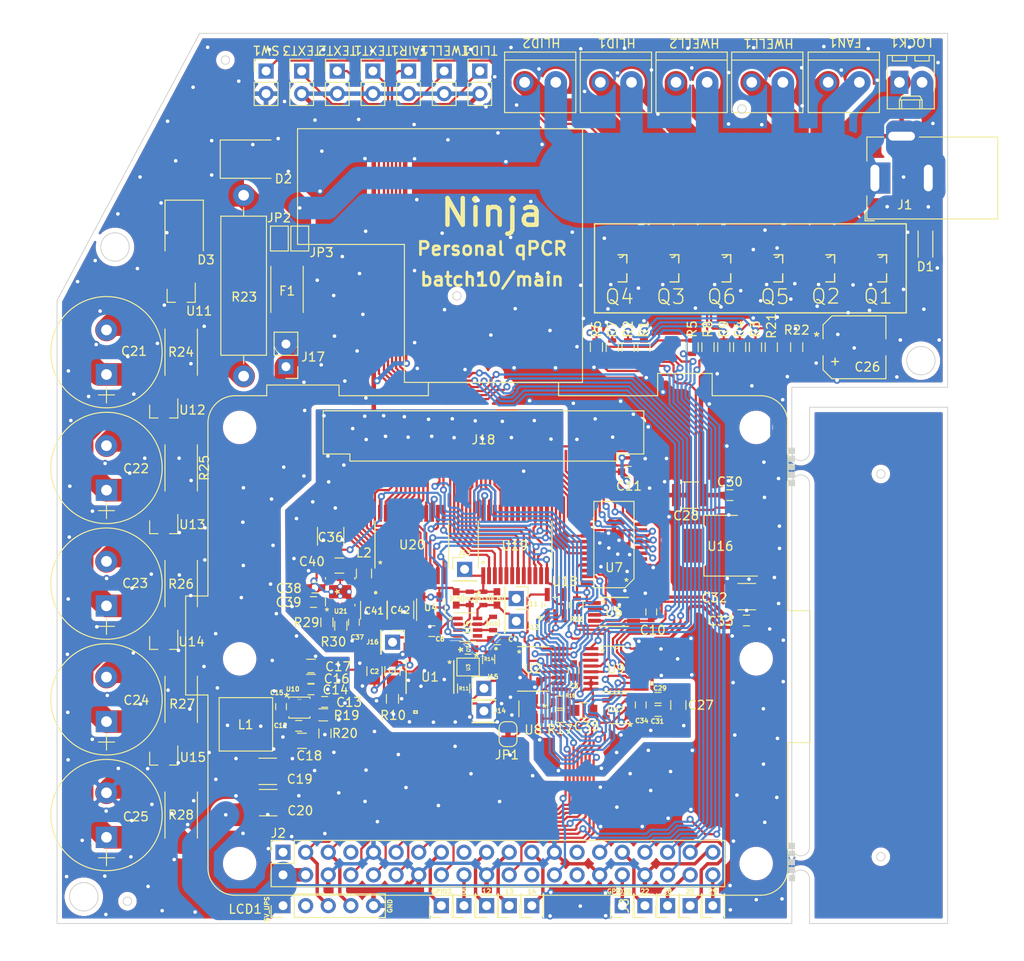
<source format=kicad_pcb>
(kicad_pcb (version 20171130) (host pcbnew "(5.1.6-0-10_14)")
  (layers (0 F.Cu signal) (31 B.Cu signal) (34 B.Paste user) (35 F.Paste user) (36 B.SilkS user) (37 F.SilkS user) (38 B.Mask user) (39 F.Mask user) (44 Edge.Cuts user))
  (net 0 "")
  (net 1 "Net-(C1-Pad1)")
  (net 2 GND)
  (net 3 "Net-(C2-Pad1)")
  (net 4 GNDA)
  (net 5 3V3D)
  (net 6 3V3A)
  (net 7 PD_MUX_OUT)
  (net 8 /Photo/GAIN_LARGE)
  (net 9 /Photo/GAIN_SMALL)
  (net 10 /Photo/AMP_OUT)
  (net 11 -1V)
  (net 12 5V_UPS)
  (net 13 /5V_UPS/SS)
  (net 14 12V_UPS)
  (net 15 "Net-(C22-Pad2)")
  (net 16 /5V_UPS/FB)
  (net 17 12V)
  (net 18 "Net-(D2-Pad1)")
  (net 19 "Net-(FAN1-Pad2)")
  (net 20 "Net-(HLID1-Pad2)")
  (net 21 "Net-(HLID2-Pad2)")
  (net 22 "Net-(HWELL1-Pad2)")
  (net 23 "Net-(HWELL2-Pad2)")
  (net 24 PD_TH2)
  (net 25 THERM_R_SWITCH)
  (net 26 MUX_SELECT)
  (net 27 /GPIO13)
  (net 28 /FAN)
  (net 29 MUX_S3)
  (net 30 /GPIO26)
  (net 31 /GPIO22)
  (net 32 /GPIO5)
  (net 33 DLOCK)
  (net 34 DOPEN)
  (net 35 /WELL_HEATER)
  (net 36 /GPIO28)
  (net 37 PD_TH1)
  (net 38 /GPIO12)
  (net 39 MUX_S2)
  (net 40 /LID_HEATER)
  (net 41 MUX_S1)
  (net 42 VIN_SENSE)
  (net 43 /GPIO14)
  (net 44 I2C_SCL)
  (net 45 MUX_S0)
  (net 46 /GPIO3)
  (net 47 I2C_SDA)
  (net 48 /Photo/PHOTO_OUT_P)
  (net 49 /Photo/PHOTO_OUT_N)
  (net 50 THERM_MUX_OUT)
  (net 51 N_LED_OUT8)
  (net 52 N_LED_OUT7)
  (net 53 N_LED_OUT6)
  (net 54 N_LED_OUT5)
  (net 55 N_LED_OUT4)
  (net 56 N_LED_OUT3)
  (net 57 N_LED_OUT2)
  (net 58 N_LED_OUT1)
  (net 59 S_LED_OUT1)
  (net 60 S_LED_OUT2)
  (net 61 S_LED_OUT3)
  (net 62 S_LED_OUT4)
  (net 63 S_LED_OUT5)
  (net 64 S_LED_OUT6)
  (net 65 S_LED_OUT7)
  (net 66 S_LED_OUT8)
  (net 67 "Net-(LOCK1-Pad1)")
  (net 68 "Net-(Q1-Pad1)")
  (net 69 "Net-(Q2-Pad1)")
  (net 70 "Net-(Q3-Pad1)")
  (net 71 "Net-(Q5-Pad1)")
  (net 72 "Net-(R11-Pad1)")
  (net 73 "Net-(R14-Pad1)")
  (net 74 /Photo/AMP_GAIN_SW)
  (net 75 "Net-(R16-Pad1)")
  (net 76 THERM_AIR)
  (net 77 THERM_EXT1)
  (net 78 THERM_EXT2)
  (net 79 THERM_EXT3)
  (net 80 THERM_LID)
  (net 81 THERM_WELL)
  (net 82 CLKIN)
  (net 83 /PhotoLED/LED_IREF)
  (net 84 "Net-(C13-Pad2)")
  (net 85 "Net-(C15-Pad2)")
  (net 86 "Net-(C15-Pad1)")
  (net 87 "Net-(C21-Pad1)")
  (net 88 "Net-(C21-Pad2)")
  (net 89 "Net-(C23-Pad2)")
  (net 90 "Net-(C24-Pad2)")
  (net 91 "Net-(C34-Pad1)")
  (net 92 "Net-(C37-Pad1)")
  (net 93 "Net-(C39-Pad1)")
  (net 94 "Net-(C40-Pad1)")
  (net 95 "Net-(C40-Pad2)")
  (net 96 /PhotoMUX/S_PD_OUT16)
  (net 97 /PhotoMUX/S_PD_OUT15)
  (net 98 /PhotoMUX/S_PD_OUT14)
  (net 99 /PhotoMUX/S_PD_OUT13)
  (net 100 /PhotoMUX/S_PD_OUT12)
  (net 101 /PhotoMUX/S_PD_OUT11)
  (net 102 /PhotoMUX/S_PD_OUT10)
  (net 103 /PhotoMUX/S_PD_OUT9)
  (net 104 /PhotoMUX/S_PD_OUT8)
  (net 105 /PhotoMUX/S_PD_OUT7)
  (net 106 /PhotoMUX/S_PD_OUT6)
  (net 107 /PhotoMUX/S_PD_OUT5)
  (net 108 /PhotoMUX/S_PD_OUT4)
  (net 109 /PhotoMUX/S_PD_OUT3)
  (net 110 /PhotoMUX/S_PD_OUT2)
  (net 111 /PhotoMUX/S_PD_OUT1)
  (net 112 /PhotoMUX/N_PD_OUT1)
  (net 113 /PhotoMUX/N_PD_OUT2)
  (net 114 /PhotoMUX/N_PD_OUT3)
  (net 115 /PhotoMUX/N_PD_OUT4)
  (net 116 /PhotoMUX/N_PD_OUT5)
  (net 117 /PhotoMUX/N_PD_OUT6)
  (net 118 /PhotoMUX/N_PD_OUT7)
  (net 119 /PhotoMUX/N_PD_OUT8)
  (net 120 /PhotoMUX/N_PD_OUT9)
  (net 121 /PhotoMUX/N_PD_OUT10)
  (net 122 /PhotoMUX/N_PD_OUT11)
  (net 123 /PhotoMUX/N_PD_OUT12)
  (net 124 /PhotoMUX/N_PD_OUT13)
  (net 125 /PhotoMUX/N_PD_OUT14)
  (net 126 /PhotoMUX/N_PD_OUT15)
  (net 127 /PhotoMUX/N_PD_OUT16)
  (net 128 "Net-(R17-Pad2)")
  (net 129 "Net-(R18-Pad2)")
  (net 130 "Net-(R29-Pad1)")
  (net 131 "Net-(R29-Pad2)")
  (net 132 /PhotoMUX/MUX_SELECT_INV)
  (net 133 /GPIO29)
  (net 134 /GPIO25)
  (net 135 PD_REF_PWM)
  (module Ninja-qPCR:PCA9955B (layer F.Cu) (at 142.53 107.43 90)
    (fp_text reference U7 (at -2.59 0.01) (layer F.SilkS))
    (fp_text value PCA9955B hide)
    (pad 29 smd rect (at 0 0 90) (size 3.4 2.2) (layers F.Cu) (net 2 GND))
    (pad 14 smd rect (at 4.325 3.05 90) (size 0.6 1.35) (layers F.Cu F.Paste F.Mask) (net 66 S_LED_OUT8))
    (pad 15 smd rect (at 4.325 -3.05 90) (size 0.6 1.35) (layers F.Cu F.Paste F.Mask) (net 51 N_LED_OUT8))
    (pad 13 smd rect (at 3.575 3.05 90) (size 0.4 1.35) (layers F.Cu F.Paste F.Mask) (net 65 S_LED_OUT7))
    (pad 16 smd rect (at 3.575 -3.05 90) (size 0.4 1.35) (layers F.Cu F.Paste F.Mask) (net 52 N_LED_OUT7))
    (pad 12 smd rect (at 2.925 3.05 90) (size 0.4 1.35) (layers F.Cu F.Paste F.Mask) (net 64 S_LED_OUT6))
    (pad 17 smd rect (at 2.925 -3.05 90) (size 0.4 1.35) (layers F.Cu F.Paste F.Mask) (net 53 N_LED_OUT6))
    (pad 11 smd rect (at 2.275 3.05 90) (size 0.4 1.35) (layers F.Cu F.Paste F.Mask) (net 63 S_LED_OUT5))
    (pad 18 smd rect (at 2.275 -3.05 90) (size 0.4 1.35) (layers F.Cu F.Paste F.Mask) (net 54 N_LED_OUT5))
    (pad 10 smd rect (at 1.625 3.05 90) (size 0.4 1.35) (layers F.Cu F.Paste F.Mask) (net 2 GND))
    (pad 19 smd rect (at 1.625 -3.05 90) (size 0.4 1.35) (layers F.Cu F.Paste F.Mask) (net 2 GND))
    (pad 9 smd rect (at 0.975 3.05 90) (size 0.4 1.35) (layers F.Cu F.Paste F.Mask) (net 62 S_LED_OUT4))
    (pad 20 smd rect (at 0.975 -3.05 90) (size 0.4 1.35) (layers F.Cu F.Paste F.Mask) (net 55 N_LED_OUT4))
    (pad 8 smd rect (at 0.325 3.05 90) (size 0.4 1.35) (layers F.Cu F.Paste F.Mask) (net 61 S_LED_OUT3))
    (pad 21 smd rect (at 0.325 -3.05 90) (size 0.4 1.35) (layers F.Cu F.Paste F.Mask) (net 56 N_LED_OUT3))
    (pad 7 smd rect (at -0.325 3.05 90) (size 0.4 1.35) (layers F.Cu F.Paste F.Mask) (net 60 S_LED_OUT2))
    (pad 22 smd rect (at -0.325 -3.05 90) (size 0.4 1.35) (layers F.Cu F.Paste F.Mask) (net 57 N_LED_OUT2))
    (pad 6 smd rect (at -0.975 3.05 90) (size 0.4 1.35) (layers F.Cu F.Paste F.Mask) (net 59 S_LED_OUT1))
    (pad 23 smd rect (at -0.975 -3.05 90) (size 0.4 1.35) (layers F.Cu F.Paste F.Mask) (net 58 N_LED_OUT1))
    (pad 5 smd rect (at -1.625 3.05 90) (size 0.4 1.35) (layers F.Cu F.Paste F.Mask) (net 135 PD_REF_PWM))
    (pad 24 smd rect (at -1.625 -3.05 90) (size 0.4 1.35) (layers F.Cu F.Paste F.Mask) (net 2 GND))
    (pad 4 smd rect (at -2.275 3.05 90) (size 0.4 1.35) (layers F.Cu F.Paste F.Mask) (net 2 GND))
    (pad 25 smd rect (at -2.275 -3.05 90) (size 0.4 1.35) (layers F.Cu F.Paste F.Mask) (net 75 "Net-(R16-Pad1)"))
    (pad 3 smd rect (at -2.925 3.05 90) (size 0.4 1.35) (layers F.Cu F.Paste F.Mask) (net 2 GND))
    (pad 26 smd rect (at -2.925 -3.05 90) (size 0.4 1.35) (layers F.Cu F.Paste F.Mask) (net 44 I2C_SCL))
    (pad 2 smd rect (at -3.575 3.05 90) (size 0.4 1.35) (layers F.Cu F.Paste F.Mask) (net 5 3V3D))
    (pad 27 smd rect (at -3.575 -3.05 90) (size 0.4 1.35) (layers F.Cu F.Paste F.Mask) (net 47 I2C_SDA))
    (pad 1 smd rect (at -4.325 3.05 90) (size 0.6 1.35) (layers F.Cu F.Paste F.Mask) (net 83 /PhotoLED/LED_IREF))
    (pad 28 smd rect (at -4.325 -3.05 90) (size 0.6 1.35) (layers F.Cu F.Paste F.Mask) (net 5 3V3D))
  )
  (module Ninja-qPCR:SOP65P780X200-24N (layer F.Cu) (at 131.43 107.43 90)
    (fp_text reference U19 (at -0.14 -0.05 180) (layer F.SilkS))
    (fp_text value CD74HC4067M96)
    (pad 1 smd rect (at -3.505 -3.575 90) (size 1.9 0.44) (layers F.Cu F.Paste F.Mask) (net 7 PD_MUX_OUT))
    (pad 2 smd rect (at -3.505 -2.925 90) (size 1.9 0.44) (layers F.Cu F.Paste F.Mask) (net 111 /PhotoMUX/S_PD_OUT1))
    (pad 3 smd rect (at -3.505 -2.275 90) (size 1.9 0.44) (layers F.Cu F.Paste F.Mask) (net 110 /PhotoMUX/S_PD_OUT2))
    (pad 4 smd rect (at -3.505 -1.625 90) (size 1.9 0.44) (layers F.Cu F.Paste F.Mask) (net 109 /PhotoMUX/S_PD_OUT3))
    (pad 5 smd rect (at -3.505 -0.975 90) (size 1.9 0.44) (layers F.Cu F.Paste F.Mask) (net 108 /PhotoMUX/S_PD_OUT4))
    (pad 6 smd rect (at -3.505 -0.325 90) (size 1.9 0.44) (layers F.Cu F.Paste F.Mask) (net 107 /PhotoMUX/S_PD_OUT5))
    (pad 7 smd rect (at -3.505 0.325 90) (size 1.9 0.44) (layers F.Cu F.Paste F.Mask) (net 106 /PhotoMUX/S_PD_OUT6))
    (pad 8 smd rect (at -3.505 0.975 90) (size 1.9 0.44) (layers F.Cu F.Paste F.Mask) (net 105 /PhotoMUX/S_PD_OUT7))
    (pad 9 smd rect (at -3.505 1.625 90) (size 1.9 0.44) (layers F.Cu F.Paste F.Mask) (net 104 /PhotoMUX/S_PD_OUT8))
    (pad 10 smd rect (at -3.505 2.275 90) (size 1.9 0.44) (layers F.Cu F.Paste F.Mask) (net 45 MUX_S0))
    (pad 11 smd rect (at -3.505 2.925 90) (size 1.9 0.44) (layers F.Cu F.Paste F.Mask) (net 41 MUX_S1))
    (pad 12 smd rect (at -3.505 3.575 90) (size 1.9 0.44) (layers F.Cu F.Paste F.Mask) (net 11 -1V))
    (pad 13 smd rect (at 3.505 3.575 90) (size 1.9 0.44) (layers F.Cu F.Paste F.Mask) (net 29 MUX_S3))
    (pad 14 smd rect (at 3.505 2.925 90) (size 1.9 0.44) (layers F.Cu F.Paste F.Mask) (net 39 MUX_S2))
    (pad 15 smd rect (at 3.505 2.275 90) (size 1.9 0.44) (layers F.Cu F.Paste F.Mask) (net 132 /PhotoMUX/MUX_SELECT_INV))
    (pad 16 smd rect (at 3.505 1.625 90) (size 1.9 0.44) (layers F.Cu F.Paste F.Mask) (net 96 /PhotoMUX/S_PD_OUT16))
    (pad 17 smd rect (at 3.505 0.975 90) (size 1.9 0.44) (layers F.Cu F.Paste F.Mask) (net 97 /PhotoMUX/S_PD_OUT15))
    (pad 18 smd rect (at 3.505 0.325 90) (size 1.9 0.44) (layers F.Cu F.Paste F.Mask) (net 98 /PhotoMUX/S_PD_OUT14))
    (pad 19 smd rect (at 3.505 -0.325 90) (size 1.9 0.44) (layers F.Cu F.Paste F.Mask) (net 99 /PhotoMUX/S_PD_OUT13))
    (pad 20 smd rect (at 3.505 -0.975 90) (size 1.9 0.44) (layers F.Cu F.Paste F.Mask) (net 100 /PhotoMUX/S_PD_OUT12))
    (pad 21 smd rect (at 3.505 -1.625 90) (size 1.9 0.44) (layers F.Cu F.Paste F.Mask) (net 101 /PhotoMUX/S_PD_OUT11))
    (pad 22 smd rect (at 3.505 -2.275 90) (size 1.9 0.44) (layers F.Cu F.Paste F.Mask) (net 102 /PhotoMUX/S_PD_OUT10))
    (pad 23 smd rect (at 3.505 -2.925 90) (size 1.9 0.44) (layers F.Cu F.Paste F.Mask) (net 103 /PhotoMUX/S_PD_OUT9))
    (pad 24 smd rect (at 3.505 -3.575 90) (size 1.9 0.44) (layers F.Cu F.Paste F.Mask) (net 5 3V3D))
  )
  (module Ninja-qPCR:SOP65P780X200-24N (layer F.Cu) (at 119.83 107.43 90)
    (fp_text reference U20 (at -0.03 0.04 180) (layer F.SilkS))
    (fp_text value CD74HC4067M96)
    (pad 1 smd rect (at -3.505 -3.575 90) (size 1.9 0.44) (layers F.Cu F.Paste F.Mask) (net 7 PD_MUX_OUT))
    (pad 2 smd rect (at -3.505 -2.925 90) (size 1.9 0.44) (layers F.Cu F.Paste F.Mask) (net 127 /PhotoMUX/N_PD_OUT16))
    (pad 3 smd rect (at -3.505 -2.275 90) (size 1.9 0.44) (layers F.Cu F.Paste F.Mask) (net 126 /PhotoMUX/N_PD_OUT15))
    (pad 4 smd rect (at -3.505 -1.625 90) (size 1.9 0.44) (layers F.Cu F.Paste F.Mask) (net 125 /PhotoMUX/N_PD_OUT14))
    (pad 5 smd rect (at -3.505 -0.975 90) (size 1.9 0.44) (layers F.Cu F.Paste F.Mask) (net 124 /PhotoMUX/N_PD_OUT13))
    (pad 6 smd rect (at -3.505 -0.325 90) (size 1.9 0.44) (layers F.Cu F.Paste F.Mask) (net 123 /PhotoMUX/N_PD_OUT12))
    (pad 7 smd rect (at -3.505 0.325 90) (size 1.9 0.44) (layers F.Cu F.Paste F.Mask) (net 122 /PhotoMUX/N_PD_OUT11))
    (pad 8 smd rect (at -3.505 0.975 90) (size 1.9 0.44) (layers F.Cu F.Paste F.Mask) (net 121 /PhotoMUX/N_PD_OUT10))
    (pad 9 smd rect (at -3.505 1.625 90) (size 1.9 0.44) (layers F.Cu F.Paste F.Mask) (net 120 /PhotoMUX/N_PD_OUT9))
    (pad 10 smd rect (at -3.505 2.275 90) (size 1.9 0.44) (layers F.Cu F.Paste F.Mask) (net 45 MUX_S0))
    (pad 11 smd rect (at -3.505 2.925 90) (size 1.9 0.44) (layers F.Cu F.Paste F.Mask) (net 41 MUX_S1))
    (pad 12 smd rect (at -3.505 3.575 90) (size 1.9 0.44) (layers F.Cu F.Paste F.Mask) (net 11 -1V))
    (pad 13 smd rect (at 3.505 3.575 90) (size 1.9 0.44) (layers F.Cu F.Paste F.Mask) (net 29 MUX_S3))
    (pad 14 smd rect (at 3.505 2.925 90) (size 1.9 0.44) (layers F.Cu F.Paste F.Mask) (net 39 MUX_S2))
    (pad 15 smd rect (at 3.505 2.275 90) (size 1.9 0.44) (layers F.Cu F.Paste F.Mask) (net 26 MUX_SELECT))
    (pad 16 smd rect (at 3.505 1.625 90) (size 1.9 0.44) (layers F.Cu F.Paste F.Mask) (net 112 /PhotoMUX/N_PD_OUT1))
    (pad 17 smd rect (at 3.505 0.975 90) (size 1.9 0.44) (layers F.Cu F.Paste F.Mask) (net 113 /PhotoMUX/N_PD_OUT2))
    (pad 18 smd rect (at 3.505 0.325 90) (size 1.9 0.44) (layers F.Cu F.Paste F.Mask) (net 114 /PhotoMUX/N_PD_OUT3))
    (pad 19 smd rect (at 3.505 -0.325 90) (size 1.9 0.44) (layers F.Cu F.Paste F.Mask) (net 115 /PhotoMUX/N_PD_OUT4))
    (pad 20 smd rect (at 3.505 -0.975 90) (size 1.9 0.44) (layers F.Cu F.Paste F.Mask) (net 116 /PhotoMUX/N_PD_OUT5))
    (pad 21 smd rect (at 3.505 -1.625 90) (size 1.9 0.44) (layers F.Cu F.Paste F.Mask) (net 117 /PhotoMUX/N_PD_OUT6))
    (pad 22 smd rect (at 3.505 -2.275 90) (size 1.9 0.44) (layers F.Cu F.Paste F.Mask) (net 118 /PhotoMUX/N_PD_OUT7))
    (pad 23 smd rect (at 3.505 -2.925 90) (size 1.9 0.44) (layers F.Cu F.Paste F.Mask) (net 119 /PhotoMUX/N_PD_OUT8))
    (pad 24 smd rect (at 3.505 -3.575 90) (size 1.9 0.44) (layers F.Cu F.Paste F.Mask) (net 5 3V3D))
  )
  (module Ninja-qPCR:BD9D323QWZ-E2 (layer F.Cu) (at 107.22 125.75)
    (fp_text reference U10 (at -0.76 -2.08 180) (layer F.SilkS) (effects (font (size 0.508 0.508) (thickness 0.127))))
    (fp_text value BD9D323QWZ-E2 hide)
    (fp_text user * (at -1.44 -1.09) (layer F.SilkS))
    (pad 1 smd rect (at -0.775 -0.599999) (size 0.4572 0.2) (layers F.Cu F.Paste F.Mask) (net 14 12V_UPS))
    (pad 2 smd rect (at -0.775 -0.2) (size 0.4572 0.2) (layers F.Cu F.Paste F.Mask) (net 85 "Net-(C15-Pad2)"))
    (pad 3 smd rect (at -0.775 0.2) (size 0.4572 0.2) (layers F.Cu F.Paste F.Mask) (net 86 "Net-(C15-Pad1)"))
    (pad 4 smd rect (at -0.775 0.599999) (size 0.4572 0.2) (layers F.Cu F.Paste F.Mask) (net 2 GND))
    (pad 5 smd rect (at 0.775 0.599999) (size 0.4572 0.2) (layers F.Cu F.Paste F.Mask) (net 13 /5V_UPS/SS))
    (pad 6 smd rect (at 0.775 0.2) (size 0.4572 0.2) (layers F.Cu F.Paste F.Mask) (net 16 /5V_UPS/FB))
    (pad 7 smd rect (at 0.775 -0.2) (size 0.4572 0.2) (layers F.Cu F.Paste F.Mask) (net 84 "Net-(C13-Pad2)"))
    (pad 8 smd rect (at 0.775 -0.599999) (size 0.4572 0.2) (layers F.Cu F.Paste F.Mask) (net 14 12V_UPS))
    (pad 9 smd rect (at 0 0.648) (size 0.6782 0.7112) (layers F.Cu F.Paste F.Mask) (net 2 GND))
  )
  (module Ninja-qPCR:TPS63710DRRR (layer F.Cu) (at 111.79 112.73 90)
    (fp_text reference U21 (at -2.19 0.07 180) (layer F.SilkS) (effects (font (size 0.508 0.508) (thickness 0.127))))
    (fp_text value TPS63710DRRR hide)
    (fp_text user * (at 0 0 90) (layer F.SilkS))
    (pad 1 smd rect (at -1.45 -1.25 90) (size 0.499999 0.249999) (layers F.Cu F.Paste F.Mask) (net 93 "Net-(C39-Pad1)"))
    (pad 2 smd rect (at -1.45 -0.750001 90) (size 0.499999 0.249999) (layers F.Cu F.Paste F.Mask) (net 5 3V3D))
    (pad 3 smd rect (at -1.45 -0.25 90) (size 0.499999 0.249999) (layers F.Cu F.Paste F.Mask))
    (pad 4 smd rect (at -1.45 0.25 90) (size 0.499999 0.249999) (layers F.Cu F.Paste F.Mask) (net 130 "Net-(R29-Pad1)"))
    (pad 5 smd rect (at -1.45 0.750001 90) (size 0.499999 0.249999) (layers F.Cu F.Paste F.Mask) (net 131 "Net-(R29-Pad2)"))
    (pad 6 smd rect (at -1.45 1.25 90) (size 0.499999 0.249999) (layers F.Cu F.Paste F.Mask) (net 92 "Net-(C37-Pad1)"))
    (pad 7 smd rect (at 1.45 1.25 90) (size 0.499999 0.249999) (layers F.Cu F.Paste F.Mask) (net 11 -1V))
    (pad 8 smd rect (at 1.45 0.750001 90) (size 0.499999 0.249999) (layers F.Cu F.Paste F.Mask) (net 95 "Net-(C40-Pad2)"))
    (pad 9 smd rect (at 1.45 0.25 90) (size 0.499999 0.249999) (layers F.Cu F.Paste F.Mask) (net 2 GND))
    (pad 10 smd rect (at 1.45 -0.25 90) (size 0.499999 0.249999) (layers F.Cu F.Paste F.Mask) (net 2 GND))
    (pad 11 smd rect (at 1.45 -0.750001 90) (size 0.499999 0.249999) (layers F.Cu F.Paste F.Mask) (net 94 "Net-(C40-Pad1)"))
    (pad 12 smd rect (at 1.45 -1.25 90) (size 0.499999 0.249999) (layers F.Cu F.Paste F.Mask) (net 5 3V3D))
    (pad 13 smd rect (at 0 0 90) (size 1.5 2.5) (layers F.Cu F.Paste F.Mask) (net 2 GND))
    (pad V thru_hole circle (at 0 -1.000001 90) (size 0.6 0.6) (drill 0.4) (layers *.Cu *.Mask) (net 2 GND))
    (pad V thru_hole circle (at 0.6 0 90) (size 0.6 0.6) (drill 0.4) (layers *.Cu *.Mask) (net 2 GND))
    (pad V thru_hole circle (at 0 1.000001 90) (size 0.6 0.6) (drill 0.4) (layers *.Cu *.Mask) (net 2 GND))
    (pad V thru_hole circle (at -0.499999 0 90) (size 0.6 0.6) (drill 0.4) (layers *.Cu *.Mask) (net 2 GND))
  )
  (module Capacitors_SMD:C_0603 (layer F.Cu) (at 105.15 125.65 90)
    (fp_text reference C15 (at 1.58 -0.48) (layer F.SilkS) (effects (font (size 0.508 0.508) (thickness 0.127))))
    (fp_text value 0.1uF)
    (pad 1 smd rect (at -0.75 0 90) (size 0.8 0.75) (layers F.Cu F.Paste F.Mask) (net 86 "Net-(C15-Pad1)"))
    (pad 2 smd rect (at 0.75 0 90) (size 0.8 0.75) (layers F.Cu F.Paste F.Mask) (net 85 "Net-(C15-Pad2)"))
  )
  (module Capacitors_SMD:C_0805 (layer F.Cu) (at 107.5 129.48 180)
    (fp_text reference C18 (at -0.82 -1.68) (layer F.SilkS))
    (fp_text value DNP)
    (pad 1 smd rect (at -1 0 180) (size 1 1.25) (layers F.Cu F.Paste F.Mask) (net 16 /5V_UPS/FB))
    (pad 2 smd rect (at 1 0 180) (size 1 1.25) (layers F.Cu F.Paste F.Mask) (net 12 5V_UPS))
  )
  (module Capacitors_SMD:C_1210 (layer F.Cu) (at 103.65 132.91 180)
    (fp_text reference C19 (at -3.6 -0.87) (layer F.SilkS))
    (fp_text value 22uF)
    (pad 2 smd rect (at 1.5 0 180) (size 1 2.5) (layers F.Cu F.Paste F.Mask) (net 12 5V_UPS))
    (pad 1 smd rect (at -1.5 0 180) (size 1 2.5) (layers F.Cu F.Paste F.Mask) (net 2 GND))
  )
  (module Capacitors_SMD:C_0603 (layer F.Cu) (at 107.13 127.8)
    (fp_text reference C12 (at -2.03 -0.03 180) (layer F.SilkS) (effects (font (size 0.508 0.508) (thickness 0.127))))
    (fp_text value 1000pF)
    (pad 2 smd rect (at 0.75 0) (size 0.8 0.75) (layers F.Cu F.Paste F.Mask) (net 13 /5V_UPS/SS))
    (pad 1 smd rect (at -0.75 0) (size 0.8 0.75) (layers F.Cu F.Paste F.Mask) (net 2 GND))
  )
  (module Ninja-qPCR:Raspberry_Pi_3A+_3B+_4B_Zero_FaceDown_HDMI-R (layer F.Cu) (at 105.37 142 90)
    (fp_text reference J2 (at 2.14 -0.53) (layer F.SilkS))
    (fp_text value Raspberry_Pi_3A_Plus_wpi)
    (pad "" np_thru_hole circle (at -1.27 53.13 180) (size 2.75 2.75) (drill 2.75) (layers *.Cu *.Mask))
    (pad "" np_thru_hole circle (at 47.73 -4.87 180) (size 2.75 2.75) (drill 2.75) (layers *.Cu *.Mask))
    (pad "" np_thru_hole circle (at 47.73 53.13 180) (size 2.75 2.75) (drill 2.75) (layers *.Cu *.Mask))
    (pad "" np_thru_hole circle (at -1.27 -4.87 180) (size 2.75 2.75) (drill 2.75) (layers *.Cu *.Mask))
    (pad 40 thru_hole oval (at -2.54 48.26 90) (size 1.7 1.7) (drill 1) (layers *.Cu *.Mask) (net 133 /GPIO29))
    (pad 39 thru_hole oval (at 0 48.26 90) (size 1.7 1.7) (drill 1) (layers *.Cu *.Mask) (net 2 GND))
    (pad 26 thru_hole oval (at -2.54 30.48 90) (size 1.7 1.7) (drill 1) (layers *.Cu *.Mask) (net 25 THERM_R_SWITCH))
    (pad 25 thru_hole oval (at 0 30.48 90) (size 1.7 1.7) (drill 1) (layers *.Cu *.Mask) (net 2 GND))
    (pad 22 thru_hole oval (at -2.54 25.4 90) (size 1.7 1.7) (drill 1) (layers *.Cu *.Mask) (net 26 MUX_SELECT))
    (pad 21 thru_hole oval (at 0 25.4 90) (size 1.7 1.7) (drill 1) (layers *.Cu *.Mask) (net 27 /GPIO13))
    (pad 30 thru_hole oval (at -2.54 35.56 90) (size 1.7 1.7) (drill 1) (layers *.Cu *.Mask) (net 2 GND))
    (pad 29 thru_hole oval (at 0 35.56 90) (size 1.7 1.7) (drill 1) (layers *.Cu *.Mask) (net 28 /FAN))
    (pad 8 thru_hole oval (at -2.54 7.62 90) (size 1.7 1.7) (drill 1) (layers *.Cu *.Mask) (net 29 MUX_S3))
    (pad 7 thru_hole oval (at 0 7.62 90) (size 1.7 1.7) (drill 1) (layers *.Cu *.Mask))
    (pad 32 thru_hole oval (at -2.54 38.1 90) (size 1.7 1.7) (drill 1) (layers *.Cu *.Mask) (net 30 /GPIO26))
    (pad 31 thru_hole oval (at 0 38.1 90) (size 1.7 1.7) (drill 1) (layers *.Cu *.Mask) (net 31 /GPIO22))
    (pad 18 thru_hole oval (at -2.54 20.32 90) (size 1.7 1.7) (drill 1) (layers *.Cu *.Mask) (net 32 /GPIO5))
    (pad 17 thru_hole oval (at 0 20.32 90) (size 1.7 1.7) (drill 1) (layers *.Cu *.Mask))
    (pad 36 thru_hole oval (at -2.54 43.18 90) (size 1.7 1.7) (drill 1) (layers *.Cu *.Mask) (net 33 DLOCK))
    (pad 35 thru_hole oval (at 0 43.18 90) (size 1.7 1.7) (drill 1) (layers *.Cu *.Mask) (net 34 DOPEN))
    (pad 34 thru_hole oval (at -2.54 40.64 90) (size 1.7 1.7) (drill 1) (layers *.Cu *.Mask) (net 2 GND))
    (pad 33 thru_hole oval (at 0 40.64 90) (size 1.7 1.7) (drill 1) (layers *.Cu *.Mask) (net 35 /WELL_HEATER))
    (pad 38 thru_hole oval (at -2.54 45.72 90) (size 1.7 1.7) (drill 1) (layers *.Cu *.Mask) (net 36 /GPIO28))
    (pad 37 thru_hole oval (at 0 45.72 90) (size 1.7 1.7) (drill 1) (layers *.Cu *.Mask) (net 134 /GPIO25))
    (pad 20 thru_hole oval (at -2.54 22.86 90) (size 1.7 1.7) (drill 1) (layers *.Cu *.Mask) (net 2 GND))
    (pad 19 thru_hole oval (at 0 22.86 90) (size 1.7 1.7) (drill 1) (layers *.Cu *.Mask) (net 38 /GPIO12))
    (pad 10 thru_hole oval (at -2.54 10.16 90) (size 1.7 1.7) (drill 1) (layers *.Cu *.Mask) (net 39 MUX_S2))
    (pad 9 thru_hole oval (at 0 10.16 90) (size 1.7 1.7) (drill 1) (layers *.Cu *.Mask) (net 2 GND))
    (pad 14 thru_hole oval (at -2.54 15.24 90) (size 1.7 1.7) (drill 1) (layers *.Cu *.Mask) (net 2 GND))
    (pad 13 thru_hole oval (at 0 15.24 90) (size 1.7 1.7) (drill 1) (layers *.Cu *.Mask) (net 40 /LID_HEATER))
    (pad 28 thru_hole oval (at -2.54 33.02 90) (size 1.7 1.7) (drill 1) (layers *.Cu *.Mask))
    (pad 27 thru_hole oval (at 0 33.02 90) (size 1.7 1.7) (drill 1) (layers *.Cu *.Mask))
    (pad 12 thru_hole oval (at -2.54 12.7 90) (size 1.7 1.7) (drill 1) (layers *.Cu *.Mask) (net 41 MUX_S1))
    (pad 11 thru_hole oval (at 0 12.7 90) (size 1.7 1.7) (drill 1) (layers *.Cu *.Mask) (net 42 VIN_SENSE))
    (pad 24 thru_hole oval (at -2.54 27.94 90) (size 1.7 1.7) (drill 1) (layers *.Cu *.Mask))
    (pad 23 thru_hole oval (at 0 27.94 90) (size 1.7 1.7) (drill 1) (layers *.Cu *.Mask) (net 43 /GPIO14))
    (pad 1 thru_hole rect (at 0 0 90) (size 1.7 1.7) (drill 1) (layers *.Cu *.Mask))
    (pad 2 thru_hole oval (at -2.54 0 90) (size 1.7 1.7) (drill 1) (layers *.Cu *.Mask) (net 12 5V_UPS))
    (pad 5 thru_hole oval (at 0 5.08 90) (size 1.7 1.7) (drill 1) (layers *.Cu *.Mask) (net 44 I2C_SCL))
    (pad 4 thru_hole oval (at -2.54 2.54 90) (size 1.7 1.7) (drill 1) (layers *.Cu *.Mask) (net 12 5V_UPS))
    (pad 16 thru_hole oval (at -2.54 17.78 90) (size 1.7 1.7) (drill 1) (layers *.Cu *.Mask) (net 45 MUX_S0))
    (pad 15 thru_hole oval (at 0 17.78 90) (size 1.7 1.7) (drill 1) (layers *.Cu *.Mask) (net 46 /GPIO3))
    (pad 3 thru_hole oval (at 0 2.54 90) (size 1.7 1.7) (drill 1) (layers *.Cu *.Mask) (net 47 I2C_SDA))
    (pad 6 thru_hole oval (at -2.54 5.08 90) (size 1.7 1.7) (drill 1) (layers *.Cu *.Mask) (net 2 GND))
    (pad "" np_thru_hole circle (at 21.73 -4.87 180) (size 2.75 2.75) (drill 2.75) (layers *.Cu *.Mask))
    (pad "" np_thru_hole circle (at 21.73 53.13 180) (size 2.75 2.75) (drill 2.75) (layers *.Cu *.Mask))
  )
  (module Ninja-qPCR:ADS122C04IPWR (layer F.Cu) (at 133.47 121.4)
    (fp_text reference U2 (at -0.02 -0.03) (layer F.SilkS))
    (fp_text value ADS122C04IPWR)
    (pad 16 smd rect (at 2.87 -2.275) (size 1.57 0.41) (layers F.Cu F.Paste F.Mask) (net 44 I2C_SCL))
    (pad 15 smd rect (at 2.87 -1.625) (size 1.57 0.41) (layers F.Cu F.Paste F.Mask) (net 47 I2C_SDA))
    (pad 14 smd rect (at 2.87 -0.975) (size 1.57 0.41) (layers F.Cu F.Paste F.Mask))
    (pad 13 smd rect (at 2.87 -0.325) (size 1.57 0.41) (layers F.Cu F.Paste F.Mask) (net 5 3V3D))
    (pad 12 smd rect (at 2.87 0.325) (size 1.57 0.41) (layers F.Cu F.Paste F.Mask) (net 6 3V3A))
    (pad 11 smd rect (at 2.87 0.975) (size 1.57 0.41) (layers F.Cu F.Paste F.Mask) (net 4 GNDA))
    (pad 10 smd rect (at 2.87 1.625) (size 1.57 0.41) (layers F.Cu F.Paste F.Mask) (net 50 THERM_MUX_OUT))
    (pad 9 smd rect (at 2.87 2.275) (size 1.57 0.41) (layers F.Cu F.Paste F.Mask) (net 6 3V3A))
    (pad 8 smd rect (at -2.87 2.275) (size 1.57 0.41) (layers F.Cu F.Paste F.Mask) (net 4 GNDA))
    (pad 7 smd rect (at -2.87 1.625) (size 1.57 0.41) (layers F.Cu F.Paste F.Mask) (net 49 /Photo/PHOTO_OUT_N))
    (pad 6 smd rect (at -2.87 0.975) (size 1.57 0.41) (layers F.Cu F.Paste F.Mask) (net 48 /Photo/PHOTO_OUT_P))
    (pad 5 smd rect (at -2.87 0.325) (size 1.57 0.41) (layers F.Cu F.Paste F.Mask) (net 4 GNDA))
    (pad 4 smd rect (at -2.87 -0.325) (size 1.57 0.41) (layers F.Cu F.Paste F.Mask) (net 2 GND))
    (pad 3 smd rect (at -2.87 -0.975) (size 1.57 0.41) (layers F.Cu F.Paste F.Mask) (net 5 3V3D))
    (pad 2 smd rect (at -2.87 -1.625) (size 1.57 0.41) (layers F.Cu F.Paste F.Mask) (net 2 GND))
    (pad 1 smd rect (at -2.87 -2.275) (size 1.57 0.41) (layers F.Cu F.Paste F.Mask) (net 2 GND))
  )
  (module Pin_Headers:Pin_Header_Straight_1x01_Pitch2.54mm (layer F.Cu) (at 117.67 118.4 270)
    (fp_text reference J16 (at -0.03 2.25) (layer F.SilkS) (effects (font (size 0.508 0.508) (thickness 0.127))))
    (fp_text value Conn_01x01_Male)
    (pad 1 thru_hole rect (at 0 0 270) (size 1.7 1.7) (drill 1) (layers *.Cu *.Mask) (net 10 /Photo/AMP_OUT))
  )
  (module Pin_Headers:Pin_Header_Straight_1x02_Pitch2.54mm (layer F.Cu) (at 105.7 87.44 180)
    (fp_text reference J17 (at -3.05 1.09) (layer F.SilkS))
    (fp_text value Conn_01x02_Male)
    (pad 1 thru_hole rect (at 0 0 180) (size 1.7 1.7) (drill 1) (layers *.Cu *.Mask) (net 14 12V_UPS))
    (pad 2 thru_hole oval (at 0 2.54 180) (size 1.7 1.7) (drill 1) (layers *.Cu *.Mask) (net 2 GND))
  )
  (module Ninja-qPCR:ADA2200ARUZ (layer F.Cu) (at 121.87 122.31 270)
    (fp_text reference U1 (at 0 0 180) (layer F.SilkS))
    (fp_text value ADA2200ARUZ hide)
    (fp_text user * (at -3.0734 -3.773601 90) (layer F.SilkS))
    (fp_text user * (at -3.0734 -3.773601 90) (layer F.SilkS))
    (pad 16 smd rect (at 2.8194 -2.274999 270) (size 1.4732 0.3556) (layers F.Cu F.Paste F.Mask))
    (pad 15 smd rect (at 2.8194 -1.624998 270) (size 1.4732 0.3556) (layers F.Cu F.Paste F.Mask))
    (pad 14 smd rect (at 2.8194 -0.974999 270) (size 1.4732 0.3556) (layers F.Cu F.Paste F.Mask))
    (pad 13 smd rect (at 2.8194 -0.324998 270) (size 1.4732 0.3556) (layers F.Cu F.Paste F.Mask) (net 135 PD_REF_PWM))
    (pad 12 smd rect (at 2.8194 0.325001 270) (size 1.4732 0.3556) (layers F.Cu F.Paste F.Mask) (net 5 3V3D))
    (pad 11 smd rect (at 2.8194 0.974999 270) (size 1.4732 0.3556) (layers F.Cu F.Paste F.Mask) (net 48 /Photo/PHOTO_OUT_P))
    (pad 10 smd rect (at 2.8194 1.625001 270) (size 1.4732 0.3556) (layers F.Cu F.Paste F.Mask) (net 49 /Photo/PHOTO_OUT_N))
    (pad 9 smd rect (at 2.8194 2.274999 270) (size 1.4732 0.3556) (layers F.Cu F.Paste F.Mask) (net 1 "Net-(C1-Pad1)"))
    (pad 8 smd rect (at -2.8194 2.274999 270) (size 1.4732 0.3556) (layers F.Cu F.Paste F.Mask) (net 3 "Net-(C2-Pad1)"))
    (pad 7 smd rect (at -2.8194 1.624998 270) (size 1.4732 0.3556) (layers F.Cu F.Paste F.Mask) (net 4 GNDA))
    (pad 6 smd rect (at -2.8194 0.974999 270) (size 1.4732 0.3556) (layers F.Cu F.Paste F.Mask) (net 10 /Photo/AMP_OUT))
    (pad 5 smd rect (at -2.8194 0.324998 270) (size 1.4732 0.3556) (layers F.Cu F.Paste F.Mask) (net 2 GND))
    (pad 4 smd rect (at -2.8194 -0.325001 270) (size 1.4732 0.3556) (layers F.Cu F.Paste F.Mask) (net 72 "Net-(R11-Pad1)"))
    (pad 3 smd rect (at -2.8194 -0.974999 270) (size 1.4732 0.3556) (layers F.Cu F.Paste F.Mask))
    (pad 2 smd rect (at -2.8194 -1.625001 270) (size 1.4732 0.3556) (layers F.Cu F.Paste F.Mask))
    (pad 1 smd rect (at -2.8194 -2.274999 270) (size 1.4732 0.3556) (layers F.Cu F.Paste F.Mask) (net 82 CLKIN))
  )
  (module Resistors_SMD:R_0603 (layer F.Cu) (at 117.66 124.77 270)
    (fp_text reference R10 (at 1.85 -0.07 180) (layer F.SilkS))
    (fp_text value 10k)
    (pad 2 smd rect (at 0.75 0 270) (size 0.5 0.9) (layers F.Cu F.Paste F.Mask) (net 5 3V3D))
    (pad 1 smd rect (at -0.75 0 270) (size 0.5 0.9) (layers F.Cu F.Paste F.Mask) (net 1 "Net-(C1-Pad1)"))
  )
  (module Resistors_SMD:R_0603 (layer F.Cu) (at 128.46 120.32 90)
    (fp_text reference R14 (at 0.02 0.04 180) (layer F.SilkS) (effects (font (size 0.381 0.381) (thickness 0.09525))))
    (fp_text value 10k)
    (pad 2 smd rect (at 0.75 0 90) (size 0.5 0.9) (layers F.Cu F.Paste F.Mask) (net 5 3V3D))
    (pad 1 smd rect (at -0.75 0 90) (size 0.5 0.9) (layers F.Cu F.Paste F.Mask) (net 73 "Net-(R14-Pad1)"))
  )
  (module Capacitors_SMD:C_0603 (layer F.Cu) (at 126.15 119.14 180)
    (fp_text reference C7 (at -0.06 -0.02 270) (layer F.SilkS) (effects (font (size 0.381 0.381) (thickness 0.09525))))
    (fp_text value 0.1uF)
    (pad 1 smd rect (at -0.75 0 180) (size 0.8 0.75) (layers F.Cu F.Paste F.Mask) (net 5 3V3D))
    (pad 2 smd rect (at 0.75 0 180) (size 0.8 0.75) (layers F.Cu F.Paste F.Mask) (net 2 GND))
  )
  (module Ninja-qPCR:ASDK-32.768KHZ-LRT (layer F.Cu) (at 126.15 121.19 180)
    (fp_text reference U3 (at -0.02 -0.04 90) (layer F.SilkS) (effects (font (size 0.381 0.381) (thickness 0.09525))))
    (fp_text value COM1305-0.032768-EXT-T-TR)
    (fp_text user * (at -0.95 1.03) (layer F.SilkS))
    (pad 1 smd rect (at -0.8125 0.6125 180) (size 1 0.9) (layers F.Cu F.Paste F.Mask) (net 73 "Net-(R14-Pad1)"))
    (pad 2 smd rect (at 0.8125 0.6125 180) (size 1 0.9) (layers F.Cu F.Paste F.Mask) (net 2 GND))
    (pad 3 smd rect (at 0.8125 -0.6125 180) (size 1 0.9) (layers F.Cu F.Paste F.Mask) (net 82 CLKIN))
    (pad 4 smd rect (at -0.8125 -0.6125 180) (size 1 0.9) (layers F.Cu F.Paste F.Mask) (net 5 3V3D))
  )
  (module Capacitors_SMD:C_0805 (layer F.Cu) (at 115.64 121.66 90)
    (fp_text reference C2 (at -0.03 0) (layer F.SilkS) (effects (font (size 0.508 0.508) (thickness 0.127))))
    (fp_text value 4.7uF)
    (pad 2 smd rect (at 1 0 90) (size 1 1.25) (layers F.Cu F.Paste F.Mask) (net 4 GNDA))
    (pad 1 smd rect (at -1 0 90) (size 1 1.25) (layers F.Cu F.Paste F.Mask) (net 3 "Net-(C2-Pad1)"))
  )
  (module Ninja-qPCR:MCP4551T-502E&slash_MS (layer F.Cu) (at 142.53 115)
    (fp_text reference U6 (at 0 0) (layer F.SilkS))
    (fp_text value MCP4551T-503E/MS hide)
    (pad 1 smd rect (at -2.2 -1) (size 1.45 0.45) (layers F.Cu F.Paste F.Mask) (net 5 3V3D))
    (pad 2 smd rect (at -2.2 -0.325) (size 1.45 0.4) (layers F.Cu F.Paste F.Mask) (net 44 I2C_SCL))
    (pad 3 smd rect (at -2.2 0.325) (size 1.45 0.4) (layers F.Cu F.Paste F.Mask) (net 47 I2C_SDA))
    (pad 4 smd rect (at -2.2 1) (size 1.45 0.45) (layers F.Cu F.Paste F.Mask) (net 2 GND))
    (pad 5 smd rect (at 2.2 1) (size 1.45 0.45) (layers F.Cu F.Paste F.Mask) (net 5 3V3D))
    (pad 6 smd rect (at 2.2 0.325) (size 1.45 0.4) (layers F.Cu F.Paste F.Mask) (net 83 /PhotoLED/LED_IREF))
    (pad 7 smd rect (at 2.2 -0.325) (size 1.45 0.4) (layers F.Cu F.Paste F.Mask) (net 2 GND))
    (pad 8 smd rect (at 2.2 -1) (size 1.45 0.45) (layers F.Cu F.Paste F.Mask) (net 5 3V3D))
  )
  (module Ninja-qPCR:TB_SeeedOPL_320110028 (layer F.Cu) (at 170.09 55.5 180)
    (fp_text reference FAN1 (at 1.6 4.49 180 unlocked) (layer F.SilkS))
    (fp_text value Screw_Terminal_01x02)
    (pad 2 thru_hole circle (at 3.5 0 180) (size 2 2) (drill 1.2) (layers *.Cu *.Mask) (net 19 "Net-(FAN1-Pad2)"))
    (pad 1 thru_hole circle (at 0 0 180) (size 2 2) (drill 1.2) (layers *.Cu *.Mask) (net 17 12V))
  )
  (module Ninja-qPCR:TB_SeeedOPL_320110028 (layer F.Cu) (at 144.5 55.5 180)
    (fp_text reference HLID1 (at 1.66 4.43 180 unlocked) (layer F.SilkS))
    (fp_text value Screw_Terminal_01x02)
    (pad 1 thru_hole circle (at 0 0 180) (size 2 2) (drill 1.2) (layers *.Cu *.Mask) (net 17 12V))
    (pad 2 thru_hole circle (at 3.5 0 180) (size 2 2) (drill 1.2) (layers *.Cu *.Mask) (net 20 "Net-(HLID1-Pad2)"))
  )
  (module Ninja-qPCR:TB_SeeedOPL_320110028 (layer F.Cu) (at 136 55.5 180)
    (fp_text reference HLID2 (at 1.61 4.45 180 unlocked) (layer F.SilkS))
    (fp_text value Screw_Terminal_01x02)
    (pad 1 thru_hole circle (at 0 0 180) (size 2 2) (drill 1.2) (layers *.Cu *.Mask) (net 17 12V))
    (pad 2 thru_hole circle (at 3.5 0 180) (size 2 2) (drill 1.2) (layers *.Cu *.Mask) (net 21 "Net-(HLID2-Pad2)"))
  )
  (module Ninja-qPCR:TB_SeeedOPL_320110028 (layer F.Cu) (at 161.5 55.5 180)
    (fp_text reference HWELL1 (at 1.62 4.37 180 unlocked) (layer F.SilkS))
    (fp_text value Screw_Terminal_01x02)
    (pad 2 thru_hole circle (at 3.5 0 180) (size 2 2) (drill 1.2) (layers *.Cu *.Mask) (net 22 "Net-(HWELL1-Pad2)"))
    (pad 1 thru_hole circle (at 0 0 180) (size 2 2) (drill 1.2) (layers *.Cu *.Mask) (net 17 12V))
  )
  (module Ninja-qPCR:TB_SeeedOPL_320110028 (layer F.Cu) (at 153 55.5 180)
    (fp_text reference HWELL2 (at 1.44 4.41 180 unlocked) (layer F.SilkS))
    (fp_text value Screw_Terminal_01x02)
    (pad 1 thru_hole circle (at 0 0 180) (size 2 2) (drill 1.2) (layers *.Cu *.Mask) (net 17 12V))
    (pad 2 thru_hole circle (at 3.5 0 180) (size 2 2) (drill 1.2) (layers *.Cu *.Mask) (net 23 "Net-(HWELL2-Pad2)"))
  )
  (module Connector_BarrelJack:BarrelJack_Horizontal (layer F.Cu) (at 171.829 66.25 180)
    (fp_text reference J1 (at -3.361 -3.01) (layer F.SilkS))
    (fp_text value Barrel_Jack_Switch)
    (pad 3 thru_hole roundrect (at -3 4.7 180) (size 3.5 3.5) (drill oval 3 1) (layers *.Cu *.Mask) (net 2 GND))
    (pad 2 thru_hole roundrect (at -6 0 180) (size 3 3.5) (drill oval 1 3) (layers *.Cu *.Mask) (net 2 GND))
    (pad 1 thru_hole rect (at 0 0 180) (size 3.5 3.5) (drill oval 1 3) (layers *.Cu *.Mask) (net 17 12V))
  )
  (module Pin_Headers:Pin_Header_Straight_1x01_Pitch2.54mm (layer F.Cu) (at 123.15 148 90)
    (fp_text reference J3 hide)
    (fp_text value Conn_01x01_Male)
    (pad 1 thru_hole rect (at 0 0 90) (size 1.7 1.7) (drill 1) (layers *.Cu *.Mask) (net 46 /GPIO3))
  )
  (module Pin_Headers:Pin_Header_Straight_1x01_Pitch2.54mm (layer F.Cu) (at 125.69 148 90)
    (fp_text reference J4 hide)
    (fp_text value Conn_01x01_Male)
    (pad 1 thru_hole rect (at 0 0 90) (size 1.7 1.7) (drill 1) (layers *.Cu *.Mask) (net 32 /GPIO5))
  )
  (module Pin_Headers:Pin_Header_Straight_1x01_Pitch2.54mm (layer F.Cu) (at 128.23 148 90)
    (fp_text reference J5 hide)
    (fp_text value Conn_01x01_Male)
    (pad 1 thru_hole rect (at 0 0 90) (size 1.7 1.7) (drill 1) (layers *.Cu *.Mask) (net 38 /GPIO12))
  )
  (module Pin_Headers:Pin_Header_Straight_1x01_Pitch2.54mm (layer F.Cu) (at 130.77 148 90)
    (fp_text reference J6 hide)
    (fp_text value Conn_01x01_Male)
    (pad 1 thru_hole rect (at 0 0 90) (size 1.7 1.7) (drill 1) (layers *.Cu *.Mask) (net 27 /GPIO13))
  )
  (module Pin_Headers:Pin_Header_Straight_1x01_Pitch2.54mm (layer F.Cu) (at 133.31 148 90)
    (fp_text reference J7 hide)
    (fp_text value Conn_01x01_Male)
    (pad 1 thru_hole rect (at 0 0 90) (size 1.7 1.7) (drill 1) (layers *.Cu *.Mask) (net 43 /GPIO14))
  )
  (module Pin_Headers:Pin_Header_Straight_1x01_Pitch2.54mm (layer F.Cu) (at 146.01 148 90)
    (fp_text reference J8 (at 0 -2.33 90) (layer F.SilkS))
    (fp_text value Conn_01x01_Male)
    (pad 1 thru_hole rect (at 0 0 90) (size 1.7 1.7) (drill 1) (layers *.Cu *.Mask) (net 31 /GPIO22))
  )
  (module Pin_Headers:Pin_Header_Straight_1x01_Pitch2.54mm (layer F.Cu) (at 143.47 148 90)
    (fp_text reference J9 hide)
    (fp_text value Conn_01x01_Male)
    (pad 1 thru_hole rect (at 0 0 90) (size 1.7 1.7) (drill 1) (layers *.Cu *.Mask) (net 30 /GPIO26))
  )
  (module Pin_Headers:Pin_Header_Straight_1x01_Pitch2.54mm (layer F.Cu) (at 148.55 148 90)
    (fp_text reference J10 hide)
    (fp_text value Conn_01x01_Male)
    (pad 1 thru_hole rect (at 0 0 90) (size 1.7 1.7) (drill 1) (layers *.Cu *.Mask) (net 36 /GPIO28))
  )
  (module Jumper:SolderJumper-2_P1.3mm_Bridged_RoundedPad1.0x1.5mm (layer F.Cu) (at 130.64 128.73 90)
    (fp_text reference JP1 (at -2.33 -0.12 180) (layer F.SilkS))
    (fp_text value SolderJumper_2_Bridged)
    (fp_poly (pts (xy 0.25 -0.3) (xy -0.25 -0.3) (xy -0.25 0.3) (xy 0.25 0.3)) (layer F.Cu) (width 0))
    (pad 2 smd custom (at 0.65 0 90) (size 1 0.5) (layers F.Cu F.Mask) (net 4 GNDA) (options (clearance outline) (anchor rect)) (primitives (gr_circle (center 0 0.25) (end 0.5 0.25) (width 0)) (gr_circle (center 0 -0.25) (end 0.5 -0.25) (width 0)) (gr_poly (pts (xy 0 -0.75) (xy -0.5 -0.75) (xy -0.5 0.75) (xy 0 0.75)) (width 0))))
    (pad 1 smd custom (at -0.65 0 90) (size 1 0.5) (layers F.Cu F.Mask) (net 2 GND) (options (clearance outline) (anchor rect)) (primitives (gr_circle (center 0 0.25) (end 0.5 0.25) (width 0)) (gr_circle (center 0 -0.25) (end 0.5 -0.25) (width 0)) (gr_poly (pts (xy 0 -0.75) (xy 0.5 -0.75) (xy 0.5 0.75) (xy 0 0.75)) (width 0))))
  )
  (module Connectors_Molex:Molex_KK-6410-02_02x2.54mm_Straight (layer F.Cu) (at 174.59 55.5)
    (fp_text reference LOCK1 (at 1.33 -4.51 180 unlocked) (layer F.SilkS))
    (fp_text value Conn_01x02_Male)
    (pad 2 thru_hole oval (at 2.54 0) (size 2 2.6) (drill 1.2) (layers *.Cu *.Mask) (net 17 12V))
    (pad 1 thru_hole rect (at 0 0) (size 2 2.6) (drill 1.2) (layers *.Cu *.Mask) (net 67 "Net-(LOCK1-Pad1)"))
  )
  (module Ninja-qPCR:SOT95P240X112-3N (layer F.Cu) (at 172.433332 76.4)
    (fp_text reference Q1 (at -0.243332 3.14) (layer F.SilkS) (effects (font (size 1.640669 1.640669))))
    (fp_text value Q_NMOS_GSD)
    (pad 3 smd rect (at 1.0922 0) (size 1.3208 0.5588) (layers F.Cu F.Paste F.Mask) (net 67 "Net-(LOCK1-Pad1)"))
    (pad 2 smd rect (at -1.0922 0.9398) (size 1.3208 0.5588) (layers F.Cu F.Paste F.Mask) (net 2 GND))
    (pad 1 smd rect (at -1.0922 -0.9398) (size 1.3208 0.5588) (layers F.Cu F.Paste F.Mask) (net 68 "Net-(Q1-Pad1)"))
  )
  (module Ninja-qPCR:SOT95P240X112-3N (layer F.Cu) (at 166.599999 76.4)
    (fp_text reference Q2 (at -0.289999 3.14) (layer F.SilkS) (effects (font (size 1.640669 1.640669))))
    (fp_text value Q_NMOS_GSD)
    (pad 3 smd rect (at 1.0922 0) (size 1.3208 0.5588) (layers F.Cu F.Paste F.Mask) (net 19 "Net-(FAN1-Pad2)"))
    (pad 2 smd rect (at -1.0922 0.9398) (size 1.3208 0.5588) (layers F.Cu F.Paste F.Mask) (net 2 GND))
    (pad 1 smd rect (at -1.0922 -0.9398) (size 1.3208 0.5588) (layers F.Cu F.Paste F.Mask) (net 69 "Net-(Q2-Pad1)"))
  )
  (module Ninja-qPCR:SOT95P240X112-3N (layer F.Cu) (at 149.1 76.4)
    (fp_text reference Q3 (at -0.18 3.19) (layer F.SilkS) (effects (font (size 1.640669 1.640669))))
    (fp_text value Q_NMOS_GSD)
    (pad 1 smd rect (at -1.0922 -0.9398) (size 1.3208 0.5588) (layers F.Cu F.Paste F.Mask) (net 70 "Net-(Q3-Pad1)"))
    (pad 2 smd rect (at -1.0922 0.9398) (size 1.3208 0.5588) (layers F.Cu F.Paste F.Mask) (net 2 GND))
    (pad 3 smd rect (at 1.0922 0) (size 1.3208 0.5588) (layers F.Cu F.Paste F.Mask) (net 20 "Net-(HLID1-Pad2)"))
  )
  (module Ninja-qPCR:SOT95P240X112-3N (layer F.Cu) (at 143.266667 76.4)
    (fp_text reference Q4 (at -0.116667 3.19) (layer F.SilkS) (effects (font (size 1.640669 1.640669))))
    (fp_text value Q_NMOS_GSD)
    (pad 3 smd rect (at 1.0922 0) (size 1.3208 0.5588) (layers F.Cu F.Paste F.Mask) (net 21 "Net-(HLID2-Pad2)"))
    (pad 2 smd rect (at -1.0922 0.9398) (size 1.3208 0.5588) (layers F.Cu F.Paste F.Mask) (net 2 GND))
    (pad 1 smd rect (at -1.0922 -0.9398) (size 1.3208 0.5588) (layers F.Cu F.Paste F.Mask) (net 70 "Net-(Q3-Pad1)"))
  )
  (module Ninja-qPCR:SOT95P240X112-3N (layer F.Cu) (at 160.766666 76.4)
    (fp_text reference Q5 (at -0.156666 3.19) (layer F.SilkS) (effects (font (size 1.640669 1.640669))))
    (fp_text value Q_NMOS_GSD)
    (pad 1 smd rect (at -1.0922 -0.9398) (size 1.3208 0.5588) (layers F.Cu F.Paste F.Mask) (net 71 "Net-(Q5-Pad1)"))
    (pad 2 smd rect (at -1.0922 0.9398) (size 1.3208 0.5588) (layers F.Cu F.Paste F.Mask) (net 2 GND))
    (pad 3 smd rect (at 1.0922 0) (size 1.3208 0.5588) (layers F.Cu F.Paste F.Mask) (net 22 "Net-(HWELL1-Pad2)"))
  )
  (module Ninja-qPCR:SOT95P240X112-3N (layer F.Cu) (at 154.933333 76.4)
    (fp_text reference Q6 (at -0.313333 3.19) (layer F.SilkS) (effects (font (size 1.640669 1.640669))))
    (fp_text value Q_NMOS_GSD)
    (pad 1 smd rect (at -1.0922 -0.9398) (size 1.3208 0.5588) (layers F.Cu F.Paste F.Mask) (net 71 "Net-(Q5-Pad1)"))
    (pad 2 smd rect (at -1.0922 0.9398) (size 1.3208 0.5588) (layers F.Cu F.Paste F.Mask) (net 2 GND))
    (pad 3 smd rect (at 1.0922 0) (size 1.3208 0.5588) (layers F.Cu F.Paste F.Mask) (net 23 "Net-(HWELL2-Pad2)"))
  )
  (module Pin_Headers:Pin_Header_Straight_1x02_Pitch2.54mm (layer F.Cu) (at 103.4655 54.23)
    (fp_text reference SW1 (at 0 -2.33 180 unlocked) (layer F.SilkS))
    (fp_text value SW_Reed)
    (pad 2 thru_hole oval (at 0 2.54) (size 1.7 1.7) (drill 1) (layers *.Cu *.Mask) (net 2 GND))
    (pad 1 thru_hole rect (at 0 0) (size 1.7 1.7) (drill 1) (layers *.Cu *.Mask) (net 34 DOPEN))
  )
  (module Pin_Headers:Pin_Header_Straight_1x02_Pitch2.54mm (layer F.Cu) (at 119.4655 54.23)
    (fp_text reference TAIR1 (at 0 -2.33 180 unlocked) (layer F.SilkS))
    (fp_text value Conn_01x02_Male)
    (pad 1 thru_hole rect (at 0 0) (size 1.7 1.7) (drill 1) (layers *.Cu *.Mask) (net 76 THERM_AIR))
    (pad 2 thru_hole oval (at 0 2.54) (size 1.7 1.7) (drill 1) (layers *.Cu *.Mask) (net 4 GNDA))
  )
  (module Pin_Headers:Pin_Header_Straight_1x02_Pitch2.54mm (layer F.Cu) (at 115.4655 54.23)
    (fp_text reference TEXT1 (at 0 -2.33 180 unlocked) (layer F.SilkS))
    (fp_text value Conn_01x02_Male)
    (pad 1 thru_hole rect (at 0 0) (size 1.7 1.7) (drill 1) (layers *.Cu *.Mask) (net 77 THERM_EXT1))
    (pad 2 thru_hole oval (at 0 2.54) (size 1.7 1.7) (drill 1) (layers *.Cu *.Mask) (net 4 GNDA))
  )
  (module Pin_Headers:Pin_Header_Straight_1x02_Pitch2.54mm (layer F.Cu) (at 111.4655 54.23)
    (fp_text reference TEXT2 (at 0 -2.33 180 unlocked) (layer F.SilkS))
    (fp_text value Conn_01x02_Male)
    (pad 2 thru_hole oval (at 0 2.54) (size 1.7 1.7) (drill 1) (layers *.Cu *.Mask) (net 4 GNDA))
    (pad 1 thru_hole rect (at 0 0) (size 1.7 1.7) (drill 1) (layers *.Cu *.Mask) (net 78 THERM_EXT2))
  )
  (module Pin_Headers:Pin_Header_Straight_1x02_Pitch2.54mm (layer F.Cu) (at 107.4655 54.23)
    (fp_text reference TEXT3 (at 0 -2.33 180 unlocked) (layer F.SilkS))
    (fp_text value Conn_01x02_Male)
    (pad 2 thru_hole oval (at 0 2.54) (size 1.7 1.7) (drill 1) (layers *.Cu *.Mask) (net 4 GNDA))
    (pad 1 thru_hole rect (at 0 0) (size 1.7 1.7) (drill 1) (layers *.Cu *.Mask) (net 79 THERM_EXT3))
  )
  (module Pin_Headers:Pin_Header_Straight_1x02_Pitch2.54mm (layer F.Cu) (at 127.4655 54.23)
    (fp_text reference TLID1 (at 0 -2.33 180 unlocked) (layer F.SilkS))
    (fp_text value Conn_01x02_Male)
    (pad 1 thru_hole rect (at 0 0) (size 1.7 1.7) (drill 1) (layers *.Cu *.Mask) (net 80 THERM_LID))
    (pad 2 thru_hole oval (at 0 2.54) (size 1.7 1.7) (drill 1) (layers *.Cu *.Mask) (net 4 GNDA))
  )
  (module Pin_Headers:Pin_Header_Straight_1x02_Pitch2.54mm (layer F.Cu) (at 123.4655 54.23)
    (fp_text reference TWELL1 (at 0 -2.33 180 unlocked) (layer F.SilkS))
    (fp_text value Conn_01x02_Male)
    (pad 1 thru_hole rect (at 0 0) (size 1.7 1.7) (drill 1) (layers *.Cu *.Mask) (net 81 THERM_WELL))
    (pad 2 thru_hole oval (at 0 2.54) (size 1.7 1.7) (drill 1) (layers *.Cu *.Mask) (net 4 GNDA))
  )
  (module TO_SOT_Packages_SMD:SOT-23-5 (layer F.Cu) (at 121.98 114.42 90)
    (fp_text reference U4 (at -0.08 -0.01 180) (layer F.SilkS) (effects (font (size 0.762 0.762))))
    (fp_text value LMP7717MF_NOPB)
    (pad 5 smd rect (at 1.1 -0.95 90) (size 1.06 0.65) (layers F.Cu F.Paste F.Mask) (net 5 3V3D))
    (pad 4 smd rect (at 1.1 0.95 90) (size 1.06 0.65) (layers F.Cu F.Paste F.Mask) (net 7 PD_MUX_OUT))
    (pad 3 smd rect (at -1.1 0.95 90) (size 1.06 0.65) (layers F.Cu F.Paste F.Mask) (net 4 GNDA))
    (pad 2 smd rect (at -1.1 0 90) (size 1.06 0.65) (layers F.Cu F.Paste F.Mask) (net 11 -1V))
    (pad 1 smd rect (at -1.1 -0.95 90) (size 1.06 0.65) (layers F.Cu F.Paste F.Mask) (net 10 /Photo/AMP_OUT))
  )
  (module TO_SOT_Packages_SMD:SOT-23-8 (layer F.Cu) (at 126.11 116.71)
    (fp_text reference U5 (at 0.03 -0.01 90) (layer F.SilkS) (effects (font (size 0.762 0.762))))
    (fp_text value TS12A12511DCNR)
    (pad 1 smd rect (at -1.1 -0.98) (size 1.06 0.4) (layers F.Cu F.Paste F.Mask) (net 10 /Photo/AMP_OUT))
    (pad 2 smd rect (at -1.1 -0.33) (size 1.06 0.4) (layers F.Cu F.Paste F.Mask) (net 8 /Photo/GAIN_LARGE))
    (pad 3 smd rect (at -1.1 0.33) (size 1.06 0.4) (layers F.Cu F.Paste F.Mask) (net 11 -1V))
    (pad 4 smd rect (at -1.1 0.98) (size 1.06 0.4) (layers F.Cu F.Paste F.Mask) (net 5 3V3D))
    (pad 5 smd rect (at 1.1 0.98) (size 1.06 0.4) (layers F.Cu F.Paste F.Mask))
    (pad 6 smd rect (at 1.1 0.33) (size 1.06 0.4) (layers F.Cu F.Paste F.Mask) (net 74 /Photo/AMP_GAIN_SW))
    (pad 7 smd rect (at 1.1 -0.33) (size 1.06 0.4) (layers F.Cu F.Paste F.Mask) (net 11 -1V))
    (pad 8 smd rect (at 1.1 -0.98) (size 1.06 0.4) (layers F.Cu F.Paste F.Mask) (net 9 /Photo/GAIN_SMALL))
  )
  (module TO_SOT_Packages_SMD:SOT-23-8 (layer F.Cu) (at 133.47 125.88 270)
    (fp_text reference U8 (at 2.37 0 180) (layer F.SilkS))
    (fp_text value TS12A12511DCNR)
    (pad 8 smd rect (at 1.1 -0.98 270) (size 1.06 0.4) (layers F.Cu F.Paste F.Mask) (net 128 "Net-(R17-Pad2)"))
    (pad 7 smd rect (at 1.1 -0.33 270) (size 1.06 0.4) (layers F.Cu F.Paste F.Mask) (net 2 GND))
    (pad 6 smd rect (at 1.1 0.33 270) (size 1.06 0.4) (layers F.Cu F.Paste F.Mask) (net 25 THERM_R_SWITCH))
    (pad 5 smd rect (at 1.1 0.98 270) (size 1.06 0.4) (layers F.Cu F.Paste F.Mask))
    (pad 4 smd rect (at -1.1 0.98 270) (size 1.06 0.4) (layers F.Cu F.Paste F.Mask) (net 5 3V3D))
    (pad 3 smd rect (at -1.1 0.33 270) (size 1.06 0.4) (layers F.Cu F.Paste F.Mask) (net 2 GND))
    (pad 2 smd rect (at -1.1 -0.33 270) (size 1.06 0.4) (layers F.Cu F.Paste F.Mask) (net 129 "Net-(R18-Pad2)"))
    (pad 1 smd rect (at -1.1 -0.98 270) (size 1.06 0.4) (layers F.Cu F.Paste F.Mask) (net 50 THERM_MUX_OUT))
  )
  (module Ninja-qPCR:SN74LV4051APWR (layer F.Cu) (at 142.76 121.4)
    (fp_text reference U9 (at -0.01 -0.01) (layer F.SilkS))
    (fp_text value SN74LV4051APWR hide)
    (pad 16 smd rect (at 2.8194 -2.274999) (size 1.6764 0.3556) (layers F.Cu F.Paste F.Mask) (net 5 3V3D))
    (pad 15 smd rect (at 2.8194 -1.624998) (size 1.6764 0.3556) (layers F.Cu F.Paste F.Mask) (net 80 THERM_LID))
    (pad 14 smd rect (at 2.8194 -0.974999) (size 1.6764 0.3556) (layers F.Cu F.Paste F.Mask) (net 76 THERM_AIR))
    (pad 13 smd rect (at 2.8194 -0.324998) (size 1.6764 0.3556) (layers F.Cu F.Paste F.Mask) (net 81 THERM_WELL))
    (pad 12 smd rect (at 2.8194 0.325001) (size 1.6764 0.3556) (layers F.Cu F.Paste F.Mask) (net 77 THERM_EXT1))
    (pad 11 smd rect (at 2.8194 0.974999) (size 1.6764 0.3556) (layers F.Cu F.Paste F.Mask) (net 45 MUX_S0))
    (pad 10 smd rect (at 2.8194 1.625001) (size 1.6764 0.3556) (layers F.Cu F.Paste F.Mask) (net 41 MUX_S1))
    (pad 9 smd rect (at 2.8194 2.274999) (size 1.6764 0.3556) (layers F.Cu F.Paste F.Mask) (net 39 MUX_S2))
    (pad 8 smd rect (at -2.8194 2.274999) (size 1.6764 0.3556) (layers F.Cu F.Paste F.Mask) (net 2 GND))
    (pad 7 smd rect (at -2.8194 1.624998) (size 1.6764 0.3556) (layers F.Cu F.Paste F.Mask) (net 2 GND))
    (pad 6 smd rect (at -2.8194 0.974999) (size 1.6764 0.3556) (layers F.Cu F.Paste F.Mask) (net 2 GND))
    (pad 5 smd rect (at -2.8194 0.324998) (size 1.6764 0.3556) (layers F.Cu F.Paste F.Mask) (net 79 THERM_EXT3))
    (pad 4 smd rect (at -2.8194 -0.325001) (size 1.6764 0.3556) (layers F.Cu F.Paste F.Mask) (net 24 PD_TH2))
    (pad 3 smd rect (at -2.8194 -0.974999) (size 1.6764 0.3556) (layers F.Cu F.Paste F.Mask) (net 50 THERM_MUX_OUT))
    (pad 2 smd rect (at -2.8194 -1.625001) (size 1.6764 0.3556) (layers F.Cu F.Paste F.Mask) (net 37 PD_TH1))
    (pad 1 smd rect (at -2.8194 -2.274999) (size 1.6764 0.3556) (layers F.Cu F.Paste F.Mask) (net 78 THERM_EXT2))
  )
  (module TO_SOT_Packages_SMD:SOT-23 (layer F.Cu) (at 93.936 79.45 270)
    (fp_text reference U11 (at 1.74 -2.014 180) (layer F.SilkS))
    (fp_text value TL431DBZ)
    (pad 3 smd rect (at 1 0 270) (size 0.9 0.8) (layers F.Cu F.Paste F.Mask) (net 88 "Net-(C21-Pad2)"))
    (pad 2 smd rect (at -1 0.95 270) (size 0.9 0.8) (layers F.Cu F.Paste F.Mask) (net 87 "Net-(C21-Pad1)"))
    (pad 1 smd rect (at -1 -0.95 270) (size 0.9 0.8) (layers F.Cu F.Paste F.Mask) (net 87 "Net-(C21-Pad1)"))
  )
  (module TO_SOT_Packages_SMD:SOT-23 (layer F.Cu) (at 91.976 92.45 270)
    (fp_text reference U12 (at -0.14 -3.214 180) (layer F.SilkS))
    (fp_text value TL431DBZ)
    (pad 1 smd rect (at -1 -0.95 270) (size 0.9 0.8) (layers F.Cu F.Paste F.Mask) (net 88 "Net-(C21-Pad2)"))
    (pad 2 smd rect (at -1 0.95 270) (size 0.9 0.8) (layers F.Cu F.Paste F.Mask) (net 88 "Net-(C21-Pad2)"))
    (pad 3 smd rect (at 1 0 270) (size 0.9 0.8) (layers F.Cu F.Paste F.Mask) (net 15 "Net-(C22-Pad2)"))
  )
  (module TO_SOT_Packages_SMD:SOT-23 (layer F.Cu) (at 91.976 105.45 270)
    (fp_text reference U13 (at -0.26 -3.214 180) (layer F.SilkS))
    (fp_text value TL431DBZ)
    (pad 3 smd rect (at 1 0 270) (size 0.9 0.8) (layers F.Cu F.Paste F.Mask) (net 89 "Net-(C23-Pad2)"))
    (pad 2 smd rect (at -1 0.95 270) (size 0.9 0.8) (layers F.Cu F.Paste F.Mask) (net 15 "Net-(C22-Pad2)"))
    (pad 1 smd rect (at -1 -0.95 270) (size 0.9 0.8) (layers F.Cu F.Paste F.Mask) (net 15 "Net-(C22-Pad2)"))
  )
  (module TO_SOT_Packages_SMD:SOT-23 (layer F.Cu) (at 91.976 118.45 270)
    (fp_text reference U14 (at -0.1 -3.124 180) (layer F.SilkS))
    (fp_text value TL431DBZ)
    (pad 1 smd rect (at -1 -0.95 270) (size 0.9 0.8) (layers F.Cu F.Paste F.Mask) (net 89 "Net-(C23-Pad2)"))
    (pad 2 smd rect (at -1 0.95 270) (size 0.9 0.8) (layers F.Cu F.Paste F.Mask) (net 89 "Net-(C23-Pad2)"))
    (pad 3 smd rect (at 1 0 270) (size 0.9 0.8) (layers F.Cu F.Paste F.Mask) (net 90 "Net-(C24-Pad2)"))
  )
  (module TO_SOT_Packages_SMD:SOT-23 (layer F.Cu) (at 91.976 131.45 270)
    (fp_text reference U15 (at -0.12 -3.274 180) (layer F.SilkS))
    (fp_text value TL431DBZ)
    (pad 3 smd rect (at 1 0 270) (size 0.9 0.8) (layers F.Cu F.Paste F.Mask) (net 2 GND))
    (pad 2 smd rect (at -1 0.95 270) (size 0.9 0.8) (layers F.Cu F.Paste F.Mask) (net 90 "Net-(C24-Pad2)"))
    (pad 1 smd rect (at -1 -0.95 270) (size 0.9 0.8) (layers F.Cu F.Paste F.Mask) (net 90 "Net-(C24-Pad2)"))
  )
  (module TO_SOT_Packages_SMD:SOT-223 (layer F.Cu) (at 154.55 107.56 180)
    (fp_text reference U16 (at 0.07 -0.06) (layer F.SilkS))
    (fp_text value CJT1117-3.3)
    (pad 1 smd rect (at -3.15 -2.3 180) (size 2 1.5) (layers F.Cu F.Paste F.Mask) (net 2 GND))
    (pad 3 smd rect (at -3.15 2.3 180) (size 2 1.5) (layers F.Cu F.Paste F.Mask) (net 17 12V))
    (pad 2 smd rect (at -3.15 0 180) (size 2 1.5) (layers F.Cu F.Paste F.Mask) (net 5 3V3D))
    (pad 4 smd rect (at 3.15 0 180) (size 2 3.8) (layers F.Cu F.Paste F.Mask))
  )
  (module Pin_Headers:Pin_Header_Straight_1x05_Pitch2.54mm (layer F.Cu) (at 105.37 148 90)
    (fp_text reference LCD1 (at -0.39 -4.24 180) (layer F.SilkS))
    (fp_text value RPI_LCD_TOUCH_7INCH)
    (pad 1 thru_hole rect (at 0 0 90) (size 1.7 1.7) (drill 1) (layers *.Cu *.Mask) (net 12 5V_UPS))
    (pad 2 thru_hole oval (at 0 2.54 90) (size 1.7 1.7) (drill 1) (layers *.Cu *.Mask))
    (pad 3 thru_hole oval (at 0 5.08 90) (size 1.7 1.7) (drill 1) (layers *.Cu *.Mask) (net 47 I2C_SDA))
    (pad 4 thru_hole oval (at 0 7.62 90) (size 1.7 1.7) (drill 1) (layers *.Cu *.Mask) (net 44 I2C_SCL))
    (pad 5 thru_hole oval (at 0 10.16 90) (size 1.7 1.7) (drill 1) (layers *.Cu *.Mask) (net 2 GND))
  )
  (module Ninja-qPCR:FFC_60_Ali_HUISHUNFA (layer F.Cu) (at 142.63 97.43 180)
    (fp_text reference J18 (at 14.75 1.775) (layer F.SilkS))
    (fp_text value Conn_01x60_Male)
    (pad G2 smd rect (at 31.3 2.325 180) (size 2.4 3) (layers F.Cu F.Paste F.Mask))
    (pad G1 smd rect (at -1.8 2.325 180) (size 2.4 3) (layers F.Cu F.Paste F.Mask))
    (pad 60 smd rect (at 29.5 0 180) (size 0.3 1.25) (layers F.Cu F.Paste F.Mask) (net 4 GNDA))
    (pad 59 smd rect (at 29 0 180) (size 0.3 1.25) (layers F.Cu F.Paste F.Mask) (net 4 GNDA))
    (pad 58 smd rect (at 28.5 0 180) (size 0.3 1.25) (layers F.Cu F.Paste F.Mask) (net 127 /PhotoMUX/N_PD_OUT16))
    (pad 57 smd rect (at 28 0 180) (size 0.3 1.25) (layers F.Cu F.Paste F.Mask) (net 126 /PhotoMUX/N_PD_OUT15))
    (pad 56 smd rect (at 27.5 0 180) (size 0.3 1.25) (layers F.Cu F.Paste F.Mask) (net 125 /PhotoMUX/N_PD_OUT14))
    (pad 55 smd rect (at 27 0 180) (size 0.3 1.25) (layers F.Cu F.Paste F.Mask) (net 124 /PhotoMUX/N_PD_OUT13))
    (pad 54 smd rect (at 26.5 0 180) (size 0.3 1.25) (layers F.Cu F.Paste F.Mask) (net 123 /PhotoMUX/N_PD_OUT12))
    (pad 53 smd rect (at 26 0 180) (size 0.3 1.25) (layers F.Cu F.Paste F.Mask) (net 122 /PhotoMUX/N_PD_OUT11))
    (pad 52 smd rect (at 25.5 0 180) (size 0.3 1.25) (layers F.Cu F.Paste F.Mask) (net 121 /PhotoMUX/N_PD_OUT10))
    (pad 51 smd rect (at 25 0 180) (size 0.3 1.25) (layers F.Cu F.Paste F.Mask) (net 120 /PhotoMUX/N_PD_OUT9))
    (pad 50 smd rect (at 24.5 0 180) (size 0.3 1.25) (layers F.Cu F.Paste F.Mask) (net 119 /PhotoMUX/N_PD_OUT8))
    (pad 49 smd rect (at 24 0 180) (size 0.3 1.25) (layers F.Cu F.Paste F.Mask) (net 118 /PhotoMUX/N_PD_OUT7))
    (pad 48 smd rect (at 23.5 0 180) (size 0.3 1.25) (layers F.Cu F.Paste F.Mask) (net 117 /PhotoMUX/N_PD_OUT6))
    (pad 47 smd rect (at 23 0 180) (size 0.3 1.25) (layers F.Cu F.Paste F.Mask) (net 116 /PhotoMUX/N_PD_OUT5))
    (pad 46 smd rect (at 22.5 0 180) (size 0.3 1.25) (layers F.Cu F.Paste F.Mask) (net 115 /PhotoMUX/N_PD_OUT4))
    (pad 45 smd rect (at 22 0 180) (size 0.3 1.25) (layers F.Cu F.Paste F.Mask) (net 114 /PhotoMUX/N_PD_OUT3))
    (pad 44 smd rect (at 21.5 0 180) (size 0.3 1.25) (layers F.Cu F.Paste F.Mask) (net 113 /PhotoMUX/N_PD_OUT2))
    (pad 43 smd rect (at 21 0 180) (size 0.3 1.25) (layers F.Cu F.Paste F.Mask) (net 112 /PhotoMUX/N_PD_OUT1))
    (pad 42 smd rect (at 20.5 0 180) (size 0.3 1.25) (layers F.Cu F.Paste F.Mask) (net 4 GNDA))
    (pad 41 smd rect (at 20 0 180) (size 0.3 1.25) (layers F.Cu F.Paste F.Mask) (net 24 PD_TH2))
    (pad 40 smd rect (at 19.5 0 180) (size 0.3 1.25) (layers F.Cu F.Paste F.Mask) (net 37 PD_TH1))
    (pad 39 smd rect (at 19 0 180) (size 0.3 1.25) (layers F.Cu F.Paste F.Mask) (net 4 GNDA))
    (pad 38 smd rect (at 18.5 0 180) (size 0.3 1.25) (layers F.Cu F.Paste F.Mask) (net 111 /PhotoMUX/S_PD_OUT1))
    (pad 37 smd rect (at 18 0 180) (size 0.3 1.25) (layers F.Cu F.Paste F.Mask) (net 110 /PhotoMUX/S_PD_OUT2))
    (pad 36 smd rect (at 17.5 0 180) (size 0.3 1.25) (layers F.Cu F.Paste F.Mask) (net 109 /PhotoMUX/S_PD_OUT3))
    (pad 35 smd rect (at 17 0 180) (size 0.3 1.25) (layers F.Cu F.Paste F.Mask) (net 108 /PhotoMUX/S_PD_OUT4))
    (pad 34 smd rect (at 16.5 0 180) (size 0.3 1.25) (layers F.Cu F.Paste F.Mask) (net 107 /PhotoMUX/S_PD_OUT5))
    (pad 33 smd rect (at 16 0 180) (size 0.3 1.25) (layers F.Cu F.Paste F.Mask) (net 106 /PhotoMUX/S_PD_OUT6))
    (pad 32 smd rect (at 15.5 0 180) (size 0.3 1.25) (layers F.Cu F.Paste F.Mask) (net 105 /PhotoMUX/S_PD_OUT7))
    (pad 31 smd rect (at 15 0 180) (size 0.3 1.25) (layers F.Cu F.Paste F.Mask) (net 104 /PhotoMUX/S_PD_OUT8))
    (pad 30 smd rect (at 14.5 0 180) (size 0.3 1.25) (layers F.Cu F.Paste F.Mask) (net 103 /PhotoMUX/S_PD_OUT9))
    (pad 29 smd rect (at 14 0 180) (size 0.3 1.25) (layers F.Cu F.Paste F.Mask) (net 102 /PhotoMUX/S_PD_OUT10))
    (pad 28 smd rect (at 13.5 0 180) (size 0.3 1.25) (layers F.Cu F.Paste F.Mask) (net 101 /PhotoMUX/S_PD_OUT11))
    (pad 27 smd rect (at 13 0 180) (size 0.3 1.25) (layers F.Cu F.Paste F.Mask) (net 100 /PhotoMUX/S_PD_OUT12))
    (pad 26 smd rect (at 12.5 0 180) (size 0.3 1.25) (layers F.Cu F.Paste F.Mask) (net 99 /PhotoMUX/S_PD_OUT13))
    (pad 25 smd rect (at 12 0 180) (size 0.3 1.25) (layers F.Cu F.Paste F.Mask) (net 98 /PhotoMUX/S_PD_OUT14))
    (pad 24 smd rect (at 11.5 0 180) (size 0.3 1.25) (layers F.Cu F.Paste F.Mask) (net 97 /PhotoMUX/S_PD_OUT15))
    (pad 23 smd rect (at 11 0 180) (size 0.3 1.25) (layers F.Cu F.Paste F.Mask) (net 96 /PhotoMUX/S_PD_OUT16))
    (pad 22 smd rect (at 10.5 0 180) (size 0.3 1.25) (layers F.Cu F.Paste F.Mask) (net 4 GNDA))
    (pad 21 smd rect (at 10 0 180) (size 0.3 1.25) (layers F.Cu F.Paste F.Mask) (net 2 GND))
    (pad 20 smd rect (at 9.5 0 180) (size 0.3 1.25) (layers F.Cu F.Paste F.Mask) (net 58 N_LED_OUT1))
    (pad 19 smd rect (at 9 0 180) (size 0.3 1.25) (layers F.Cu F.Paste F.Mask) (net 57 N_LED_OUT2))
    (pad 18 smd rect (at 8.5 0 180) (size 0.3 1.25) (layers F.Cu F.Paste F.Mask) (net 56 N_LED_OUT3))
    (pad 17 smd rect (at 8 0 180) (size 0.3 1.25) (layers F.Cu F.Paste F.Mask) (net 55 N_LED_OUT4))
    (pad 16 smd rect (at 7.5 0 180) (size 0.3 1.25) (layers F.Cu F.Paste F.Mask) (net 54 N_LED_OUT5))
    (pad 15 smd rect (at 7 0 180) (size 0.3 1.25) (layers F.Cu F.Paste F.Mask) (net 53 N_LED_OUT6))
    (pad 14 smd rect (at 6.5 0 180) (size 0.3 1.25) (layers F.Cu F.Paste F.Mask) (net 52 N_LED_OUT7))
    (pad 13 smd rect (at 6 0 180) (size 0.3 1.25) (layers F.Cu F.Paste F.Mask) (net 51 N_LED_OUT8))
    (pad 12 smd rect (at 5.5 0 180) (size 0.3 1.25) (layers F.Cu F.Paste F.Mask) (net 59 S_LED_OUT1))
    (pad 11 smd rect (at 5 0 180) (size 0.3 1.25) (layers F.Cu F.Paste F.Mask) (net 60 S_LED_OUT2))
    (pad 10 smd rect (at 4.5 0 180) (size 0.3 1.25) (layers F.Cu F.Paste F.Mask) (net 61 S_LED_OUT3))
    (pad 9 smd rect (at 4 0 180) (size 0.3 1.25) (layers F.Cu F.Paste F.Mask) (net 62 S_LED_OUT4))
    (pad 8 smd rect (at 3.5 0 180) (size 0.3 1.25) (layers F.Cu F.Paste F.Mask) (net 63 S_LED_OUT5))
    (pad 7 smd rect (at 3 0 180) (size 0.3 1.25) (layers F.Cu F.Paste F.Mask) (net 64 S_LED_OUT6))
    (pad 6 smd rect (at 2.5 0 180) (size 0.3 1.25) (layers F.Cu F.Paste F.Mask) (net 65 S_LED_OUT7))
    (pad 5 smd rect (at 2 0 180) (size 0.3 1.25) (layers F.Cu F.Paste F.Mask) (net 66 S_LED_OUT8))
    (pad 4 smd rect (at 1.5 0 180) (size 0.3 1.25) (layers F.Cu F.Paste F.Mask) (net 12 5V_UPS))
    (pad 3 smd rect (at 1 0 180) (size 0.3 1.25) (layers F.Cu F.Paste F.Mask) (net 12 5V_UPS))
    (pad 2 smd rect (at 0.5 0 180) (size 0.3 1.25) (layers F.Cu F.Paste F.Mask) (net 2 GND))
    (pad 1 smd rect (at 0 0 180) (size 0.3 1.25) (layers F.Cu F.Paste F.Mask) (net 2 GND))
  )
  (module Pin_Headers:Pin_Header_Straight_1x01_Pitch2.54mm (layer F.Cu) (at 131.56 113.504 270)
    (fp_text reference J11 (at 0.596 -1.76 180) (layer F.SilkS) (effects (font (size 0.508 0.508) (thickness 0.127))))
    (fp_text value Conn_01x01_Male)
    (pad 1 thru_hole rect (at 0 0 270) (size 1.7 1.7) (drill 1) (layers *.Cu *.Mask) (net 8 /Photo/GAIN_LARGE))
  )
  (module Pin_Headers:Pin_Header_Straight_1x01_Pitch2.54mm (layer F.Cu) (at 131.56 116.044 270)
    (fp_text reference J12 (at 0.676 -1.87 180) (layer F.SilkS) (effects (font (size 0.508 0.508) (thickness 0.127))))
    (fp_text value Conn_01x01_Male)
    (pad 1 thru_hole rect (at 0 0 270) (size 1.7 1.7) (drill 1) (layers *.Cu *.Mask) (net 9 /Photo/GAIN_SMALL))
  )
  (module Pin_Headers:Pin_Header_Straight_1x01_Pitch2.54mm (layer F.Cu) (at 125.76 110.21)
    (fp_text reference J13 (at -0.03 -1.84) (layer F.SilkS) (effects (font (size 0.508 0.508) (thickness 0.127))))
    (fp_text value Conn_01x01_Male)
    (pad 1 thru_hole rect (at 0 0) (size 1.7 1.7) (drill 1) (layers *.Cu *.Mask) (net 7 PD_MUX_OUT))
  )
  (module Ninja-qPCR:CP_Radial_D12.5mm_P5.00mm (layer F.Cu) (at 85.546 88.32 90)
    (fp_text reference C21 (at 2.61 3.084 180) (layer F.SilkS))
    (fp_text value 10F2.7V hide)
    (pad 1 thru_hole rect (at 0 0 90) (size 2.4 2.4) (drill 1.2) (layers *.Cu *.Mask) (net 87 "Net-(C21-Pad1)"))
    (pad 2 thru_hole circle (at 5 0 90) (size 2.4 2.4) (drill 1.2) (layers *.Cu *.Mask) (net 88 "Net-(C21-Pad2)"))
  )
  (module Ninja-qPCR:CP_Radial_D12.5mm_P5.00mm (layer F.Cu) (at 85.546 101.32 90)
    (fp_text reference C22 (at 2.42 3.324 180) (layer F.SilkS))
    (fp_text value 10F2.7V hide)
    (pad 2 thru_hole circle (at 5 0 90) (size 2.4 2.4) (drill 1.2) (layers *.Cu *.Mask) (net 15 "Net-(C22-Pad2)"))
    (pad 1 thru_hole rect (at 0 0 90) (size 2.4 2.4) (drill 1.2) (layers *.Cu *.Mask) (net 88 "Net-(C21-Pad2)"))
  )
  (module Ninja-qPCR:CP_Radial_D12.5mm_P5.00mm (layer F.Cu) (at 85.546 114.32 90)
    (fp_text reference C23 (at 2.54 3.224 180) (layer F.SilkS))
    (fp_text value 10F2.7V hide)
    (pad 1 thru_hole rect (at 0 0 90) (size 2.4 2.4) (drill 1.2) (layers *.Cu *.Mask) (net 15 "Net-(C22-Pad2)"))
    (pad 2 thru_hole circle (at 5 0 90) (size 2.4 2.4) (drill 1.2) (layers *.Cu *.Mask) (net 89 "Net-(C23-Pad2)"))
  )
  (module Ninja-qPCR:CP_Radial_D12.5mm_P5.00mm (layer F.Cu) (at 85.546 127.32 90)
    (fp_text reference C24 (at 2.4 3.354 180) (layer F.SilkS))
    (fp_text value 10F2.7V hide)
    (pad 1 thru_hole rect (at 0 0 90) (size 2.4 2.4) (drill 1.2) (layers *.Cu *.Mask) (net 89 "Net-(C23-Pad2)"))
    (pad 2 thru_hole circle (at 5 0 90) (size 2.4 2.4) (drill 1.2) (layers *.Cu *.Mask) (net 90 "Net-(C24-Pad2)"))
  )
  (module Ninja-qPCR:CP_Radial_D12.5mm_P5.00mm (layer F.Cu) (at 85.546 140.32 90)
    (fp_text reference C25 (at 2.31 3.294 180) (layer F.SilkS))
    (fp_text value 10F2.7V hide)
    (pad 2 thru_hole circle (at 5 0 90) (size 2.4 2.4) (drill 1.2) (layers *.Cu *.Mask) (net 2 GND))
    (pad 1 thru_hole rect (at 0 0 90) (size 2.4 2.4) (drill 1.2) (layers *.Cu *.Mask) (net 90 "Net-(C24-Pad2)"))
  )
  (module Ninja-qPCR:AP2210K-3.3TRG1 (layer F.Cu) (at 142.9 125.88 180)
    (fp_text reference U17 (at 0 -0.08) (layer F.SilkS) (effects (font (size 0.508 0.508) (thickness 0.127))))
    (fp_text value AP2210K-3.3TRG1 hide)
    (fp_text user * (at -1.43 -2.07) (layer F.SilkS))
    (fp_text user * (at -1.44 -2.07) (layer F.SilkS))
    (pad 5 smd rect (at 1.26365 -0.9525 180) (size 0.8255 0.508) (layers F.Cu F.Paste F.Mask) (net 6 3V3A))
    (pad 4 smd rect (at 1.26365 0.9525 180) (size 0.8255 0.508) (layers F.Cu F.Paste F.Mask) (net 91 "Net-(C34-Pad1)"))
    (pad 3 smd rect (at -1.26365 0.9398 180) (size 0.8255 0.508) (layers F.Cu F.Paste F.Mask) (net 17 12V))
    (pad 2 smd rect (at -1.26365 0 180) (size 0.8255 0.508) (layers F.Cu F.Paste F.Mask) (net 2 GND))
    (pad 1 smd rect (at -1.26365 -0.9398 180) (size 0.8255 0.508) (layers F.Cu F.Paste F.Mask) (net 17 12V))
  )
  (module Pin_Headers:Pin_Header_Straight_1x01_Pitch2.54mm (layer F.Cu) (at 151.09 148 90)
    (fp_text reference J19 hide)
    (fp_text value Conn_01x01_Male)
    (pad 1 thru_hole rect (at 0 0 90) (size 1.7 1.7) (drill 1) (layers *.Cu *.Mask) (net 134 /GPIO25))
  )
  (module Pin_Headers:Pin_Header_Straight_1x01_Pitch2.54mm (layer F.Cu) (at 153.63 148 90)
    (fp_text reference J20 hide)
    (fp_text value Conn_01x01_Male)
    (pad 1 thru_hole rect (at 0 0 90) (size 1.7 1.7) (drill 1) (layers *.Cu *.Mask) (net 133 /GPIO29))
  )
  (module Ninja-qPCR:35TZV100M6.3X8 (layer F.Cu) (at 169.54 85.27)
    (fp_text reference C26 (at 1.45 2.21) (layer F.SilkS))
    (fp_text value 100uF hide)
    (fp_text user * (at -4.25 -1.14) (layer F.SilkS))
    (fp_text user + (at -2.18 1.53) (layer F.SilkS))
    (pad 2 smd rect (at 2.5527 0) (size 3.0988 1.2192) (layers F.Cu F.Paste F.Mask) (net 2 GND))
    (pad 1 smd rect (at -2.5527 0) (size 3.0988 1.2192) (layers F.Cu F.Paste F.Mask) (net 17 12V))
  )
  (module Ninja-qPCR:VLS6045EX-3R3N (layer F.Cu) (at 101.2 127.63 90)
    (fp_text reference L1 (at -0.04 -0.03 180) (layer F.SilkS))
    (fp_text value 3.3uH hide)
    (pad 1 smd rect (at -2.1 0 90) (size 1.9 5.1) (layers F.Cu F.Paste F.Mask) (net 12 5V_UPS))
    (pad 2 smd rect (at 2.1 0 90) (size 2.1 5.1) (layers F.Cu F.Paste F.Mask) (net 86 "Net-(C15-Pad1)"))
  )
  (module Capacitors_SMD:C_0805 (layer F.Cu) (at 117.66 121.64 90)
    (fp_text reference C1 (at -0.01 0.04 180) (layer F.SilkS) (effects (font (size 0.508 0.508) (thickness 0.127))))
    (fp_text value 4.7uF)
    (pad 1 smd rect (at -1 0 90) (size 1 1.25) (layers F.Cu F.Paste F.Mask) (net 1 "Net-(C1-Pad1)"))
    (pad 2 smd rect (at 1 0 90) (size 1 1.25) (layers F.Cu F.Paste F.Mask) (net 2 GND))
  )
  (module Capacitors_SMD:C_0603 (layer F.Cu) (at 138 121.58 90)
    (fp_text reference C3 (at -1.73 0.02 180) (layer F.SilkS) (effects (font (size 0.508 0.508) (thickness 0.127))))
    (fp_text value 0.1uF)
    (pad 1 smd rect (at -0.75 0 90) (size 0.8 0.75) (layers F.Cu F.Paste F.Mask) (net 6 3V3A))
    (pad 2 smd rect (at 0.75 0 90) (size 0.8 0.75) (layers F.Cu F.Paste F.Mask) (net 5 3V3D))
  )
  (module Capacitors_SMD:C_0603 (layer F.Cu) (at 129.44 118.08 180)
    (fp_text reference C4 (at -1.73 0) (layer F.SilkS) (effects (font (size 0.508 0.508) (thickness 0.127))))
    (fp_text value 0.1uF)
    (pad 2 smd rect (at 0.75 0 180) (size 0.8 0.75) (layers F.Cu F.Paste F.Mask) (net 2 GND))
    (pad 1 smd rect (at -0.75 0 180) (size 0.8 0.75) (layers F.Cu F.Paste F.Mask) (net 4 GNDA))
  )
  (module Capacitors_SMD:C_0603 (layer F.Cu) (at 124.82 113.48 90)
    (fp_text reference C5 (at -0.04 0 180) (layer F.SilkS) (effects (font (size 0.508 0.508) (thickness 0.127))))
    (fp_text value 22pF)
    (pad 2 smd rect (at 0.75 0 90) (size 0.8 0.75) (layers F.Cu F.Paste F.Mask) (net 7 PD_MUX_OUT))
    (pad 1 smd rect (at -0.75 0 90) (size 0.8 0.75) (layers F.Cu F.Paste F.Mask) (net 8 /Photo/GAIN_LARGE))
  )
  (module Capacitors_SMD:C_0603 (layer F.Cu) (at 129.392 113.48 90)
    (fp_text reference C6 (at -0.04 -0.042 180) (layer F.SilkS) (effects (font (size 0.508 0.508) (thickness 0.127))))
    (fp_text value 22pF)
    (pad 1 smd rect (at -0.75 0 90) (size 0.8 0.75) (layers F.Cu F.Paste F.Mask) (net 9 /Photo/GAIN_SMALL))
    (pad 2 smd rect (at 0.75 0 90) (size 0.8 0.75) (layers F.Cu F.Paste F.Mask) (net 7 PD_MUX_OUT))
  )
  (module Capacitors_SMD:C_0603 (layer F.Cu) (at 122.09 117.16)
    (fp_text reference C8 (at 0.91 0.89) (layer F.SilkS) (effects (font (size 0.508 0.508) (thickness 0.127))))
    (fp_text value 0.1uF)
    (pad 1 smd rect (at -0.75 0) (size 0.8 0.75) (layers F.Cu F.Paste F.Mask) (net 4 GNDA))
    (pad 2 smd rect (at 0.75 0) (size 0.8 0.75) (layers F.Cu F.Paste F.Mask) (net 10 /Photo/AMP_OUT))
  )
  (module Capacitors_SMD:C_0603 (layer F.Cu) (at 146.72 115 90)
    (fp_text reference C10 (at -2.04 0.17 180) (layer F.SilkS))
    (fp_text value 0.1uF)
    (pad 2 smd rect (at 0.75 0 90) (size 0.8 0.75) (layers F.Cu F.Paste F.Mask) (net 2 GND))
    (pad 1 smd rect (at -0.75 0 90) (size 0.8 0.75) (layers F.Cu F.Paste F.Mask) (net 5 3V3D))
  )
  (module Capacitors_SMD:C_0603 (layer F.Cu) (at 144.13 99.25)
    (fp_text reference C11 (at 0.09 1.61) (layer F.SilkS))
    (fp_text value 0.1uF)
    (pad 1 smd rect (at -0.75 0) (size 0.8 0.75) (layers F.Cu F.Paste F.Mask) (net 12 5V_UPS))
    (pad 2 smd rect (at 0.75 0) (size 0.8 0.75) (layers F.Cu F.Paste F.Mask) (net 2 GND))
  )
  (module Capacitors_SMD:C_0603 (layer F.Cu) (at 110.04 125.11 180)
    (fp_text reference C13 (at -2.75 -0.04) (layer F.SilkS))
    (fp_text value 1uF)
    (pad 2 smd rect (at 0.75 0 180) (size 0.8 0.75) (layers F.Cu F.Paste F.Mask) (net 84 "Net-(C13-Pad2)"))
    (pad 1 smd rect (at -0.75 0 180) (size 0.8 0.75) (layers F.Cu F.Paste F.Mask) (net 2 GND))
  )
  (module Capacitors_SMD:C_0603 (layer F.Cu) (at 108.508 123.704 180)
    (fp_text reference C14 (at -2.752 -0.046) (layer F.SilkS))
    (fp_text value 0.1uF)
    (pad 1 smd rect (at -0.75 0 180) (size 0.8 0.75) (layers F.Cu F.Paste F.Mask) (net 2 GND))
    (pad 2 smd rect (at 0.75 0 180) (size 0.8 0.75) (layers F.Cu F.Paste F.Mask) (net 14 12V_UPS))
  )
  (module Capacitors_SMD:C_0603 (layer F.Cu) (at 108.508 122.434 180)
    (fp_text reference C16 (at -2.892 -0.086) (layer F.SilkS))
    (fp_text value 10uF)
    (pad 1 smd rect (at -0.75 0 180) (size 0.8 0.75) (layers F.Cu F.Paste F.Mask) (net 2 GND))
    (pad 2 smd rect (at 0.75 0 180) (size 0.8 0.75) (layers F.Cu F.Paste F.Mask) (net 14 12V_UPS))
  )
  (module Capacitors_SMD:C_0805 (layer F.Cu) (at 108.508 121.164 180)
    (fp_text reference C17 (at -3.052 0.014) (layer F.SilkS))
    (fp_text value 10uF)
    (pad 2 smd rect (at 1 0 180) (size 1 1.25) (layers F.Cu F.Paste F.Mask) (net 14 12V_UPS))
    (pad 1 smd rect (at -1 0 180) (size 1 1.25) (layers F.Cu F.Paste F.Mask) (net 2 GND))
  )
  (module Capacitors_SMD:C_1210 (layer F.Cu) (at 103.71 136.43 180)
    (fp_text reference C20 (at -3.6 -0.9) (layer F.SilkS))
    (fp_text value 22uF)
    (pad 1 smd rect (at -1.5 0 180) (size 1 2.5) (layers F.Cu F.Paste F.Mask) (net 2 GND))
    (pad 2 smd rect (at 1.5 0 180) (size 1 2.5) (layers F.Cu F.Paste F.Mask) (net 12 5V_UPS))
  )
  (module Capacitors_SMD:C_0805 (layer F.Cu) (at 149.76 125.46 270)
    (fp_text reference C27 (at 0.01 -2.53 180) (layer F.SilkS))
    (fp_text value 4.7uF)
    (pad 2 smd rect (at 1 0 270) (size 1 1.25) (layers F.Cu F.Paste F.Mask) (net 2 GND))
    (pad 1 smd rect (at -1 0 270) (size 1 1.25) (layers F.Cu F.Paste F.Mask) (net 17 12V))
  )
  (module Capacitors_SMD:C_1210 (layer F.Cu) (at 151.05 101.88 180)
    (fp_text reference C28 (at 0.41 -2.31) (layer F.SilkS))
    (fp_text value 22uF)
    (pad 2 smd rect (at 1.5 0 180) (size 1 2.5) (layers F.Cu F.Paste F.Mask) (net 2 GND))
    (pad 1 smd rect (at -1.5 0 180) (size 1 2.5) (layers F.Cu F.Paste F.Mask) (net 17 12V))
  )
  (module Capacitors_SMD:C_0603 (layer F.Cu) (at 147.48 124.64 180)
    (fp_text reference C29 (at -0.22 1.07) (layer F.SilkS) (effects (font (size 0.508 0.508) (thickness 0.127))))
    (fp_text value 0.1uF)
    (pad 2 smd rect (at 0.75 0 180) (size 0.8 0.75) (layers F.Cu F.Paste F.Mask) (net 2 GND))
    (pad 1 smd rect (at -0.75 0 180) (size 0.8 0.75) (layers F.Cu F.Paste F.Mask) (net 17 12V))
  )
  (module Capacitors_SMD:C_0603 (layer F.Cu) (at 155.55 101.88)
    (fp_text reference C30 (at 0 -1.5) (layer F.SilkS))
    (fp_text value 0.1uF)
    (pad 1 smd rect (at -0.75 0) (size 0.8 0.75) (layers F.Cu F.Paste F.Mask) (net 17 12V))
    (pad 2 smd rect (at 0.75 0) (size 0.8 0.75) (layers F.Cu F.Paste F.Mask) (net 2 GND))
  )
  (module Capacitors_SMD:C_0603 (layer F.Cu) (at 147.48 126.13 180)
    (fp_text reference C31 (at 0.07 -1.16) (layer F.SilkS) (effects (font (size 0.508 0.508) (thickness 0.127))))
    (fp_text value 0.01uF)
    (pad 2 smd rect (at 0.75 0 180) (size 0.8 0.75) (layers F.Cu F.Paste F.Mask) (net 2 GND))
    (pad 1 smd rect (at -0.75 0 180) (size 0.8 0.75) (layers F.Cu F.Paste F.Mask) (net 17 12V))
  )
  (module Capacitors_SMD:C_1210 (layer F.Cu) (at 157.45 113.28)
    (fp_text reference C32 (at -3.63 0.13) (layer F.SilkS))
    (fp_text value 22uF)
    (pad 1 smd rect (at -1.5 0) (size 1 2.5) (layers F.Cu F.Paste F.Mask) (net 5 3V3D))
    (pad 2 smd rect (at 1.5 0) (size 1 2.5) (layers F.Cu F.Paste F.Mask) (net 2 GND))
  )
  (module Capacitors_SMD:C_0603 (layer F.Cu) (at 157.41 115.96)
    (fp_text reference C33 (at -2.88 0.08) (layer F.SilkS))
    (fp_text value 0.1uF)
    (pad 2 smd rect (at 0.75 0) (size 0.8 0.75) (layers F.Cu F.Paste F.Mask) (net 2 GND))
    (pad 1 smd rect (at -0.75 0) (size 0.8 0.75) (layers F.Cu F.Paste F.Mask) (net 5 3V3D))
  )
  (module Capacitors_SMD:C_0603 (layer F.Cu) (at 145.54 125.45 270)
    (fp_text reference C34 (at 1.78 -0.12 180) (layer F.SilkS) (effects (font (size 0.508 0.508) (thickness 0.127))))
    (fp_text value 100pF)
    (pad 1 smd rect (at -0.75 0 270) (size 0.8 0.75) (layers F.Cu F.Paste F.Mask) (net 91 "Net-(C34-Pad1)"))
    (pad 2 smd rect (at 0.75 0 270) (size 0.8 0.75) (layers F.Cu F.Paste F.Mask) (net 2 GND))
  )
  (module Capacitors_SMD:C_0805 (layer F.Cu) (at 139.16 126.06)
    (fp_text reference C35 (at 0.31 1.8) (layer F.SilkS))
    (fp_text value 4.7uF)
    (pad 1 smd rect (at -1 0) (size 1 1.25) (layers F.Cu F.Paste F.Mask) (net 6 3V3A))
    (pad 2 smd rect (at 1 0) (size 1 1.25) (layers F.Cu F.Paste F.Mask) (net 2 GND))
  )
  (module Capacitors_SMD:C_1210 (layer F.Cu) (at 110.72 106.5 90)
    (fp_text reference C36 (at -0.12 -0.01 180) (layer F.SilkS))
    (fp_text value 22uF)
    (pad 2 smd rect (at 1.5 0 90) (size 1 2.5) (layers F.Cu F.Paste F.Mask) (net 2 GND))
    (pad 1 smd rect (at -1.5 0 90) (size 1 2.5) (layers F.Cu F.Paste F.Mask) (net 5 3V3D))
  )
  (module Capacitors_SMD:C_0603 (layer F.Cu) (at 113.33 116.16 270)
    (fp_text reference C37 (at 1.68 -0.38 180) (layer F.SilkS) (effects (font (size 0.508 0.508) (thickness 0.127))))
    (fp_text value 1uF)
    (pad 1 smd rect (at -0.75 0 270) (size 0.8 0.75) (layers F.Cu F.Paste F.Mask) (net 92 "Net-(C37-Pad1)"))
    (pad 2 smd rect (at 0.75 0 270) (size 0.8 0.75) (layers F.Cu F.Paste F.Mask) (net 2 GND))
  )
  (module Capacitors_SMD:C_0603 (layer F.Cu) (at 108.96 112.27 180)
    (fp_text reference C38 (at 2.94 -0.09) (layer F.SilkS))
    (fp_text value 1uF)
    (pad 2 smd rect (at 0.75 0 180) (size 0.8 0.75) (layers F.Cu F.Paste F.Mask) (net 2 GND))
    (pad 1 smd rect (at -0.75 0 180) (size 0.8 0.75) (layers F.Cu F.Paste F.Mask) (net 5 3V3D))
  )
  (module Capacitors_SMD:C_0603 (layer F.Cu) (at 108.79 113.89 180)
    (fp_text reference C39 (at 2.79 -0.03) (layer F.SilkS))
    (fp_text value 1uF)
    (pad 1 smd rect (at -0.75 0 180) (size 0.8 0.75) (layers F.Cu F.Paste F.Mask) (net 93 "Net-(C39-Pad1)"))
    (pad 2 smd rect (at 0.75 0 180) (size 0.8 0.75) (layers F.Cu F.Paste F.Mask) (net 2 GND))
  )
  (module Capacitors_SMD:C_0805 (layer F.Cu) (at 111.7 109.79)
    (fp_text reference C40 (at -3.09 -0.45) (layer F.SilkS))
    (fp_text value 10uF)
    (pad 2 smd rect (at 1 0) (size 1 1.25) (layers F.Cu F.Paste F.Mask) (net 95 "Net-(C40-Pad2)"))
    (pad 1 smd rect (at -1 0) (size 1 1.25) (layers F.Cu F.Paste F.Mask) (net 94 "Net-(C40-Pad1)"))
  )
  (module Capacitors_SMD:C_1210 (layer F.Cu) (at 115.56 114.81 270)
    (fp_text reference C41 (at 0.08 -0.03 180) (layer F.SilkS) (effects (font (size 0.762 0.762))))
    (fp_text value 22uF)
    (pad 1 smd rect (at -1.5 0 270) (size 1 2.5) (layers F.Cu F.Paste F.Mask) (net 11 -1V))
    (pad 2 smd rect (at 1.5 0 270) (size 1 2.5) (layers F.Cu F.Paste F.Mask) (net 2 GND))
  )
  (module Capacitors_SMD:C_1210 (layer F.Cu) (at 118.57 114.77 270)
    (fp_text reference C42 (at 0.04 0.03 180) (layer F.SilkS) (effects (font (size 0.762 0.762))))
    (fp_text value 22uF)
    (pad 2 smd rect (at 1.5 0 270) (size 1 2.5) (layers F.Cu F.Paste F.Mask) (net 2 GND))
    (pad 1 smd rect (at -1.5 0 270) (size 1 2.5) (layers F.Cu F.Paste F.Mask) (net 11 -1V))
  )
  (module Diodes_SMD:D_SMB (layer F.Cu) (at 101.87 64.13)
    (fp_text reference D2 (at 3.55 2.21) (layer F.SilkS))
    (fp_text value D)
    (pad 2 smd rect (at 2.15 0) (size 2.5 2.3) (layers F.Cu F.Paste F.Mask) (net 17 12V))
    (pad 1 smd rect (at -2.15 0) (size 2.5 2.3) (layers F.Cu F.Paste F.Mask) (net 18 "Net-(D2-Pad1)"))
  )
  (module Diodes_SMD:D_SMB (layer F.Cu) (at 94.27 72.29 270)
    (fp_text reference D3 (at 3.15 -2.45 180) (layer F.SilkS))
    (fp_text value D)
    (pad 1 smd rect (at -2.15 0 270) (size 2.5 2.3) (layers F.Cu F.Paste F.Mask) (net 18 "Net-(D2-Pad1)"))
    (pad 2 smd rect (at 2.15 0 270) (size 2.5 2.3) (layers F.Cu F.Paste F.Mask) (net 87 "Net-(C21-Pad1)"))
  )
  (module Capacitors_SMD:C_0805 (layer F.Cu) (at 114.46 110.68 270)
    (fp_text reference L2 (at -2.32 0.02 180) (layer F.SilkS))
    (fp_text value 2.2uH)
    (pad 1 smd rect (at -1 0 270) (size 1 1.25) (layers F.Cu F.Paste F.Mask) (net 95 "Net-(C40-Pad2)"))
    (pad 2 smd rect (at 1 0 270) (size 1 1.25) (layers F.Cu F.Paste F.Mask) (net 11 -1V))
  )
  (module Resistors_SMD:R_0603 (layer F.Cu) (at 145.896 85.25 270)
    (fp_text reference R1 (at -2.03 0.006 90) (layer F.SilkS))
    (fp_text value 150)
    (pad 2 smd rect (at 0.75 0 270) (size 0.5 0.9) (layers F.Cu F.Paste F.Mask) (net 33 DLOCK))
    (pad 1 smd rect (at -0.75 0 270) (size 0.5 0.9) (layers F.Cu F.Paste F.Mask) (net 68 "Net-(Q1-Pad1)"))
  )
  (module Resistors_SMD:R_0603 (layer F.Cu) (at 144.118 85.25 270)
    (fp_text reference R2 (at -2.03 -0.012 90) (layer F.SilkS))
    (fp_text value 150)
    (pad 1 smd rect (at -0.75 0 270) (size 0.5 0.9) (layers F.Cu F.Paste F.Mask) (net 69 "Net-(Q2-Pad1)"))
    (pad 2 smd rect (at 0.75 0 270) (size 0.5 0.9) (layers F.Cu F.Paste F.Mask) (net 28 /FAN))
  )
  (module Resistors_SMD:R_0603 (layer F.Cu) (at 158.422 85.25 90)
    (fp_text reference R3 (at 2.03 -0.012 90) (layer F.SilkS))
    (fp_text value 47k)
    (pad 1 smd rect (at -0.75 0 90) (size 0.5 0.9) (layers F.Cu F.Paste F.Mask) (net 2 GND))
    (pad 2 smd rect (at 0.75 0 90) (size 0.5 0.9) (layers F.Cu F.Paste F.Mask) (net 68 "Net-(Q1-Pad1)"))
  )
  (module Resistors_SMD:R_0603 (layer F.Cu) (at 156.644 85.25 90)
    (fp_text reference R4 (at 2.03 -0.004 90) (layer F.SilkS))
    (fp_text value 47k)
    (pad 2 smd rect (at 0.75 0 90) (size 0.5 0.9) (layers F.Cu F.Paste F.Mask) (net 69 "Net-(Q2-Pad1)"))
    (pad 1 smd rect (at -0.75 0 90) (size 0.5 0.9) (layers F.Cu F.Paste F.Mask) (net 2 GND))
  )
  (module Resistors_SMD:R_0603 (layer F.Cu) (at 151.31 85.25 270)
    (fp_text reference R5 (at -2.03 0 90) (layer F.SilkS))
    (fp_text value 47k)
    (pad 2 smd rect (at 0.75 0 270) (size 0.5 0.9) (layers F.Cu F.Paste F.Mask) (net 34 DOPEN))
    (pad 1 smd rect (at -0.75 0 270) (size 0.5 0.9) (layers F.Cu F.Paste F.Mask) (net 5 3V3D))
  )
  (module Resistors_SMD:R_0603 (layer F.Cu) (at 140.562 85.25 270)
    (fp_text reference R6 (at -2.03 0.002 90) (layer F.SilkS))
    (fp_text value 150)
    (pad 1 smd rect (at -0.75 0 270) (size 0.5 0.9) (layers F.Cu F.Paste F.Mask) (net 70 "Net-(Q3-Pad1)"))
    (pad 2 smd rect (at 0.75 0 270) (size 0.5 0.9) (layers F.Cu F.Paste F.Mask) (net 40 /LID_HEATER))
  )
  (module Resistors_SMD:R_0603 (layer F.Cu) (at 142.34 85.25 270)
    (fp_text reference R7 (at -2.03 0 90) (layer F.SilkS))
    (fp_text value 150)
    (pad 1 smd rect (at -0.75 0 270) (size 0.5 0.9) (layers F.Cu F.Paste F.Mask) (net 71 "Net-(Q5-Pad1)"))
    (pad 2 smd rect (at 0.75 0 270) (size 0.5 0.9) (layers F.Cu F.Paste F.Mask) (net 35 /WELL_HEATER))
  )
  (module Resistors_SMD:R_0603 (layer F.Cu) (at 153.088 85.25 90)
    (fp_text reference R8 (at 2.03 -0.008 90) (layer F.SilkS))
    (fp_text value 47k)
    (pad 2 smd rect (at 0.75 0 90) (size 0.5 0.9) (layers F.Cu F.Paste F.Mask) (net 70 "Net-(Q3-Pad1)"))
    (pad 1 smd rect (at -0.75 0 90) (size 0.5 0.9) (layers F.Cu F.Paste F.Mask) (net 2 GND))
  )
  (module Resistors_SMD:R_0603 (layer F.Cu) (at 154.866 85.25 90)
    (fp_text reference R9 (at 2.03 0.004 90) (layer F.SilkS))
    (fp_text value 47k)
    (pad 2 smd rect (at 0.75 0 90) (size 0.5 0.9) (layers F.Cu F.Paste F.Mask) (net 71 "Net-(Q5-Pad1)"))
    (pad 1 smd rect (at -0.75 0 90) (size 0.5 0.9) (layers F.Cu F.Paste F.Mask) (net 2 GND))
  )
  (module Resistors_SMD:R_0603 (layer F.Cu) (at 125.65 123.6 270)
    (fp_text reference R11 (at 0.01 -0.03 180) (layer F.SilkS) (effects (font (size 0.381 0.381) (thickness 0.09525))))
    (fp_text value 10k)
    (pad 2 smd rect (at 0.75 0 270) (size 0.5 0.9) (layers F.Cu F.Paste F.Mask) (net 5 3V3D))
    (pad 1 smd rect (at -0.75 0 270) (size 0.5 0.9) (layers F.Cu F.Paste F.Mask) (net 72 "Net-(R11-Pad1)"))
  )
  (module Resistors_SMD:R_0603 (layer F.Cu) (at 126.344 113.48 270)
    (fp_text reference R12 (at 0.04 0.004 180) (layer F.SilkS) (effects (font (size 0.381 0.381) (thickness 0.09525))))
    (fp_text value 10M)
    (pad 1 smd rect (at -0.75 0 270) (size 0.5 0.9) (layers F.Cu F.Paste F.Mask) (net 7 PD_MUX_OUT))
    (pad 2 smd rect (at 0.75 0 270) (size 0.5 0.9) (layers F.Cu F.Paste F.Mask) (net 8 /Photo/GAIN_LARGE))
  )
  (module Resistors_SMD:R_0603 (layer F.Cu) (at 127.868 113.48 270)
    (fp_text reference R13 (at 0.02 0.058 180) (layer F.SilkS) (effects (font (size 0.381 0.381) (thickness 0.09525))))
    (fp_text value 1M)
    (pad 2 smd rect (at 0.75 0 270) (size 0.5 0.9) (layers F.Cu F.Paste F.Mask) (net 9 /Photo/GAIN_SMALL))
    (pad 1 smd rect (at -0.75 0 270) (size 0.5 0.9) (layers F.Cu F.Paste F.Mask) (net 7 PD_MUX_OUT))
  )
  (module Resistors_SMD:R_0603 (layer F.Cu) (at 128.96 116.3 90)
    (fp_text reference R15 (at -0.03 -0.02 180) (layer F.SilkS) (effects (font (size 0.381 0.381) (thickness 0.09525))))
    (fp_text value 10k)
    (pad 2 smd rect (at 0.75 0 90) (size 0.5 0.9) (layers F.Cu F.Paste F.Mask) (net 11 -1V))
    (pad 1 smd rect (at -0.75 0 90) (size 0.5 0.9) (layers F.Cu F.Paste F.Mask) (net 74 /Photo/AMP_GAIN_SW))
  )
  (module Resistors_SMD:R_0603 (layer F.Cu) (at 138.38 114.238 270)
    (fp_text reference R16 (at 1.592 0.01 180) (layer F.SilkS) (effects (font (size 0.508 0.508) (thickness 0.127))))
    (fp_text value 47k)
    (pad 2 smd rect (at 0.75 0 270) (size 0.5 0.9) (layers F.Cu F.Paste F.Mask) (net 5 3V3D))
    (pad 1 smd rect (at -0.75 0 270) (size 0.5 0.9) (layers F.Cu F.Paste F.Mask) (net 75 "Net-(R16-Pad1)"))
  )
  (module Resistors_SMD:R_0603 (layer F.Cu) (at 136.47 126.74 180)
    (fp_text reference R17 (at 0 -1.45) (layer F.SilkS))
    (fp_text value 10k_HP)
    (pad 1 smd rect (at -0.75 0 180) (size 0.5 0.9) (layers F.Cu F.Paste F.Mask) (net 6 3V3A))
    (pad 2 smd rect (at 0.75 0 180) (size 0.5 0.9) (layers F.Cu F.Paste F.Mask) (net 128 "Net-(R17-Pad2)"))
  )
  (module Resistors_SMD:R_0603 (layer F.Cu) (at 136.47 125.13 180)
    (fp_text reference R18 (at -1.17 0.73 180) (layer F.SilkS) (effects (font (size 0.381 0.381) (thickness 0.09525))))
    (fp_text value 47k_HP)
    (pad 1 smd rect (at -0.75 0 180) (size 0.5 0.9) (layers F.Cu F.Paste F.Mask) (net 6 3V3A))
    (pad 2 smd rect (at 0.75 0 180) (size 0.5 0.9) (layers F.Cu F.Paste F.Mask) (net 129 "Net-(R18-Pad2)"))
  )
  (module Resistors_SMD:R_0603 (layer F.Cu) (at 109.89 126.56 180)
    (fp_text reference R19 (at -2.62 -0.06) (layer F.SilkS))
    (fp_text value 56k)
    (pad 1 smd rect (at -0.75 0 180) (size 0.5 0.9) (layers F.Cu F.Paste F.Mask) (net 12 5V_UPS))
    (pad 2 smd rect (at 0.75 0 180) (size 0.5 0.9) (layers F.Cu F.Paste F.Mask) (net 16 /5V_UPS/FB))
  )
  (module Resistors_SMD:R_0603 (layer F.Cu) (at 110.08 128.65 270)
    (fp_text reference R20 (at -0.01 -2.25 180) (layer F.SilkS))
    (fp_text value 10k)
    (pad 1 smd rect (at -0.75 0 270) (size 0.5 0.9) (layers F.Cu F.Paste F.Mask) (net 16 /5V_UPS/FB))
    (pad 2 smd rect (at 0.75 0 270) (size 0.5 0.9) (layers F.Cu F.Paste F.Mask) (net 2 GND))
  )
  (module Resistors_SMD:R_0603 (layer F.Cu) (at 160.2 85.25 270)
    (fp_text reference R21 (at -2.386 -0.01 90) (layer F.SilkS))
    (fp_text value 47k)
    (pad 1 smd rect (at -0.75 0 270) (size 0.5 0.9) (layers F.Cu F.Paste F.Mask) (net 17 12V))
    (pad 2 smd rect (at 0.75 0 270) (size 0.5 0.9) (layers F.Cu F.Paste F.Mask) (net 42 VIN_SENSE))
  )
  (module Resistors_SMD:R_0603 (layer F.Cu) (at 163.05 85.25 90)
    (fp_text reference R22 (at 1.92 0 180) (layer F.SilkS))
    (fp_text value 10k)
    (pad 2 smd rect (at 0.75 0 90) (size 0.5 0.9) (layers F.Cu F.Paste F.Mask) (net 2 GND))
    (pad 1 smd rect (at -0.75 0 90) (size 0.5 0.9) (layers F.Cu F.Paste F.Mask) (net 42 VIN_SENSE))
  )
  (module Resistors_SMD:R_2512 (layer F.Cu) (at 93.936 85.82 270)
    (fp_text reference R24 (at -0.01 0.026 180) (layer F.SilkS))
    (fp_text value 1k2W)
    (pad 1 smd rect (at -3.1 0 270) (size 1 3.2) (layers F.Cu F.Paste F.Mask) (net 88 "Net-(C21-Pad2)"))
    (pad 2 smd rect (at 3.1 0 270) (size 1 3.2) (layers F.Cu F.Paste F.Mask) (net 87 "Net-(C21-Pad1)"))
  )
  (module Resistors_SMD:R_2512 (layer F.Cu) (at 93.936 98.82 270)
    (fp_text reference R25 (at 0 -2.6 90) (layer F.SilkS))
    (fp_text value 1k2W)
    (pad 2 smd rect (at 3.1 0 270) (size 1 3.2) (layers F.Cu F.Paste F.Mask) (net 88 "Net-(C21-Pad2)"))
    (pad 1 smd rect (at -3.1 0 270) (size 1 3.2) (layers F.Cu F.Paste F.Mask) (net 15 "Net-(C22-Pad2)"))
  )
  (module Resistors_SMD:R_2512 (layer F.Cu) (at 93.936 111.82 270)
    (fp_text reference R26 (at 0.05 0.016 180) (layer F.SilkS))
    (fp_text value 1k2W)
    (pad 1 smd rect (at -3.1 0 270) (size 1 3.2) (layers F.Cu F.Paste F.Mask) (net 89 "Net-(C23-Pad2)"))
    (pad 2 smd rect (at 3.1 0 270) (size 1 3.2) (layers F.Cu F.Paste F.Mask) (net 15 "Net-(C22-Pad2)"))
  )
  (module Resistors_SMD:R_2512 (layer F.Cu) (at 93.936 124.82 270)
    (fp_text reference R27 (at 0.53 -0.104 180) (layer F.SilkS))
    (fp_text value 1k2W)
    (pad 2 smd rect (at 3.1 0 270) (size 1 3.2) (layers F.Cu F.Paste F.Mask) (net 89 "Net-(C23-Pad2)"))
    (pad 1 smd rect (at -3.1 0 270) (size 1 3.2) (layers F.Cu F.Paste F.Mask) (net 90 "Net-(C24-Pad2)"))
  )
  (module Resistors_SMD:R_2512 (layer F.Cu) (at 93.936 137.82 270)
    (fp_text reference R28 (at -0.01 0.026 180) (layer F.SilkS))
    (fp_text value 1k2W)
    (pad 1 smd rect (at -3.1 0 270) (size 1 3.2) (layers F.Cu F.Paste F.Mask) (net 2 GND))
    (pad 2 smd rect (at 3.1 0 270) (size 1 3.2) (layers F.Cu F.Paste F.Mask) (net 90 "Net-(C24-Pad2)"))
  )
  (module Resistors_SMD:R_0603 (layer F.Cu) (at 110.3 116.16 270)
    (fp_text reference R29 (at 0.03 2.29 180) (layer F.SilkS))
    (fp_text value 39k)
    (pad 1 smd rect (at -0.75 0 270) (size 0.5 0.9) (layers F.Cu F.Paste F.Mask) (net 130 "Net-(R29-Pad1)"))
    (pad 2 smd rect (at 0.75 0 270) (size 0.5 0.9) (layers F.Cu F.Paste F.Mask) (net 131 "Net-(R29-Pad2)"))
  )
  (module Resistors_SMD:R_0603 (layer F.Cu) (at 111.86 116.56 270)
    (fp_text reference R30 (at 1.8 0.83 180) (layer F.SilkS))
    (fp_text value 150k)
    (pad 2 smd rect (at 0.75 0 270) (size 0.5 0.9) (layers F.Cu F.Paste F.Mask) (net 2 GND))
    (pad 1 smd rect (at -0.75 0 270) (size 0.5 0.9) (layers F.Cu F.Paste F.Mask) (net 131 "Net-(R29-Pad2)"))
  )
  (module Ninja-qPCR:MSS1P3L-M3&slash_89A (layer F.Cu) (at 177.51 73.68 90)
    (fp_text reference D1 (at -2.53 0 180) (layer F.SilkS))
    (fp_text value D_Schottky hide)
    (pad 1 smd rect (at -0.7493 0 90) (size 1.397 0.889) (layers F.Cu F.Paste F.Mask) (net 17 12V))
    (pad 2 smd rect (at 1.016 0 90) (size 0.8636 0.762) (layers F.Cu F.Paste F.Mask) (net 2 GND))
  )
  (module Resistors_ThroughHole:R_Axial_DIN0516_L15.5mm_D5.0mm_P20.32mm_Horizontal (layer F.Cu) (at 100.95 88.51 90)
    (fp_text reference R23 (at 8.89 0.06 180) (layer F.SilkS))
    (fp_text value "8.2Ω 3W")
    (pad 1 thru_hole circle (at 0 0 90) (size 2.4 2.4) (drill 1.2) (layers *.Cu *.Mask) (net 87 "Net-(C21-Pad1)"))
    (pad 2 thru_hole oval (at 20.32 0 90) (size 2.4 2.4) (drill 1.2) (layers *.Cu *.Mask) (net 18 "Net-(D2-Pad1)"))
  )
  (module Ninja-qPCR:SN74LVC1GU04DBVR (layer F.Cu) (at 135.99 114.238 90)
    (fp_text reference U18 (at 2.658 1.02 180) (layer F.SilkS))
    (fp_text value SN74LVC1GU04DCKR hide)
    (fp_text user * (at -1.4478 -1.4518 90) (layer F.SilkS))
    (fp_text user * (at -1.4478 -1.4518 90) (layer F.SilkS))
    (pad 5 smd rect (at 1.1938 -0.950001 90) (size 1.4732 0.5588) (layers F.Cu F.Paste F.Mask) (net 5 3V3D))
    (pad 4 smd rect (at 1.1938 0.950001 90) (size 1.4732 0.5588) (layers F.Cu F.Paste F.Mask) (net 132 /PhotoMUX/MUX_SELECT_INV))
    (pad 3 smd rect (at -1.1938 0.950001 90) (size 1.4732 0.5588) (layers F.Cu F.Paste F.Mask) (net 11 -1V))
    (pad 2 smd rect (at -1.1938 0 90) (size 1.4732 0.5588) (layers F.Cu F.Paste F.Mask) (net 26 MUX_SELECT))
    (pad 1 smd rect (at -1.1938 -0.950001 90) (size 1.4732 0.5588) (layers F.Cu F.Paste F.Mask))
  )
  (module Pin_Headers:Pin_Header_Straight_1x01_Pitch2.54mm (layer F.Cu) (at 127.93 126.126)
    (fp_text reference J14 (at 1.78 -0.026) (layer F.SilkS) (effects (font (size 0.508 0.508) (thickness 0.127))))
    (fp_text value Conn_01x01_Male)
    (pad 1 thru_hole rect (at 0 0) (size 1.7 1.7) (drill 1) (layers *.Cu *.Mask) (net 49 /Photo/PHOTO_OUT_N))
  )
  (module Pin_Headers:Pin_Header_Straight_1x01_Pitch2.54mm (layer F.Cu) (at 127.93 123.586)
    (fp_text reference J15 (at 0.94 -1.306) (layer F.SilkS) (effects (font (size 0.508 0.508) (thickness 0.127))))
    (fp_text value Conn_01x01_Male)
    (pad 1 thru_hole rect (at 0 0) (size 1.7 1.7) (drill 1) (layers *.Cu *.Mask) (net 48 /Photo/PHOTO_OUT_P))
  )
  (module Resistors_SMD:R_2512 (layer F.Cu) (at 105.82 78.76 270)
    (fp_text reference F1 (at 0.18 -0.01 180) (layer F.SilkS))
    (fp_text value Fuse)
    (pad 2 smd rect (at 3.1 0 270) (size 1 3.2) (layers F.Cu F.Paste F.Mask) (net 18 "Net-(D2-Pad1)"))
    (pad 1 smd rect (at -3.1 0 270) (size 1 3.2) (layers F.Cu F.Paste F.Mask) (net 14 12V_UPS))
  )
  (module Jumper:SolderJumper-2_P1.3mm_Open_TrianglePad1.0x1.5mm (layer F.Cu) (at 104.96 73.05 270)
    (fp_text reference JP2 (at -2.33 0.03) (layer F.SilkS))
    (fp_text value Jumper)
    (pad 1 smd custom (at -0.725 0 270) (size 0.3 0.3) (layers F.Cu F.Mask) (net 18 "Net-(D2-Pad1)") (options (clearance outline) (anchor rect)) (primitives (gr_poly (pts (xy -0.5 -0.75) (xy 0.5 -0.75) (xy 1 0) (xy 0.5 0.75) (xy -0.5 0.75)) (width 0))))
    (pad 2 smd custom (at 0.725 0 270) (size 0.3 0.3) (layers F.Cu F.Mask) (net 14 12V_UPS) (options (clearance outline) (anchor rect)) (primitives (gr_poly (pts (xy -0.65 -0.75) (xy 0.5 -0.75) (xy 0.5 0.75) (xy -0.65 0.75) (xy -0.15 0)) (width 0))))
  )
  (module Jumper:SolderJumper-2_P1.3mm_Open_TrianglePad1.0x1.5mm (layer F.Cu) (at 107.25 73.05 270)
    (fp_text reference JP3 (at 1.57 -2.45 180) (layer F.SilkS))
    (fp_text value Jumper)
    (pad 2 smd custom (at 0.725 0 270) (size 0.3 0.3) (layers F.Cu F.Mask) (net 14 12V_UPS) (options (clearance outline) (anchor rect)) (primitives (gr_poly (pts (xy -0.65 -0.75) (xy 0.5 -0.75) (xy 0.5 0.75) (xy -0.65 0.75) (xy -0.15 0)) (width 0))))
    (pad 1 smd custom (at -0.725 0 270) (size 0.3 0.3) (layers F.Cu F.Mask) (net 17 12V) (options (clearance outline) (anchor rect)) (primitives (gr_poly (pts (xy -0.5 -0.75) (xy 0.5 -0.75) (xy 1 0) (xy 0.5 0.75) (xy -0.5 0.75)) (width 0))))
  )
  (gr_line (start 164.5 150) (end 180 150) (layer Edge.Cuts) (width 0.1))
  (gr_circle (center 124.9 79.5) (end 125.375 79.5) (layer Edge.Cuts) (width 0.1))
  (gr_line (start 162.5 97) (end 162.5 89.77) (layer Edge.Cuts) (width 0.1))
  (gr_line (start 162.5 141.4) (end 162.5 100.6) (layer Edge.Cuts) (width 0.1))
  (gr_line (start 162.5 150) (end 162.5 145) (layer Edge.Cuts) (width 0.1))
  (gr_line (start 180 92) (end 164.5 92) (layer Edge.Cuts) (width 0.1))
  (gr_line (start 180 92) (end 180 92.5) (layer Edge.Cuts) (width 0.1))
  (gr_line (start 180 150) (end 180 92.5) (layer Edge.Cuts) (width 0.1))
  (gr_line (start 164.5 102) (end 164.5 140) (layer Edge.Cuts) (width 0.1))
  (target x (at 162.5 100.5) (size 0.55) (width 0.2) (layer Edge.Cuts))
  (target x (at 162.5 97.8) (size 0.55) (width 0.2) (layer Edge.Cuts))
  (gr_line (start 164.5 92) (end 164.5 97) (layer Edge.Cuts) (width 0.1))
  (target x (at 162.5 98.7) (size 0.55) (width 0.2) (layer Edge.Cuts))
  (gr_arc (start 163.5 100.6) (end 164.5 100.6) (angle -180) (layer Edge.Cuts) (width 0.1))
  (gr_arc (start 163.5 97) (end 162.5 97) (angle -180) (layer Edge.Cuts) (width 0.1))
  (gr_arc (start 163.5 145) (end 164.5 145) (angle -180) (layer Edge.Cuts) (width 0.1))
  (gr_line (start 164.5 141.4) (end 164.5 140) (layer Edge.Cuts) (width 0.1))
  (target x (at 162.5 144) (size 0.55) (width 0.2) (layer Edge.Cuts))
  (target x (at 162.5 141.3) (size 0.55) (width 0.2) (layer Edge.Cuts))
  (target x (at 162.5 143.1) (size 0.55) (width 0.2) (layer Edge.Cuts))
  (target x (at 162.5 144.9) (size 0.55) (width 0.2) (layer Edge.Cuts))
  (gr_circle (center 172.5 142.5) (end 172.975 142.5) (layer Edge.Cuts) (width 0.1))
  (gr_line (start 164.5 100.6) (end 164.5 102) (layer Edge.Cuts) (width 0.1))
  (gr_arc (start 163.5 141.4) (end 162.5 141.4) (angle -180) (layer Edge.Cuts) (width 0.1))
  (gr_line (start 164.5 150) (end 164.5 145) (layer Edge.Cuts) (width 0.1))
  (target x (at 162.5 142.2) (size 0.55) (width 0.2) (layer Edge.Cuts))
  (target x (at 162.5 99.6) (size 0.55) (width 0.2) (layer Edge.Cuts))
  (target x (at 162.5 96.9) (size 0.55) (width 0.2) (layer Edge.Cuts))
  (gr_circle (center 172.5 99.5) (end 172.975 99.5) (layer Edge.Cuts) (width 0.1))
  (gr_circle (center 87.9 147.5) (end 88.375 147.5) (layer Edge.Cuts) (width 0.1))
  (gr_circle (center 156.9 58.5) (end 157.375 58.5) (layer Edge.Cuts) (width 0.1))
  (gr_circle (center 98.9 53) (end 99.375 53) (layer Edge.Cuts) (width 0.1))
  (gr_text 29 (at 153.63 146.4) (layer F.SilkS) (effects (font (size 0.508 0.508) (thickness 0.127))))
  (gr_text 25 (at 151.09 146.4) (layer F.SilkS) (effects (font (size 0.508 0.508) (thickness 0.127))))
  (gr_text 28 (at 148.55 146.4) (layer F.SilkS) (effects (font (size 0.508 0.508) (thickness 0.127))))
  (gr_text 22 (at 146.01 146.4) (layer F.SilkS) (effects (font (size 0.508 0.508) (thickness 0.127))))
  (gr_text GPIO26 (at 143.132 146.4) (layer F.SilkS) (effects (font (size 0.508 0.508) (thickness 0.127))))
  (gr_text 14 (at 133.31 146.4) (layer F.SilkS) (effects (font (size 0.508 0.508) (thickness 0.127))))
  (gr_text 13 (at 130.77 146.4) (layer F.SilkS) (effects (font (size 0.508 0.508) (thickness 0.127))))
  (gr_text 12 (at 128.23 146.4) (layer F.SilkS) (effects (font (size 0.508 0.508) (thickness 0.127))))
  (gr_text 5 (at 125.69 146.4) (layer F.SilkS) (effects (font (size 0.508 0.508) (thickness 0.127))))
  (gr_text GPIO3 (at 123.15 146.4) (layer F.SilkS) (effects (font (size 0.508 0.508) (thickness 0.127))))
  (gr_text 5V_UPS (at 103.57 148.4 90) (layer F.SilkS) (effects (font (size 0.508 0.508) (thickness 0.127))))
  (gr_text GND (at 117.38 148.05 90) (layer F.SilkS) (effects (font (size 0.508 0.508) (thickness 0.127))))
  (gr_text * (at 134.73 125.8) (layer F.SilkS) (effects (font (size 0.762 0.762) (thickness 0.127))))
  (gr_text * (at 124.17 115.98) (layer F.SilkS) (effects (font (size 0.762 0.762) (thickness 0.127))))
  (gr_text * (at 110.3 114.97) (layer F.SilkS) (effects (font (size 0.762 0.762) (thickness 0.127))))
  (gr_text * (at 116.29 109.69) (layer F.SilkS) (effects (font (size 0.762 0.762) (thickness 0.127))))
  (gr_text * (at 127.84 109.68) (layer F.SilkS) (effects (font (size 0.762 0.762) (thickness 0.127))))
  (gr_text * (at 141.39 114.08) (layer F.SilkS) (effects (font (size 0.762 0.762) (thickness 0.127))))
  (gr_text * (at 143.93 111.64) (layer F.SilkS) (effects (font (size 0.762 0.762) (thickness 0.127))))
  (gr_text * (at 141.26 119.56) (layer F.SilkS) (effects (font (size 0.762 0.762) (thickness 0.127))))
  (gr_text * (at 131.89 119.71) (layer F.SilkS) (effects (font (size 0.762 0.762) (thickness 0.127))))
  (gr_text * (at 124.07 120.88) (layer F.SilkS) (effects (font (size 0.762 0.762) (thickness 0.127))))
  (gr_poly (pts (xy 109.03 126.37) (xy 108.7 126.02) (xy 107.89 126) (xy 107.89 125.9) (xy 109.03 125.9)) (layer F.Cu) (width 0.1))
  (gr_poly (pts (xy 109.04 125.6) (xy 107.83 125.61) (xy 107.83 125.49) (xy 108.51 125.49) (xy 109.04 125.13)) (layer F.Cu) (width 0.1))
  (gr_poly (pts (xy 105.76 124.88) (xy 105.76 125.5) (xy 106.59 125.5) (xy 106.59 125.59) (xy 105.7 125.59) (xy 105.37 125.26) (xy 105.37 124.59)) (layer F.Cu) (width 0.1))
  (gr_poly (pts (xy 108.42 125.11) (xy 108.22 125.25) (xy 106.17 125.25) (xy 106.04 125.11) (xy 106.04 123.23) (xy 108.42 123.23)) (layer F.Cu) (width 0.1))
  (gr_text batch10/main (at 128.84 77.63) (layer F.SilkS) (effects (font (size 1.5 1.5) (thickness 0.3))))
  (gr_text "Personal qPCR" (at 128.84 74.19) (layer F.SilkS) (effects (font (size 1.5 1.5) (thickness 0.3))))
  (gr_text Ninja (at 128.84 70.14) (layer F.SilkS) (effects (font (size 3 3) (thickness 0.5))))
  (gr_poly (pts (xy 108.43 128.15) (xy 107.47 128.15) (xy 107.47 127.52) (xy 107.8 127.26) (xy 107.8 126.26) (xy 108.43 126.26)) (layer F.Cu) (width 0.1))
  (gr_poly (pts (xy 107.62 127.13) (xy 107.16 127.47) (xy 107.04 128.03) (xy 106.3 128.03) (xy 106.19 127.18) (xy 106.19 126.26) (xy 106.78 126.26) (xy 106.87 126.18) (xy 106.87 126.01) (xy 107.62 126.01)) (layer F.Cu) (width 0.1))
  (gr_poly (pts (xy 104.63 125.85) (xy 106.65 125.85) (xy 106.65 126.03) (xy 106.02 126.03) (xy 105.9 126.15) (xy 105.9 126.43) (xy 105.55 126.77) (xy 103.5 126.77) (xy 103.25 126.5) (xy 103.25 124.56) (xy 103.76 124.56)) (layer F.Cu) (width 0.1))
  (gr_line (start 140.35 81.4) (end 140.35 71.4) (layer F.SilkS) (width 0.15))
  (gr_line (start 175.35 81.4) (end 140.35 81.4) (layer F.SilkS) (width 0.15))
  (gr_line (start 175.35 71.4) (end 175.35 81.4) (layer F.SilkS) (width 0.15))
  (gr_line (start 140.35 71.4) (end 175.35 71.4) (layer F.SilkS) (width 0.15))
  (gr_line (start 80 150) (end 162.5 150) (layer Edge.Cuts) (width 0.1))
  (gr_line (start 162.5 89.77) (end 180 89.77) (layer Edge.Cuts) (width 0.1))
  (gr_circle (center 177 86.77) (end 178.6 86.77) (layer Edge.Cuts) (width 0.1))
  (gr_circle (center 83 147) (end 84.6 147) (layer Edge.Cuts) (width 0.1))
  (gr_circle (center 86.5 74) (end 88.1 74) (layer Edge.Cuts) (width 0.1))
  (gr_line (start 96 50) (end 80 80) (layer Edge.Cuts) (width 0.1))
  (gr_line (start 80 80) (end 80 150) (layer Edge.Cuts) (width 0.1))
  (gr_line (start 180 89.77) (end 180 50) (layer Edge.Cuts) (width 0.1))
  (gr_line (start 96 50) (end 180 50) (layer Edge.Cuts) (width 0.1))
  (segment (start 117.66 122.64) (end 117.66 124.02) (width 0.25) (layer F.Cu) (net 1))
  (segment (start 119.595001 125.1294) (end 119.595001 124.785001) (width 0.25) (layer F.Cu) (net 1))
  (segment (start 119.595001 124.785001) (end 119.5 124.69) (width 0.25) (layer F.Cu) (net 1))
  (segment (start 119.595001 125.1294) (end 119.595001 124.295001) (width 0.25) (layer F.Cu) (net 1))
  (segment (start 119.32 124.02) (end 117.66 124.02) (width 0.25) (layer F.Cu) (net 1))
  (segment (start 119.595001 124.295001) (end 119.32 124.02) (width 0.25) (layer F.Cu) (net 1))
  (via (at 142.96 108.51) (size 0.8) (drill 0.4) (layers F.Cu B.Cu) (net 2))
  (via (at 141.96 107.82) (size 0.8) (drill 0.4) (layers F.Cu B.Cu) (net 2))
  (via (at 143.1 106.95) (size 0.8) (drill 0.4) (layers F.Cu B.Cu) (net 2))
  (via (at 141.92 106.15) (size 0.8) (drill 0.4) (layers F.Cu B.Cu) (net 2))
  (segment (start 142.13 97.43) (end 142.63 97.43) (width 0.25) (layer F.Cu) (net 2))
  (segment (start 142.63 98.36) (end 142.819999 98.549999) (width 0.25) (layer F.Cu) (net 2))
  (segment (start 142.63 97.43) (end 142.63 98.36) (width 0.25) (layer F.Cu) (net 2))
  (segment (start 142.13 96.555) (end 141.975 96.4) (width 0.25) (layer F.Cu) (net 2))
  (segment (start 142.13 97.43) (end 142.13 96.555) (width 0.25) (layer F.Cu) (net 2))
  (segment (start 132.63 96.569998) (end 132.63 97.43) (width 0.25) (layer F.Cu) (net 2))
  (segment (start 132.799998 96.4) (end 132.63 96.569998) (width 0.25) (layer F.Cu) (net 2))
  (segment (start 141.975 96.4) (end 132.799998 96.4) (width 0.25) (layer F.Cu) (net 2))
  (segment (start 144.740002 99.25) (end 144.88 99.25) (width 0.25) (layer F.Cu) (net 2))
  (segment (start 144.040001 98.549999) (end 144.740002 99.25) (width 0.25) (layer F.Cu) (net 2))
  (segment (start 142.819999 98.549999) (end 144.040001 98.549999) (width 0.25) (layer F.Cu) (net 2))
  (segment (start 146.015002 114.25) (end 146.72 114.25) (width 0.25) (layer F.Cu) (net 2))
  (segment (start 145.590002 114.675) (end 146.015002 114.25) (width 0.25) (layer F.Cu) (net 2))
  (segment (start 144.73 114.675) (end 145.590002 114.675) (width 0.25) (layer F.Cu) (net 2))
  (via (at 146.94 110.02) (size 0.8) (drill 0.4) (layers F.Cu B.Cu) (net 2))
  (segment (start 146.94 110.02) (end 146.62 109.7) (width 0.25) (layer F.Cu) (net 2))
  (segment (start 146.62 109.7) (end 145.585 109.7) (width 0.25) (layer F.Cu) (net 2))
  (segment (start 143.55 114.994998) (end 143.869998 114.675) (width 0.25) (layer F.Cu) (net 2))
  (segment (start 143.869998 114.675) (end 144.73 114.675) (width 0.25) (layer F.Cu) (net 2))
  (segment (start 143.55 115.62) (end 143.55 114.994998) (width 0.25) (layer F.Cu) (net 2))
  (segment (start 143.17 116) (end 143.55 115.62) (width 0.25) (layer F.Cu) (net 2))
  (segment (start 140.33 116) (end 143.17 116) (width 0.25) (layer F.Cu) (net 2))
  (via (at 146.05 112.9) (size 0.8) (drill 0.4) (layers F.Cu B.Cu) (net 2))
  (segment (start 146.015002 112.934998) (end 146.05 112.9) (width 0.25) (layer F.Cu) (net 2))
  (segment (start 146.015002 114.25) (end 146.015002 112.934998) (width 0.25) (layer F.Cu) (net 2))
  (segment (start 146.94 112.01) (end 146.94 110.02) (width 0.25) (layer B.Cu) (net 2))
  (segment (start 146.05 112.9) (end 146.94 112.01) (width 0.25) (layer B.Cu) (net 2))
  (segment (start 125.447499 120.5775) (end 125.447499 119.2025) (width 0.25) (layer F.Cu) (net 2))
  (segment (start 125.447499 119.2025) (end 125.509999 119.14) (width 0.25) (layer F.Cu) (net 2))
  (segment (start 125.195002 118.935002) (end 125.4 119.14) (width 0.25) (layer F.Cu) (net 2))
  (segment (start 145.585 109.7) (end 145.58 109.705) (width 0.25) (layer F.Cu) (net 2))
  (segment (start 145.58 110.355) (end 145.58 109.705) (width 0.25) (layer F.Cu) (net 2))
  (segment (start 145.58 109.705) (end 144.145 109.705) (width 0.25) (layer F.Cu) (net 2))
  (segment (start 142.96 108.52) (end 142.96 108.51) (width 0.25) (layer F.Cu) (net 2))
  (segment (start 144.145 109.705) (end 142.96 108.52) (width 0.25) (layer F.Cu) (net 2))
  (segment (start 139.48 105.805) (end 141.575 105.805) (width 0.25) (layer F.Cu) (net 2))
  (segment (start 139.48 109.055) (end 141.415 109.055) (width 0.25) (layer F.Cu) (net 2))
  (segment (start 141.96 108.51) (end 141.96 107.82) (width 0.25) (layer F.Cu) (net 2))
  (segment (start 141.415 109.055) (end 141.96 108.51) (width 0.25) (layer F.Cu) (net 2))
  (segment (start 141.575 105.805) (end 141.92 106.15) (width 0.25) (layer F.Cu) (net 2))
  (segment (start 145.58 105.805) (end 143.685 105.805) (width 0.25) (layer F.Cu) (net 2))
  (segment (start 142.53 106.96) (end 142.53 107.43) (width 0.25) (layer F.Cu) (net 2))
  (segment (start 143.685 105.805) (end 142.53 106.96) (width 0.25) (layer F.Cu) (net 2))
  (segment (start 144.88 101.842438) (end 145.517561 102.479999) (width 0.25) (layer F.Cu) (net 2))
  (segment (start 144.88 99.25) (end 144.88 101.842438) (width 0.25) (layer F.Cu) (net 2))
  (segment (start 146.515001 102.479999) (end 146.7 102.664998) (width 0.25) (layer F.Cu) (net 2))
  (segment (start 145.517561 102.479999) (end 146.515001 102.479999) (width 0.25) (layer F.Cu) (net 2))
  (segment (start 146.7 102.664998) (end 146.7 104.66) (width 0.25) (layer F.Cu) (net 2))
  (segment (start 147.668888 109.291112) (end 146.94 110.02) (width 0.25) (layer F.Cu) (net 2))
  (segment (start 147.668888 105.628888) (end 147.668888 109.291112) (width 0.25) (layer F.Cu) (net 2))
  (segment (start 146.7 104.66) (end 147.668888 105.628888) (width 0.25) (layer F.Cu) (net 2))
  (segment (start 125.4 119.14) (end 125.4 118.47) (width 0.25) (layer F.Cu) (net 2))
  (segment (start 125.4 118.47) (end 125.358999 118.428999) (width 0.25) (layer F.Cu) (net 2))
  (segment (start 126.484999 118.215001) (end 128.554999 118.215001) (width 0.25) (layer F.Cu) (net 2))
  (segment (start 126.271001 118.428999) (end 126.484999 118.215001) (width 0.25) (layer F.Cu) (net 2))
  (segment (start 128.554999 118.215001) (end 128.69 118.08) (width 0.25) (layer F.Cu) (net 2))
  (segment (start 125.358999 118.428999) (end 126.271001 118.428999) (width 0.25) (layer F.Cu) (net 2))
  (segment (start 128.49 118.05) (end 128.48 118.05) (width 0.25) (layer F.Cu) (net 2))
  (segment (start 129.395 119.125) (end 129.38 119.14) (width 0.25) (layer F.Cu) (net 2))
  (segment (start 130.6 119.125) (end 129.395 119.125) (width 0.25) (layer F.Cu) (net 2))
  (segment (start 128.69 118.12) (end 128.69 118.08) (width 0.25) (layer F.Cu) (net 2))
  (segment (start 129.38 118.81) (end 128.69 118.12) (width 0.25) (layer F.Cu) (net 2))
  (segment (start 129.38 119.14) (end 129.38 118.81) (width 0.25) (layer F.Cu) (net 2))
  (segment (start 130.6 119.775) (end 129.615 119.775) (width 0.25) (layer F.Cu) (net 2))
  (segment (start 129.38 119.54) (end 129.38 119.14) (width 0.25) (layer F.Cu) (net 2))
  (segment (start 129.615 119.775) (end 129.38 119.54) (width 0.25) (layer F.Cu) (net 2))
  (segment (start 130.6 121.075) (end 131.655 121.075) (width 0.25) (layer F.Cu) (net 2))
  (segment (start 131.635 119.775) (end 130.6 119.775) (width 0.25) (layer F.Cu) (net 2))
  (segment (start 131.81 119.95) (end 131.635 119.775) (width 0.25) (layer F.Cu) (net 2))
  (segment (start 131.81 120.92) (end 131.81 119.95) (width 0.25) (layer F.Cu) (net 2))
  (via (at 138.730858 124.220858) (size 0.8) (drill 0.4) (layers F.Cu B.Cu) (net 2))
  (segment (start 138.730858 124.220858) (end 138.730858 124.169142) (width 0.25) (layer F.Cu) (net 2))
  (segment (start 139.225001 123.674999) (end 139.9406 123.674999) (width 0.25) (layer F.Cu) (net 2))
  (segment (start 138.730858 124.169142) (end 139.225001 123.674999) (width 0.25) (layer F.Cu) (net 2))
  (segment (start 139.9406 122.374999) (end 139.9406 123.024998) (width 0.25) (layer F.Cu) (net 2))
  (segment (start 139.9406 123.024998) (end 139.9406 123.674999) (width 0.25) (layer F.Cu) (net 2))
  (segment (start 138.86 124.091716) (end 138.730858 124.220858) (width 0.25) (layer B.Cu) (net 2))
  (segment (start 140.041528 118.055983) (end 139.217679 118.879834) (width 0.25) (layer B.Cu) (net 2))
  (segment (start 141.629199 115.905001) (end 140.041528 117.492672) (width 0.25) (layer B.Cu) (net 2))
  (segment (start 138.86 119.626408) (end 138.86 124.091716) (width 0.25) (layer B.Cu) (net 2))
  (segment (start 143.044999 115.905001) (end 141.629199 115.905001) (width 0.25) (layer B.Cu) (net 2))
  (segment (start 140.041528 117.492672) (end 140.041528 118.055983) (width 0.25) (layer B.Cu) (net 2))
  (segment (start 139.217679 119.268729) (end 138.86 119.626408) (width 0.25) (layer B.Cu) (net 2))
  (segment (start 139.217679 118.879834) (end 139.217679 119.268729) (width 0.25) (layer B.Cu) (net 2))
  (segment (start 146.05 112.9) (end 143.044999 115.905001) (width 0.25) (layer B.Cu) (net 2))
  (segment (start 133.14 125.56) (end 133.8 126.22) (width 0.25) (layer F.Cu) (net 2))
  (segment (start 133.8 126.22) (end 133.8 126.98) (width 0.25) (layer F.Cu) (net 2))
  (segment (start 133.14 124.78) (end 133.14 125.56) (width 0.25) (layer F.Cu) (net 2))
  (segment (start 131.74 120.99) (end 131.81 120.92) (width 0.25) (layer F.Cu) (net 2))
  (segment (start 131.655 121.075) (end 131.74 120.99) (width 0.25) (layer F.Cu) (net 2))
  (segment (start 138.730858 124.220858) (end 138.449142 124.220858) (width 0.25) (layer F.Cu) (net 2))
  (segment (start 140.16 126.06) (end 140.16 123.86) (width 0.25) (layer F.Cu) (net 2))
  (segment (start 140.125601 123.86) (end 139.9406 123.674999) (width 0.25) (layer F.Cu) (net 2))
  (segment (start 140.16 123.86) (end 140.125601 123.86) (width 0.25) (layer F.Cu) (net 2))
  (segment (start 133.8 127.76) (end 134.10001 128.06001) (width 0.25) (layer F.Cu) (net 2))
  (segment (start 133.8 126.98) (end 133.8 127.76) (width 0.25) (layer F.Cu) (net 2))
  (segment (start 134.10001 128.06001) (end 138.506403 128.060009) (width 0.25) (layer F.Cu) (net 2))
  (segment (start 139.65 126.57) (end 140.16 126.06) (width 0.25) (layer F.Cu) (net 2))
  (segment (start 139.65 126.916412) (end 139.65 126.57) (width 0.25) (layer F.Cu) (net 2))
  (segment (start 138.506403 128.060009) (end 139.65 126.916412) (width 0.25) (layer F.Cu) (net 2))
  (segment (start 145.54 126.2) (end 145.34 126) (width 0.25) (layer F.Cu) (net 2))
  (segment (start 144.28365 126) (end 144.16365 125.88) (width 0.25) (layer F.Cu) (net 2))
  (segment (start 145.34 126) (end 144.28365 126) (width 0.25) (layer F.Cu) (net 2))
  (segment (start 146.66 126.2) (end 146.73 126.13) (width 0.25) (layer F.Cu) (net 2))
  (segment (start 145.54 126.2) (end 146.66 126.2) (width 0.25) (layer F.Cu) (net 2))
  (segment (start 146.73 124.64) (end 146.73 126.13) (width 0.25) (layer F.Cu) (net 2))
  (segment (start 116.829499 143.299499) (end 119.369499 143.299499) (width 0.381) (layer B.Cu) (net 2))
  (segment (start 119.369499 143.299499) (end 120.61 144.54) (width 0.381) (layer B.Cu) (net 2))
  (segment (start 115.53 142) (end 116.829499 143.299499) (width 0.381) (layer B.Cu) (net 2))
  (segment (start 126.930501 143.240501) (end 128.23 144.54) (width 0.381) (layer B.Cu) (net 2))
  (segment (start 121.909499 143.240501) (end 126.930501 143.240501) (width 0.381) (layer B.Cu) (net 2))
  (segment (start 120.61 144.54) (end 121.909499 143.240501) (width 0.381) (layer B.Cu) (net 2))
  (segment (start 86.146 134.72) (end 85.546 135.32) (width 2.54) (layer F.Cu) (net 2))
  (segment (start 91.976 132.45) (end 91.976 134.67) (width 1.524) (layer F.Cu) (net 2))
  (segment (start 93.936 134.72) (end 91.926 134.72) (width 2.54) (layer F.Cu) (net 2))
  (segment (start 91.926 134.72) (end 86.146 134.72) (width 2.54) (layer F.Cu) (net 2))
  (segment (start 118.53 116.31) (end 118.57 116.27) (width 0.25) (layer F.Cu) (net 2))
  (segment (start 115.56 116.31) (end 118.53 116.31) (width 0.25) (layer F.Cu) (net 2))
  (segment (start 121.545002 118.641197) (end 121.545002 119.4906) (width 0.25) (layer F.Cu) (net 2))
  (segment (start 121.7572 118.428999) (end 121.545002 118.641197) (width 0.25) (layer F.Cu) (net 2))
  (segment (start 125.358999 118.428999) (end 121.7572 118.428999) (width 0.25) (layer F.Cu) (net 2))
  (segment (start 135.85 142) (end 134.550501 143.299499) (width 0.381) (layer B.Cu) (net 2))
  (segment (start 146.01 144.54) (end 147.250501 143.299499) (width 0.381) (layer F.Cu) (net 2))
  (segment (start 116.459588 121.494) (end 116.793588 121.16) (width 0.25) (layer F.Cu) (net 2))
  (segment (start 117.14 121.16) (end 117.66 120.64) (width 0.25) (layer F.Cu) (net 2))
  (segment (start 116.793588 121.16) (end 117.14 121.16) (width 0.25) (layer F.Cu) (net 2))
  (segment (start 132.710003 122.723001) (end 132.710003 121.960003) (width 0.25) (layer F.Cu) (net 2))
  (segment (start 132.710003 121.960003) (end 131.74 120.99) (width 0.25) (layer F.Cu) (net 2))
  (segment (start 132.333003 123.100001) (end 132.710003 122.723001) (width 0.25) (layer F.Cu) (net 2))
  (segment (start 132.27001 123.100001) (end 132.333003 123.100001) (width 0.25) (layer F.Cu) (net 2))
  (segment (start 132.27001 123.6764) (end 132.27001 123.100001) (width 0.25) (layer F.Cu) (net 2))
  (segment (start 131.9 124.04641) (end 132.27001 123.6764) (width 0.25) (layer F.Cu) (net 2))
  (segment (start 131.049636 129.38) (end 131.9 128.529636) (width 0.25) (layer F.Cu) (net 2))
  (segment (start 130.64 129.38) (end 131.049636 129.38) (width 0.25) (layer F.Cu) (net 2))
  (segment (start 133.064999 125.635001) (end 131.924999 125.635001) (width 0.25) (layer F.Cu) (net 2))
  (segment (start 133.14 125.56) (end 133.064999 125.635001) (width 0.25) (layer F.Cu) (net 2))
  (segment (start 131.924999 125.635001) (end 131.9 125.66) (width 0.25) (layer F.Cu) (net 2))
  (segment (start 131.9 125.66) (end 131.9 124.04641) (width 0.25) (layer F.Cu) (net 2))
  (segment (start 131.9 128.529636) (end 131.9 125.66) (width 0.25) (layer F.Cu) (net 2))
  (segment (start 140.66 126.56) (end 140.16 126.06) (width 0.25) (layer F.Cu) (net 2))
  (segment (start 140.66 127.107902) (end 140.66 126.56) (width 0.25) (layer F.Cu) (net 2))
  (segment (start 141.002098 127.45) (end 140.66 127.107902) (width 0.25) (layer F.Cu) (net 2))
  (segment (start 142.270602 127.45) (end 141.002098 127.45) (width 0.25) (layer F.Cu) (net 2))
  (segment (start 143.430629 126.363499) (end 143.357103 126.363499) (width 0.25) (layer F.Cu) (net 2))
  (segment (start 144.16365 125.88) (end 143.914128 125.88) (width 0.25) (layer F.Cu) (net 2))
  (segment (start 143.914128 125.88) (end 143.430629 126.363499) (width 0.25) (layer F.Cu) (net 2))
  (segment (start 117.15 148) (end 120.61 144.54) (width 0.381) (layer F.Cu) (net 2))
  (segment (start 115.53 148) (end 117.15 148) (width 0.381) (layer F.Cu) (net 2))
  (segment (start 114.230501 143.299499) (end 115.53 142) (width 0.381) (layer B.Cu) (net 2))
  (segment (start 111.690501 143.299499) (end 114.230501 143.299499) (width 0.381) (layer B.Cu) (net 2))
  (segment (start 110.45 144.54) (end 111.690501 143.299499) (width 0.381) (layer B.Cu) (net 2))
  (segment (start 129.470501 143.299499) (end 128.23 144.54) (width 0.381) (layer B.Cu) (net 2))
  (segment (start 134.550501 143.299499) (end 129.470501 143.299499) (width 0.381) (layer B.Cu) (net 2))
  (segment (start 142.170501 143.299499) (end 140.93 144.54) (width 0.381) (layer B.Cu) (net 2))
  (segment (start 144.769499 143.299499) (end 142.170501 143.299499) (width 0.381) (layer B.Cu) (net 2))
  (segment (start 146.01 144.54) (end 144.769499 143.299499) (width 0.381) (layer B.Cu) (net 2))
  (segment (start 139.689499 143.299499) (end 140.93 144.54) (width 0.381) (layer F.Cu) (net 2))
  (segment (start 137.149499 143.299499) (end 139.689499 143.299499) (width 0.381) (layer F.Cu) (net 2))
  (segment (start 135.85 142) (end 137.149499 143.299499) (width 0.381) (layer F.Cu) (net 2))
  (segment (start 147.250501 143.299499) (end 151.620501 143.299499) (width 0.381) (layer F.Cu) (net 2))
  (segment (start 152.92 142) (end 153.63 142) (width 0.381) (layer F.Cu) (net 2))
  (segment (start 151.620501 143.299499) (end 152.92 142) (width 0.381) (layer F.Cu) (net 2))
  (via (at 171.35 78.22) (size 0.8) (drill 0.4) (layers F.Cu B.Cu) (net 2))
  (segment (start 171.341132 78.211132) (end 171.35 78.22) (width 2.54) (layer F.Cu) (net 2))
  (segment (start 171.341132 77.3398) (end 171.341132 78.211132) (width 2.54) (layer F.Cu) (net 2))
  (segment (start 165.507799 77.3398) (end 165.507799 78.212201) (width 2.54) (layer F.Cu) (net 2))
  (via (at 165.507799 78.212201) (size 0.8) (drill 0.4) (layers F.Cu B.Cu) (net 2))
  (segment (start 159.674466 77.3398) (end 159.674466 78.214466) (width 2.54) (layer F.Cu) (net 2))
  (via (at 159.674466 78.214466) (size 0.8) (drill 0.4) (layers F.Cu B.Cu) (net 2))
  (via (at 153.84 78.22) (size 0.8) (drill 0.4) (layers F.Cu B.Cu) (net 2))
  (segment (start 153.841133 78.218867) (end 153.84 78.22) (width 2.54) (layer F.Cu) (net 2))
  (segment (start 153.841133 77.3398) (end 153.841133 78.218867) (width 2.54) (layer F.Cu) (net 2))
  (via (at 148.0078 78.2178) (size 0.8) (drill 0.4) (layers F.Cu B.Cu) (net 2))
  (segment (start 142.174467 77.3398) (end 142.174467 78.215533) (width 2.54) (layer F.Cu) (net 2))
  (via (at 142.174467 78.215533) (size 0.8) (drill 0.4) (layers F.Cu B.Cu) (net 2))
  (segment (start 174.095 61.745) (end 174.095 62.840749) (width 2.032) (layer B.Cu) (net 2))
  (segment (start 174.29 61.55) (end 174.095 61.745) (width 2.032) (layer B.Cu) (net 2))
  (segment (start 174.829 61.55) (end 174.29 61.55) (width 2.032) (layer B.Cu) (net 2))
  (segment (start 174.095 62.840749) (end 174.504251 63.25) (width 2.032) (layer B.Cu) (net 2))
  (segment (start 174.504251 63.25) (end 176.09 63.25) (width 2.032) (layer B.Cu) (net 2))
  (segment (start 176.09 61.25) (end 176.524 60.816) (width 2.032) (layer B.Cu) (net 2))
  (segment (start 176.09 63.25) (end 176.09 61.25) (width 2.032) (layer B.Cu) (net 2))
  (segment (start 176.524 60.816) (end 176.524 62.184) (width 2.032) (layer B.Cu) (net 2))
  (segment (start 176.524 62.184) (end 178.73399 64.39399) (width 2.032) (layer B.Cu) (net 2))
  (segment (start 178.73399 64.39399) (end 178.73399 67.75) (width 2.032) (layer B.Cu) (net 2))
  (segment (start 178.73399 67.75) (end 176.59 67.75) (width 2.032) (layer B.Cu) (net 2))
  (segment (start 176.59 67.75) (end 176.59 64.75) (width 2.032) (layer B.Cu) (net 2))
  (segment (start 177.829 66.25) (end 177.829 68.731) (width 3.048) (layer B.Cu) (net 2))
  (segment (start 177.829 68.731) (end 177.829 69.491) (width 3.048) (layer B.Cu) (net 2))
  (segment (start 177.829 71.931) (end 174.38 75.38) (width 3.048) (layer B.Cu) (net 2))
  (segment (start 172.691266 75.38) (end 171.461256 76.61001) (width 10.16) (layer B.Cu) (net 2))
  (segment (start 174.38 75.38) (end 172.691266 75.38) (width 10.16) (layer B.Cu) (net 2))
  (segment (start 152.271256 76.61001) (end 142.07 76.61001) (width 10.16) (layer B.Cu) (net 2))
  (segment (start 107.58499 74.46499) (end 108.52 75.4) (width 0.25) (layer B.Cu) (net 2))
  (segment (start 105.7 78.22) (end 105.7 84.9) (width 2.54) (layer B.Cu) (net 2))
  (segment (start 108.52 75.4) (end 105.7 78.22) (width 2.54) (layer B.Cu) (net 2))
  (segment (start 111.39499 71.91501) (end 111.69999 72.22001) (width 0.25) (layer B.Cu) (net 2))
  (segment (start 177.829 68) (end 176.358999 69.470001) (width 2.54) (layer B.Cu) (net 2))
  (segment (start 177.829 66.25) (end 177.829 68) (width 2.54) (layer B.Cu) (net 2))
  (segment (start 173.213111 69.470001) (end 169.883102 72.80001) (width 2.54) (layer B.Cu) (net 2))
  (segment (start 169.883102 72.80001) (end 167.08 72.80001) (width 2.54) (layer B.Cu) (net 2))
  (segment (start 174.829 63.3) (end 175.05 63.521) (width 2.54) (layer B.Cu) (net 2))
  (segment (start 174.829 61.55) (end 174.829 63.3) (width 2.54) (layer B.Cu) (net 2))
  (segment (start 175.05 69.175002) (end 174.755001 69.470001) (width 2.54) (layer B.Cu) (net 2))
  (segment (start 175.05 63.521) (end 175.05 66.14) (width 2.54) (layer B.Cu) (net 2))
  (segment (start 174.755001 69.470001) (end 174.570001 69.470001) (width 2.54) (layer B.Cu) (net 2))
  (segment (start 174.570001 69.470001) (end 173.213111 69.470001) (width 2.54) (layer B.Cu) (net 2))
  (segment (start 176.358999 69.470001) (end 174.570001 69.470001) (width 2.54) (layer B.Cu) (net 2))
  (segment (start 178.47999 67.496) (end 178.47999 67.75) (width 2.54) (layer B.Cu) (net 2))
  (segment (start 177.829 66.84501) (end 178.47999 67.496) (width 2.54) (layer B.Cu) (net 2))
  (segment (start 177.829 66.25) (end 177.829 66.84501) (width 2.54) (layer B.Cu) (net 2))
  (segment (start 159.122 86) (end 159.33 85.792) (width 0.25) (layer F.Cu) (net 2))
  (segment (start 158.422 86) (end 159.122 86) (width 0.25) (layer F.Cu) (net 2))
  (segment (start 159.33 85.792) (end 159.33 84.1) (width 0.25) (layer F.Cu) (net 2))
  (segment (start 159.33 84.1) (end 159.65 83.78) (width 0.25) (layer F.Cu) (net 2))
  (segment (start 162.84 84.5) (end 163.05 84.5) (width 0.25) (layer F.Cu) (net 2))
  (segment (start 153.088 86) (end 154.866 86) (width 0.25) (layer F.Cu) (net 2))
  (segment (start 154.866 86) (end 156.644 86) (width 0.25) (layer F.Cu) (net 2))
  (segment (start 156.644 86) (end 158.422 86) (width 0.25) (layer F.Cu) (net 2))
  (segment (start 132.826888 69.29) (end 114.63 69.29) (width 2.54) (layer B.Cu) (net 2))
  (segment (start 114.63 69.29) (end 111.69999 72.22001) (width 2.54) (layer B.Cu) (net 2))
  (segment (start 136.336898 72.80001) (end 132.826888 69.29) (width 2.54) (layer B.Cu) (net 2))
  (segment (start 140.97001 76.61001) (end 137.16001 72.80001) (width 2.54) (layer B.Cu) (net 2))
  (segment (start 137.16001 72.80001) (end 136.336898 72.80001) (width 2.54) (layer B.Cu) (net 2))
  (segment (start 142.07 75.72001) (end 140.97001 75.72001) (width 2.54) (layer B.Cu) (net 2))
  (segment (start 109.374275 73.995) (end 109.925 73.995) (width 0.25) (layer B.Cu) (net 2))
  (segment (start 103.4655 56.77) (end 103.4655 68.086225) (width 0.25) (layer B.Cu) (net 2))
  (segment (start 109.925 73.995) (end 108.52 75.4) (width 2.54) (layer B.Cu) (net 2))
  (segment (start 103.4655 68.086225) (end 109.374275 73.995) (width 0.25) (layer B.Cu) (net 2))
  (segment (start 111.69999 72.22001) (end 109.925 73.995) (width 2.54) (layer B.Cu) (net 2))
  (segment (start 159.025001 113.204999) (end 158.95 113.28) (width 0.25) (layer F.Cu) (net 2))
  (segment (start 156.95 101.88) (end 159.025001 103.955001) (width 0.25) (layer F.Cu) (net 2))
  (segment (start 156.3 101.88) (end 156.95 101.88) (width 0.25) (layer F.Cu) (net 2))
  (segment (start 158.99 109.86) (end 159.025001 109.895001) (width 0.25) (layer F.Cu) (net 2))
  (segment (start 157.7 109.86) (end 158.99 109.86) (width 0.25) (layer F.Cu) (net 2))
  (segment (start 159.025001 109.895001) (end 159.025001 113.204999) (width 0.25) (layer F.Cu) (net 2))
  (segment (start 159.025001 103.955001) (end 159.025001 109.895001) (width 0.25) (layer F.Cu) (net 2))
  (segment (start 158.16 115.96) (end 158.87 115.96) (width 0.25) (layer F.Cu) (net 2))
  (segment (start 158.95 115.88) (end 158.95 113.28) (width 0.25) (layer F.Cu) (net 2))
  (segment (start 158.87 115.96) (end 158.95 115.88) (width 0.25) (layer F.Cu) (net 2))
  (segment (start 115.56 116.31) (end 114.77 116.31) (width 0.25) (layer F.Cu) (net 2))
  (segment (start 114.689999 121.459999) (end 114.724 121.494) (width 0.25) (layer F.Cu) (net 2))
  (segment (start 114.689999 116.390001) (end 114.689999 121.459999) (width 0.25) (layer F.Cu) (net 2))
  (segment (start 114.33 116.33) (end 114.249999 116.410001) (width 0.25) (layer F.Cu) (net 2))
  (segment (start 114.724 121.494) (end 116.459588 121.494) (width 0.25) (layer F.Cu) (net 2))
  (segment (start 109.508 121.494) (end 114.724 121.494) (width 0.25) (layer F.Cu) (net 2))
  (segment (start 111.79 111.36) (end 111.71 111.28) (width 0.25) (layer F.Cu) (net 2))
  (segment (start 111.71 111.28) (end 112.04 111.28) (width 0.25) (layer F.Cu) (net 2))
  (segment (start 111.54 111.28) (end 111.71 111.28) (width 0.25) (layer F.Cu) (net 2))
  (segment (start 117.064999 114.135001) (end 117.104999 114.095001) (width 0.25) (layer F.Cu) (net 2))
  (segment (start 114.049999 114.135001) (end 117.064999 114.135001) (width 0.25) (layer F.Cu) (net 2))
  (segment (start 117.104999 114.095001) (end 119.488591 114.095001) (width 0.25) (layer F.Cu) (net 2))
  (segment (start 119.488591 114.095001) (end 119.85 114.45641) (width 0.25) (layer F.Cu) (net 2))
  (segment (start 119.85 114.45641) (end 119.85 115.77) (width 0.25) (layer F.Cu) (net 2))
  (segment (start 119.35 116.27) (end 118.57 116.27) (width 0.25) (layer F.Cu) (net 2))
  (segment (start 119.85 115.77) (end 119.35 116.27) (width 0.25) (layer F.Cu) (net 2))
  (segment (start 177.51 66.569) (end 177.829 66.25) (width 0.508) (layer F.Cu) (net 2))
  (segment (start 177.51 72.664) (end 177.51 66.569) (width 0.508) (layer F.Cu) (net 2))
  (segment (start 159.65 83.78) (end 162.13 83.78) (width 0.25) (layer F.Cu) (net 2))
  (segment (start 162.85 84.5) (end 163.05 84.5) (width 0.25) (layer F.Cu) (net 2))
  (segment (start 162.13 83.78) (end 162.85 84.5) (width 0.25) (layer F.Cu) (net 2))
  (segment (start 171.43 78.3) (end 171.35 78.22) (width 0.508) (layer B.Cu) (net 2))
  (segment (start 108.21 113.72) (end 108.04 113.89) (width 0.25) (layer F.Cu) (net 2))
  (segment (start 108.21 112.27) (end 108.21 113.72) (width 0.25) (layer F.Cu) (net 2))
  (segment (start 118.535 120.64) (end 118.884999 120.989999) (width 0.25) (layer F.Cu) (net 2))
  (segment (start 117.66 120.64) (end 118.535 120.64) (width 0.25) (layer F.Cu) (net 2))
  (segment (start 118.884999 121.328001) (end 119.261999 121.705001) (width 0.25) (layer F.Cu) (net 2))
  (segment (start 119.261999 121.705001) (end 119.958001 121.705001) (width 0.25) (layer F.Cu) (net 2))
  (segment (start 118.884999 120.989999) (end 118.884999 121.328001) (width 0.25) (layer F.Cu) (net 2))
  (segment (start 119.958001 121.705001) (end 120.823002 120.84) (width 0.25) (layer F.Cu) (net 2))
  (segment (start 120.823002 120.84) (end 121.31 120.84) (width 0.25) (layer F.Cu) (net 2))
  (segment (start 121.545002 120.604998) (end 121.545002 119.4906) (width 0.25) (layer F.Cu) (net 2))
  (segment (start 121.31 120.84) (end 121.545002 120.604998) (width 0.25) (layer F.Cu) (net 2))
  (segment (start 107.171999 126.349999) (end 107.22 126.398) (width 0.127) (layer F.Cu) (net 2))
  (segment (start 106.445 126.349999) (end 107.171999 126.349999) (width 0.127) (layer F.Cu) (net 2))
  (segment (start 106.445 127.735) (end 106.38 127.8) (width 0.127) (layer F.Cu) (net 2))
  (segment (start 106.445 126.349999) (end 106.445 127.735) (width 0.127) (layer F.Cu) (net 2))
  (segment (start 109.467011 121.762989) (end 109.467011 123.704) (width 1.524) (layer F.Cu) (net 2))
  (segment (start 109.508 121.722) (end 109.467011 121.762989) (width 1.524) (layer F.Cu) (net 2))
  (segment (start 109.508 121.164) (end 109.508 121.722) (width 1.524) (layer F.Cu) (net 2))
  (segment (start 110.390602 123.704) (end 109.467011 123.704) (width 1.524) (layer F.Cu) (net 2))
  (segment (start 110.79 124.103398) (end 110.390602 123.704) (width 1.524) (layer F.Cu) (net 2))
  (segment (start 110.79 125.11) (end 110.79 124.103398) (width 1.524) (layer F.Cu) (net 2))
  (via (at 105.56 127.79) (size 0.8) (drill 0.4) (layers F.Cu B.Cu) (net 2))
  (segment (start 105.57 127.8) (end 105.56 127.79) (width 1.524) (layer F.Cu) (net 2))
  (segment (start 106.38 127.8) (end 105.57 127.8) (width 1.524) (layer F.Cu) (net 2))
  (via (at 110.390602 123.704) (size 0.8) (drill 0.4) (layers F.Cu B.Cu) (net 2))
  (segment (start 105.56 127.79) (end 106.304602 127.79) (width 1.524) (layer B.Cu) (net 2))
  (segment (start 105.15 136.37) (end 105.21 136.43) (width 2.54) (layer F.Cu) (net 2))
  (segment (start 105.15 132.91) (end 105.15 136.37) (width 2.54) (layer F.Cu) (net 2))
  (via (at 157.69 111.32) (size 0.8) (drill 0.4) (layers F.Cu B.Cu) (net 2))
  (segment (start 157.7 111.31) (end 157.69 111.32) (width 0.25) (layer F.Cu) (net 2))
  (segment (start 157.7 109.86) (end 157.7 111.31) (width 0.25) (layer F.Cu) (net 2))
  (segment (start 160.200001 78.189999) (end 161.77999 76.61001) (width 0.25) (layer B.Cu) (net 2))
  (segment (start 160.200001 108.809999) (end 160.200001 78.189999) (width 0.25) (layer B.Cu) (net 2))
  (segment (start 157.69 111.32) (end 160.200001 108.809999) (width 0.25) (layer B.Cu) (net 2))
  (segment (start 161.77999 76.61001) (end 152.271256 76.61001) (width 10.16) (layer B.Cu) (net 2))
  (segment (start 171.461256 76.61001) (end 161.77999 76.61001) (width 10.16) (layer B.Cu) (net 2))
  (segment (start 142.63 97.080002) (end 142.63 97.43) (width 0.25) (layer F.Cu) (net 2))
  (segment (start 146.100001 96.930001) (end 142.780001 96.930001) (width 0.25) (layer F.Cu) (net 2))
  (segment (start 142.780001 96.930001) (end 142.63 97.080002) (width 0.25) (layer F.Cu) (net 2))
  (segment (start 149.55 100.38) (end 146.100001 96.930001) (width 0.25) (layer F.Cu) (net 2))
  (segment (start 149.55 101.88) (end 149.55 100.38) (width 0.25) (layer F.Cu) (net 2))
  (via (at 110.07 128.78) (size 0.8) (drill 0.4) (layers F.Cu B.Cu) (net 2))
  (segment (start 110.08 128.79) (end 110.07 128.78) (width 0.25) (layer F.Cu) (net 2))
  (segment (start 110.08 129.4) (end 110.08 128.79) (width 0.25) (layer F.Cu) (net 2))
  (segment (start 108.172301 126.882301) (end 107.212301 126.882301) (width 0.25) (layer B.Cu) (net 2))
  (segment (start 110.07 128.78) (end 108.172301 126.882301) (width 0.25) (layer B.Cu) (net 2))
  (segment (start 107.212301 126.882301) (end 110.390602 123.704) (width 1.524) (layer B.Cu) (net 2))
  (segment (start 106.304602 127.79) (end 107.212301 126.882301) (width 1.524) (layer B.Cu) (net 2))
  (via (at 108.842078 111.519431) (size 0.8) (drill 0.4) (layers F.Cu B.Cu) (net 2))
  (segment (start 108.842078 111.522078) (end 108.842078 111.519431) (width 0.25) (layer B.Cu) (net 2))
  (segment (start 110.05 112.73) (end 108.842078 111.522078) (width 0.25) (layer B.Cu) (net 2))
  (segment (start 108.842078 111.637922) (end 108.21 112.27) (width 0.25) (layer F.Cu) (net 2))
  (segment (start 108.842078 111.519431) (end 108.842078 111.637922) (width 0.25) (layer F.Cu) (net 2))
  (segment (start 112.93 117.31) (end 113.33 116.91) (width 0.25) (layer F.Cu) (net 2))
  (segment (start 111.86 117.31) (end 112.93 117.31) (width 0.25) (layer F.Cu) (net 2))
  (segment (start 113.91 116.33) (end 113.33 116.91) (width 0.25) (layer F.Cu) (net 2))
  (segment (start 114.33 116.33) (end 113.91 116.33) (width 0.25) (layer F.Cu) (net 2))
  (segment (start 109.144999 111.21651) (end 108.842078 111.519431) (width 0.25) (layer F.Cu) (net 2))
  (segment (start 109.144999 106.575001) (end 109.144999 111.21651) (width 0.25) (layer F.Cu) (net 2))
  (segment (start 110.72 105) (end 109.144999 106.575001) (width 0.25) (layer F.Cu) (net 2))
  (segment (start 148.78999 127.43001) (end 144.13745 127.43001) (width 0.25) (layer F.Cu) (net 2))
  (segment (start 149.76 126.46) (end 148.78999 127.43001) (width 0.25) (layer F.Cu) (net 2))
  (segment (start 142.420301 127.533303) (end 142.420301 127.300301) (width 0.25) (layer F.Cu) (net 2))
  (segment (start 143.004953 128.117955) (end 142.420301 127.533303) (width 0.25) (layer F.Cu) (net 2))
  (segment (start 143.700955 128.117955) (end 143.004953 128.117955) (width 0.25) (layer F.Cu) (net 2))
  (segment (start 144.13745 127.68146) (end 143.700955 128.117955) (width 0.25) (layer F.Cu) (net 2))
  (segment (start 144.13745 127.43001) (end 144.13745 127.68146) (width 0.25) (layer F.Cu) (net 2))
  (segment (start 142.420301 127.300301) (end 142.270602 127.45) (width 0.25) (layer F.Cu) (net 2))
  (segment (start 143.357103 126.363499) (end 142.420301 127.300301) (width 0.25) (layer F.Cu) (net 2))
  (segment (start 148.0078 77.3398) (end 148.0078 78.2178) (width 2.54) (layer F.Cu) (net 2))
  (via (at 114.68 90.96) (size 0.8) (drill 0.4) (layers F.Cu B.Cu) (net 2))
  (via (at 107.72 89.2) (size 0.8) (drill 0.4) (layers F.Cu B.Cu) (net 2))
  (via (at 109.21 77.73) (size 0.8) (drill 0.4) (layers F.Cu B.Cu) (net 2))
  (via (at 114.65 72.23) (size 0.8) (drill 0.4) (layers F.Cu B.Cu) (net 2))
  (via (at 112.03 75.07) (size 0.8) (drill 0.4) (layers F.Cu B.Cu) (net 2))
  (via (at 111.06 79.45) (size 0.8) (drill 0.4) (layers F.Cu B.Cu) (net 2))
  (via (at 113.96 76.98) (size 0.8) (drill 0.4) (layers F.Cu B.Cu) (net 2))
  (via (at 114.34 81.57) (size 0.8) (drill 0.4) (layers F.Cu B.Cu) (net 2))
  (via (at 111.15 84.01) (size 0.8) (drill 0.4) (layers F.Cu B.Cu) (net 2))
  (via (at 109.66 87.24) (size 0.8) (drill 0.4) (layers F.Cu B.Cu) (net 2))
  (via (at 113.69 85.68) (size 0.8) (drill 0.4) (layers F.Cu B.Cu) (net 2))
  (via (at 112.31 89.06) (size 0.8) (drill 0.4) (layers F.Cu B.Cu) (net 2))
  (via (at 107.8 92.36) (size 0.8) (drill 0.4) (layers F.Cu B.Cu) (net 2))
  (via (at 107.72 99.73) (size 0.8) (drill 0.4) (layers F.Cu B.Cu) (net 2))
  (via (at 105.45 98.73) (size 0.8) (drill 0.4) (layers F.Cu B.Cu) (net 2))
  (via (at 100.92 101.05) (size 0.8) (drill 0.4) (layers F.Cu B.Cu) (net 2))
  (via (at 100.69 113.39) (size 0.8) (drill 0.4) (layers F.Cu B.Cu) (net 2))
  (via (at 100.91 109.78) (size 0.8) (drill 0.4) (layers F.Cu B.Cu) (net 2))
  (via (at 100.86 104.92) (size 0.8) (drill 0.4) (layers F.Cu B.Cu) (net 2))
  (via (at 104.08 102.32) (size 0.8) (drill 0.4) (layers F.Cu B.Cu) (net 2))
  (via (at 104.25 107.52) (size 0.8) (drill 0.4) (layers F.Cu B.Cu) (net 2))
  (via (at 103.97 111.87) (size 0.8) (drill 0.4) (layers F.Cu B.Cu) (net 2))
  (via (at 104.62 115.19) (size 0.8) (drill 0.4) (layers F.Cu B.Cu) (net 2))
  (via (at 109.03 119.98) (size 0.8) (drill 0.4) (layers F.Cu B.Cu) (net 2))
  (via (at 106.89 117.7) (size 0.8) (drill 0.4) (layers F.Cu B.Cu) (net 2))
  (via (at 111.6 120.96) (size 0.8) (drill 0.4) (layers F.Cu B.Cu) (net 2))
  (via (at 111.62 122.71) (size 0.8) (drill 0.4) (layers F.Cu B.Cu) (net 2))
  (via (at 112.32 125.24) (size 0.8) (drill 0.4) (layers F.Cu B.Cu) (net 2))
  (via (at 111.62 127.13) (size 0.8) (drill 0.4) (layers F.Cu B.Cu) (net 2))
  (via (at 111.08 130.77) (size 0.8) (drill 0.4) (layers F.Cu B.Cu) (net 2))
  (via (at 104.32 130.4) (size 0.8) (drill 0.4) (layers F.Cu B.Cu) (net 2))
  (via (at 106.42 131.48) (size 0.8) (drill 0.4) (layers F.Cu B.Cu) (net 2))
  (via (at 105.36 129.05) (size 0.8) (drill 0.4) (layers F.Cu B.Cu) (net 2))
  (via (at 102.87 127.84) (size 0.8) (drill 0.4) (layers F.Cu B.Cu) (net 2))
  (via (at 99.14 127.74) (size 0.8) (drill 0.4) (layers F.Cu B.Cu) (net 2))
  (via (at 100.09 135.66) (size 0.8) (drill 0.4) (layers F.Cu B.Cu) (net 2))
  (via (at 100.09 131.47) (size 0.8) (drill 0.4) (layers F.Cu B.Cu) (net 2))
  (via (at 93.6 131.95) (size 0.8) (drill 0.4) (layers F.Cu B.Cu) (net 2))
  (via (at 85.51 137.37) (size 0.8) (drill 0.4) (layers F.Cu B.Cu) (net 2))
  (via (at 88.38 138.44) (size 0.8) (drill 0.4) (layers F.Cu B.Cu) (net 2))
  (via (at 90.65 136.62) (size 0.8) (drill 0.4) (layers F.Cu B.Cu) (net 2))
  (via (at 94.66 138.89) (size 0.8) (drill 0.4) (layers F.Cu B.Cu) (net 2))
  (via (at 86.88 132.58) (size 0.8) (drill 0.4) (layers F.Cu B.Cu) (net 2))
  (via (at 90.17 132.61) (size 0.8) (drill 0.4) (layers F.Cu B.Cu) (net 2))
  (via (at 95.34 136.21) (size 0.8) (drill 0.4) (layers F.Cu B.Cu) (net 2))
  (via (at 97.83 133.81) (size 0.8) (drill 0.4) (layers F.Cu B.Cu) (net 2))
  (via (at 97.07 130.8) (size 0.8) (drill 0.4) (layers F.Cu B.Cu) (net 2))
  (via (at 98 123.54) (size 0.8) (drill 0.4) (layers F.Cu B.Cu) (net 2))
  (via (at 104.38 123.87) (size 0.8) (drill 0.4) (layers F.Cu B.Cu) (net 2))
  (via (at 104.16 120.45) (size 0.8) (drill 0.4) (layers F.Cu B.Cu) (net 2))
  (via (at 96.5 121.13) (size 0.8) (drill 0.4) (layers F.Cu B.Cu) (net 2))
  (via (at 97.81 117.44) (size 0.8) (drill 0.4) (layers F.Cu B.Cu) (net 2))
  (via (at 93.63 119.32) (size 0.8) (drill 0.4) (layers F.Cu B.Cu) (net 2))
  (via (at 88.56 119.61) (size 0.8) (drill 0.4) (layers F.Cu B.Cu) (net 2))
  (via (at 94.9 125.91) (size 0.8) (drill 0.4) (layers F.Cu B.Cu) (net 2))
  (via (at 92.46 123.79) (size 0.8) (drill 0.4) (layers F.Cu B.Cu) (net 2))
  (via (at 89.37 125.35) (size 0.8) (drill 0.4) (layers F.Cu B.Cu) (net 2))
  (via (at 85.64 124.38) (size 0.8) (drill 0.4) (layers F.Cu B.Cu) (net 2))
  (via (at 95.5 148.72) (size 0.8) (drill 0.4) (layers F.Cu B.Cu) (net 2))
  (via (at 85.48 148.99) (size 0.8) (drill 0.4) (layers F.Cu B.Cu) (net 2))
  (via (at 85.36 144.68) (size 0.8) (drill 0.4) (layers F.Cu B.Cu) (net 2))
  (via (at 93.15 142.82) (size 0.8) (drill 0.4) (layers F.Cu B.Cu) (net 2))
  (via (at 88.29 142.52) (size 0.8) (drill 0.4) (layers F.Cu B.Cu) (net 2))
  (via (at 90.22 145.84) (size 0.8) (drill 0.4) (layers F.Cu B.Cu) (net 2))
  (via (at 91.8 148.56) (size 0.8) (drill 0.4) (layers F.Cu B.Cu) (net 2))
  (via (at 81.07 144.73) (size 0.8) (drill 0.4) (layers F.Cu B.Cu) (net 2))
  (via (at 82.82 140.66) (size 0.8) (drill 0.4) (layers F.Cu B.Cu) (net 2))
  (via (at 81.24 131.62) (size 0.8) (drill 0.4) (layers F.Cu B.Cu) (net 2))
  (via (at 83.95 129.31) (size 0.8) (drill 0.4) (layers F.Cu B.Cu) (net 2))
  (via (at 81.2 126.28) (size 0.8) (drill 0.4) (layers F.Cu B.Cu) (net 2))
  (via (at 81.16 119.76) (size 0.8) (drill 0.4) (layers F.Cu B.Cu) (net 2))
  (via (at 84.46 116.67) (size 0.8) (drill 0.4) (layers F.Cu B.Cu) (net 2))
  (via (at 81.25 113.55) (size 0.8) (drill 0.4) (layers F.Cu B.Cu) (net 2))
  (via (at 81.43 100.87) (size 0.8) (drill 0.4) (layers F.Cu B.Cu) (net 2))
  (via (at 83.97 103.68) (size 0.8) (drill 0.4) (layers F.Cu B.Cu) (net 2))
  (via (at 81.37 106.59) (size 0.8) (drill 0.4) (layers F.Cu B.Cu) (net 2))
  (via (at 81.27 87.92) (size 0.8) (drill 0.4) (layers F.Cu B.Cu) (net 2))
  (via (at 88.62 90.53) (size 0.8) (drill 0.4) (layers F.Cu B.Cu) (net 2))
  (via (at 81.54 93.49) (size 0.8) (drill 0.4) (layers F.Cu B.Cu) (net 2))
  (via (at 83.54 90.79) (size 0.8) (drill 0.4) (layers F.Cu B.Cu) (net 2))
  (via (at 95.01 113.16) (size 0.8) (drill 0.4) (layers F.Cu B.Cu) (net 2))
  (via (at 85.56 111.24) (size 0.8) (drill 0.4) (layers F.Cu B.Cu) (net 2))
  (via (at 90.58 110.75) (size 0.8) (drill 0.4) (layers F.Cu B.Cu) (net 2))
  (via (at 88.42 112.32) (size 0.8) (drill 0.4) (layers F.Cu B.Cu) (net 2))
  (via (at 93.73 110.85) (size 0.8) (drill 0.4) (layers F.Cu B.Cu) (net 2))
  (via (at 95.05 100.23) (size 0.8) (drill 0.4) (layers F.Cu B.Cu) (net 2))
  (via (at 93.7 97.73) (size 0.8) (drill 0.4) (layers F.Cu B.Cu) (net 2))
  (via (at 85.39 98.32) (size 0.8) (drill 0.4) (layers F.Cu B.Cu) (net 2))
  (via (at 88.16 99.41) (size 0.8) (drill 0.4) (layers F.Cu B.Cu) (net 2))
  (via (at 89.84 97.73) (size 0.8) (drill 0.4) (layers F.Cu B.Cu) (net 2))
  (via (at 95.03 87.11) (size 0.8) (drill 0.4) (layers F.Cu B.Cu) (net 2))
  (via (at 84.39 84.96) (size 0.8) (drill 0.4) (layers F.Cu B.Cu) (net 2))
  (via (at 87.95 86.31) (size 0.8) (drill 0.4) (layers F.Cu B.Cu) (net 2))
  (via (at 91.27 84.83) (size 0.8) (drill 0.4) (layers F.Cu B.Cu) (net 2))
  (via (at 84.83 81.2) (size 0.8) (drill 0.4) (layers F.Cu B.Cu) (net 2))
  (via (at 92.04 80.53) (size 0.8) (drill 0.4) (layers F.Cu B.Cu) (net 2))
  (via (at 96.52 82.91) (size 0.8) (drill 0.4) (layers F.Cu B.Cu) (net 2))
  (via (at 82.3 77.89) (size 0.8) (drill 0.4) (layers F.Cu B.Cu) (net 2))
  (via (at 84.28 75.52) (size 0.8) (drill 0.4) (layers F.Cu B.Cu) (net 2))
  (via (at 89.02 76.42) (size 0.8) (drill 0.4) (layers F.Cu B.Cu) (net 2))
  (via (at 86.83 70.28) (size 0.8) (drill 0.4) (layers F.Cu B.Cu) (net 2))
  (via (at 92.32 72.39) (size 0.8) (drill 0.4) (layers F.Cu B.Cu) (net 2))
  (via (at 89.32 66.14) (size 0.8) (drill 0.4) (layers F.Cu B.Cu) (net 2))
  (via (at 97.36 65.91) (size 0.8) (drill 0.4) (layers F.Cu B.Cu) (net 2))
  (via (at 91.68 69.05) (size 0.8) (drill 0.4) (layers F.Cu B.Cu) (net 2))
  (via (at 93.32 64.32) (size 0.8) (drill 0.4) (layers F.Cu B.Cu) (net 2))
  (via (at 92.41 59.87) (size 0.8) (drill 0.4) (layers F.Cu B.Cu) (net 2))
  (via (at 96.91 51.56) (size 0.8) (drill 0.4) (layers F.Cu B.Cu) (net 2))
  (via (at 95.27 56.05) (size 0.8) (drill 0.4) (layers F.Cu B.Cu) (net 2))
  (via (at 97.36 62.05) (size 0.8) (drill 0.4) (layers F.Cu B.Cu) (net 2))
  (via (at 100.4 55.37) (size 0.8) (drill 0.4) (layers F.Cu B.Cu) (net 2))
  (via (at 101.98 62.49) (size 0.8) (drill 0.4) (layers F.Cu B.Cu) (net 2))
  (via (at 105.54 57.65) (size 0.8) (drill 0.4) (layers F.Cu B.Cu) (net 2))
  (via (at 104.83 61.82) (size 0.8) (drill 0.4) (layers F.Cu B.Cu) (net 2))
  (via (at 105.97 65.51) (size 0.8) (drill 0.4) (layers F.Cu B.Cu) (net 2))
  (via (at 109.53 67.73) (size 0.8) (drill 0.4) (layers F.Cu B.Cu) (net 2))
  (via (at 114.57 64.07) (size 0.8) (drill 0.4) (layers F.Cu B.Cu) (net 2))
  (via (at 113.86 59.67) (size 0.8) (drill 0.4) (layers F.Cu B.Cu) (net 2))
  (via (at 108.96 59.74) (size 0.8) (drill 0.4) (layers F.Cu B.Cu) (net 2))
  (via (at 109.73 63.23) (size 0.8) (drill 0.4) (layers F.Cu B.Cu) (net 2))
  (via (at 103.85 51.83) (size 0.8) (drill 0.4) (layers F.Cu B.Cu) (net 2))
  (via (at 109.93 51.83) (size 0.8) (drill 0.4) (layers F.Cu B.Cu) (net 2))
  (via (at 115.35 51.98) (size 0.8) (drill 0.4) (layers F.Cu B.Cu) (net 2))
  (via (at 121.04 51.85) (size 0.8) (drill 0.4) (layers F.Cu B.Cu) (net 2))
  (via (at 126.43 51.79) (size 0.8) (drill 0.4) (layers F.Cu B.Cu) (net 2))
  (via (at 130.97 51.58) (size 0.8) (drill 0.4) (layers F.Cu B.Cu) (net 2))
  (via (at 134.11 54) (size 0.8) (drill 0.4) (layers F.Cu B.Cu) (net 2))
  (via (at 139.23 56.52) (size 0.8) (drill 0.4) (layers F.Cu B.Cu) (net 2))
  (via (at 129.15 54.88) (size 0.8) (drill 0.4) (layers F.Cu B.Cu) (net 2))
  (via (at 128.16 58.26) (size 0.8) (drill 0.4) (layers F.Cu B.Cu) (net 2))
  (via (at 134.46 62.48) (size 0.8) (drill 0.4) (layers F.Cu B.Cu) (net 2))
  (via (at 130.4 64.41) (size 0.8) (drill 0.4) (layers F.Cu B.Cu) (net 2))
  (via (at 120.14 64.09) (size 0.8) (drill 0.4) (layers F.Cu B.Cu) (net 2))
  (via (at 120.09 60.24) (size 0.8) (drill 0.4) (layers F.Cu B.Cu) (net 2))
  (via (at 123.89 61.96) (size 0.8) (drill 0.4) (layers F.Cu B.Cu) (net 2))
  (via (at 129.51 61.18) (size 0.8) (drill 0.4) (layers F.Cu B.Cu) (net 2))
  (via (at 131.6 58.05) (size 0.8) (drill 0.4) (layers F.Cu B.Cu) (net 2))
  (via (at 138.8 51.73) (size 0.8) (drill 0.4) (layers F.Cu B.Cu) (net 2))
  (via (at 142.92 54.44) (size 0.8) (drill 0.4) (layers F.Cu B.Cu) (net 2))
  (via (at 147.47 59.07) (size 0.8) (drill 0.4) (layers F.Cu B.Cu) (net 2))
  (via (at 146.74 54.11) (size 0.8) (drill 0.4) (layers F.Cu B.Cu) (net 2))
  (via (at 143.73 51.67) (size 0.8) (drill 0.4) (layers F.Cu B.Cu) (net 2))
  (via (at 150.83 51.67) (size 0.8) (drill 0.4) (layers F.Cu B.Cu) (net 2))
  (via (at 151.27 53.88) (size 0.8) (drill 0.4) (layers F.Cu B.Cu) (net 2))
  (via (at 159.13 60.26) (size 0.8) (drill 0.4) (layers F.Cu B.Cu) (net 2))
  (via (at 155.4 60.18) (size 0.8) (drill 0.4) (layers F.Cu B.Cu) (net 2))
  (via (at 155.42 54.4) (size 0.8) (drill 0.4) (layers F.Cu B.Cu) (net 2))
  (via (at 158.22 51.61) (size 0.8) (drill 0.4) (layers F.Cu B.Cu) (net 2))
  (via (at 163.67 58.14) (size 0.8) (drill 0.4) (layers F.Cu B.Cu) (net 2))
  (via (at 163.61 53.86) (size 0.8) (drill 0.4) (layers F.Cu B.Cu) (net 2))
  (via (at 168.06 54.12) (size 0.8) (drill 0.4) (layers F.Cu B.Cu) (net 2))
  (via (at 172.1 55.26) (size 0.8) (drill 0.4) (layers F.Cu B.Cu) (net 2))
  (via (at 166.1 51.48) (size 0.8) (drill 0.4) (layers F.Cu B.Cu) (net 2))
  (via (at 171.08 51.72) (size 0.8) (drill 0.4) (layers F.Cu B.Cu) (net 2))
  (via (at 175.71 51.54) (size 0.8) (drill 0.4) (layers F.Cu B.Cu) (net 2))
  (via (at 178.92 53.28) (size 0.8) (drill 0.4) (layers F.Cu B.Cu) (net 2))
  (via (at 178.35 60.12) (size 0.8) (drill 0.4) (layers F.Cu B.Cu) (net 2))
  (segment (start 175.05 66.14) (end 175.05 69.175002) (width 2.54) (layer B.Cu) (net 2))
  (via (at 175.05 66.14) (size 0.8) (drill 0.4) (layers F.Cu B.Cu) (net 2))
  (via (at 173.213111 69.470001) (size 0.8) (drill 0.4) (layers F.Cu B.Cu) (net 2))
  (segment (start 177.829 69.491) (end 177.829 71.931) (width 3.048) (layer B.Cu) (net 2))
  (via (at 177.829 69.491) (size 0.8) (drill 0.4) (layers F.Cu B.Cu) (net 2))
  (via (at 92.89 137.65) (size 0.8) (drill 0.4) (layers F.Cu B.Cu) (net 2))
  (via (at 175.51 72.34) (size 0.8) (drill 0.4) (layers F.Cu B.Cu) (net 2))
  (via (at 178.84 76.36) (size 0.8) (drill 0.4) (layers F.Cu B.Cu) (net 2))
  (via (at 175.05 78.76) (size 0.8) (drill 0.4) (layers F.Cu B.Cu) (net 2))
  (via (at 179.05 84.45) (size 0.8) (drill 0.4) (layers F.Cu B.Cu) (net 2))
  (via (at 174.69 84.45) (size 0.8) (drill 0.4) (layers F.Cu B.Cu) (net 2))
  (via (at 174.3 88.6) (size 0.8) (drill 0.4) (layers F.Cu B.Cu) (net 2))
  (via (at 177.33 80.99) (size 0.8) (drill 0.4) (layers F.Cu B.Cu) (net 2))
  (via (at 171.23 81.12) (size 0.8) (drill 0.4) (layers F.Cu B.Cu) (net 2))
  (via (at 169.38 78.26) (size 0.8) (drill 0.4) (layers F.Cu B.Cu) (net 2))
  (via (at 162.91 83.18) (size 0.8) (drill 0.4) (layers F.Cu B.Cu) (net 2))
  (via (at 167.67 83.82) (size 0.8) (drill 0.4) (layers F.Cu B.Cu) (net 2))
  (via (at 165.35 80.65) (size 0.8) (drill 0.4) (layers F.Cu B.Cu) (net 2))
  (via (at 168.83 81.38) (size 0.8) (drill 0.4) (layers F.Cu B.Cu) (net 2))
  (via (at 169.51 85.34) (size 0.8) (drill 0.4) (layers F.Cu B.Cu) (net 2))
  (via (at 167.58 88.97) (size 0.8) (drill 0.4) (layers F.Cu B.Cu) (net 2))
  (via (at 165.24 87.04) (size 0.8) (drill 0.4) (layers F.Cu B.Cu) (net 2))
  (via (at 154.13 88.24) (size 0.8) (drill 0.4) (layers F.Cu B.Cu) (net 2))
  (via (at 153.24 91.63) (size 0.8) (drill 0.4) (layers F.Cu B.Cu) (net 2))
  (via (at 161.48 91.16) (size 0.8) (drill 0.4) (layers F.Cu B.Cu) (net 2))
  (via (at 158.02 89.6) (size 0.8) (drill 0.4) (layers F.Cu B.Cu) (net 2))
  (via (at 162 88.56) (size 0.8) (drill 0.4) (layers F.Cu B.Cu) (net 2))
  (via (at 155.21 96.36) (size 0.8) (drill 0.4) (layers F.Cu B.Cu) (net 2))
  (via (at 161.01 100.01) (size 0.8) (drill 0.4) (layers F.Cu B.Cu) (net 2))
  (via (at 155.39 100.27) (size 0.8) (drill 0.4) (layers F.Cu B.Cu) (net 2))
  (via (at 161.11 105.36) (size 0.8) (drill 0.4) (layers F.Cu B.Cu) (net 2))
  (via (at 159.43 102.13) (size 0.8) (drill 0.4) (layers F.Cu B.Cu) (net 2))
  (via (at 159.37 98.17) (size 0.8) (drill 0.4) (layers F.Cu B.Cu) (net 2))
  (via (at 155.42 104.1) (size 0.8) (drill 0.4) (layers F.Cu B.Cu) (net 2))
  (via (at 155.26 111.24) (size 0.8) (drill 0.4) (layers F.Cu B.Cu) (net 2))
  (via (at 160.55 111.13) (size 0.8) (drill 0.4) (layers F.Cu B.Cu) (net 2))
  (via (at 161.12 107.86) (size 0.8) (drill 0.4) (layers F.Cu B.Cu) (net 2))
  (via (at 160.02 116.92) (size 0.8) (drill 0.4) (layers F.Cu B.Cu) (net 2))
  (via (at 161.02 114.05) (size 0.8) (drill 0.4) (layers F.Cu B.Cu) (net 2))
  (via (at 161.55 118.17) (size 0.8) (drill 0.4) (layers F.Cu B.Cu) (net 2))
  (via (at 157.43 114.83) (size 0.8) (drill 0.4) (layers F.Cu B.Cu) (net 2))
  (via (at 155.81 117.7) (size 0.8) (drill 0.4) (layers F.Cu B.Cu) (net 2))
  (via (at 155.91 122.94) (size 0.8) (drill 0.4) (layers F.Cu B.Cu) (net 2))
  (via (at 161.54 122.83) (size 0.8) (drill 0.4) (layers F.Cu B.Cu) (net 2))
  (via (at 160.89 129.21) (size 0.8) (drill 0.4) (layers F.Cu B.Cu) (net 2))
  (via (at 159.31 125.88) (size 0.8) (drill 0.4) (layers F.Cu B.Cu) (net 2))
  (via (at 156.1 128.83) (size 0.8) (drill 0.4) (layers F.Cu B.Cu) (net 2))
  (via (at 159.32 132.1) (size 0.8) (drill 0.4) (layers F.Cu B.Cu) (net 2))
  (via (at 160.82 135.84) (size 0.8) (drill 0.4) (layers F.Cu B.Cu) (net 2))
  (via (at 156.34 135.58) (size 0.8) (drill 0.4) (layers F.Cu B.Cu) (net 2))
  (via (at 155.95 140.75) (size 0.8) (drill 0.4) (layers F.Cu B.Cu) (net 2))
  (via (at 159.47 138.64) (size 0.8) (drill 0.4) (layers F.Cu B.Cu) (net 2))
  (via (at 162.49 142.59) (size 0.8) (drill 0.4) (layers F.Cu B.Cu) (net 2))
  (via (at 161.4 147.24) (size 0.8) (drill 0.4) (layers F.Cu B.Cu) (net 2))
  (via (at 155.6 148.47) (size 0.8) (drill 0.4) (layers F.Cu B.Cu) (net 2))
  (via (at 155.57 145.74) (size 0.8) (drill 0.4) (layers F.Cu B.Cu) (net 2))
  (via (at 158.51 147.33) (size 0.8) (drill 0.4) (layers F.Cu B.Cu) (net 2))
  (via (at 141.6 149.13) (size 0.8) (drill 0.4) (layers F.Cu B.Cu) (net 2))
  (via (at 135.44 146.51) (size 0.8) (drill 0.4) (layers F.Cu B.Cu) (net 2))
  (via (at 135.36 149.16) (size 0.8) (drill 0.4) (layers F.Cu B.Cu) (net 2))
  (via (at 141.58 146.58) (size 0.8) (drill 0.4) (layers F.Cu B.Cu) (net 2))
  (via (at 138.75 148.05) (size 0.8) (drill 0.4) (layers F.Cu B.Cu) (net 2))
  (via (at 141.03 139.11) (size 0.8) (drill 0.4) (layers F.Cu B.Cu) (net 2))
  (via (at 141 134.69) (size 0.8) (drill 0.4) (layers F.Cu B.Cu) (net 2))
  (via (at 142.86 136.93) (size 0.8) (drill 0.4) (layers F.Cu B.Cu) (net 2))
  (via (at 145.71 139.11) (size 0.8) (drill 0.4) (layers F.Cu B.Cu) (net 2))
  (via (at 148.62 138.18) (size 0.8) (drill 0.4) (layers F.Cu B.Cu) (net 2))
  (via (at 151.17 137.19) (size 0.8) (drill 0.4) (layers F.Cu B.Cu) (net 2))
  (via (at 151.33 130.55) (size 0.8) (drill 0.4) (layers F.Cu B.Cu) (net 2))
  (via (at 146.39 130.55) (size 0.8) (drill 0.4) (layers F.Cu B.Cu) (net 2))
  (via (at 144.35 133.17) (size 0.8) (drill 0.4) (layers F.Cu B.Cu) (net 2))
  (via (at 146.66 135.06) (size 0.8) (drill 0.4) (layers F.Cu B.Cu) (net 2))
  (via (at 148.89 132.93) (size 0.8) (drill 0.4) (layers F.Cu B.Cu) (net 2))
  (via (at 151.27 122.07) (size 0.8) (drill 0.4) (layers F.Cu B.Cu) (net 2))
  (via (at 147.85 122.14) (size 0.8) (drill 0.4) (layers F.Cu B.Cu) (net 2))
  (via (at 147.81 119.16) (size 0.8) (drill 0.4) (layers F.Cu B.Cu) (net 2))
  (via (at 151.18 117.97) (size 0.8) (drill 0.4) (layers F.Cu B.Cu) (net 2))
  (via (at 149.68 120.28) (size 0.8) (drill 0.4) (layers F.Cu B.Cu) (net 2))
  (via (at 145.33 118.29) (size 0.8) (drill 0.4) (layers F.Cu B.Cu) (net 2))
  (via (at 143.76 112.61) (size 0.8) (drill 0.4) (layers F.Cu B.Cu) (net 2))
  (via (at 143.14 114.2) (size 0.8) (drill 0.4) (layers F.Cu B.Cu) (net 2))
  (via (at 141.07 109.92) (size 0.8) (drill 0.4) (layers F.Cu B.Cu) (net 2))
  (via (at 144.01 110.46) (size 0.8) (drill 0.4) (layers F.Cu B.Cu) (net 2))
  (via (at 144.29 108.56) (size 0.8) (drill 0.4) (layers F.Cu B.Cu) (net 2))
  (via (at 140.94 107.25) (size 0.8) (drill 0.4) (layers F.Cu B.Cu) (net 2))
  (via (at 148.71 104.31) (size 0.8) (drill 0.4) (layers F.Cu B.Cu) (net 2))
  (via (at 146.53 101.09) (size 0.8) (drill 0.4) (layers F.Cu B.Cu) (net 2))
  (via (at 148.22 100.37) (size 0.8) (drill 0.4) (layers F.Cu B.Cu) (net 2))
  (via (at 146.04 97.78) (size 0.8) (drill 0.4) (layers F.Cu B.Cu) (net 2))
  (via (at 148.43 97.76) (size 0.8) (drill 0.4) (layers F.Cu B.Cu) (net 2))
  (via (at 146.38 94.21) (size 0.8) (drill 0.4) (layers F.Cu B.Cu) (net 2))
  (via (at 144.71 92.79) (size 0.8) (drill 0.4) (layers F.Cu B.Cu) (net 2))
  (via (at 143.28 91.33) (size 0.8) (drill 0.4) (layers F.Cu B.Cu) (net 2))
  (via (at 142.39 95.36) (size 0.8) (drill 0.4) (layers F.Cu B.Cu) (net 2))
  (via (at 138.37 95.62) (size 0.8) (drill 0.4) (layers F.Cu B.Cu) (net 2))
  (via (at 140.42 93.31) (size 0.8) (drill 0.4) (layers F.Cu B.Cu) (net 2))
  (via (at 137.97 91.56) (size 0.8) (drill 0.4) (layers F.Cu B.Cu) (net 2))
  (via (at 133.06 91.27) (size 0.8) (drill 0.4) (layers F.Cu B.Cu) (net 2))
  (via (at 148.04 90.29) (size 0.8) (drill 0.4) (layers F.Cu B.Cu) (net 2))
  (via (at 146.16 88.68) (size 0.8) (drill 0.4) (layers F.Cu B.Cu) (net 2))
  (via (at 140.29 87.51) (size 0.8) (drill 0.4) (layers F.Cu B.Cu) (net 2))
  (via (at 131.32 87.57) (size 0.8) (drill 0.4) (layers F.Cu B.Cu) (net 2))
  (via (at 135.97 87.57) (size 0.8) (drill 0.4) (layers F.Cu B.Cu) (net 2))
  (via (at 145.9 82.3) (size 0.8) (drill 0.4) (layers F.Cu B.Cu) (net 2))
  (via (at 141.68 82.46) (size 0.8) (drill 0.4) (layers F.Cu B.Cu) (net 2))
  (via (at 139.1 82.03) (size 0.8) (drill 0.4) (layers F.Cu B.Cu) (net 2))
  (via (at 138.38 85.2) (size 0.8) (drill 0.4) (layers F.Cu B.Cu) (net 2))
  (via (at 138.8 78.3) (size 0.8) (drill 0.4) (layers F.Cu B.Cu) (net 2))
  (via (at 141.45 73.02) (size 0.8) (drill 0.4) (layers F.Cu B.Cu) (net 2))
  (via (at 145.28 78.62) (size 0.8) (drill 0.4) (layers F.Cu B.Cu) (net 2))
  (via (at 141.86 80.96) (size 0.8) (drill 0.4) (layers F.Cu B.Cu) (net 2))
  (via (at 151.68 80.87) (size 0.8) (drill 0.4) (layers F.Cu B.Cu) (net 2))
  (via (at 154.55 80.73) (size 0.8) (drill 0.4) (layers F.Cu B.Cu) (net 2))
  (via (at 156.77 78.91) (size 0.8) (drill 0.4) (layers F.Cu B.Cu) (net 2))
  (via (at 162.84 78.12) (size 0.8) (drill 0.4) (layers F.Cu B.Cu) (net 2))
  (via (at 159.01 80.04) (size 0.8) (drill 0.4) (layers F.Cu B.Cu) (net 2))
  (via (at 160.87 81.88) (size 0.8) (drill 0.4) (layers F.Cu B.Cu) (net 2))
  (via (at 158.17 81.98) (size 0.8) (drill 0.4) (layers F.Cu B.Cu) (net 2))
  (via (at 162.39 79.85) (size 0.8) (drill 0.4) (layers F.Cu B.Cu) (net 2))
  (via (at 160.85 74.11) (size 0.8) (drill 0.4) (layers F.Cu B.Cu) (net 2))
  (via (at 158.18 74.29) (size 0.8) (drill 0.4) (layers F.Cu B.Cu) (net 2))
  (via (at 159.49 72.1) (size 0.8) (drill 0.4) (layers F.Cu B.Cu) (net 2))
  (via (at 137.85 72.33) (size 0.8) (drill 0.4) (layers F.Cu B.Cu) (net 2))
  (via (at 133.19 68.89) (size 0.8) (drill 0.4) (layers F.Cu B.Cu) (net 2))
  (via (at 120.39 68.68) (size 0.8) (drill 0.4) (layers F.Cu B.Cu) (net 2))
  (via (at 127.27 68.76) (size 0.8) (drill 0.4) (layers F.Cu B.Cu) (net 2))
  (via (at 123.24 72.45) (size 0.8) (drill 0.4) (layers F.Cu B.Cu) (net 2))
  (via (at 120.14 76.65) (size 0.8) (drill 0.4) (layers F.Cu B.Cu) (net 2))
  (via (at 127.36 76.95) (size 0.8) (drill 0.4) (layers F.Cu B.Cu) (net 2))
  (via (at 130.93 72.92) (size 0.8) (drill 0.4) (layers F.Cu B.Cu) (net 2))
  (via (at 133.91 77.03) (size 0.8) (drill 0.4) (layers F.Cu B.Cu) (net 2))
  (via (at 123.51 81.04) (size 0.8) (drill 0.4) (layers F.Cu B.Cu) (net 2))
  (via (at 120.15 84.74) (size 0.8) (drill 0.4) (layers F.Cu B.Cu) (net 2))
  (via (at 120.45 87.64) (size 0.8) (drill 0.4) (layers F.Cu B.Cu) (net 2))
  (via (at 125.81 87.77) (size 0.8) (drill 0.4) (layers F.Cu B.Cu) (net 2))
  (via (at 128.71 83.89) (size 0.8) (drill 0.4) (layers F.Cu B.Cu) (net 2))
  (via (at 131.44 80.93) (size 0.8) (drill 0.4) (layers F.Cu B.Cu) (net 2))
  (via (at 135.35 83.38) (size 0.8) (drill 0.4) (layers F.Cu B.Cu) (net 2))
  (via (at 100.88 139.88) (size 0.8) (drill 0.4) (layers F.Cu B.Cu) (net 2))
  (via (at 103.73 141.59) (size 0.8) (drill 0.4) (layers F.Cu B.Cu) (net 2))
  (via (at 103.66 137.77) (size 0.8) (drill 0.4) (layers F.Cu B.Cu) (net 2))
  (via (at 106.34 140.24) (size 0.8) (drill 0.4) (layers F.Cu B.Cu) (net 2))
  (via (at 110.07 139.9) (size 0.8) (drill 0.4) (layers F.Cu B.Cu) (net 2))
  (via (at 107.15 135.65) (size 0.8) (drill 0.4) (layers F.Cu B.Cu) (net 2))
  (via (at 111.63 135.33) (size 0.8) (drill 0.4) (layers F.Cu B.Cu) (net 2))
  (via (at 114.69 132.77) (size 0.8) (drill 0.4) (layers F.Cu B.Cu) (net 2))
  (via (at 115.64 128.43) (size 0.8) (drill 0.4) (layers F.Cu B.Cu) (net 2))
  (via (at 118.32 131.02) (size 0.8) (drill 0.4) (layers F.Cu B.Cu) (net 2))
  (via (at 115.97 138.56) (size 0.8) (drill 0.4) (layers F.Cu B.Cu) (net 2))
  (via (at 122.82 136.75) (size 0.8) (drill 0.4) (layers F.Cu B.Cu) (net 2))
  (via (at 129.69 136.3) (size 0.8) (drill 0.4) (layers F.Cu B.Cu) (net 2))
  (via (at 130.88 131.08) (size 0.8) (drill 0.4) (layers F.Cu B.Cu) (net 2))
  (via (at 133.4 133.4) (size 0.8) (drill 0.4) (layers F.Cu B.Cu) (net 2))
  (via (at 124.69 130.1) (size 0.8) (drill 0.4) (layers F.Cu B.Cu) (net 2))
  (via (at 126.48 133.18) (size 0.8) (drill 0.4) (layers F.Cu B.Cu) (net 2))
  (via (at 119.18 134.73) (size 0.8) (drill 0.4) (layers F.Cu B.Cu) (net 2))
  (via (at 114.58 136.29) (size 0.8) (drill 0.4) (layers F.Cu B.Cu) (net 2))
  (via (at 108.92 132.82) (size 0.8) (drill 0.4) (layers F.Cu B.Cu) (net 2))
  (via (at 93.73 106.09) (size 0.8) (drill 0.4) (layers F.Cu B.Cu) (net 2))
  (via (at 96.59 109.16) (size 0.8) (drill 0.4) (layers F.Cu B.Cu) (net 2))
  (via (at 96.62 105.56) (size 0.8) (drill 0.4) (layers F.Cu B.Cu) (net 2))
  (segment (start 110.05 112.73) (end 110.789999 112.73) (width 0.2032) (layer B.Cu) (net 2))
  (segment (start 111.79 111.36) (end 111.79 112.13) (width 0.2032) (layer F.Cu) (net 2))
  (segment (start 114.049999 114.135001) (end 113.955001 114.135001) (width 0.2032) (layer F.Cu) (net 2))
  (segment (start 113.955001 114.135001) (end 113.31 113.49) (width 0.2032) (layer F.Cu) (net 2))
  (segment (start 112.55 113.49) (end 111.79 112.73) (width 0.2032) (layer F.Cu) (net 2))
  (segment (start 113.31 113.49) (end 112.55 113.49) (width 0.2032) (layer F.Cu) (net 2))
  (segment (start 119.595001 119.4906) (end 119.595001 119.195001) (width 0.25) (layer F.Cu) (net 3))
  (segment (start 119.595001 119.4906) (end 119.595001 118.995001) (width 0.25) (layer F.Cu) (net 3))
  (segment (start 119.595001 118.995001) (end 119.59 118.99) (width 0.25) (layer F.Cu) (net 3))
  (via (at 115.62 123.78) (size 0.8) (drill 0.4) (layers F.Cu B.Cu) (net 3))
  (segment (start 115.64 123.76) (end 115.62 123.78) (width 0.25) (layer F.Cu) (net 3))
  (segment (start 115.64 122.66) (end 115.64 123.76) (width 0.25) (layer F.Cu) (net 3))
  (via (at 119.61 120.98) (size 0.8) (drill 0.4) (layers F.Cu B.Cu) (net 3))
  (segment (start 118.42 120.98) (end 119.61 120.98) (width 0.25) (layer B.Cu) (net 3))
  (segment (start 115.62 123.78) (end 118.42 120.98) (width 0.25) (layer B.Cu) (net 3))
  (segment (start 119.61 119.505599) (end 119.595001 119.4906) (width 0.25) (layer F.Cu) (net 3))
  (segment (start 119.61 120.98) (end 119.61 119.505599) (width 0.25) (layer F.Cu) (net 3))
  (segment (start 122.13 97.2) (end 122.10999 97.17999) (width 0.25) (layer F.Cu) (net 4))
  (segment (start 122.13 97.43) (end 122.13 97.2) (width 0.25) (layer F.Cu) (net 4))
  (segment (start 132.13 96.555) (end 131.935 96.36) (width 0.25) (layer F.Cu) (net 4))
  (segment (start 132.13 97.43) (end 132.13 96.555) (width 0.25) (layer F.Cu) (net 4))
  (segment (start 113.13 96.58) (end 113.13 97.43) (width 0.25) (layer F.Cu) (net 4))
  (segment (start 113.35 96.36) (end 113.13 96.58) (width 0.25) (layer F.Cu) (net 4))
  (segment (start 113.63 96.41) (end 113.68 96.36) (width 0.25) (layer F.Cu) (net 4))
  (segment (start 113.63 97.43) (end 113.63 96.41) (width 0.25) (layer F.Cu) (net 4))
  (segment (start 113.68 96.36) (end 113.35 96.36) (width 0.25) (layer F.Cu) (net 4))
  (segment (start 122.13 97.43) (end 122.13 96.37) (width 0.25) (layer F.Cu) (net 4))
  (segment (start 122.13 96.37) (end 122.14 96.36) (width 0.25) (layer F.Cu) (net 4))
  (segment (start 122.14 96.36) (end 113.68 96.36) (width 0.25) (layer F.Cu) (net 4))
  (segment (start 123.63 96.4) (end 123.59 96.36) (width 0.25) (layer F.Cu) (net 4))
  (segment (start 123.63 97.43) (end 123.63 96.4) (width 0.25) (layer F.Cu) (net 4))
  (segment (start 123.59 96.36) (end 122.14 96.36) (width 0.25) (layer F.Cu) (net 4))
  (segment (start 131.935 96.36) (end 123.59 96.36) (width 0.25) (layer F.Cu) (net 4))
  (segment (start 120.245002 119.4906) (end 120.245002 118.641199) (width 0.25) (layer F.Cu) (net 4))
  (segment (start 122.040001 116.459999) (end 121.34 117.16) (width 0.25) (layer F.Cu) (net 4))
  (segment (start 122.770001 116.459999) (end 122.040001 116.459999) (width 0.25) (layer F.Cu) (net 4))
  (segment (start 122.93 116.3) (end 122.770001 116.459999) (width 0.25) (layer F.Cu) (net 4))
  (segment (start 122.93 115.52) (end 122.93 116.3) (width 0.25) (layer F.Cu) (net 4))
  (segment (start 130.6 121.725) (end 131.635 121.725) (width 0.25) (layer F.Cu) (net 4))
  (segment (start 131.635 121.725) (end 131.82 121.91) (width 0.25) (layer F.Cu) (net 4))
  (segment (start 131.82 123.49) (end 131.635 123.675) (width 0.25) (layer F.Cu) (net 4))
  (segment (start 131.635 123.675) (end 130.6 123.675) (width 0.25) (layer F.Cu) (net 4))
  (segment (start 131.855 122.375) (end 131.82 122.41) (width 0.25) (layer F.Cu) (net 4))
  (segment (start 131.82 122.41) (end 131.82 123.49) (width 0.25) (layer F.Cu) (net 4))
  (segment (start 131.82 121.91) (end 131.82 122.41) (width 0.25) (layer F.Cu) (net 4))
  (via (at 131.985002 122.375) (size 0.8) (drill 0.4) (layers F.Cu B.Cu) (net 4))
  (segment (start 132.081946 122.471944) (end 131.985002 122.375) (width 0.25) (layer B.Cu) (net 4))
  (segment (start 119.1572 118.428999) (end 119.03 118.556199) (width 0.25) (layer F.Cu) (net 4))
  (segment (start 120.032802 118.428999) (end 119.1572 118.428999) (width 0.25) (layer F.Cu) (net 4))
  (segment (start 119.03 118.556199) (end 119.03 119.46) (width 0.25) (layer F.Cu) (net 4))
  (segment (start 118.675001 119.814999) (end 116.585001 119.814999) (width 0.25) (layer F.Cu) (net 4))
  (segment (start 119.03 119.46) (end 118.675001 119.814999) (width 0.25) (layer F.Cu) (net 4))
  (segment (start 115.74 120.66) (end 115.64 120.66) (width 0.25) (layer F.Cu) (net 4))
  (segment (start 116.585001 119.814999) (end 115.74 120.66) (width 0.25) (layer F.Cu) (net 4))
  (segment (start 120.032802 118.428999) (end 120.245002 118.641199) (width 0.25) (layer F.Cu) (net 4))
  (via (at 131.43 118.08) (size 0.8) (drill 0.4) (layers F.Cu B.Cu) (net 4))
  (segment (start 130.19 118.08) (end 131.43 118.08) (width 0.25) (layer F.Cu) (net 4))
  (segment (start 131.43 121.819998) (end 131.985002 122.375) (width 0.25) (layer B.Cu) (net 4))
  (segment (start 131.43 118.08) (end 131.43 121.819998) (width 0.25) (layer B.Cu) (net 4))
  (segment (start 136.34 122.375) (end 134.839514 122.375) (width 0.25) (layer F.Cu) (net 4))
  (segment (start 132.693724 123.083722) (end 131.985002 122.375) (width 0.25) (layer B.Cu) (net 4))
  (via (at 133.640382 123.454338) (size 0.8) (drill 0.4) (layers F.Cu B.Cu) (net 4))
  (segment (start 134.71972 122.375) (end 133.640382 123.454338) (width 0.25) (layer F.Cu) (net 4))
  (segment (start 134.839514 122.375) (end 134.71972 122.375) (width 0.25) (layer F.Cu) (net 4))
  (segment (start 133.06434 123.454338) (end 132.693724 123.083722) (width 0.25) (layer B.Cu) (net 4))
  (segment (start 133.640382 123.454338) (end 133.06434 123.454338) (width 0.25) (layer B.Cu) (net 4))
  (segment (start 130.6 128.04) (end 130.64 128.08) (width 0.25) (layer F.Cu) (net 4))
  (segment (start 130.6 123.675) (end 130.6 128.04) (width 0.25) (layer F.Cu) (net 4))
  (segment (start 127.4655 56.77) (end 123.4655 56.77) (width 0.508) (layer B.Cu) (net 4))
  (segment (start 123.4655 56.77) (end 119.4655 56.77) (width 0.508) (layer B.Cu) (net 4))
  (segment (start 119.4655 56.77) (end 115.4655 56.77) (width 0.508) (layer B.Cu) (net 4))
  (segment (start 115.4655 56.77) (end 111.4655 56.77) (width 0.508) (layer B.Cu) (net 4))
  (segment (start 111.4655 56.77) (end 107.4655 56.77) (width 0.508) (layer B.Cu) (net 4))
  (segment (start 107.4655 56.77) (end 109.234382 58.538882) (width 0.508) (layer F.Cu) (net 4))
  (segment (start 114.040129 58.538882) (end 115.559591 60.058344) (width 0.508) (layer F.Cu) (net 4))
  (segment (start 109.234382 58.538882) (end 114.040129 58.538882) (width 0.508) (layer F.Cu) (net 4))
  (segment (start 115.559591 60.058344) (end 115.559591 88.461254) (width 0.508) (layer F.Cu) (net 4))
  (segment (start 127.4655 56.77) (end 125.683618 58.551882) (width 0.508) (layer F.Cu) (net 4))
  (segment (start 120.877871 58.551882) (end 120.455734 58.974021) (width 0.508) (layer F.Cu) (net 4))
  (segment (start 125.683618 58.551882) (end 120.877871 58.551882) (width 0.508) (layer F.Cu) (net 4))
  (segment (start 119.325979 58.974021) (end 119.08904 59.21096) (width 0.508) (layer F.Cu) (net 4))
  (segment (start 120.455734 58.974021) (end 119.325979 58.974021) (width 0.508) (layer F.Cu) (net 4))
  (via (at 119.23503 87.077732) (size 0.8) (drill 0.4) (layers F.Cu B.Cu) (net 4))
  (segment (start 119.08904 86.931742) (end 119.23503 87.077732) (width 0.508) (layer F.Cu) (net 4))
  (segment (start 119.08904 59.21096) (end 119.08904 86.931742) (width 0.508) (layer F.Cu) (net 4))
  (via (at 115.925937 89.034063) (size 0.8) (drill 0.4) (layers F.Cu B.Cu) (net 4))
  (segment (start 117.882268 87.077732) (end 115.925937 89.034063) (width 0.508) (layer B.Cu) (net 4))
  (segment (start 119.23503 87.077732) (end 117.882268 87.077732) (width 0.508) (layer B.Cu) (net 4))
  (segment (start 115.559591 93.410409) (end 113.39 95.58) (width 0.508) (layer F.Cu) (net 4))
  (segment (start 113.39 95.58) (end 113.39 97.94) (width 0.508) (layer F.Cu) (net 4))
  (segment (start 115.735937 89.034063) (end 115.559591 89.210409) (width 0.508) (layer F.Cu) (net 4))
  (segment (start 115.925937 89.034063) (end 115.735937 89.034063) (width 0.508) (layer F.Cu) (net 4))
  (segment (start 115.559591 89.210409) (end 115.559591 93.410409) (width 0.508) (layer F.Cu) (net 4))
  (segment (start 115.559591 88.461254) (end 115.559591 89.210409) (width 0.508) (layer F.Cu) (net 4))
  (via (at 121.855383 116.650002) (size 0.8) (drill 0.4) (layers F.Cu B.Cu) (net 4))
  (segment (start 121.345385 117.16) (end 121.855383 116.650002) (width 0.25) (layer F.Cu) (net 4))
  (segment (start 121.34 117.16) (end 121.345385 117.16) (width 0.25) (layer F.Cu) (net 4))
  (segment (start 118.817201 119.688184) (end 118.817201 119.771224) (width 0.25) (layer B.Cu) (net 4))
  (via (at 118.817201 119.771224) (size 0.8) (drill 0.4) (layers F.Cu B.Cu) (net 4))
  (segment (start 121.855383 116.650002) (end 118.817201 119.688184) (width 0.25) (layer B.Cu) (net 4))
  (segment (start 116.756222 119.771224) (end 115.294998 118.31) (width 0.25) (layer B.Cu) (net 4))
  (segment (start 118.817201 119.771224) (end 116.756222 119.771224) (width 0.25) (layer B.Cu) (net 4))
  (via (at 113.13 118.24) (size 0.8) (drill 0.4) (layers F.Cu B.Cu) (net 4))
  (segment (start 113.2 118.31) (end 113.13 118.24) (width 0.25) (layer B.Cu) (net 4))
  (segment (start 115.294998 118.31) (end 113.2 118.31) (width 0.25) (layer B.Cu) (net 4))
  (segment (start 107.314999 106.069999) (end 109.209999 104.174999) (width 0.25) (layer F.Cu) (net 4))
  (segment (start 110.344998 118.24) (end 107.314999 115.210001) (width 0.25) (layer F.Cu) (net 4))
  (segment (start 107.314999 115.210001) (end 107.314999 106.069999) (width 0.25) (layer F.Cu) (net 4))
  (segment (start 113.13 118.24) (end 110.344998 118.24) (width 0.25) (layer F.Cu) (net 4))
  (segment (start 111.825001 104.174999) (end 112.08992 103.91008) (width 0.25) (layer F.Cu) (net 4))
  (segment (start 109.209999 104.174999) (end 111.825001 104.174999) (width 0.25) (layer F.Cu) (net 4))
  (segment (start 112.08992 103.91008) (end 112.089921 100.151621) (width 0.25) (layer F.Cu) (net 4))
  (segment (start 113.39 98.851542) (end 113.39 97.94) (width 0.25) (layer F.Cu) (net 4))
  (segment (start 112.089921 100.151621) (end 113.39 98.851542) (width 0.25) (layer F.Cu) (net 4))
  (segment (start 121.855383 116.650002) (end 123.27539 118.070009) (width 0.25) (layer B.Cu) (net 4))
  (segment (start 123.27539 118.070009) (end 125.323599 118.070009) (width 0.25) (layer B.Cu) (net 4))
  (segment (start 128.168001 119.865001) (end 128.545001 119.488001) (width 0.25) (layer B.Cu) (net 4))
  (segment (start 127.118591 119.865001) (end 128.168001 119.865001) (width 0.25) (layer B.Cu) (net 4))
  (segment (start 125.323599 118.070009) (end 127.118591 119.865001) (width 0.25) (layer B.Cu) (net 4))
  (segment (start 128.545001 119.488001) (end 128.545001 119.051409) (width 0.25) (layer B.Cu) (net 4))
  (segment (start 128.545001 119.051409) (end 129.791401 117.805009) (width 0.25) (layer B.Cu) (net 4))
  (segment (start 131.155009 117.805009) (end 131.43 118.08) (width 0.25) (layer B.Cu) (net 4))
  (segment (start 129.791401 117.805009) (end 131.155009 117.805009) (width 0.25) (layer B.Cu) (net 4))
  (via (at 112.2 98.5) (size 0.8) (drill 0.4) (layers F.Cu B.Cu) (net 4))
  (via (at 110.41 97.49) (size 0.8) (drill 0.4) (layers F.Cu B.Cu) (net 4))
  (via (at 110.5 100.39) (size 0.8) (drill 0.4) (layers F.Cu B.Cu) (net 4))
  (via (at 111.24 103.32) (size 0.8) (drill 0.4) (layers F.Cu B.Cu) (net 4))
  (via (at 108.71 102.63) (size 0.8) (drill 0.4) (layers F.Cu B.Cu) (net 4))
  (via (at 106.88 104.51) (size 0.8) (drill 0.4) (layers F.Cu B.Cu) (net 4))
  (via (at 106.6 109) (size 0.8) (drill 0.4) (layers F.Cu B.Cu) (net 4))
  (via (at 106.38 114.39) (size 0.8) (drill 0.4) (layers F.Cu B.Cu) (net 4))
  (via (at 108.23 110.37) (size 0.8) (drill 0.4) (layers F.Cu B.Cu) (net 4))
  (via (at 109.9 106.93) (size 0.8) (drill 0.4) (layers F.Cu B.Cu) (net 4))
  (via (at 112.02 106.89) (size 0.8) (drill 0.4) (layers F.Cu B.Cu) (net 4))
  (via (at 114.69 115.07) (size 0.8) (drill 0.4) (layers F.Cu B.Cu) (net 4))
  (via (at 118.96 114.99) (size 0.8) (drill 0.4) (layers F.Cu B.Cu) (net 4))
  (via (at 119.45 122.68) (size 0.8) (drill 0.4) (layers F.Cu B.Cu) (net 4))
  (via (at 123.48 122.59) (size 0.8) (drill 0.4) (layers F.Cu B.Cu) (net 4))
  (via (at 121.25 121.61) (size 0.8) (drill 0.4) (layers F.Cu B.Cu) (net 4))
  (via (at 120.86 123.35) (size 0.8) (drill 0.4) (layers F.Cu B.Cu) (net 4))
  (via (at 117.77 126.49) (size 0.8) (drill 0.4) (layers F.Cu B.Cu) (net 4))
  (via (at 114.29 123.32) (size 0.8) (drill 0.4) (layers F.Cu B.Cu) (net 4))
  (via (at 113.99 120.76) (size 0.8) (drill 0.4) (layers F.Cu B.Cu) (net 4))
  (via (at 115.87 124.98) (size 0.8) (drill 0.4) (layers F.Cu B.Cu) (net 4))
  (via (at 119.57 127.35) (size 0.8) (drill 0.4) (layers F.Cu B.Cu) (net 4))
  (via (at 118.69 124.75) (size 0.8) (drill 0.4) (layers F.Cu B.Cu) (net 4))
  (via (at 122.26 127.39) (size 0.8) (drill 0.4) (layers F.Cu B.Cu) (net 4))
  (via (at 124.71 127.37) (size 0.8) (drill 0.4) (layers F.Cu B.Cu) (net 4))
  (via (at 126.34 126.8) (size 0.8) (drill 0.4) (layers F.Cu B.Cu) (net 4))
  (via (at 129.44 127.36) (size 0.8) (drill 0.4) (layers F.Cu B.Cu) (net 4))
  (via (at 129.91 125.3) (size 0.8) (drill 0.4) (layers F.Cu B.Cu) (net 4))
  (via (at 130.91 124.58) (size 0.8) (drill 0.4) (layers F.Cu B.Cu) (net 4))
  (via (at 131.07 126.58) (size 0.8) (drill 0.4) (layers F.Cu B.Cu) (net 4))
  (via (at 134.19 129.37) (size 0.8) (drill 0.4) (layers F.Cu B.Cu) (net 4))
  (via (at 136.3 132.83) (size 0.8) (drill 0.4) (layers F.Cu B.Cu) (net 4))
  (via (at 141.12 132.56) (size 0.8) (drill 0.4) (layers F.Cu B.Cu) (net 4))
  (via (at 143.32 128.82) (size 0.8) (drill 0.4) (layers F.Cu B.Cu) (net 4))
  (via (at 150.37 127.77) (size 0.8) (drill 0.4) (layers F.Cu B.Cu) (net 4))
  (via (at 146.66 128.31) (size 0.8) (drill 0.4) (layers F.Cu B.Cu) (net 4))
  (via (at 142.83 130.79) (size 0.8) (drill 0.4) (layers F.Cu B.Cu) (net 4))
  (via (at 109.97 92.96) (size 0.8) (drill 0.4) (layers F.Cu B.Cu) (net 4))
  (via (at 113.19 94.4) (size 0.8) (drill 0.4) (layers F.Cu B.Cu) (net 4))
  (via (at 114.55 93.01) (size 0.8) (drill 0.4) (layers F.Cu B.Cu) (net 4))
  (via (at 114.71 95.63) (size 0.8) (drill 0.4) (layers F.Cu B.Cu) (net 4))
  (via (at 116.67 92.96) (size 0.8) (drill 0.4) (layers F.Cu B.Cu) (net 4))
  (via (at 116.88 95.27) (size 0.8) (drill 0.4) (layers F.Cu B.Cu) (net 4))
  (via (at 119 93.07) (size 0.8) (drill 0.4) (layers F.Cu B.Cu) (net 4))
  (via (at 119.42 95.37) (size 0.8) (drill 0.4) (layers F.Cu B.Cu) (net 4))
  (via (at 121.71 93.36) (size 0.8) (drill 0.4) (layers F.Cu B.Cu) (net 4))
  (via (at 122.07 95.27) (size 0.8) (drill 0.4) (layers F.Cu B.Cu) (net 4))
  (via (at 124.38 93.3) (size 0.8) (drill 0.4) (layers F.Cu B.Cu) (net 4))
  (via (at 124.58 95.42) (size 0.8) (drill 0.4) (layers F.Cu B.Cu) (net 4))
  (via (at 126.95 93.53) (size 0.8) (drill 0.4) (layers F.Cu B.Cu) (net 4))
  (via (at 127.76 95.54) (size 0.8) (drill 0.4) (layers F.Cu B.Cu) (net 4))
  (via (at 130 93.59) (size 0.8) (drill 0.4) (layers F.Cu B.Cu) (net 4))
  (via (at 131.02 95.41) (size 0.8) (drill 0.4) (layers F.Cu B.Cu) (net 4))
  (via (at 133.59 93.5) (size 0.8) (drill 0.4) (layers F.Cu B.Cu) (net 4))
  (via (at 135.46 95.58) (size 0.8) (drill 0.4) (layers F.Cu B.Cu) (net 4))
  (via (at 132.39 99.19) (size 0.8) (drill 0.4) (layers F.Cu B.Cu) (net 4))
  (via (at 116.414999 102.03) (size 0.8) (drill 0.4) (layers F.Cu B.Cu) (net 5))
  (segment (start 116.255 102.189999) (end 116.414999 102.03) (width 0.25) (layer F.Cu) (net 5))
  (segment (start 116.255 103.925) (end 116.255 102.189999) (width 0.25) (layer F.Cu) (net 5))
  (via (at 128.014999 101.937357) (size 0.8) (drill 0.4) (layers F.Cu B.Cu) (net 5))
  (segment (start 127.855 102.097356) (end 128.014999 101.937357) (width 0.25) (layer F.Cu) (net 5))
  (segment (start 146.47 116) (end 146.72 115.75) (width 0.25) (layer F.Cu) (net 5))
  (segment (start 138.56 114.988) (end 138.38 114.988) (width 0.25) (layer F.Cu) (net 5))
  (segment (start 144.53 111.13) (end 144.655 111.005) (width 0.25) (layer F.Cu) (net 5))
  (segment (start 144.53 113.8) (end 144.53 111.13) (width 0.25) (layer F.Cu) (net 5))
  (segment (start 144.655 111.005) (end 145.58 111.005) (width 0.25) (layer F.Cu) (net 5))
  (segment (start 144.73 114) (end 144.53 113.8) (width 0.25) (layer F.Cu) (net 5))
  (segment (start 147.880009 115.086403) (end 147.216412 115.75) (width 0.25) (layer F.Cu) (net 5))
  (segment (start 147.216412 115.75) (end 146.72 115.75) (width 0.25) (layer F.Cu) (net 5))
  (segment (start 146.505 111.005) (end 147.88001 112.38001) (width 0.25) (layer F.Cu) (net 5))
  (segment (start 145.58 111.005) (end 146.505 111.005) (width 0.25) (layer F.Cu) (net 5))
  (segment (start 125.85 124.35) (end 125.65 124.35) (width 0.25) (layer F.Cu) (net 5))
  (segment (start 127.855 103.925) (end 127.855 102.097356) (width 0.25) (layer F.Cu) (net 5))
  (segment (start 116.414999 102.03) (end 116.831271 101.613728) (width 0.25) (layer B.Cu) (net 5))
  (segment (start 121.546272 101.613728) (end 121.546272 102.566272) (width 0.25) (layer B.Cu) (net 5))
  (segment (start 116.831271 101.613728) (end 121.546272 101.613728) (width 0.25) (layer B.Cu) (net 5))
  (segment (start 121.546272 102.566272) (end 121.89499 102.91499) (width 0.25) (layer B.Cu) (net 5))
  (segment (start 121.89499 104.705308) (end 121.273324 105.326974) (width 0.25) (layer B.Cu) (net 5))
  (segment (start 121.273324 106.834012) (end 121.839312 107.4) (width 0.25) (layer B.Cu) (net 5))
  (segment (start 121.273324 105.326974) (end 121.273324 106.834012) (width 0.25) (layer B.Cu) (net 5))
  (segment (start 121.89499 102.91499) (end 121.89499 104.705308) (width 0.25) (layer B.Cu) (net 5))
  (segment (start 121.85 107.4) (end 121.9 107.45) (width 0.25) (layer B.Cu) (net 5))
  (segment (start 121.839312 107.4) (end 121.85 107.4) (width 0.25) (layer B.Cu) (net 5))
  (via (at 123.879998 117.22) (size 0.8) (drill 0.4) (layers F.Cu B.Cu) (net 5))
  (segment (start 123.879998 115.849998) (end 123.879998 117.22) (width 0.25) (layer B.Cu) (net 5))
  (segment (start 123.61001 115.58001) (end 123.879998 115.849998) (width 0.25) (layer B.Cu) (net 5))
  (segment (start 124.349998 117.69) (end 125.01 117.69) (width 0.25) (layer F.Cu) (net 5))
  (segment (start 123.879998 117.22) (end 124.349998 117.69) (width 0.25) (layer F.Cu) (net 5))
  (segment (start 126.9 119.14) (end 126.9 119.05) (width 0.25) (layer F.Cu) (net 5))
  (segment (start 125.085001 117.765001) (end 125.01 117.69) (width 0.25) (layer F.Cu) (net 5))
  (segment (start 125.65 123.5) (end 125.64 123.49) (width 0.25) (layer F.Cu) (net 5))
  (segment (start 125.65 124.35) (end 125.65 123.5) (width 0.25) (layer F.Cu) (net 5))
  (segment (start 125.64 123.49) (end 121.89 123.49) (width 0.25) (layer F.Cu) (net 5))
  (segment (start 116.709999 121.879999) (end 116.919998 121.67) (width 0.25) (layer F.Cu) (net 5))
  (segment (start 116.709999 124.569999) (end 116.709999 121.879999) (width 0.25) (layer F.Cu) (net 5))
  (segment (start 117.66 125.52) (end 116.709999 124.569999) (width 0.25) (layer F.Cu) (net 5))
  (segment (start 121.705 123.675) (end 121.544999 123.835001) (width 0.25) (layer F.Cu) (net 5))
  (segment (start 121.89 123.49) (end 121.705 123.675) (width 0.25) (layer F.Cu) (net 5))
  (segment (start 118.400002 121.67) (end 118.66 121.929998) (width 0.25) (layer F.Cu) (net 5))
  (segment (start 116.919998 121.67) (end 118.400002 121.67) (width 0.25) (layer F.Cu) (net 5))
  (segment (start 118.66 123.38) (end 118.84999 123.56999) (width 0.25) (layer F.Cu) (net 5))
  (segment (start 118.66 121.929998) (end 118.66 123.38) (width 0.25) (layer F.Cu) (net 5))
  (segment (start 118.84999 123.56999) (end 119.506401 123.569991) (width 0.25) (layer F.Cu) (net 5))
  (segment (start 121.487799 124.067799) (end 121.544999 124.124999) (width 0.25) (layer F.Cu) (net 5))
  (segment (start 120.004209 124.067799) (end 121.487799 124.067799) (width 0.25) (layer F.Cu) (net 5))
  (segment (start 119.506401 123.569991) (end 120.004209 124.067799) (width 0.25) (layer F.Cu) (net 5))
  (segment (start 121.544999 124.124999) (end 121.544999 125.1294) (width 0.25) (layer F.Cu) (net 5))
  (segment (start 121.544999 123.835001) (end 121.544999 124.124999) (width 0.25) (layer F.Cu) (net 5))
  (segment (start 124.279997 117.619999) (end 125.509999 117.619999) (width 0.25) (layer B.Cu) (net 5))
  (segment (start 123.879998 117.22) (end 124.279997 117.619999) (width 0.25) (layer B.Cu) (net 5))
  (segment (start 126.295002 123.49) (end 126.5 123.285002) (width 0.25) (layer F.Cu) (net 5))
  (segment (start 125.64 123.49) (end 126.295002 123.49) (width 0.25) (layer F.Cu) (net 5))
  (segment (start 126.5 122.265) (end 126.9625 121.8025) (width 0.25) (layer F.Cu) (net 5))
  (segment (start 126.5 123.285002) (end 126.5 122.265) (width 0.25) (layer F.Cu) (net 5))
  (segment (start 138.72 114.168) (end 138.38 114.508) (width 0.25) (layer F.Cu) (net 5))
  (segment (start 139.187 114.168) (end 138.72 114.168) (width 0.25) (layer F.Cu) (net 5))
  (segment (start 139.355 114) (end 139.187 114.168) (width 0.25) (layer F.Cu) (net 5))
  (segment (start 138.38 114.508) (end 138.38 114.988) (width 0.25) (layer F.Cu) (net 5))
  (segment (start 140.33 114) (end 139.355 114) (width 0.25) (layer F.Cu) (net 5))
  (segment (start 139.48 113.875) (end 139.355 114) (width 0.25) (layer F.Cu) (net 5))
  (segment (start 137.92 116.052803) (end 137.92 115.248) (width 0.25) (layer F.Cu) (net 5))
  (segment (start 138.18 114.988) (end 138.38 114.988) (width 0.25) (layer F.Cu) (net 5))
  (segment (start 137.92 115.248) (end 138.18 114.988) (width 0.25) (layer F.Cu) (net 5))
  (segment (start 126.9625 121.8025) (end 126.9625 121.9325) (width 0.25) (layer F.Cu) (net 5))
  (segment (start 126.9 119.14) (end 127.82 119.14) (width 0.25) (layer F.Cu) (net 5))
  (segment (start 128.25 119.57) (end 128.46 119.57) (width 0.25) (layer F.Cu) (net 5))
  (segment (start 127.82 119.14) (end 128.25 119.57) (width 0.25) (layer F.Cu) (net 5))
  (via (at 127.82 119.14) (size 0.8) (drill 0.4) (layers F.Cu B.Cu) (net 5))
  (segment (start 127.03 119.14) (end 127.82 119.14) (width 0.25) (layer B.Cu) (net 5))
  (segment (start 125.509999 117.619999) (end 127.03 119.14) (width 0.25) (layer B.Cu) (net 5))
  (segment (start 129.012502 121.8025) (end 129.235001 121.580001) (width 0.25) (layer F.Cu) (net 5))
  (segment (start 126.9625 121.8025) (end 129.012502 121.8025) (width 0.25) (layer F.Cu) (net 5))
  (segment (start 128.65 119.57) (end 128.46 119.57) (width 0.25) (layer F.Cu) (net 5))
  (segment (start 129.235001 120.155001) (end 128.65 119.57) (width 0.25) (layer F.Cu) (net 5))
  (segment (start 129.265002 120.425) (end 129.235001 120.455001) (width 0.25) (layer F.Cu) (net 5))
  (segment (start 130.6 120.425) (end 129.265002 120.425) (width 0.25) (layer F.Cu) (net 5))
  (segment (start 129.235001 120.455001) (end 129.235001 120.155001) (width 0.25) (layer F.Cu) (net 5))
  (segment (start 129.235001 121.580001) (end 129.235001 120.455001) (width 0.25) (layer F.Cu) (net 5))
  (segment (start 137.755 121.075) (end 138 120.83) (width 0.25) (layer F.Cu) (net 5))
  (segment (start 136.34 121.075) (end 137.755 121.075) (width 0.25) (layer F.Cu) (net 5))
  (segment (start 124.609387 104.194233) (end 125.2828 104.867646) (width 0.25) (layer B.Cu) (net 5))
  (segment (start 123.414233 104.194233) (end 124.609387 104.194233) (width 0.25) (layer B.Cu) (net 5))
  (segment (start 123.070001 101.990728) (end 123.070001 103.850001) (width 0.25) (layer B.Cu) (net 5))
  (segment (start 123.070001 103.850001) (end 123.414233 104.194233) (width 0.25) (layer B.Cu) (net 5))
  (segment (start 121.546272 101.613728) (end 122.693001 101.613728) (width 0.25) (layer B.Cu) (net 5))
  (via (at 139.48 112.81) (size 0.8) (drill 0.4) (layers F.Cu B.Cu) (net 5))
  (segment (start 122.693001 101.613728) (end 123.070001 101.990728) (width 0.25) (layer B.Cu) (net 5))
  (segment (start 139.48 112.81) (end 139.48 113.875) (width 0.25) (layer F.Cu) (net 5))
  (segment (start 139.48 111.755) (end 139.48 112.81) (width 0.25) (layer F.Cu) (net 5))
  (segment (start 138.417198 116.550001) (end 137.92 116.052803) (width 0.25) (layer F.Cu) (net 5))
  (segment (start 144.73 116) (end 146.47 116) (width 0.25) (layer F.Cu) (net 5))
  (segment (start 138.417198 116.550001) (end 143.256409 116.550001) (width 0.25) (layer F.Cu) (net 5))
  (segment (start 143.80641 116) (end 144.73 116) (width 0.25) (layer F.Cu) (net 5))
  (segment (start 143.256409 116.550001) (end 143.80641 116) (width 0.25) (layer F.Cu) (net 5))
  (via (at 144.055 118.75) (size 0.8) (drill 0.4) (layers F.Cu B.Cu) (net 5))
  (segment (start 144.430001 119.125001) (end 144.055 118.75) (width 0.25) (layer F.Cu) (net 5))
  (segment (start 145.5794 119.125001) (end 144.430001 119.125001) (width 0.25) (layer F.Cu) (net 5))
  (segment (start 144.055 118.75) (end 142.65002 118.75) (width 0.25) (layer B.Cu) (net 5))
  (segment (start 142.65002 118.75) (end 142.39002 119.01) (width 0.25) (layer B.Cu) (net 5))
  (segment (start 143.121661 120.384443) (end 143.121661 121.048339) (width 0.25) (layer B.Cu) (net 5))
  (segment (start 142.39002 119.652802) (end 143.121661 120.384443) (width 0.25) (layer B.Cu) (net 5))
  (segment (start 142.39002 119.01) (end 142.39002 119.652802) (width 0.25) (layer B.Cu) (net 5))
  (segment (start 143.121661 121.048339) (end 143.121661 122.041661) (width 0.25) (layer B.Cu) (net 5))
  (segment (start 143.705001 122.625001) (end 143.705001 123.323001) (width 0.25) (layer B.Cu) (net 5))
  (segment (start 143.705001 123.323001) (end 143.328001 123.700001) (width 0.25) (layer B.Cu) (net 5))
  (segment (start 143.121661 122.041661) (end 143.705001 122.625001) (width 0.25) (layer B.Cu) (net 5))
  (segment (start 143.328001 124.367821) (end 142.370801 125.325019) (width 0.25) (layer B.Cu) (net 5))
  (segment (start 143.328001 123.700001) (end 143.328001 124.367821) (width 0.25) (layer B.Cu) (net 5))
  (segment (start 136.335 121.07) (end 136.34 121.075) (width 0.25) (layer F.Cu) (net 5))
  (segment (start 122.984999 114.954999) (end 122.984999 113.624999) (width 0.25) (layer B.Cu) (net 5))
  (segment (start 123.61001 115.58001) (end 122.984999 114.954999) (width 0.25) (layer B.Cu) (net 5))
  (segment (start 122.984999 113.624999) (end 122.68 113.32) (width 0.25) (layer B.Cu) (net 5))
  (via (at 121.96 113.33) (size 0.8) (drill 0.4) (layers F.Cu B.Cu) (net 5))
  (segment (start 121.97 113.32) (end 121.96 113.33) (width 0.25) (layer B.Cu) (net 5))
  (segment (start 122.68 113.32) (end 121.97 113.32) (width 0.25) (layer B.Cu) (net 5))
  (segment (start 121.04 113.33) (end 121.03 113.32) (width 0.25) (layer F.Cu) (net 5))
  (segment (start 121.96 113.33) (end 121.04 113.33) (width 0.25) (layer F.Cu) (net 5))
  (segment (start 128.014999 104.865001) (end 128.012354 104.867646) (width 0.25) (layer B.Cu) (net 5))
  (segment (start 128.014999 101.937357) (end 128.014999 104.865001) (width 0.25) (layer B.Cu) (net 5))
  (segment (start 125.2828 104.867646) (end 128.012354 104.867646) (width 0.25) (layer B.Cu) (net 5))
  (segment (start 121.839312 108.63023) (end 123.25999 110.050908) (width 0.25) (layer B.Cu) (net 5))
  (segment (start 121.839312 107.4) (end 121.839312 108.63023) (width 0.25) (layer B.Cu) (net 5))
  (segment (start 123.25999 113.350008) (end 122.984999 113.624999) (width 0.25) (layer B.Cu) (net 5))
  (segment (start 123.25999 110.050908) (end 123.25999 113.350008) (width 0.25) (layer B.Cu) (net 5))
  (segment (start 142.370801 125.325019) (end 142.354981 125.325019) (width 0.25) (layer B.Cu) (net 5))
  (segment (start 132.825944 104.867646) (end 128.012354 104.867646) (width 0.25) (layer B.Cu) (net 5))
  (segment (start 132.986246 104.707344) (end 132.825944 104.867646) (width 0.25) (layer B.Cu) (net 5))
  (segment (start 135.230453 104.707345) (end 132.986246 104.707344) (width 0.25) (layer B.Cu) (net 5))
  (segment (start 137.940813 107.417705) (end 135.230453 104.707345) (width 0.25) (layer B.Cu) (net 5))
  (segment (start 137.940813 112.620813) (end 137.940813 107.417705) (width 0.25) (layer B.Cu) (net 5))
  (segment (start 138.13 112.81) (end 137.940813 112.620813) (width 0.25) (layer B.Cu) (net 5))
  (segment (start 139.48 112.81) (end 138.13 112.81) (width 0.25) (layer B.Cu) (net 5))
  (via (at 134.306878 120.5) (size 0.8) (drill 0.4) (layers F.Cu B.Cu) (net 5))
  (segment (start 134.881878 121.075) (end 134.306878 120.5) (width 0.25) (layer F.Cu) (net 5))
  (segment (start 136.34 121.075) (end 134.881878 121.075) (width 0.25) (layer F.Cu) (net 5))
  (segment (start 133.160013 121.750013) (end 132.953307 121.543307) (width 0.25) (layer F.Cu) (net 5))
  (segment (start 132.72002 123.8628) (end 132.72002 123.349394) (width 0.25) (layer F.Cu) (net 5))
  (segment (start 133.160013 122.909401) (end 133.160013 121.750013) (width 0.25) (layer F.Cu) (net 5))
  (segment (start 132.49 124.09282) (end 132.72002 123.8628) (width 0.25) (layer F.Cu) (net 5))
  (segment (start 132.72002 123.349394) (end 133.160013 122.909401) (width 0.25) (layer F.Cu) (net 5))
  (segment (start 132.49 124.78) (end 132.49 124.09282) (width 0.25) (layer F.Cu) (net 5))
  (segment (start 132.976614 120.5) (end 132.953307 120.523307) (width 0.25) (layer F.Cu) (net 5))
  (segment (start 134.306878 120.5) (end 132.976614 120.5) (width 0.25) (layer F.Cu) (net 5))
  (segment (start 132.953307 121.543307) (end 132.953307 120.523307) (width 0.25) (layer F.Cu) (net 5))
  (segment (start 142.071574 127.187496) (end 141.454999 126.570921) (width 0.25) (layer B.Cu) (net 5))
  (segment (start 141.454999 126.570921) (end 141.454999 125.711999) (width 0.25) (layer B.Cu) (net 5))
  (segment (start 142.071574 129.090575) (end 142.071574 127.187496) (width 0.25) (layer B.Cu) (net 5))
  (segment (start 141.122228 130.039921) (end 142.071574 129.090575) (width 0.25) (layer B.Cu) (net 5))
  (segment (start 138.719921 130.039921) (end 141.122228 130.039921) (width 0.25) (layer B.Cu) (net 5))
  (segment (start 138.719921 130.049324) (end 138.719921 130.039921) (width 0.25) (layer B.Cu) (net 5))
  (segment (start 141.841979 125.325019) (end 142.370801 125.325019) (width 0.25) (layer B.Cu) (net 5))
  (segment (start 141.454999 125.711999) (end 141.841979 125.325019) (width 0.25) (layer B.Cu) (net 5))
  (segment (start 136.545468 129.134698) (end 136.545468 130.765487) (width 0.25) (layer B.Cu) (net 5))
  (segment (start 137.626758 131.142487) (end 138.719921 130.049324) (width 0.25) (layer B.Cu) (net 5))
  (segment (start 136.922468 131.142487) (end 137.626758 131.142487) (width 0.25) (layer B.Cu) (net 5))
  (segment (start 136.545468 130.765487) (end 136.922468 131.142487) (width 0.25) (layer B.Cu) (net 5))
  (segment (start 135.305802 127.895032) (end 136.545468 129.134698) (width 0.25) (layer B.Cu) (net 5))
  (segment (start 135.305802 122.007262) (end 135.305802 127.895032) (width 0.25) (layer B.Cu) (net 5))
  (segment (start 134.41 120.5) (end 134.594945 120.684945) (width 0.25) (layer B.Cu) (net 5))
  (segment (start 134.594945 121.296405) (end 135.305802 122.007262) (width 0.25) (layer B.Cu) (net 5))
  (segment (start 134.594945 120.684945) (end 134.594945 121.296405) (width 0.25) (layer B.Cu) (net 5))
  (segment (start 134.306878 120.5) (end 134.41 120.5) (width 0.25) (layer B.Cu) (net 5))
  (segment (start 132.953307 120.052996) (end 132.953307 120.523307) (width 0.25) (layer F.Cu) (net 5))
  (segment (start 132.953307 118.666693) (end 132.953307 120.052996) (width 0.25) (layer F.Cu) (net 5))
  (segment (start 132.897442 118.666693) (end 132.953307 118.666693) (width 0.25) (layer F.Cu) (net 5))
  (segment (start 132.501655 117.574904) (end 132.501655 118.270906) (width 0.25) (layer F.Cu) (net 5))
  (segment (start 132.83 117.246559) (end 132.501655 117.574904) (width 0.25) (layer F.Cu) (net 5))
  (segment (start 132.83 113.41) (end 132.83 117.246559) (width 0.25) (layer F.Cu) (net 5))
  (segment (start 133.1958 113.0442) (end 132.83 113.41) (width 0.25) (layer F.Cu) (net 5))
  (segment (start 132.501655 118.270906) (end 132.897442 118.666693) (width 0.25) (layer F.Cu) (net 5))
  (segment (start 135.039999 113.0442) (end 133.1958 113.0442) (width 0.25) (layer F.Cu) (net 5))
  (segment (start 147.16138 87.92503) (end 147.28637 87.80004) (width 0.25) (layer F.Cu) (net 5))
  (segment (start 156.35 112.88) (end 155.95 113.28) (width 0.25) (layer F.Cu) (net 5))
  (segment (start 151.874998 103.54) (end 153.686022 103.54) (width 0.25) (layer F.Cu) (net 5))
  (segment (start 151.31 84.5) (end 147.45 84.5) (width 0.25) (layer F.Cu) (net 5))
  (segment (start 147.853879 88.367549) (end 148.952451 88.367549) (width 0.25) (layer F.Cu) (net 5))
  (segment (start 139.88 85.21) (end 139.48 85.61) (width 0.25) (layer F.Cu) (net 5))
  (segment (start 139.48 85.61) (end 139.48 86.56) (width 0.25) (layer F.Cu) (net 5))
  (segment (start 147.28637 87.80004) (end 147.853879 88.367549) (width 0.25) (layer F.Cu) (net 5))
  (segment (start 146.74 85.21) (end 139.88 85.21) (width 0.25) (layer F.Cu) (net 5))
  (segment (start 149.22497 88.640068) (end 149.22497 88.943004) (width 0.25) (layer F.Cu) (net 5))
  (segment (start 151.724999 103.390001) (end 151.874998 103.54) (width 0.25) (layer F.Cu) (net 5))
  (segment (start 140.73559 86.81) (end 141.850621 87.925031) (width 0.25) (layer F.Cu) (net 5))
  (segment (start 148.952451 88.367549) (end 149.22497 88.640068) (width 0.25) (layer F.Cu) (net 5))
  (segment (start 139.73 86.81) (end 140.73559 86.81) (width 0.25) (layer F.Cu) (net 5))
  (segment (start 147.45 84.5) (end 146.74 85.21) (width 0.25) (layer F.Cu) (net 5))
  (segment (start 141.850621 87.925031) (end 147.16138 87.92503) (width 0.25) (layer F.Cu) (net 5))
  (segment (start 139.48 86.56) (end 139.73 86.81) (width 0.25) (layer F.Cu) (net 5))
  (segment (start 156.35 107.72) (end 156.35 112.88) (width 0.25) (layer F.Cu) (net 5))
  (segment (start 155.95 115.25) (end 156.66 115.96) (width 0.25) (layer F.Cu) (net 5))
  (segment (start 155.95 113.28) (end 155.95 115.25) (width 0.25) (layer F.Cu) (net 5))
  (segment (start 157.7 107.56) (end 156.51 107.56) (width 0.25) (layer F.Cu) (net 5))
  (segment (start 156.51 107.56) (end 156.35 107.72) (width 0.25) (layer F.Cu) (net 5))
  (segment (start 156.35 103.55) (end 156.35 107.72) (width 0.25) (layer F.Cu) (net 5))
  (segment (start 156.088011 103.288011) (end 156.35 103.55) (width 0.25) (layer F.Cu) (net 5))
  (segment (start 153.938011 103.288011) (end 156.088011 103.288011) (width 0.25) (layer F.Cu) (net 5))
  (segment (start 153.686022 103.54) (end 153.938011 103.288011) (width 0.25) (layer F.Cu) (net 5))
  (segment (start 147.912959 113.857059) (end 147.880009 113.890009) (width 0.25) (layer F.Cu) (net 5))
  (segment (start 152.72801 113.857059) (end 147.912959 113.857059) (width 0.25) (layer F.Cu) (net 5))
  (segment (start 154.07 115.199049) (end 152.72801 113.857059) (width 0.25) (layer F.Cu) (net 5))
  (segment (start 154.07 115.543011) (end 154.07 115.199049) (width 0.25) (layer F.Cu) (net 5))
  (segment (start 154.73199 116.205001) (end 154.07 115.543011) (width 0.25) (layer F.Cu) (net 5))
  (segment (start 147.880009 113.890009) (end 147.880009 115.086403) (width 0.25) (layer F.Cu) (net 5))
  (segment (start 155.672993 115.96) (end 155.427992 116.205001) (width 0.25) (layer F.Cu) (net 5))
  (segment (start 155.427992 116.205001) (end 154.73199 116.205001) (width 0.25) (layer F.Cu) (net 5))
  (segment (start 156.66 115.96) (end 155.672993 115.96) (width 0.25) (layer F.Cu) (net 5))
  (segment (start 147.88001 112.38001) (end 147.880009 113.890009) (width 0.25) (layer F.Cu) (net 5))
  (segment (start 149.60197 89.320004) (end 150.930004 89.320004) (width 0.25) (layer F.Cu) (net 5))
  (segment (start 149.22497 88.943004) (end 149.60197 89.320004) (width 0.25) (layer F.Cu) (net 5))
  (segment (start 151.724999 90.114999) (end 151.724999 100.114999) (width 0.25) (layer F.Cu) (net 5))
  (segment (start 150.930004 89.320004) (end 151.724999 90.114999) (width 0.25) (layer F.Cu) (net 5))
  (segment (start 151.724999 100.114999) (end 151.724999 103.390001) (width 0.25) (layer F.Cu) (net 5))
  (segment (start 151.724999 100.044991) (end 151.724999 100.114999) (width 0.25) (layer F.Cu) (net 5))
  (segment (start 108.814999 113.165001) (end 109.71 112.27) (width 0.25) (layer F.Cu) (net 5))
  (segment (start 108.814999 114.525001) (end 108.814999 113.165001) (width 0.25) (layer F.Cu) (net 5))
  (segment (start 109.044999 114.755001) (end 108.814999 114.525001) (width 0.25) (layer F.Cu) (net 5))
  (segment (start 110.964997 114.755001) (end 109.044999 114.755001) (width 0.25) (layer F.Cu) (net 5))
  (segment (start 111.039999 114.679999) (end 110.964997 114.755001) (width 0.25) (layer F.Cu) (net 5))
  (segment (start 111.039999 114.18) (end 111.039999 114.679999) (width 0.25) (layer F.Cu) (net 5))
  (segment (start 109.71 112.27) (end 109.76 112.27) (width 0.25) (layer F.Cu) (net 5))
  (segment (start 110.54 111.49) (end 110.54 111.28) (width 0.25) (layer F.Cu) (net 5))
  (segment (start 109.76 112.27) (end 110.54 111.49) (width 0.25) (layer F.Cu) (net 5))
  (segment (start 110.54 111.28) (end 110.54 110.96) (width 0.25) (layer F.Cu) (net 5))
  (segment (start 110.320001 110.740001) (end 110.050001 110.740001) (width 0.25) (layer F.Cu) (net 5))
  (segment (start 110.54 110.96) (end 110.320001 110.740001) (width 0.25) (layer F.Cu) (net 5))
  (segment (start 109.874999 110.564999) (end 109.874999 108.525001) (width 0.25) (layer F.Cu) (net 5))
  (segment (start 110.050001 110.740001) (end 109.874999 110.564999) (width 0.25) (layer F.Cu) (net 5))
  (segment (start 110.4 108) (end 110.72 108) (width 0.25) (layer F.Cu) (net 5))
  (segment (start 109.874999 108.525001) (end 110.4 108) (width 0.25) (layer F.Cu) (net 5))
  (via (at 112.9 108.01) (size 0.8) (drill 0.4) (layers F.Cu B.Cu) (net 5))
  (segment (start 116.414999 104.495001) (end 112.9 108.01) (width 0.25) (layer B.Cu) (net 5))
  (segment (start 116.414999 102.03) (end 116.414999 104.495001) (width 0.25) (layer B.Cu) (net 5))
  (segment (start 110.73 108.01) (end 110.72 108) (width 0.25) (layer F.Cu) (net 5))
  (segment (start 112.9 108.01) (end 110.73 108.01) (width 0.25) (layer F.Cu) (net 5))
  (segment (start 132.091752 117.354999) (end 132.262052 117.525299) (width 0.25) (layer B.Cu) (net 5))
  (via (at 132.262052 117.525299) (size 0.8) (drill 0.4) (layers F.Cu B.Cu) (net 5))
  (segment (start 129.605001 117.354999) (end 132.091752 117.354999) (width 0.25) (layer B.Cu) (net 5))
  (segment (start 127.82 119.14) (end 129.605001 117.354999) (width 0.25) (layer B.Cu) (net 5))
  (segment (start 132.311657 117.574904) (end 132.501655 117.574904) (width 0.25) (layer F.Cu) (net 5))
  (segment (start 132.262052 117.525299) (end 132.311657 117.574904) (width 0.25) (layer F.Cu) (net 5))
  (segment (start 132.501655 117.574904) (end 132.593279 117.48328) (width 0.25) (layer F.Cu) (net 5))
  (segment (start 137.395 121.725) (end 138 122.33) (width 0.25) (layer F.Cu) (net 6))
  (segment (start 136.34 121.725) (end 137.395 121.725) (width 0.25) (layer F.Cu) (net 6))
  (segment (start 138 123.29) (end 138 122.33) (width 0.25) (layer F.Cu) (net 6))
  (segment (start 137.615 123.675) (end 138 123.29) (width 0.25) (layer F.Cu) (net 6))
  (segment (start 137.22 123.79) (end 137.335 123.675) (width 0.25) (layer F.Cu) (net 6))
  (segment (start 137.22 125.13) (end 137.22 123.79) (width 0.25) (layer F.Cu) (net 6))
  (segment (start 137.335 123.675) (end 137.615 123.675) (width 0.25) (layer F.Cu) (net 6))
  (segment (start 137.3 126.06) (end 137.22 125.98) (width 0.25) (layer F.Cu) (net 6))
  (segment (start 138.16 126.06) (end 137.3 126.06) (width 0.25) (layer F.Cu) (net 6))
  (segment (start 137.22 125.98) (end 137.22 126.74) (width 0.25) (layer F.Cu) (net 6))
  (segment (start 137.22 125.13) (end 137.22 125.98) (width 0.25) (layer F.Cu) (net 6))
  (segment (start 136.34 123.675) (end 137.335 123.675) (width 0.25) (layer F.Cu) (net 6))
  (segment (start 136.269999 121.795001) (end 136.34 121.725) (width 0.25) (layer F.Cu) (net 6))
  (via (at 133.757448 121.335541) (size 0.8) (drill 0.4) (layers F.Cu B.Cu) (net 6))
  (segment (start 134.146907 121.725) (end 133.757448 121.335541) (width 0.25) (layer F.Cu) (net 6))
  (segment (start 136.34 121.725) (end 134.146907 121.725) (width 0.25) (layer F.Cu) (net 6))
  (segment (start 142.55 129.248559) (end 142.55 128.38) (width 0.25) (layer B.Cu) (net 6))
  (segment (start 133.997671 121.335541) (end 134.855792 122.193662) (width 0.25) (layer B.Cu) (net 6))
  (segment (start 137.813159 131.592496) (end 138.915724 130.489931) (width 0.25) (layer B.Cu) (net 6))
  (segment (start 141.308629 130.48993) (end 142.55 129.248559) (width 0.25) (layer B.Cu) (net 6))
  (segment (start 138.915724 130.489931) (end 141.308629 130.48993) (width 0.25) (layer B.Cu) (net 6))
  (segment (start 136.736068 131.592497) (end 137.813159 131.592496) (width 0.25) (layer B.Cu) (net 6))
  (segment (start 135.77218 130.628609) (end 136.736068 131.592497) (width 0.25) (layer B.Cu) (net 6))
  (segment (start 134.855793 128.081433) (end 135.77218 128.99782) (width 0.25) (layer B.Cu) (net 6))
  (segment (start 134.855792 122.193662) (end 134.855793 128.081433) (width 0.25) (layer B.Cu) (net 6))
  (segment (start 135.77218 128.99782) (end 135.77218 130.628609) (width 0.25) (layer B.Cu) (net 6))
  (segment (start 133.757448 121.335541) (end 133.997671 121.335541) (width 0.25) (layer B.Cu) (net 6))
  (via (at 142.186136 126.081562) (size 0.8) (drill 0.4) (layers F.Cu B.Cu) (net 6))
  (segment (start 142.55 126.34) (end 142.22 126.01) (width 0.25) (layer B.Cu) (net 6))
  (segment (start 142.55 128.38) (end 142.55 126.34) (width 0.25) (layer B.Cu) (net 6))
  (segment (start 142.22 126.01) (end 141.83 126.01) (width 0.25) (layer F.Cu) (net 6))
  (segment (start 141.63635 126.20365) (end 141.63635 126.8325) (width 0.25) (layer F.Cu) (net 6))
  (segment (start 141.83 126.01) (end 141.63635 126.20365) (width 0.25) (layer F.Cu) (net 6))
  (segment (start 127.84 110.92) (end 127.855 110.935) (width 0.25) (layer F.Cu) (net 7))
  (segment (start 126.485 110.935) (end 125.76 110.21) (width 0.25) (layer F.Cu) (net 7))
  (segment (start 127.855 110.935) (end 126.485 110.935) (width 0.25) (layer F.Cu) (net 7))
  (segment (start 125.76 110.21) (end 125.16 109.61) (width 0.25) (layer B.Cu) (net 7))
  (segment (start 129.392 112.73) (end 127.868 112.73) (width 0.25) (layer F.Cu) (net 7))
  (segment (start 127.868 112.73) (end 126.344 112.73) (width 0.25) (layer F.Cu) (net 7))
  (segment (start 126.344 112.73) (end 124.82 112.73) (width 0.25) (layer F.Cu) (net 7))
  (segment (start 124.82 112.73) (end 124.555 112.73) (width 0.25) (layer F.Cu) (net 7))
  (segment (start 127.855 112.717) (end 127.868 112.73) (width 0.25) (layer F.Cu) (net 7))
  (segment (start 127.855 110.935) (end 127.855 112.717) (width 0.25) (layer F.Cu) (net 7))
  (segment (start 116.255 112.135) (end 116.424999 112.304999) (width 0.25) (layer F.Cu) (net 7))
  (segment (start 124.394999 112.304999) (end 124.82 112.73) (width 0.25) (layer F.Cu) (net 7))
  (segment (start 116.255 110.935) (end 116.255 112.135) (width 0.25) (layer F.Cu) (net 7))
  (segment (start 122.93 112.38) (end 123.005001 112.304999) (width 0.25) (layer F.Cu) (net 7))
  (segment (start 122.93 113.32) (end 122.93 112.38) (width 0.25) (layer F.Cu) (net 7))
  (segment (start 123.005001 112.304999) (end 124.394999 112.304999) (width 0.25) (layer F.Cu) (net 7))
  (segment (start 116.424999 112.304999) (end 123.005001 112.304999) (width 0.25) (layer F.Cu) (net 7))
  (segment (start 124.82 114.23) (end 126.344 114.23) (width 0.25) (layer F.Cu) (net 8))
  (segment (start 131.56 113.504) (end 126.516 113.504) (width 0.25) (layer F.Cu) (net 8))
  (segment (start 126.344 113.676) (end 126.344 114.23) (width 0.25) (layer F.Cu) (net 8))
  (segment (start 126.516 113.504) (end 126.344 113.676) (width 0.25) (layer F.Cu) (net 8))
  (segment (start 126.344 115.736) (end 126.344 114.23) (width 0.25) (layer F.Cu) (net 8))
  (segment (start 125.7 116.38) (end 126.344 115.736) (width 0.25) (layer F.Cu) (net 8))
  (segment (start 125.01 116.38) (end 125.7 116.38) (width 0.25) (layer F.Cu) (net 8))
  (segment (start 127.868 114.23) (end 129.392 114.23) (width 0.25) (layer F.Cu) (net 9))
  (segment (start 127.868 114.23) (end 127.68 114.23) (width 0.25) (layer F.Cu) (net 9))
  (segment (start 127.21 114.7) (end 127.21 115.73) (width 0.25) (layer F.Cu) (net 9))
  (segment (start 127.68 114.23) (end 127.21 114.7) (width 0.25) (layer F.Cu) (net 9))
  (segment (start 129.392 114.23) (end 129.4 114.23) (width 0.25) (layer F.Cu) (net 9))
  (segment (start 129.4 114.23) (end 130.36 115.19) (width 0.25) (layer F.Cu) (net 9))
  (segment (start 130.706 115.19) (end 131.56 116.044) (width 0.25) (layer F.Cu) (net 9))
  (segment (start 130.36 115.19) (end 130.706 115.19) (width 0.25) (layer F.Cu) (net 9))
  (segment (start 121.03 115.73) (end 121.03 115.52) (width 0.25) (layer F.Cu) (net 10))
  (segment (start 124.344998 115.73) (end 125.01 115.73) (width 0.25) (layer F.Cu) (net 10))
  (segment (start 124.27 115.73) (end 124.344998 115.73) (width 0.25) (layer F.Cu) (net 10))
  (segment (start 122.84 117.16) (end 124.27 115.73) (width 0.25) (layer F.Cu) (net 10))
  (segment (start 121.03 115.52) (end 121.03 115.63) (width 0.25) (layer F.Cu) (net 10))
  (segment (start 121.03 115.75) (end 121.03 115.52) (width 0.25) (layer F.Cu) (net 10))
  (segment (start 121.03 115.78) (end 121.03 115.52) (width 0.25) (layer F.Cu) (net 10))
  (segment (start 120.614999 116.195001) (end 121.03 115.78) (width 0.25) (layer F.Cu) (net 10))
  (segment (start 117.67 118.4) (end 118.091011 117.978989) (width 0.25) (layer F.Cu) (net 10))
  (segment (start 118.209999 117.860001) (end 117.67 118.4) (width 0.25) (layer F.Cu) (net 10))
  (segment (start 122.84 117.16) (end 122.139999 117.860001) (width 0.25) (layer F.Cu) (net 10))
  (segment (start 120.895001 117.945001) (end 120.810001 117.860001) (width 0.25) (layer F.Cu) (net 10))
  (segment (start 120.895001 119.4906) (end 120.895001 117.945001) (width 0.25) (layer F.Cu) (net 10))
  (segment (start 122.139999 117.860001) (end 120.810001 117.860001) (width 0.25) (layer F.Cu) (net 10))
  (segment (start 120.614999 116.195001) (end 120.614999 117.855001) (width 0.25) (layer F.Cu) (net 10))
  (segment (start 120.614999 117.855001) (end 120.609999 117.860001) (width 0.25) (layer F.Cu) (net 10))
  (segment (start 120.609999 117.860001) (end 118.209999 117.860001) (width 0.25) (layer F.Cu) (net 10))
  (segment (start 120.810001 117.860001) (end 120.609999 117.860001) (width 0.25) (layer F.Cu) (net 10))
  (segment (start 135.005 110.935) (end 135.048103 110.891897) (width 0.25) (layer F.Cu) (net 11))
  (via (at 123.08002 108.797936) (size 0.8) (drill 0.4) (layers F.Cu B.Cu) (net 11))
  (segment (start 123.405 109.122916) (end 123.405 110.935) (width 0.25) (layer F.Cu) (net 11))
  (segment (start 123.08002 108.797936) (end 123.405 109.122916) (width 0.25) (layer F.Cu) (net 11))
  (segment (start 127.21 116.38) (end 127.92 116.38) (width 0.25) (layer F.Cu) (net 11))
  (segment (start 128.75 115.55) (end 128.96 115.55) (width 0.25) (layer F.Cu) (net 11))
  (segment (start 127.92 116.38) (end 128.75 115.55) (width 0.25) (layer F.Cu) (net 11))
  (segment (start 125.67641 117.04) (end 125.01 117.04) (width 0.25) (layer F.Cu) (net 11))
  (segment (start 127.21 116.38) (end 126.33641 116.38) (width 0.25) (layer F.Cu) (net 11))
  (via (at 126.06 117.04) (size 0.8) (drill 0.4) (layers F.Cu B.Cu) (net 11))
  (segment (start 126.06 117.04) (end 125.868205 116.848205) (width 0.25) (layer F.Cu) (net 11))
  (segment (start 125.868205 116.848205) (end 125.67641 117.04) (width 0.25) (layer F.Cu) (net 11))
  (segment (start 126.33641 116.38) (end 125.868205 116.848205) (width 0.25) (layer F.Cu) (net 11))
  (via (at 123.71 114.51) (size 0.8) (drill 0.4) (layers F.Cu B.Cu) (net 11))
  (segment (start 124.330008 115.663598) (end 123.71 115.04359) (width 0.25) (layer B.Cu) (net 11))
  (segment (start 124.330008 116.597008) (end 124.330008 115.663598) (width 0.25) (layer B.Cu) (net 11))
  (segment (start 123.71 115.04359) (end 123.71 114.51) (width 0.25) (layer B.Cu) (net 11))
  (segment (start 124.773 117.04) (end 124.330008 116.597008) (width 0.25) (layer B.Cu) (net 11))
  (segment (start 126.06 117.04) (end 124.773 117.04) (width 0.25) (layer B.Cu) (net 11))
  (segment (start 123.71 109.427916) (end 123.08002 108.797936) (width 0.25) (layer B.Cu) (net 11))
  (segment (start 123.71 114.51) (end 123.71 109.427916) (width 0.25) (layer B.Cu) (net 11))
  (segment (start 119.29 113.27) (end 118.57 113.27) (width 0.25) (layer F.Cu) (net 11))
  (segment (start 118.53 113.31) (end 118.57 113.27) (width 0.25) (layer F.Cu) (net 11))
  (segment (start 115.56 113.31) (end 118.53 113.31) (width 0.25) (layer F.Cu) (net 11))
  (segment (start 135.29 111.83) (end 135.005 111.545) (width 0.25) (layer F.Cu) (net 11))
  (segment (start 135.6444 112.047599) (end 135.426801 111.83) (width 0.25) (layer F.Cu) (net 11))
  (segment (start 135.005 111.545) (end 135.005 110.935) (width 0.25) (layer F.Cu) (net 11))
  (segment (start 135.6444 113.5944) (end 135.6444 112.047599) (width 0.25) (layer F.Cu) (net 11))
  (segment (start 135.426801 111.83) (end 135.29 111.83) (width 0.25) (layer F.Cu) (net 11))
  (segment (start 136.155801 114.105801) (end 135.6444 113.5944) (width 0.25) (layer F.Cu) (net 11))
  (segment (start 136.785801 114.105801) (end 136.155801 114.105801) (width 0.25) (layer F.Cu) (net 11))
  (segment (start 136.940001 114.260001) (end 136.785801 114.105801) (width 0.25) (layer F.Cu) (net 11))
  (segment (start 136.940001 115.4318) (end 136.940001 114.260001) (width 0.25) (layer F.Cu) (net 11))
  (segment (start 132.604989 108.244401) (end 132.604989 107.831399) (width 0.25) (layer B.Cu) (net 11))
  (segment (start 132.604989 107.831399) (end 132.341296 107.567706) (width 0.25) (layer B.Cu) (net 11))
  (segment (start 123.08002 108.237512) (end 123.08002 108.797936) (width 0.25) (layer B.Cu) (net 11))
  (segment (start 132.341296 107.567706) (end 123.71 107.567706) (width 0.25) (layer B.Cu) (net 11))
  (segment (start 123.71 107.567706) (end 123.71 107.607532) (width 0.25) (layer B.Cu) (net 11))
  (segment (start 123.71 107.607532) (end 123.08002 108.237512) (width 0.25) (layer B.Cu) (net 11))
  (segment (start 135.005 109.16001) (end 134.95499 109.11) (width 0.25) (layer F.Cu) (net 11))
  (via (at 134.95499 109.11) (size 0.8) (drill 0.4) (layers F.Cu B.Cu) (net 11))
  (segment (start 135.005 110.935) (end 135.005 109.16001) (width 0.25) (layer F.Cu) (net 11))
  (segment (start 133.470588 109.11) (end 132.60499 108.244402) (width 0.25) (layer B.Cu) (net 11))
  (segment (start 134.95499 109.11) (end 133.470588 109.11) (width 0.25) (layer B.Cu) (net 11))
  (segment (start 119.3 113.27) (end 118.57 113.27) (width 0.25) (layer F.Cu) (net 11))
  (segment (start 120.54 114.51) (end 119.3 113.27) (width 0.25) (layer F.Cu) (net 11))
  (segment (start 121.98 115.52) (end 121.98 114.51) (width 0.25) (layer F.Cu) (net 11))
  (segment (start 121.98 114.51) (end 120.54 114.51) (width 0.25) (layer F.Cu) (net 11))
  (segment (start 123.71 114.51) (end 121.98 114.51) (width 0.25) (layer F.Cu) (net 11))
  (segment (start 115.56 113.31) (end 114.89 113.31) (width 0.25) (layer F.Cu) (net 11))
  (segment (start 114.89 113.31) (end 114.74 113.16) (width 0.25) (layer F.Cu) (net 11))
  (segment (start 114.74 111.96) (end 114.46 111.68) (width 0.25) (layer F.Cu) (net 11))
  (segment (start 114.74 113.16) (end 114.74 111.96) (width 0.25) (layer F.Cu) (net 11))
  (segment (start 114.06 111.28) (end 114.46 111.68) (width 0.25) (layer F.Cu) (net 11))
  (segment (start 113.04 111.28) (end 114.06 111.28) (width 0.25) (layer F.Cu) (net 11))
  (segment (start 141.13 97.43) (end 141.63 97.43) (width 0.25) (layer F.Cu) (net 12))
  (segment (start 141.63 97.43) (end 141.63 98.57) (width 0.25) (layer F.Cu) (net 12))
  (segment (start 142.31 99.25) (end 143.38 99.25) (width 0.25) (layer F.Cu) (net 12))
  (segment (start 141.63 98.57) (end 142.31 99.25) (width 0.25) (layer F.Cu) (net 12))
  (segment (start 105.37 144.54) (end 105.37 148) (width 1.524) (layer F.Cu) (net 12))
  (segment (start 107.91 144.54) (end 105.37 144.54) (width 1.524) (layer F.Cu) (net 12))
  (via (at 98.94 137.79) (size 0.8) (drill 0.4) (layers F.Cu B.Cu) (net 12))
  (segment (start 98.94 137.79) (end 95.57 141.16) (width 3.048) (layer B.Cu) (net 12))
  (segment (start 95.57 141.16) (end 95.57 145.47) (width 3.048) (layer B.Cu) (net 12))
  (segment (start 95.57 145.47) (end 98.2 148.1) (width 3.048) (layer B.Cu) (net 12))
  (segment (start 98.2 148.1) (end 103.03 148.1) (width 3.048) (layer B.Cu) (net 12))
  (segment (start 105.37 145.76) (end 105.37 144.574001) (width 3.048) (layer B.Cu) (net 12))
  (segment (start 103.03 148.1) (end 105.37 145.76) (width 3.048) (layer B.Cu) (net 12))
  (via (at 143.44 97.69) (size 0.8) (drill 0.4) (layers F.Cu B.Cu) (net 12))
  (via (at 143.95 100.29) (size 0.8) (drill 0.4) (layers F.Cu B.Cu) (net 12))
  (segment (start 143.44 99.78) (end 143.95 100.29) (width 0.381) (layer B.Cu) (net 12))
  (segment (start 143.44 97.69) (end 143.44 99.78) (width 0.381) (layer B.Cu) (net 12))
  (segment (start 143.95 99.82) (end 143.38 99.25) (width 0.381) (layer F.Cu) (net 12))
  (segment (start 143.95 100.29) (end 143.95 99.82) (width 0.381) (layer F.Cu) (net 12))
  (segment (start 105.37 145.76) (end 109.834058 145.76) (width 0.381) (layer B.Cu) (net 12))
  (segment (start 109.834058 145.76) (end 109.854559 145.780501) (width 0.381) (layer B.Cu) (net 12))
  (segment (start 109.854559 145.780501) (end 154.225441 145.780501) (width 0.381) (layer B.Cu) (net 12))
  (segment (start 154.225441 145.780501) (end 154.870501 145.135441) (width 0.381) (layer B.Cu) (net 12))
  (segment (start 154.870501 145.135441) (end 154.870501 117.92949) (width 0.381) (layer B.Cu) (net 12))
  (segment (start 154.870501 117.92949) (end 154.870501 115.759499) (width 0.381) (layer B.Cu) (net 12))
  (segment (start 154.870501 115.68949) (end 155.079991 115.48) (width 0.381) (layer B.Cu) (net 12))
  (via (at 155.079991 115.48) (size 0.8) (drill 0.4) (layers F.Cu B.Cu) (net 12))
  (segment (start 154.870501 115.759499) (end 154.870501 115.68949) (width 0.381) (layer B.Cu) (net 12))
  (segment (start 144.797902 97.69) (end 143.44 97.69) (width 0.381) (layer F.Cu) (net 12))
  (segment (start 145.670501 101.570501) (end 145.670501 98.562599) (width 0.381) (layer F.Cu) (net 12))
  (segment (start 146.728532 101.964489) (end 146.064489 101.964489) (width 0.381) (layer F.Cu) (net 12))
  (segment (start 147.21551 102.451467) (end 146.728532 101.964489) (width 0.381) (layer F.Cu) (net 12))
  (segment (start 147.21551 104.446469) (end 147.21551 102.451467) (width 0.381) (layer F.Cu) (net 12))
  (segment (start 148.184398 105.415357) (end 147.21551 104.446469) (width 0.381) (layer F.Cu) (net 12))
  (segment (start 148.184398 111.955358) (end 148.184398 105.415357) (width 0.381) (layer F.Cu) (net 12))
  (segment (start 145.670501 98.562599) (end 144.797902 97.69) (width 0.381) (layer F.Cu) (net 12))
  (segment (start 146.064489 101.964489) (end 145.670501 101.570501) (width 0.381) (layer F.Cu) (net 12))
  (segment (start 148.631549 113.341549) (end 148.395519 113.105518) (width 0.381) (layer F.Cu) (net 12))
  (segment (start 155.079991 115.48) (end 152.941541 113.341549) (width 0.381) (layer F.Cu) (net 12))
  (segment (start 152.941541 113.341549) (end 148.631549 113.341549) (width 0.381) (layer F.Cu) (net 12))
  (segment (start 148.395519 113.105518) (end 148.395519 112.166479) (width 0.381) (layer F.Cu) (net 12))
  (segment (start 148.395519 112.166479) (end 148.184398 111.955358) (width 0.381) (layer F.Cu) (net 12))
  (segment (start 107.388501 130.368501) (end 106.5 129.48) (width 0.127) (layer F.Cu) (net 12))
  (segment (start 110.285801 130.368501) (end 107.388501 130.368501) (width 0.127) (layer F.Cu) (net 12))
  (segment (start 110.793501 129.860801) (end 110.285801 130.368501) (width 0.127) (layer F.Cu) (net 12))
  (segment (start 110.793501 126.713501) (end 110.793501 129.860801) (width 0.127) (layer F.Cu) (net 12))
  (segment (start 110.64 126.56) (end 110.793501 126.713501) (width 0.127) (layer F.Cu) (net 12))
  (segment (start 106.25 129.73) (end 106.5 129.48) (width 0.127) (layer F.Cu) (net 12))
  (segment (start 101.2 129.73) (end 106.25 129.73) (width 0.127) (layer F.Cu) (net 12))
  (segment (start 102.15 130.68) (end 101.2 129.73) (width 0.127) (layer F.Cu) (net 12))
  (segment (start 102.15 132.91) (end 102.15 130.68) (width 0.127) (layer F.Cu) (net 12))
  (segment (start 102.21 132.97) (end 102.15 132.91) (width 0.127) (layer F.Cu) (net 12))
  (segment (start 102.21 136.43) (end 102.21 132.97) (width 0.127) (layer F.Cu) (net 12))
  (segment (start 101.2 129.73) (end 101.49 129.73) (width 2.54) (layer F.Cu) (net 12))
  (segment (start 102.21 130.45) (end 102.21 136.43) (width 2.54) (layer F.Cu) (net 12))
  (segment (start 101.49 129.73) (end 102.21 130.45) (width 2.54) (layer F.Cu) (net 12))
  (segment (start 100.85 137.79) (end 102.21 136.43) (width 2.54) (layer F.Cu) (net 12))
  (segment (start 98.94 137.79) (end 100.85 137.79) (width 2.54) (layer F.Cu) (net 12))
  (segment (start 107.995 127.685) (end 107.88 127.8) (width 0.127) (layer F.Cu) (net 13))
  (segment (start 107.995 126.349999) (end 107.995 127.685) (width 0.127) (layer F.Cu) (net 13))
  (segment (start 106.87899 74.54101) (end 107.25 74.54101) (width 2.032) (layer F.Cu) (net 14))
  (segment (start 105.82 75.6) (end 106.87899 74.54101) (width 2.032) (layer F.Cu) (net 14))
  (segment (start 105.82 75.66) (end 105.82 75.6) (width 2.032) (layer F.Cu) (net 14))
  (segment (start 105.38101 74.54101) (end 104.96 74.54101) (width 2.032) (layer F.Cu) (net 14))
  (segment (start 105.82 74.98) (end 105.38101 74.54101) (width 2.032) (layer F.Cu) (net 14))
  (segment (start 105.82 75.66) (end 105.82 74.98) (width 2.032) (layer F.Cu) (net 14))
  (segment (start 108.890001 80.370001) (end 105.82 77.3) (width 2.54) (layer F.Cu) (net 14))
  (segment (start 108.890001 85.143601) (end 108.890001 80.370001) (width 2.54) (layer F.Cu) (net 14))
  (segment (start 106.593602 87.44) (end 108.890001 85.143601) (width 2.54) (layer F.Cu) (net 14))
  (segment (start 105.82 77.3) (end 105.82 75.66) (width 2.54) (layer F.Cu) (net 14))
  (segment (start 105.7 87.44) (end 106.593602 87.44) (width 2.54) (layer F.Cu) (net 14))
  (segment (start 107.360001 125.150001) (end 107.360001 124.101999) (width 0.127) (layer F.Cu) (net 14))
  (segment (start 107.360001 124.101999) (end 107.758 123.704) (width 0.127) (layer F.Cu) (net 14))
  (segment (start 106.445 125.150001) (end 107.360001 125.150001) (width 0.127) (layer F.Cu) (net 14))
  (segment (start 107.360001 125.150001) (end 107.995 125.150001) (width 0.127) (layer F.Cu) (net 14))
  (segment (start 102.32 115.7) (end 107.235001 120.615001) (width 2.54) (layer F.Cu) (net 14))
  (segment (start 99.41 115.7) (end 102.32 115.7) (width 2.54) (layer F.Cu) (net 14))
  (segment (start 98.730011 115.020011) (end 99.41 115.7) (width 2.54) (layer F.Cu) (net 14))
  (segment (start 107.235001 120.615001) (end 107.235001 123.333999) (width 2.54) (layer F.Cu) (net 14))
  (segment (start 105.7 87.44) (end 105.7 95.43) (width 2.54) (layer F.Cu) (net 14))
  (segment (start 98.730011 100.119989) (end 98.730011 115.020011) (width 2.54) (layer F.Cu) (net 14))
  (segment (start 105.7 95.43) (end 102.31 98.82) (width 2.54) (layer F.Cu) (net 14))
  (segment (start 100.03 98.82) (end 98.730011 100.119989) (width 2.54) (layer F.Cu) (net 14))
  (segment (start 102.31 98.82) (end 100.03 98.82) (width 2.54) (layer F.Cu) (net 14))
  (segment (start 86.146 95.72) (end 85.546 96.32) (width 2.54) (layer F.Cu) (net 15))
  (segment (start 91.976 94.87) (end 91.126 95.72) (width 1.524) (layer F.Cu) (net 15))
  (segment (start 91.976 93.45) (end 91.976 94.87) (width 1.524) (layer F.Cu) (net 15))
  (segment (start 91.126 95.72) (end 86.146 95.72) (width 2.54) (layer F.Cu) (net 15))
  (segment (start 93.936 95.72) (end 91.126 95.72) (width 2.54) (layer F.Cu) (net 15))
  (segment (start 93.336 114.32) (end 93.936 114.92) (width 2.54) (layer F.Cu) (net 15))
  (segment (start 85.546 114.32) (end 93.336 114.32) (width 2.54) (layer F.Cu) (net 15))
  (segment (start 91.026 104.45) (end 92.926 104.45) (width 1.524) (layer F.Cu) (net 15))
  (segment (start 96.498001 98.282001) (end 93.936 95.72) (width 1.524) (layer F.Cu) (net 15))
  (segment (start 96.498001 103.189601) (end 96.498001 98.282001) (width 1.524) (layer F.Cu) (net 15))
  (segment (start 95.237602 104.45) (end 96.498001 103.189601) (width 1.524) (layer F.Cu) (net 15))
  (segment (start 92.926 104.45) (end 95.237602 104.45) (width 1.524) (layer F.Cu) (net 15))
  (segment (start 85.941042 105.05) (end 90.219462 105.05) (width 2.54) (layer F.Cu) (net 15))
  (segment (start 82.805991 108.185051) (end 85.941042 105.05) (width 2.54) (layer F.Cu) (net 15))
  (segment (start 90.219462 105.05) (end 90.922731 104.346731) (width 2.54) (layer F.Cu) (net 15))
  (segment (start 82.805991 111.579991) (end 82.805991 108.185051) (width 2.54) (layer F.Cu) (net 15))
  (segment (start 85.546 114.32) (end 82.805991 111.579991) (width 2.54) (layer F.Cu) (net 15))
  (segment (start 108.53 125.95) (end 109.14 126.56) (width 0.127) (layer F.Cu) (net 16))
  (segment (start 107.995 125.95) (end 108.53 125.95) (width 0.127) (layer F.Cu) (net 16))
  (segment (start 108.5 129.48) (end 108.98 129) (width 0.127) (layer F.Cu) (net 16))
  (segment (start 108.98 129) (end 108.98 128.81) (width 0.127) (layer F.Cu) (net 16))
  (segment (start 109.89 127.9) (end 110.08 127.9) (width 0.127) (layer F.Cu) (net 16))
  (segment (start 108.98 128.81) (end 109.89 127.9) (width 0.127) (layer F.Cu) (net 16))
  (segment (start 109.14 126.56) (end 109.14 126.77) (width 0.127) (layer F.Cu) (net 16))
  (segment (start 109.14 126.77) (end 109.64 127.27) (width 0.127) (layer F.Cu) (net 16))
  (segment (start 109.64 127.27) (end 109.64 127.64) (width 0.127) (layer F.Cu) (net 16))
  (segment (start 109.9 127.9) (end 110.08 127.9) (width 0.127) (layer F.Cu) (net 16))
  (segment (start 109.64 127.64) (end 109.9 127.9) (width 0.127) (layer F.Cu) (net 16))
  (via (at 143.082628 125.638498) (size 0.8) (drill 0.4) (layers F.Cu B.Cu) (net 17))
  (segment (start 143.780926 124.9402) (end 143.082628 125.638498) (width 0.25) (layer F.Cu) (net 17))
  (segment (start 144.16365 124.9402) (end 143.780926 124.9402) (width 0.25) (layer F.Cu) (net 17))
  (segment (start 143.082628 125.638498) (end 143.311126 125.41) (width 0.25) (layer B.Cu) (net 17))
  (segment (start 171.829 66.25) (end 167.17 66.25) (width 3.048) (layer B.Cu) (net 17))
  (segment (start 144.5 55.5) (end 144.5 62.77) (width 2.54) (layer B.Cu) (net 17))
  (segment (start 144.5 62.77) (end 147.98 66.25) (width 2.54) (layer B.Cu) (net 17))
  (segment (start 153 63.66) (end 155.59 66.25) (width 2.54) (layer B.Cu) (net 17))
  (segment (start 153 55.5) (end 153 63.66) (width 2.54) (layer B.Cu) (net 17))
  (segment (start 155.59 66.25) (end 147.98 66.25) (width 10.16) (layer B.Cu) (net 17))
  (segment (start 161.5 62.16) (end 157.41 66.25) (width 2.54) (layer B.Cu) (net 17))
  (segment (start 161.5 55.5) (end 161.5 62.16) (width 2.54) (layer B.Cu) (net 17))
  (segment (start 157.41 66.25) (end 155.59 66.25) (width 10.16) (layer B.Cu) (net 17))
  (segment (start 167.17 66.25) (end 157.41 66.25) (width 10.16) (layer B.Cu) (net 17))
  (segment (start 167.17 58.42) (end 167.17 66.25) (width 2.54) (layer B.Cu) (net 17))
  (segment (start 170.09 55.5) (end 167.17 58.42) (width 2.54) (layer B.Cu) (net 17))
  (segment (start 176.706012 58.32999) (end 172.982664 58.32999) (width 2.54) (layer B.Cu) (net 17))
  (segment (start 172.982664 58.32999) (end 171.60899 59.703664) (width 2.54) (layer B.Cu) (net 17))
  (segment (start 177.13 57.906002) (end 176.706012 58.32999) (width 2.54) (layer B.Cu) (net 17))
  (segment (start 177.13 55.5) (end 177.13 57.906002) (width 2.54) (layer B.Cu) (net 17))
  (segment (start 171.60899 61.81101) (end 167.17 66.25) (width 2.54) (layer B.Cu) (net 17))
  (segment (start 171.60899 59.703664) (end 171.60899 61.81101) (width 2.54) (layer B.Cu) (net 17))
  (segment (start 170.204009 67.874991) (end 171.829 66.25) (width 0.25) (layer F.Cu) (net 17))
  (segment (start 147.98 66.25) (end 139.05 66.25) (width 10.16) (layer B.Cu) (net 17))
  (segment (start 136 55.5) (end 136 61.06) (width 2.54) (layer B.Cu) (net 17))
  (segment (start 139.05 64.11) (end 139.05 66.25) (width 2.54) (layer B.Cu) (net 17))
  (segment (start 136 61.06) (end 139.05 64.11) (width 2.54) (layer B.Cu) (net 17))
  (segment (start 104.02 64.13) (end 104.02 66.385041) (width 2.54) (layer F.Cu) (net 17))
  (segment (start 107.25 69.615041) (end 107.25 71.65499) (width 2.54) (layer F.Cu) (net 17))
  (segment (start 104.02 66.385041) (end 107.25 69.615041) (width 2.54) (layer F.Cu) (net 17))
  (segment (start 113.795042 66.25) (end 110.430001 69.615041) (width 2.54) (layer B.Cu) (net 17))
  (segment (start 110.430001 69.615041) (end 107.25 69.615041) (width 2.54) (layer B.Cu) (net 17))
  (segment (start 139.05 66.25) (end 113.795042 66.25) (width 2.54) (layer B.Cu) (net 17))
  (via (at 107.25 69.615041) (size 0.8) (drill 0.4) (layers F.Cu B.Cu) (net 17))
  (segment (start 160.904001 85.204001) (end 160.2 84.5) (width 0.508) (layer F.Cu) (net 17))
  (segment (start 152.55 101.88) (end 154.8 101.88) (width 0.508) (layer F.Cu) (net 17))
  (segment (start 154.8 101.972202) (end 155.536799 102.709001) (width 0.508) (layer F.Cu) (net 17))
  (segment (start 154.8 101.88) (end 154.8 101.972202) (width 0.508) (layer F.Cu) (net 17))
  (segment (start 155.536799 102.709001) (end 156.960159 102.709001) (width 0.508) (layer F.Cu) (net 17))
  (segment (start 157.7 103.448842) (end 157.7 105.26) (width 0.508) (layer F.Cu) (net 17))
  (segment (start 156.960159 102.709001) (end 157.7 103.448842) (width 0.508) (layer F.Cu) (net 17))
  (segment (start 147.124499 123.874499) (end 147.464499 123.874499) (width 0.381) (layer F.Cu) (net 17))
  (segment (start 146.808101 123.558101) (end 147.124499 123.874499) (width 0.381) (layer F.Cu) (net 17))
  (segment (start 146.808101 118.381899) (end 146.808101 123.558101) (width 0.381) (layer F.Cu) (net 17))
  (segment (start 148.866527 117.965528) (end 147.224472 117.965528) (width 0.381) (layer F.Cu) (net 17))
  (segment (start 150.805451 115.040559) (end 150.805451 116.026604) (width 0.381) (layer F.Cu) (net 17))
  (segment (start 151.167431 114.372569) (end 150.8 114.74) (width 0.381) (layer F.Cu) (net 17))
  (segment (start 150.805451 116.026604) (end 148.866527 117.965528) (width 0.381) (layer F.Cu) (net 17))
  (segment (start 152.51448 114.372569) (end 151.167431 114.372569) (width 0.381) (layer F.Cu) (net 17))
  (segment (start 155.565501 101.114499) (end 156.913539 101.114499) (width 0.381) (layer F.Cu) (net 17))
  (segment (start 154.523449 116.725501) (end 153.55449 115.756542) (width 0.381) (layer F.Cu) (net 17))
  (segment (start 158.872401 116.725501) (end 154.523449 116.725501) (width 0.381) (layer F.Cu) (net 17))
  (segment (start 153.55449 115.412579) (end 152.51448 114.372569) (width 0.381) (layer F.Cu) (net 17))
  (segment (start 153.55449 115.756542) (end 153.55449 115.412579) (width 0.381) (layer F.Cu) (net 17))
  (segment (start 150.8 114.74) (end 150.8 115.035108) (width 0.381) (layer F.Cu) (net 17))
  (segment (start 159.540511 103.74147) (end 159.540511 111.310511) (width 0.381) (layer F.Cu) (net 17))
  (segment (start 159.840501 115.757401) (end 158.872401 116.725501) (width 0.381) (layer F.Cu) (net 17))
  (segment (start 159.840501 111.610501) (end 159.840501 115.757401) (width 0.381) (layer F.Cu) (net 17))
  (segment (start 159.540511 111.310511) (end 159.840501 111.610501) (width 0.381) (layer F.Cu) (net 17))
  (segment (start 147.224472 117.965528) (end 146.808101 118.381899) (width 0.381) (layer F.Cu) (net 17))
  (segment (start 156.913539 101.114499) (end 159.540511 103.74147) (width 0.381) (layer F.Cu) (net 17))
  (segment (start 150.8 115.035108) (end 150.805451 115.040559) (width 0.381) (layer F.Cu) (net 17))
  (segment (start 154.8 101.88) (end 155.565501 101.114499) (width 0.381) (layer F.Cu) (net 17))
  (segment (start 177.329232 74.610068) (end 177.51 74.4293) (width 0.508) (layer F.Cu) (net 17))
  (segment (start 160.904001 85.204001) (end 164.145999 85.204001) (width 0.508) (layer F.Cu) (net 17))
  (segment (start 153.755989 87.154011) (end 152.304009 88.605991) (width 0.508) (layer F.Cu) (net 17))
  (segment (start 152.304009 88.605991) (end 152.304009 101.634009) (width 0.508) (layer F.Cu) (net 17))
  (segment (start 163.413191 87.154011) (end 153.755989 87.154011) (width 0.508) (layer F.Cu) (net 17))
  (segment (start 152.304009 101.634009) (end 152.55 101.88) (width 0.508) (layer F.Cu) (net 17))
  (segment (start 164.145999 86.421203) (end 163.413191 87.154011) (width 0.508) (layer F.Cu) (net 17))
  (segment (start 164.145999 85.204001) (end 164.145999 86.421203) (width 0.508) (layer F.Cu) (net 17))
  (segment (start 171.829 66.25) (end 170.81 66.25) (width 0.508) (layer F.Cu) (net 17))
  (segment (start 170.81 66.25) (end 170.333009 66.726991) (width 0.508) (layer F.Cu) (net 17))
  (segment (start 170.333009 66.726991) (end 170.333009 70.386532) (width 0.508) (layer F.Cu) (net 17))
  (segment (start 170.356532 70.386532) (end 171.956789 71.986789) (width 0.508) (layer F.Cu) (net 17))
  (segment (start 170.333009 70.386532) (end 170.356532 70.386532) (width 0.508) (layer F.Cu) (net 17))
  (segment (start 173.891641 71.986789) (end 175.62492 73.720068) (width 0.508) (layer F.Cu) (net 17))
  (segment (start 171.956789 71.986789) (end 173.891641 71.986789) (width 0.508) (layer F.Cu) (net 17))
  (segment (start 177.51 74.4293) (end 175.63054 74.4293) (width 0.508) (layer F.Cu) (net 17))
  (segment (start 175.63054 74.4293) (end 175.62492 74.43492) (width 0.508) (layer F.Cu) (net 17))
  (segment (start 175.62492 73.720068) (end 175.62492 74.43492) (width 0.508) (layer F.Cu) (net 17))
  (segment (start 167.825999 85.204001) (end 164.145999 85.204001) (width 0.508) (layer F.Cu) (net 17))
  (segment (start 170.1 82.93) (end 167.825999 85.204001) (width 0.508) (layer F.Cu) (net 17))
  (segment (start 175.62492 76.738729) (end 172.41964 79.944009) (width 0.508) (layer F.Cu) (net 17))
  (segment (start 170.1 80.558018) (end 170.1 82.93) (width 0.508) (layer F.Cu) (net 17))
  (segment (start 172.41964 79.944009) (end 170.714009 79.944009) (width 0.508) (layer F.Cu) (net 17))
  (segment (start 170.714009 79.944009) (end 170.1 80.558018) (width 0.508) (layer F.Cu) (net 17))
  (segment (start 175.62492 74.43492) (end 175.62492 76.738729) (width 0.508) (layer F.Cu) (net 17))
  (segment (start 149.174499 123.874499) (end 149.76 124.46) (width 0.508) (layer F.Cu) (net 17))
  (segment (start 147.464499 123.874499) (end 149.174499 123.874499) (width 0.508) (layer F.Cu) (net 17))
  (segment (start 149.76 124.46) (end 149.54 124.68) (width 0.508) (layer F.Cu) (net 17))
  (segment (start 148.27 124.68) (end 148.23 124.64) (width 0.508) (layer F.Cu) (net 17))
  (segment (start 149.54 124.68) (end 148.27 124.68) (width 0.508) (layer F.Cu) (net 17))
  (segment (start 148.23 124.64) (end 148.23 126.13) (width 0.508) (layer F.Cu) (net 17))
  (segment (start 147.240002 126.98) (end 148.090002 126.13) (width 0.25) (layer F.Cu) (net 17))
  (segment (start 148.090002 126.13) (end 148.23 126.13) (width 0.25) (layer F.Cu) (net 17))
  (segment (start 144.32385 126.98) (end 147.240002 126.98) (width 0.25) (layer F.Cu) (net 17))
  (segment (start 144.16365 126.8198) (end 144.32385 126.98) (width 0.25) (layer F.Cu) (net 17))
  (segment (start 143.082628 125.638498) (end 143.082628 127.132628) (width 0.25) (layer B.Cu) (net 17))
  (via (at 143.352954 127.392954) (size 0.8) (drill 0.4) (layers F.Cu B.Cu) (net 17))
  (segment (start 143.342954 127.392954) (end 143.352954 127.392954) (width 0.25) (layer B.Cu) (net 17))
  (segment (start 143.082628 127.132628) (end 143.342954 127.392954) (width 0.25) (layer B.Cu) (net 17))
  (segment (start 143.352954 127.392954) (end 143.447046 127.392954) (width 0.25) (layer F.Cu) (net 17))
  (segment (start 144.0202 126.8198) (end 144.16365 126.8198) (width 0.25) (layer F.Cu) (net 17))
  (segment (start 143.447046 127.392954) (end 144.0202 126.8198) (width 0.25) (layer F.Cu) (net 17))
  (segment (start 96.22 68.19) (end 94.27 70.14) (width 2.54) (layer F.Cu) (net 18))
  (segment (start 99.72 64.13) (end 99.72 68.01) (width 2.54) (layer F.Cu) (net 18))
  (segment (start 99.72 68.01) (end 99.9 68.19) (width 2.54) (layer F.Cu) (net 18))
  (segment (start 99.9 68.19) (end 96.22 68.19) (width 2.54) (layer F.Cu) (net 18))
  (segment (start 100.95 68.19) (end 99.9 68.19) (width 2.54) (layer F.Cu) (net 18))
  (segment (start 102.47399 69.71399) (end 100.95 68.19) (width 2.54) (layer F.Cu) (net 18))
  (segment (start 105.82 81.86) (end 102.47399 78.51399) (width 2.54) (layer F.Cu) (net 18))
  (segment (start 103.47399 69.71399) (end 104.46 70.7) (width 2.54) (layer F.Cu) (net 18))
  (segment (start 102.47399 69.71399) (end 103.47399 69.71399) (width 2.54) (layer F.Cu) (net 18))
  (segment (start 104.46 70.7) (end 105.09 70.7) (width 1.27) (layer F.Cu) (net 18))
  (segment (start 105.09 70.7) (end 105.09 71.81) (width 1.27) (layer F.Cu) (net 18))
  (segment (start 105.09 71.81) (end 103.93 71.81) (width 1.27) (layer F.Cu) (net 18))
  (segment (start 102.47399 73.26601) (end 102.47399 69.71399) (width 2.54) (layer F.Cu) (net 18))
  (segment (start 103.93 71.81) (end 102.47399 73.26601) (width 1.27) (layer F.Cu) (net 18))
  (segment (start 102.47399 78.51399) (end 102.47399 73.26601) (width 2.54) (layer F.Cu) (net 18))
  (segment (start 103.93 71.81) (end 103.93 72.28999) (width 1.27) (layer F.Cu) (net 18))
  (segment (start 167.692199 75.649241) (end 168.067578 76.02462) (width 2.54) (layer F.Cu) (net 19))
  (segment (start 167.692199 74.058798) (end 167.692199 75.649241) (width 2.54) (layer F.Cu) (net 19))
  (segment (start 165.868989 72.235588) (end 167.692199 74.058798) (width 2.54) (layer F.Cu) (net 19))
  (segment (start 165.868989 56.221011) (end 165.868989 72.235588) (width 2.54) (layer F.Cu) (net 19))
  (segment (start 166.59 55.5) (end 165.868989 56.221011) (width 2.54) (layer F.Cu) (net 19))
  (segment (start 141 55.5) (end 150.567579 65.067579) (width 2.54) (layer F.Cu) (net 20))
  (segment (start 150.567579 65.067579) (end 150.567579 76.02462) (width 2.54) (layer F.Cu) (net 20))
  (segment (start 144.47 75.412198) (end 144.47 75.760374) (width 2.54) (layer F.Cu) (net 21))
  (segment (start 147.827569 72.054629) (end 144.47 75.412198) (width 2.54) (layer F.Cu) (net 21))
  (segment (start 144.47 75.760374) (end 144.734246 76.02462) (width 2.54) (layer F.Cu) (net 21))
  (segment (start 135.572479 58.572479) (end 140.197521 58.572479) (width 2.54) (layer F.Cu) (net 21))
  (segment (start 140.197521 58.572479) (end 147.827569 66.202527) (width 2.54) (layer F.Cu) (net 21))
  (segment (start 147.827569 66.202527) (end 147.827569 72.054629) (width 2.54) (layer F.Cu) (net 21))
  (segment (start 132.5 55.5) (end 135.572479 58.572479) (width 2.54) (layer F.Cu) (net 21))
  (segment (start 158 55.5) (end 163.128979 60.628979) (width 2.54) (layer F.Cu) (net 22))
  (segment (start 163.128979 74.745337) (end 162.31 75.564316) (width 2.54) (layer F.Cu) (net 22))
  (segment (start 163.128979 60.628979) (end 163.128979 74.745337) (width 2.54) (layer F.Cu) (net 22))
  (segment (start 162.31 76.100375) (end 162.31 75.564316) (width 2.54) (layer F.Cu) (net 22))
  (segment (start 156.025533 74.058798) (end 156.025533 75.649241) (width 2.54) (layer F.Cu) (net 23))
  (segment (start 155.677534 73.710799) (end 156.025533 74.058798) (width 2.54) (layer F.Cu) (net 23))
  (segment (start 149.5 55.5) (end 149.5 60.125042) (width 2.54) (layer F.Cu) (net 23))
  (segment (start 154.020799 73.710799) (end 155.677534 73.710799) (width 2.54) (layer F.Cu) (net 23))
  (segment (start 156.025533 75.649241) (end 156.400912 76.02462) (width 2.54) (layer F.Cu) (net 23))
  (segment (start 153.307589 72.997589) (end 154.020799 73.710799) (width 2.54) (layer F.Cu) (net 23))
  (segment (start 153.307589 63.93263) (end 153.307589 72.997589) (width 2.54) (layer F.Cu) (net 23))
  (segment (start 149.5 60.125042) (end 153.307589 63.93263) (width 2.54) (layer F.Cu) (net 23))
  (via (at 138.416508 117.275001) (size 0.8) (drill 0.4) (layers F.Cu B.Cu) (net 24))
  (segment (start 141.97001 120.133789) (end 141.0288 121.074999) (width 0.25) (layer F.Cu) (net 24))
  (segment (start 141.970009 117.200009) (end 141.97001 120.133789) (width 0.25) (layer F.Cu) (net 24))
  (segment (start 141.0288 121.074999) (end 139.9406 121.074999) (width 0.25) (layer F.Cu) (net 24))
  (segment (start 138.619989 117.000011) (end 141.770011 117.000011) (width 0.25) (layer F.Cu) (net 24))
  (segment (start 141.770011 117.000011) (end 141.970009 117.200009) (width 0.25) (layer F.Cu) (net 24))
  (segment (start 138.416508 117.203492) (end 138.619989 117.000011) (width 0.25) (layer F.Cu) (net 24))
  (segment (start 138.416508 117.275001) (end 138.416508 117.203492) (width 0.25) (layer F.Cu) (net 24))
  (segment (start 129.437326 103.807326) (end 129.19001 103.56001) (width 0.25) (layer B.Cu) (net 24))
  (segment (start 138.85 111.45) (end 138.840831 111.440831) (width 0.25) (layer B.Cu) (net 24))
  (segment (start 135.603252 103.807326) (end 129.437326 103.807326) (width 0.25) (layer B.Cu) (net 24))
  (segment (start 140.655011 113.344401) (end 140.65501 112.275598) (width 0.25) (layer B.Cu) (net 24))
  (segment (start 138.840831 107.044906) (end 135.603252 103.807326) (width 0.25) (layer B.Cu) (net 24))
  (segment (start 138.840831 111.440831) (end 138.840831 107.044906) (width 0.25) (layer B.Cu) (net 24))
  (segment (start 138.390823 116.281997) (end 138.390823 114.139177) (width 0.25) (layer B.Cu) (net 24))
  (segment (start 140.65501 112.275598) (end 140.014401 111.634989) (width 0.25) (layer B.Cu) (net 24))
  (segment (start 129.19001 103.56001) (end 129.190009 101.402955) (width 0.25) (layer B.Cu) (net 24))
  (segment (start 140.014402 113.98501) (end 140.655011 113.344401) (width 0.25) (layer B.Cu) (net 24))
  (segment (start 138.544989 113.985011) (end 140.014402 113.98501) (width 0.25) (layer B.Cu) (net 24))
  (segment (start 138.390823 114.139177) (end 138.544989 113.985011) (width 0.25) (layer B.Cu) (net 24))
  (segment (start 140.014401 111.634989) (end 139.044989 111.634989) (width 0.25) (layer B.Cu) (net 24))
  (segment (start 139.044989 111.634989) (end 138.86 111.45) (width 0.25) (layer B.Cu) (net 24))
  (segment (start 138.291507 116.381313) (end 138.390823 116.281997) (width 0.25) (layer B.Cu) (net 24))
  (segment (start 138.86 111.45) (end 138.85 111.45) (width 0.25) (layer B.Cu) (net 24))
  (segment (start 138.291507 117.15) (end 138.291507 116.381313) (width 0.25) (layer B.Cu) (net 24))
  (segment (start 138.416508 117.275001) (end 138.291507 117.15) (width 0.25) (layer B.Cu) (net 24))
  (segment (start 122.63 97.43) (end 122.63 98.47) (width 0.25) (layer F.Cu) (net 24))
  (segment (start 126.839988 101.402956) (end 126.839989 102.471759) (width 0.25) (layer B.Cu) (net 24))
  (segment (start 127.482953 100.759991) (end 126.839988 101.402956) (width 0.25) (layer B.Cu) (net 24))
  (segment (start 128.547044 100.75999) (end 127.482953 100.759991) (width 0.25) (layer B.Cu) (net 24))
  (segment (start 129.190009 101.402955) (end 128.547044 100.75999) (width 0.25) (layer B.Cu) (net 24))
  (segment (start 126.839989 102.471759) (end 127.114979 102.746749) (width 0.25) (layer B.Cu) (net 24))
  (segment (start 127.114979 103.745021) (end 126.892374 103.967626) (width 0.25) (layer B.Cu) (net 24))
  (segment (start 127.114979 102.746749) (end 127.114979 103.745021) (width 0.25) (layer B.Cu) (net 24))
  (segment (start 125.6556 103.967626) (end 124.982187 103.294213) (width 0.25) (layer B.Cu) (net 24))
  (segment (start 126.892374 103.967626) (end 125.6556 103.967626) (width 0.25) (layer B.Cu) (net 24))
  (segment (start 124.164213 103.294213) (end 123.970021 103.100021) (width 0.25) (layer B.Cu) (net 24))
  (segment (start 124.982187 103.294213) (end 124.164213 103.294213) (width 0.25) (layer B.Cu) (net 24))
  (segment (start 123.970021 101.774879) (end 124.113239 101.631661) (width 0.25) (layer B.Cu) (net 24))
  (segment (start 123.970021 103.100021) (end 123.970021 101.774879) (width 0.25) (layer B.Cu) (net 24))
  (segment (start 123.736239 100.558659) (end 123.031341 100.558659) (width 0.25) (layer B.Cu) (net 24))
  (segment (start 124.113239 100.935659) (end 123.736239 100.558659) (width 0.25) (layer B.Cu) (net 24))
  (segment (start 124.113239 101.631661) (end 124.113239 100.935659) (width 0.25) (layer B.Cu) (net 24))
  (via (at 122.428362 100.888728) (size 0.8) (drill 0.4) (layers F.Cu B.Cu) (net 24))
  (segment (start 122.701272 100.888728) (end 122.428362 100.888728) (width 0.25) (layer B.Cu) (net 24))
  (segment (start 123.031341 100.558659) (end 122.701272 100.888728) (width 0.25) (layer B.Cu) (net 24))
  (segment (start 122.428362 100.888728) (end 122.938228 100.378862) (width 0.25) (layer F.Cu) (net 24))
  (segment (start 122.63 99.15641) (end 122.63 98.47) (width 0.25) (layer F.Cu) (net 24))
  (segment (start 122.938228 99.464638) (end 122.63 99.15641) (width 0.25) (layer F.Cu) (net 24))
  (segment (start 122.938228 100.378862) (end 122.938228 99.464638) (width 0.25) (layer F.Cu) (net 24))
  (segment (start 133.15 126.99) (end 133.14 126.98) (width 0.25) (layer F.Cu) (net 25))
  (via (at 136.820459 135.949939) (size 0.8) (drill 0.4) (layers F.Cu B.Cu) (net 25))
  (segment (start 133.913609 128.510019) (end 133.14 127.73641) (width 0.25) (layer F.Cu) (net 25))
  (segment (start 136.170019 128.510018) (end 133.913609 128.510019) (width 0.25) (layer F.Cu) (net 25))
  (segment (start 133.14 127.73641) (end 133.14 126.98) (width 0.25) (layer F.Cu) (net 25))
  (segment (start 136.545468 128.885468) (end 136.170019 128.510018) (width 0.25) (layer F.Cu) (net 25))
  (segment (start 136.545468 130.765487) (end 136.545468 128.885468) (width 0.25) (layer F.Cu) (net 25))
  (segment (start 137.095449 131.315468) (end 136.545468 130.765487) (width 0.25) (layer F.Cu) (net 25))
  (segment (start 137.095449 135.674949) (end 136.820459 135.949939) (width 0.25) (layer F.Cu) (net 25))
  (segment (start 137.095449 131.315468) (end 137.095449 135.674949) (width 0.25) (layer F.Cu) (net 25))
  (segment (start 137.025001 139.244704) (end 137.025001 143.364999) (width 0.25) (layer B.Cu) (net 25))
  (segment (start 136.820459 139.040162) (end 137.025001 139.244704) (width 0.25) (layer B.Cu) (net 25))
  (segment (start 137.025001 143.364999) (end 135.85 144.54) (width 0.25) (layer B.Cu) (net 25))
  (segment (start 136.820459 135.949939) (end 136.820459 139.040162) (width 0.25) (layer B.Cu) (net 25))
  (via (at 135.99 116.788) (size 0.8) (drill 0.4) (layers F.Cu B.Cu) (net 26))
  (segment (start 135.99 115.4318) (end 135.99 116.788) (width 0.25) (layer F.Cu) (net 26))
  (segment (start 122.105 103.925) (end 122.105 102.578729) (width 0.25) (layer F.Cu) (net 26))
  (segment (start 122.105 102.578729) (end 122.345 102.338729) (width 0.25) (layer F.Cu) (net 26))
  (via (at 122.345 102.338729) (size 0.8) (drill 0.4) (layers F.Cu B.Cu) (net 26))
  (segment (start 133.03 105.3) (end 133.012344 105.317656) (width 0.25) (layer B.Cu) (net 26))
  (segment (start 122.784243 104.644243) (end 122.345 104.205) (width 0.25) (layer B.Cu) (net 26))
  (segment (start 133.012344 105.317656) (end 125.0964 105.317656) (width 0.25) (layer B.Cu) (net 26))
  (segment (start 133.05 105.3) (end 133.03 105.3) (width 0.25) (layer B.Cu) (net 26))
  (segment (start 137.490803 115.909197) (end 137.490803 107.604105) (width 0.25) (layer B.Cu) (net 26))
  (segment (start 137.490803 107.604105) (end 135.044052 105.157354) (width 0.25) (layer B.Cu) (net 26))
  (segment (start 122.345 104.205) (end 122.345 102.338729) (width 0.25) (layer B.Cu) (net 26))
  (segment (start 124.422987 104.644243) (end 122.784243 104.644243) (width 0.25) (layer B.Cu) (net 26))
  (segment (start 135.99 116.788) (end 136.612 116.788) (width 0.25) (layer B.Cu) (net 26))
  (segment (start 125.0964 105.317656) (end 124.422987 104.644243) (width 0.25) (layer B.Cu) (net 26))
  (segment (start 133.192646 105.157354) (end 133.05 105.3) (width 0.25) (layer B.Cu) (net 26))
  (segment (start 136.612 116.788) (end 137.490803 115.909197) (width 0.25) (layer B.Cu) (net 26))
  (segment (start 135.044052 105.157354) (end 133.192646 105.157354) (width 0.25) (layer B.Cu) (net 26))
  (segment (start 135.99 116.788) (end 134.765232 118.012768) (width 0.25) (layer F.Cu) (net 26))
  (segment (start 134.765232 118.012768) (end 134.280232 118.012768) (width 0.25) (layer F.Cu) (net 26))
  (via (at 133.226656 117.922905) (size 0.8) (drill 0.4) (layers F.Cu B.Cu) (net 26))
  (segment (start 133.316519 118.012768) (end 133.226656 117.922905) (width 0.25) (layer F.Cu) (net 26))
  (segment (start 134.280232 118.012768) (end 133.316519 118.012768) (width 0.25) (layer F.Cu) (net 26))
  (via (at 140.569317 131.338808) (size 0.8) (drill 0.4) (layers F.Cu B.Cu) (net 26))
  (segment (start 140.245519 139.830288) (end 140.245519 131.662606) (width 0.25) (layer F.Cu) (net 26))
  (segment (start 139.25081 140.824997) (end 140.245519 139.830288) (width 0.25) (layer F.Cu) (net 26))
  (segment (start 132.746001 140.824997) (end 139.25081 140.824997) (width 0.25) (layer F.Cu) (net 26))
  (segment (start 132.134999 141.435999) (end 132.746001 140.824997) (width 0.25) (layer F.Cu) (net 26))
  (segment (start 132.134999 143.175001) (end 132.134999 141.435999) (width 0.25) (layer F.Cu) (net 26))
  (segment (start 140.245519 131.662606) (end 140.569317 131.338808) (width 0.25) (layer F.Cu) (net 26))
  (segment (start 130.77 144.54) (end 132.134999 143.175001) (width 0.25) (layer F.Cu) (net 26))
  (segment (start 140.170449 130.93994) (end 140.569317 131.338808) (width 0.25) (layer B.Cu) (net 26))
  (segment (start 137.99956 132.042505) (end 139.102125 130.93994) (width 0.25) (layer B.Cu) (net 26))
  (segment (start 139.102125 130.93994) (end 140.170449 130.93994) (width 0.25) (layer B.Cu) (net 26))
  (segment (start 136.549669 132.042506) (end 137.99956 132.042505) (width 0.25) (layer B.Cu) (net 26))
  (segment (start 135.32217 130.815007) (end 136.549669 132.042506) (width 0.25) (layer B.Cu) (net 26))
  (segment (start 135.32217 129.20217) (end 135.32217 130.815007) (width 0.25) (layer B.Cu) (net 26))
  (segment (start 134.405784 122.385784) (end 134.405784 128.285784) (width 0.25) (layer B.Cu) (net 26))
  (segment (start 134.086262 122.060542) (end 134.086262 122.066262) (width 0.25) (layer B.Cu) (net 26))
  (segment (start 133.409447 122.060542) (end 134.086262 122.060542) (width 0.25) (layer B.Cu) (net 26))
  (segment (start 134.405784 128.285784) (end 135.32217 129.20217) (width 0.25) (layer B.Cu) (net 26))
  (segment (start 134.086262 122.066262) (end 134.405784 122.385784) (width 0.25) (layer B.Cu) (net 26))
  (segment (start 132.826657 121.477752) (end 133.409447 122.060542) (width 0.25) (layer B.Cu) (net 26))
  (segment (start 132.826657 118.322904) (end 132.826657 121.477752) (width 0.25) (layer B.Cu) (net 26))
  (segment (start 133.226656 117.922905) (end 132.826657 118.322904) (width 0.25) (layer B.Cu) (net 26))
  (segment (start 130.77 148) (end 129.529499 146.759499) (width 0.381) (layer F.Cu) (net 27))
  (segment (start 129.529499 146.759499) (end 129.529499 143.240501) (width 0.381) (layer F.Cu) (net 27))
  (segment (start 129.529499 143.240501) (end 130.77 142) (width 0.381) (layer F.Cu) (net 27))
  (segment (start 146.554999 86.575001) (end 146.67999 86.45001) (width 0.25) (layer F.Cu) (net 28))
  (segment (start 144.693001 86.575001) (end 146.554999 86.575001) (width 0.25) (layer F.Cu) (net 28))
  (segment (start 144.118 86) (end 144.693001 86.575001) (width 0.25) (layer F.Cu) (net 28))
  (segment (start 146.67999 86.45001) (end 149.070598 86.45001) (width 0.25) (layer F.Cu) (net 28))
  (via (at 149.949971 87.595) (size 0.8) (drill 0.4) (layers F.Cu B.Cu) (net 28))
  (segment (start 149.949971 87.329383) (end 149.949971 87.595) (width 0.25) (layer F.Cu) (net 28))
  (segment (start 149.070598 86.45001) (end 149.949971 87.329383) (width 0.25) (layer F.Cu) (net 28))
  (segment (start 149.60197 87.870002) (end 149.939998 87.870002) (width 0.25) (layer B.Cu) (net 28))
  (segment (start 152.554951 138.522229) (end 152.55495 94.81008) (width 0.25) (layer B.Cu) (net 28))
  (segment (start 149.22497 88.247002) (end 149.60197 87.870002) (width 0.25) (layer B.Cu) (net 28))
  (segment (start 149.802211 139.474969) (end 151.602211 139.474969) (width 0.25) (layer B.Cu) (net 28))
  (segment (start 152.55495 94.81008) (end 149.22497 91.4801) (width 0.25) (layer B.Cu) (net 28))
  (segment (start 151.602211 139.474969) (end 152.554951 138.522229) (width 0.25) (layer B.Cu) (net 28))
  (segment (start 140.93 142) (end 142.105001 140.824999) (width 0.25) (layer B.Cu) (net 28))
  (segment (start 149.22497 91.4801) (end 149.22497 88.247002) (width 0.25) (layer B.Cu) (net 28))
  (segment (start 146.998601 140.374989) (end 148.902191 140.374989) (width 0.25) (layer B.Cu) (net 28))
  (segment (start 149.949971 87.860029) (end 149.949971 87.595) (width 0.25) (layer B.Cu) (net 28))
  (segment (start 146.548591 140.824999) (end 146.998601 140.374989) (width 0.25) (layer B.Cu) (net 28))
  (segment (start 142.105001 140.824999) (end 146.548591 140.824999) (width 0.25) (layer B.Cu) (net 28))
  (segment (start 149.939998 87.870002) (end 149.949971 87.860029) (width 0.25) (layer B.Cu) (net 28))
  (segment (start 148.902191 140.374989) (end 149.802211 139.474969) (width 0.25) (layer B.Cu) (net 28))
  (segment (start 135.005 104.605) (end 135.119992 104.719993) (width 0.25) (layer F.Cu) (net 29))
  (segment (start 135.005 103.925) (end 135.005 104.605) (width 0.25) (layer F.Cu) (net 29))
  (via (at 134.847879 106.670593) (size 0.8) (drill 0.4) (layers F.Cu B.Cu) (net 29))
  (segment (start 134.847879 106.339985) (end 134.847879 106.670593) (width 0.25) (layer F.Cu) (net 29))
  (segment (start 135.005 106.182864) (end 134.847879 106.339985) (width 0.25) (layer F.Cu) (net 29))
  (segment (start 135.005 103.925) (end 135.005 106.182864) (width 0.25) (layer F.Cu) (net 29))
  (via (at 123.397823 105.819254) (size 0.8) (drill 0.4) (layers F.Cu B.Cu) (net 29))
  (segment (start 123.397823 103.932177) (end 123.405 103.925) (width 0.25) (layer F.Cu) (net 29))
  (segment (start 123.397823 105.819254) (end 123.397823 103.932177) (width 0.25) (layer F.Cu) (net 29))
  (segment (start 132.924086 106.217676) (end 123.796245 106.217676) (width 0.25) (layer B.Cu) (net 29))
  (segment (start 123.796245 106.217676) (end 123.397823 105.819254) (width 0.25) (layer B.Cu) (net 29))
  (segment (start 133.377003 106.670593) (end 132.924086 106.217676) (width 0.25) (layer B.Cu) (net 29))
  (segment (start 134.847879 106.670593) (end 133.377003 106.670593) (width 0.25) (layer B.Cu) (net 29))
  (segment (start 134.847879 106.670593) (end 134.910593 106.670593) (width 0.25) (layer B.Cu) (net 29))
  (segment (start 136.590783 115.289217) (end 136.590783 107.976905) (width 0.25) (layer B.Cu) (net 29))
  (segment (start 136.590783 107.976905) (end 135.284471 106.670593) (width 0.25) (layer B.Cu) (net 29))
  (segment (start 136.267011 115.612989) (end 136.590783 115.289217) (width 0.25) (layer B.Cu) (net 29))
  (segment (start 135.455598 115.61299) (end 136.267011 115.612989) (width 0.25) (layer B.Cu) (net 29))
  (segment (start 134.814989 116.253599) (end 135.455598 115.61299) (width 0.25) (layer B.Cu) (net 29))
  (segment (start 134.81499 117.322402) (end 134.814989 116.253599) (width 0.25) (layer B.Cu) (net 29))
  (segment (start 135.455599 117.963011) (end 134.81499 117.322402) (width 0.25) (layer B.Cu) (net 29))
  (segment (start 135.284471 106.670593) (end 134.847879 106.670593) (width 0.25) (layer B.Cu) (net 29))
  (segment (start 136.210244 117.963011) (end 135.455599 117.963011) (width 0.25) (layer B.Cu) (net 29))
  (segment (start 136.210244 117.970244) (end 136.844989 118.604989) (width 0.25) (layer B.Cu) (net 29))
  (segment (start 136.210244 117.963011) (end 136.210244 117.970244) (width 0.25) (layer B.Cu) (net 29))
  (segment (start 136.844989 118.604989) (end 136.844989 119.76) (width 0.25) (layer B.Cu) (net 29))
  (segment (start 136.844989 119.76) (end 136.84499 120.3644) (width 0.25) (layer B.Cu) (net 29))
  (segment (start 136.84499 120.3644) (end 137.95998 121.47939) (width 0.25) (layer B.Cu) (net 29))
  (segment (start 137.95998 121.47939) (end 137.95998 122.57) (width 0.25) (layer B.Cu) (net 29))
  (segment (start 137.555847 126.963027) (end 138.01641 127.42359) (width 0.25) (layer B.Cu) (net 29))
  (segment (start 137.95998 123.282324) (end 137.555847 123.686457) (width 0.25) (layer B.Cu) (net 29))
  (segment (start 137.555847 123.686457) (end 137.555847 126.963027) (width 0.25) (layer B.Cu) (net 29))
  (segment (start 137.95998 122.57) (end 137.95998 123.282324) (width 0.25) (layer B.Cu) (net 29))
  (segment (start 138.01641 127.42359) (end 138.66282 128.07) (width 0.25) (layer B.Cu) (net 29))
  (via (at 139.357976 128.27496) (size 0.8) (drill 0.4) (layers F.Cu B.Cu) (net 29))
  (segment (start 139.153016 128.07) (end 139.357976 128.27496) (width 0.25) (layer B.Cu) (net 29))
  (segment (start 138.66282 128.07) (end 139.153016 128.07) (width 0.25) (layer B.Cu) (net 29))
  (segment (start 114.165001 143.364999) (end 112.99 144.54) (width 0.25) (layer F.Cu) (net 29))
  (segment (start 115.416009 140.374989) (end 114.165001 141.625997) (width 0.25) (layer F.Cu) (net 29))
  (segment (start 114.165001 141.625997) (end 114.165001 143.364999) (width 0.25) (layer F.Cu) (net 29))
  (segment (start 116.869589 140.374989) (end 115.416009 140.374989) (width 0.25) (layer F.Cu) (net 29))
  (segment (start 117.324588 139.91999) (end 116.869589 140.374989) (width 0.25) (layer F.Cu) (net 29))
  (segment (start 118.42718 139.91999) (end 117.324588 139.91999) (width 0.25) (layer F.Cu) (net 29))
  (segment (start 119.322211 139.024959) (end 118.42718 139.91999) (width 0.25) (layer F.Cu) (net 29))
  (segment (start 121.039401 138.574949) (end 120.589391 139.024959) (width 0.25) (layer F.Cu) (net 29))
  (segment (start 120.589391 139.024959) (end 119.322211 139.024959) (width 0.25) (layer F.Cu) (net 29))
  (segment (start 138.445479 137.384511) (end 138.255031 137.574959) (width 0.25) (layer F.Cu) (net 29))
  (segment (start 124.194 138.12494) (end 123.743991 138.574949) (width 0.25) (layer F.Cu) (net 29))
  (segment (start 139.357976 129.567503) (end 138.445479 130.48) (width 0.25) (layer F.Cu) (net 29))
  (segment (start 136.5636 138.12494) (end 124.194 138.12494) (width 0.25) (layer F.Cu) (net 29))
  (segment (start 123.743991 138.574949) (end 121.039401 138.574949) (width 0.25) (layer F.Cu) (net 29))
  (segment (start 137.113581 137.574959) (end 136.5636 138.12494) (width 0.25) (layer F.Cu) (net 29))
  (segment (start 138.445479 130.48) (end 138.445479 137.384511) (width 0.25) (layer F.Cu) (net 29))
  (segment (start 138.255031 137.574959) (end 137.113581 137.574959) (width 0.25) (layer F.Cu) (net 29))
  (segment (start 139.357976 128.27496) (end 139.357976 129.567503) (width 0.25) (layer F.Cu) (net 29))
  (segment (start 143.47 148) (end 143.47 144.54) (width 0.381) (layer F.Cu) (net 30))
  (segment (start 144.769499 143.299499) (end 143.47 142) (width 0.381) (layer F.Cu) (net 31))
  (segment (start 144.769499 146.759499) (end 144.769499 143.299499) (width 0.381) (layer F.Cu) (net 31))
  (segment (start 146.01 148) (end 144.769499 146.759499) (width 0.381) (layer F.Cu) (net 31))
  (segment (start 125.69 148) (end 125.69 144.54) (width 0.381) (layer F.Cu) (net 32))
  (segment (start 145.896 86) (end 149.256998 86) (width 0.25) (layer F.Cu) (net 33))
  (segment (start 149.256998 86) (end 150.126998 86.87) (width 0.25) (layer F.Cu) (net 33))
  (segment (start 149.914999 143.175001) (end 148.55 144.54) (width 0.25) (layer B.Cu) (net 33))
  (segment (start 150.525999 140.824999) (end 149.914999 141.435999) (width 0.25) (layer B.Cu) (net 33))
  (segment (start 152.165001 140.824999) (end 150.525999 140.824999) (width 0.25) (layer B.Cu) (net 33))
  (segment (start 153.904981 139.085019) (end 152.165001 140.824999) (width 0.25) (layer B.Cu) (net 33))
  (segment (start 149.914999 141.435999) (end 149.914999 143.175001) (width 0.25) (layer B.Cu) (net 33))
  (segment (start 153.904981 139.085019) (end 153.904981 94.250881) (width 0.25) (layer B.Cu) (net 33))
  (segment (start 153.904981 94.250881) (end 153.904977 94.250877) (width 0.25) (layer B.Cu) (net 33))
  (segment (start 153.904977 94.250877) (end 150.575 90.9209) (width 0.25) (layer B.Cu) (net 33))
  (segment (start 150.575 89.65141) (end 151.124982 89.101428) (width 0.25) (layer B.Cu) (net 33))
  (segment (start 150.575 90.9209) (end 150.575 89.65141) (width 0.25) (layer B.Cu) (net 33))
  (segment (start 151.124982 89.101428) (end 151.124982 87.68) (width 0.25) (layer B.Cu) (net 33))
  (via (at 151.399972 86.86) (size 0.8) (drill 0.4) (layers F.Cu B.Cu) (net 33))
  (segment (start 151.124982 87.13499) (end 151.399972 86.86) (width 0.25) (layer B.Cu) (net 33))
  (segment (start 151.124982 87.68) (end 151.124982 87.13499) (width 0.25) (layer B.Cu) (net 33))
  (segment (start 151.399972 86.86) (end 150.7 86.86) (width 0.25) (layer F.Cu) (net 33))
  (segment (start 150.69 86.87) (end 150.909971 86.87) (width 0.25) (layer F.Cu) (net 33))
  (segment (start 150.7 86.86) (end 150.69 86.87) (width 0.25) (layer F.Cu) (net 33))
  (segment (start 150.126998 86.87) (end 150.69 86.87) (width 0.25) (layer F.Cu) (net 33))
  (via (at 139.837 83.63) (size 0.8) (drill 0.4) (layers F.Cu B.Cu) (net 34))
  (segment (start 151.31 86) (end 150.33 86) (width 0.25) (layer F.Cu) (net 34))
  (via (at 150.33 86) (size 0.8) (drill 0.4) (layers F.Cu B.Cu) (net 34))
  (segment (start 150.33 86) (end 150.649942 86) (width 0.25) (layer B.Cu) (net 34))
  (segment (start 150.649942 86) (end 150.674971 86.025029) (width 0.25) (layer B.Cu) (net 34))
  (segment (start 142.710018 85.03302) (end 141.306998 83.63) (width 0.25) (layer B.Cu) (net 34))
  (segment (start 141.306998 83.63) (end 139.837 83.63) (width 0.25) (layer B.Cu) (net 34))
  (segment (start 146.692802 85.03302) (end 142.710018 85.03302) (width 0.25) (layer B.Cu) (net 34))
  (segment (start 147.597019 84.128802) (end 146.692802 85.03302) (width 0.25) (layer B.Cu) (net 34))
  (segment (start 148.07777 83.36505) (end 147.597019 83.845801) (width 0.25) (layer B.Cu) (net 34))
  (segment (start 149.90505 83.36505) (end 148.07777 83.36505) (width 0.25) (layer B.Cu) (net 34))
  (segment (start 147.597019 83.845801) (end 147.597019 84.128802) (width 0.25) (layer B.Cu) (net 34))
  (segment (start 150.674971 84.134971) (end 149.90505 83.36505) (width 0.25) (layer B.Cu) (net 34))
  (segment (start 150.674971 86.025029) (end 150.674971 84.134971) (width 0.25) (layer B.Cu) (net 34))
  (segment (start 150.674972 86.02503) (end 150.674971 86.025029) (width 0.25) (layer B.Cu) (net 34))
  (segment (start 150.674972 88.915028) (end 150.674972 86.02503) (width 0.25) (layer B.Cu) (net 34))
  (segment (start 153.454968 94.437278) (end 150.12499 91.1073) (width 0.25) (layer B.Cu) (net 34))
  (segment (start 153.454968 94.864968) (end 153.454968 94.437278) (width 0.25) (layer B.Cu) (net 34))
  (segment (start 153.454971 138.895029) (end 153.454971 94.864971) (width 0.25) (layer B.Cu) (net 34))
  (segment (start 151.975011 140.374989) (end 153.454971 138.895029) (width 0.25) (layer B.Cu) (net 34))
  (segment (start 150.12499 89.46501) (end 150.674972 88.915028) (width 0.25) (layer B.Cu) (net 34))
  (segment (start 150.12499 91.1073) (end 150.12499 89.46501) (width 0.25) (layer B.Cu) (net 34))
  (segment (start 150.175011 140.374989) (end 151.975011 140.374989) (width 0.25) (layer B.Cu) (net 34))
  (segment (start 153.454971 94.864971) (end 153.454968 94.864968) (width 0.25) (layer B.Cu) (net 34))
  (segment (start 148.55 142) (end 150.175011 140.374989) (width 0.25) (layer B.Cu) (net 34))
  (segment (start 140.129448 75.958409) (end 140.129448 83.337552) (width 0.25) (layer F.Cu) (net 34))
  (segment (start 141.232058 74.855799) (end 140.129448 75.958409) (width 0.25) (layer F.Cu) (net 34))
  (segment (start 142.770715 74.855799) (end 141.232058 74.855799) (width 0.25) (layer F.Cu) (net 34))
  (segment (start 146.232559 71.393955) (end 142.770715 74.855799) (width 0.25) (layer F.Cu) (net 34))
  (segment (start 104.640501 53.054999) (end 128.575501 53.054999) (width 0.25) (layer F.Cu) (net 34))
  (segment (start 146.232559 66.863201) (end 146.232559 71.393955) (width 0.25) (layer F.Cu) (net 34))
  (segment (start 139.536847 60.167489) (end 146.232559 66.863201) (width 0.25) (layer F.Cu) (net 34))
  (segment (start 134.911805 60.167489) (end 139.536847 60.167489) (width 0.25) (layer F.Cu) (net 34))
  (segment (start 134.254316 59.51) (end 134.911805 60.167489) (width 0.25) (layer F.Cu) (net 34))
  (segment (start 140.129448 83.337552) (end 139.837 83.63) (width 0.25) (layer F.Cu) (net 34))
  (segment (start 130.904991 55.384489) (end 130.904991 56.184991) (width 0.25) (layer F.Cu) (net 34))
  (segment (start 134.23 59.51) (end 134.254316 59.51) (width 0.25) (layer F.Cu) (net 34))
  (segment (start 128.575501 53.054999) (end 130.904991 55.384489) (width 0.25) (layer F.Cu) (net 34))
  (segment (start 103.4655 54.23) (end 104.640501 53.054999) (width 0.25) (layer F.Cu) (net 34))
  (segment (start 130.904991 56.184991) (end 134.23 59.51) (width 0.25) (layer F.Cu) (net 34))
  (segment (start 142.34 86) (end 142.34 86.64) (width 0.25) (layer F.Cu) (net 35))
  (segment (start 142.34 86.64) (end 142.39 86.64) (width 0.25) (layer F.Cu) (net 35))
  (segment (start 146.754989 87.025011) (end 146.87998 86.90002) (width 0.25) (layer F.Cu) (net 35))
  (segment (start 142.775011 87.025011) (end 146.754989 87.025011) (width 0.25) (layer F.Cu) (net 35))
  (segment (start 142.39 86.64) (end 142.775011 87.025011) (width 0.25) (layer F.Cu) (net 35))
  (segment (start 148.86002 86.90002) (end 149.22497 87.26497) (width 0.25) (layer F.Cu) (net 35))
  (segment (start 146.87998 86.90002) (end 148.86002 86.90002) (width 0.25) (layer F.Cu) (net 35))
  (segment (start 149.22497 87.943001) (end 149.876972 88.595003) (width 0.25) (layer F.Cu) (net 35))
  (via (at 149.949971 88.595003) (size 0.8) (drill 0.4) (layers F.Cu B.Cu) (net 35))
  (segment (start 149.876972 88.595003) (end 149.949971 88.595003) (width 0.25) (layer F.Cu) (net 35))
  (segment (start 149.22497 87.26497) (end 149.22497 87.943001) (width 0.25) (layer F.Cu) (net 35))
  (segment (start 149.67498 88.869994) (end 149.949971 88.595003) (width 0.25) (layer B.Cu) (net 35))
  (segment (start 149.67498 91.2937) (end 149.67498 88.869994) (width 0.25) (layer B.Cu) (net 35))
  (segment (start 151.788611 139.924979) (end 153.00496 138.708628) (width 0.25) (layer B.Cu) (net 35))
  (segment (start 149.088591 140.824999) (end 149.988611 139.924979) (width 0.25) (layer B.Cu) (net 35))
  (segment (start 147.185001 140.824999) (end 149.088591 140.824999) (width 0.25) (layer B.Cu) (net 35))
  (segment (start 153.00496 138.708628) (end 153.004959 94.623679) (width 0.25) (layer B.Cu) (net 35))
  (segment (start 149.988611 139.924979) (end 151.788611 139.924979) (width 0.25) (layer B.Cu) (net 35))
  (segment (start 153.004959 94.623679) (end 149.67498 91.2937) (width 0.25) (layer B.Cu) (net 35))
  (segment (start 146.01 142) (end 147.185001 140.824999) (width 0.25) (layer B.Cu) (net 35))
  (segment (start 148.55 148) (end 148.55 146.64) (width 0.381) (layer F.Cu) (net 36))
  (segment (start 150.65 144.54) (end 151.09 144.54) (width 0.381) (layer F.Cu) (net 36))
  (segment (start 148.55 146.64) (end 150.65 144.54) (width 0.381) (layer F.Cu) (net 36))
  (segment (start 139.9406 119.774999) (end 139.124999 119.774999) (width 0.25) (layer F.Cu) (net 37))
  (via (at 137.453528 117.54458) (size 0.8) (drill 0.4) (layers F.Cu B.Cu) (net 37))
  (segment (start 137.47458 117.54458) (end 137.453528 117.54458) (width 0.25) (layer F.Cu) (net 37))
  (segment (start 138.764509 118.000002) (end 137.90895 118.000002) (width 0.25) (layer F.Cu) (net 37))
  (segment (start 141.360021 117.450021) (end 139.31449 117.450021) (width 0.25) (layer F.Cu) (net 37))
  (segment (start 139.31449 117.450021) (end 138.764509 118.000002) (width 0.25) (layer F.Cu) (net 37))
  (segment (start 141.52 119.7) (end 141.52 117.61) (width 0.25) (layer F.Cu) (net 37))
  (segment (start 141.52 117.61) (end 141.360021 117.450021) (width 0.25) (layer F.Cu) (net 37))
  (segment (start 137.90895 118.000002) (end 137.453528 117.54458) (width 0.25) (layer F.Cu) (net 37))
  (segment (start 141.445001 119.774999) (end 141.52 119.7) (width 0.25) (layer F.Cu) (net 37))
  (segment (start 139.9406 119.774999) (end 141.445001 119.774999) (width 0.25) (layer F.Cu) (net 37))
  (segment (start 123.13 97.43) (end 123.13 99.02) (width 0.25) (layer F.Cu) (net 37))
  (segment (start 128.360644 101.21) (end 128.36 101.21) (width 0.25) (layer B.Cu) (net 37))
  (segment (start 128.74 101.589356) (end 128.360644 101.21) (width 0.25) (layer B.Cu) (net 37))
  (segment (start 129.047336 104.257336) (end 128.74 103.95) (width 0.25) (layer B.Cu) (net 37))
  (segment (start 135.416852 104.257336) (end 129.047336 104.257336) (width 0.25) (layer B.Cu) (net 37))
  (segment (start 138.390823 111.950823) (end 138.390822 107.231304) (width 0.25) (layer B.Cu) (net 37))
  (segment (start 138.524999 112.084999) (end 138.390823 111.950823) (width 0.25) (layer B.Cu) (net 37))
  (segment (start 139.828001 112.084999) (end 138.524999 112.084999) (width 0.25) (layer B.Cu) (net 37))
  (segment (start 140.205001 112.461999) (end 139.828001 112.084999) (width 0.25) (layer B.Cu) (net 37))
  (segment (start 138.390822 107.231304) (end 135.416852 104.257336) (width 0.25) (layer B.Cu) (net 37))
  (segment (start 140.205001 113.158001) (end 140.205001 112.461999) (width 0.25) (layer B.Cu) (net 37))
  (segment (start 139.828001 113.535001) (end 140.205001 113.158001) (width 0.25) (layer B.Cu) (net 37))
  (segment (start 138.114999 113.535001) (end 139.828001 113.535001) (width 0.25) (layer B.Cu) (net 37))
  (segment (start 128.74 103.95) (end 128.74 101.589356) (width 0.25) (layer B.Cu) (net 37))
  (segment (start 137.940813 113.709187) (end 138.114999 113.535001) (width 0.25) (layer B.Cu) (net 37))
  (segment (start 137.940813 116.095597) (end 137.940813 113.709187) (width 0.25) (layer B.Cu) (net 37))
  (segment (start 137.453528 116.582882) (end 137.940813 116.095597) (width 0.25) (layer B.Cu) (net 37))
  (segment (start 137.453528 117.54458) (end 137.453528 116.582882) (width 0.25) (layer B.Cu) (net 37))
  (segment (start 127.289998 101.589356) (end 127.289998 102.285358) (width 0.25) (layer B.Cu) (net 37))
  (segment (start 127.289998 102.285358) (end 127.564989 102.560349) (width 0.25) (layer B.Cu) (net 37))
  (segment (start 127.669354 101.21) (end 127.289998 101.589356) (width 0.25) (layer B.Cu) (net 37))
  (segment (start 128.360644 101.21) (end 127.669354 101.21) (width 0.25) (layer B.Cu) (net 37))
  (segment (start 127.564989 104.285011) (end 127.432364 104.417636) (width 0.25) (layer B.Cu) (net 37))
  (segment (start 127.564989 102.560349) (end 127.564989 104.285011) (width 0.25) (layer B.Cu) (net 37))
  (segment (start 125.4692 104.417636) (end 124.795787 103.744223) (width 0.25) (layer B.Cu) (net 37))
  (segment (start 127.432364 104.417636) (end 125.4692 104.417636) (width 0.25) (layer B.Cu) (net 37))
  (segment (start 123.744223 103.744223) (end 123.520011 103.520011) (width 0.25) (layer B.Cu) (net 37))
  (segment (start 124.795787 103.744223) (end 123.744223 103.744223) (width 0.25) (layer B.Cu) (net 37))
  (via (at 123.388238 101.28366) (size 0.8) (drill 0.4) (layers F.Cu B.Cu) (net 37))
  (segment (start 123.520011 101.415433) (end 123.388238 101.28366) (width 0.25) (layer B.Cu) (net 37))
  (segment (start 123.520011 103.520011) (end 123.520011 101.415433) (width 0.25) (layer B.Cu) (net 37))
  (segment (start 123.388238 99.278238) (end 123.13 99.02) (width 0.25) (layer F.Cu) (net 37))
  (segment (start 123.388238 101.28366) (end 123.388238 99.278238) (width 0.25) (layer F.Cu) (net 37))
  (segment (start 126.989499 143.240501) (end 128.23 142) (width 0.381) (layer F.Cu) (net 38))
  (segment (start 126.989499 146.759499) (end 126.989499 143.240501) (width 0.381) (layer F.Cu) (net 38))
  (segment (start 128.23 148) (end 126.989499 146.759499) (width 0.381) (layer F.Cu) (net 38))
  (via (at 134.232507 105.882355) (size 0.8) (drill 0.4) (layers F.Cu B.Cu) (net 39))
  (segment (start 134.355 105.759862) (end 134.232507 105.882355) (width 0.25) (layer F.Cu) (net 39))
  (segment (start 134.355 103.925) (end 134.355 105.759862) (width 0.25) (layer F.Cu) (net 39))
  (via (at 121.998325 105.674975) (size 0.8) (drill 0.4) (layers F.Cu B.Cu) (net 39))
  (segment (start 122.755 105.483985) (end 122.755 103.925) (width 0.25) (layer F.Cu) (net 39))
  (segment (start 122.56401 105.674975) (end 122.755 105.483985) (width 0.25) (layer F.Cu) (net 39))
  (segment (start 121.998325 105.674975) (end 122.56401 105.674975) (width 0.25) (layer F.Cu) (net 39))
  (segment (start 134.232507 105.882355) (end 133.894279 106.220583) (width 0.25) (layer B.Cu) (net 39))
  (segment (start 133.563403 106.220583) (end 133.110486 105.767666) (width 0.25) (layer B.Cu) (net 39))
  (segment (start 133.894279 106.220583) (end 133.563403 106.220583) (width 0.25) (layer B.Cu) (net 39))
  (segment (start 133.110486 105.767666) (end 124.91 105.767666) (width 0.25) (layer B.Cu) (net 39))
  (segment (start 122.579047 105.094253) (end 121.998325 105.674975) (width 0.25) (layer B.Cu) (net 39))
  (segment (start 124.236587 105.094253) (end 122.579047 105.094253) (width 0.25) (layer B.Cu) (net 39))
  (segment (start 124.91 105.767666) (end 124.236587 105.094253) (width 0.25) (layer B.Cu) (net 39))
  (via (at 141.65 123.7) (size 0.8) (drill 0.4) (layers F.Cu B.Cu) (net 39))
  (segment (start 145.554399 123.7) (end 145.5794 123.674999) (width 0.25) (layer F.Cu) (net 39))
  (segment (start 141.65 123.7) (end 145.554399 123.7) (width 0.25) (layer F.Cu) (net 39))
  (via (at 140.076634 127.538378) (size 0.8) (drill 0.4) (layers F.Cu B.Cu) (net 39))
  (segment (start 135.132643 105.882355) (end 134.232507 105.882355) (width 0.25) (layer B.Cu) (net 39))
  (segment (start 135.641999 116.062999) (end 136.700591 116.062999) (width 0.25) (layer B.Cu) (net 39))
  (segment (start 135.264999 116.439999) (end 135.641999 116.062999) (width 0.25) (layer B.Cu) (net 39))
  (segment (start 135.264999 117.136001) (end 135.264999 116.439999) (width 0.25) (layer B.Cu) (net 39))
  (segment (start 137.040793 107.790505) (end 135.132643 105.882355) (width 0.25) (layer B.Cu) (net 39))
  (segment (start 135.641999 117.513001) (end 135.264999 117.136001) (width 0.25) (layer B.Cu) (net 39))
  (segment (start 136.396644 117.513001) (end 135.641999 117.513001) (width 0.25) (layer B.Cu) (net 39))
  (segment (start 137.294999 120.177999) (end 137.294999 118.411356) (width 0.25) (layer B.Cu) (net 39))
  (segment (start 137.040793 115.722797) (end 137.040793 107.790505) (width 0.25) (layer B.Cu) (net 39))
  (segment (start 138.77919 127.54996) (end 138.005857 126.776627) (width 0.25) (layer B.Cu) (net 39))
  (segment (start 138.40999 121.29299) (end 137.294999 120.177999) (width 0.25) (layer B.Cu) (net 39))
  (segment (start 136.700591 116.062999) (end 137.040793 115.722797) (width 0.25) (layer B.Cu) (net 39))
  (segment (start 140.065052 127.54996) (end 138.77919 127.54996) (width 0.25) (layer B.Cu) (net 39))
  (segment (start 140.076634 127.538378) (end 140.065052 127.54996) (width 0.25) (layer B.Cu) (net 39))
  (segment (start 138.40999 123.495857) (end 138.40999 121.29299) (width 0.25) (layer B.Cu) (net 39))
  (segment (start 137.294999 118.411356) (end 136.396644 117.513001) (width 0.25) (layer B.Cu) (net 39))
  (segment (start 138.005857 123.872857) (end 138.382857 123.495857) (width 0.25) (layer B.Cu) (net 39))
  (segment (start 138.382857 123.495857) (end 138.40999 123.495857) (width 0.25) (layer B.Cu) (net 39))
  (segment (start 138.055859 124.945859) (end 138.005857 124.895857) (width 0.25) (layer B.Cu) (net 39))
  (segment (start 139.078859 124.945859) (end 138.055859 124.945859) (width 0.25) (layer B.Cu) (net 39))
  (segment (start 138.005857 124.895857) (end 138.005857 123.872857) (width 0.25) (layer B.Cu) (net 39))
  (segment (start 140.324718 123.7) (end 139.078859 124.945859) (width 0.25) (layer B.Cu) (net 39))
  (segment (start 141.65 123.7) (end 140.324718 123.7) (width 0.25) (layer B.Cu) (net 39))
  (segment (start 138.005857 126.776627) (end 138.005857 124.895857) (width 0.25) (layer B.Cu) (net 39))
  (segment (start 116.894999 140.985989) (end 116.894999 143.175001) (width 0.25) (layer F.Cu) (net 39))
  (segment (start 119.508611 139.474969) (end 118.608591 140.374989) (width 0.25) (layer F.Cu) (net 39))
  (segment (start 120.775791 139.474969) (end 119.508611 139.474969) (width 0.25) (layer F.Cu) (net 39))
  (segment (start 116.894999 143.175001) (end 115.53 144.54) (width 0.25) (layer F.Cu) (net 39))
  (segment (start 123.930391 139.024959) (end 121.225801 139.024959) (width 0.25) (layer F.Cu) (net 39))
  (segment (start 117.505999 140.374989) (end 116.894999 140.985989) (width 0.25) (layer F.Cu) (net 39))
  (segment (start 118.608591 140.374989) (end 117.505999 140.374989) (width 0.25) (layer F.Cu) (net 39))
  (segment (start 124.3804 138.57495) (end 123.930391 139.024959) (width 0.25) (layer F.Cu) (net 39))
  (segment (start 136.75 138.57495) (end 124.3804 138.57495) (width 0.25) (layer F.Cu) (net 39))
  (segment (start 137.299981 138.024969) (end 136.75 138.57495) (width 0.25) (layer F.Cu) (net 39))
  (segment (start 139.141889 130.42) (end 138.895489 130.6664) (width 0.25) (layer F.Cu) (net 39))
  (segment (start 139.19 130.42) (end 139.141889 130.42) (width 0.25) (layer F.Cu) (net 39))
  (segment (start 121.225801 139.024959) (end 120.775791 139.474969) (width 0.25) (layer F.Cu) (net 39))
  (segment (start 139.807986 128.897952) (end 139.807986 129.802014) (width 0.25) (layer F.Cu) (net 39))
  (segment (start 138.895489 137.584501) (end 138.455021 138.024969) (width 0.25) (layer F.Cu) (net 39))
  (segment (start 139.807986 129.802014) (end 139.19 130.42) (width 0.25) (layer F.Cu) (net 39))
  (segment (start 140.076634 127.538378) (end 140.082977 127.544721) (width 0.25) (layer F.Cu) (net 39))
  (segment (start 138.895489 130.6664) (end 138.895489 137.584501) (width 0.25) (layer F.Cu) (net 39))
  (segment (start 138.455021 138.024969) (end 137.299981 138.024969) (width 0.25) (layer F.Cu) (net 39))
  (segment (start 140.082977 127.544721) (end 140.082977 128.622961) (width 0.25) (layer F.Cu) (net 39))
  (segment (start 140.082977 128.622961) (end 139.807986 128.897952) (width 0.25) (layer F.Cu) (net 39))
  (via (at 139.047051 139.367041) (size 0.8) (drill 0.4) (layers F.Cu B.Cu) (net 40))
  (segment (start 121.785001 140.824999) (end 120.61 142) (width 0.25) (layer F.Cu) (net 40))
  (segment (start 139.047051 139.367041) (end 138.489112 139.92498) (width 0.25) (layer F.Cu) (net 40))
  (segment (start 124.9396 139.92498) (end 124.489589 140.374989) (width 0.25) (layer F.Cu) (net 40))
  (segment (start 124.489589 140.374989) (end 122.235011 140.374989) (width 0.25) (layer F.Cu) (net 40))
  (segment (start 122.235011 140.374989) (end 121.785001 140.824999) (width 0.25) (layer F.Cu) (net 40))
  (segment (start 138.489112 139.92498) (end 124.9396 139.92498) (width 0.25) (layer F.Cu) (net 40))
  (segment (start 142.037021 87.475021) (end 146.941389 87.475021) (width 0.25) (layer F.Cu) (net 40))
  (segment (start 140.562 86) (end 142.037021 87.475021) (width 0.25) (layer F.Cu) (net 40))
  (segment (start 146.974979 87.475021) (end 147.09997 87.35003) (width 0.25) (layer F.Cu) (net 40))
  (segment (start 146.941389 87.475021) (end 146.974979 87.475021) (width 0.25) (layer F.Cu) (net 40))
  (segment (start 147.09997 87.35003) (end 147.49 87.35003) (width 0.25) (layer F.Cu) (net 40))
  (via (at 148.49997 87.642548) (size 0.8) (drill 0.4) (layers F.Cu B.Cu) (net 40))
  (segment (start 148.207452 87.35003) (end 148.49997 87.642548) (width 0.25) (layer F.Cu) (net 40))
  (segment (start 147.49 87.35003) (end 148.207452 87.35003) (width 0.25) (layer F.Cu) (net 40))
  (segment (start 148.49997 87.642548) (end 148.49997 88.208233) (width 0.25) (layer B.Cu) (net 40))
  (segment (start 148.77496 88.483223) (end 148.774961 89.361371) (width 0.25) (layer B.Cu) (net 40))
  (segment (start 148.49997 88.208233) (end 148.77496 88.483223) (width 0.25) (layer B.Cu) (net 40))
  (segment (start 148.774961 91.666501) (end 148.774961 89.361371) (width 0.25) (layer B.Cu) (net 40))
  (segment (start 152.104941 138.335829) (end 152.104941 94.996481) (width 0.25) (layer B.Cu) (net 40))
  (segment (start 151.41581 139.02496) (end 152.104941 138.335829) (width 0.25) (layer B.Cu) (net 40))
  (segment (start 146.812201 139.924979) (end 148.715791 139.924979) (width 0.25) (layer B.Cu) (net 40))
  (segment (start 146.362191 140.374989) (end 146.812201 139.924979) (width 0.25) (layer B.Cu) (net 40))
  (segment (start 152.104941 94.996481) (end 148.774961 91.666501) (width 0.25) (layer B.Cu) (net 40))
  (segment (start 148.715791 139.924979) (end 149.61581 139.02496) (width 0.25) (layer B.Cu) (net 40))
  (segment (start 140.054999 140.374989) (end 146.362191 140.374989) (width 0.25) (layer B.Cu) (net 40))
  (segment (start 149.61581 139.02496) (end 151.41581 139.02496) (width 0.25) (layer B.Cu) (net 40))
  (segment (start 139.047051 139.367041) (end 140.054999 140.374989) (width 0.25) (layer B.Cu) (net 40))
  (segment (start 122.755 109.805) (end 122.35502 109.40502) (width 0.25) (layer F.Cu) (net 41))
  (segment (start 122.755 110.935) (end 122.755 109.805) (width 0.25) (layer F.Cu) (net 41))
  (via (at 122.63001 107.61452) (size 0.8) (drill 0.4) (layers F.Cu B.Cu) (net 41))
  (segment (start 122.35502 107.88951) (end 122.63001 107.61452) (width 0.25) (layer F.Cu) (net 41))
  (segment (start 122.35502 109.40502) (end 122.35502 107.88951) (width 0.25) (layer F.Cu) (net 41))
  (segment (start 133.054999 107.644999) (end 132.527696 107.117696) (width 0.25) (layer B.Cu) (net 41))
  (segment (start 133.054999 108.058001) (end 133.054999 107.644999) (width 0.25) (layer B.Cu) (net 41))
  (segment (start 123.126834 107.117696) (end 122.63001 107.61452) (width 0.25) (layer B.Cu) (net 41))
  (segment (start 132.527696 107.117696) (end 123.126834 107.117696) (width 0.25) (layer B.Cu) (net 41))
  (segment (start 142.184402 124.87501) (end 142.825011 124.234401) (width 0.25) (layer B.Cu) (net 41))
  (segment (start 140.422527 124.875011) (end 142.184402 124.87501) (width 0.25) (layer B.Cu) (net 41))
  (segment (start 142.825011 123.129989) (end 142.98 122.975) (width 0.25) (layer B.Cu) (net 41))
  (via (at 142.98 122.975) (size 0.8) (drill 0.4) (layers F.Cu B.Cu) (net 41))
  (segment (start 142.825011 124.234401) (end 142.825011 123.129989) (width 0.25) (layer B.Cu) (net 41))
  (segment (start 145.529399 122.975) (end 145.5794 123.025001) (width 0.25) (layer F.Cu) (net 41))
  (segment (start 142.98 122.975) (end 145.529399 122.975) (width 0.25) (layer F.Cu) (net 41))
  (via (at 140.774227 129.31492) (size 0.8) (drill 0.4) (layers F.Cu B.Cu) (net 41))
  (segment (start 140.422527 124.875011) (end 139.71527 125.582268) (width 0.25) (layer B.Cu) (net 41))
  (segment (start 139.71527 126.15527) (end 139.923367 126.363367) (width 0.25) (layer B.Cu) (net 41))
  (segment (start 139.71527 125.582268) (end 139.71527 126.15527) (width 0.25) (layer B.Cu) (net 41))
  (segment (start 141.621564 127.373896) (end 141.621564 128.467583) (width 0.25) (layer B.Cu) (net 41))
  (segment (start 140.611036 126.363368) (end 141.621564 127.373896) (width 0.25) (layer B.Cu) (net 41))
  (segment (start 141.621564 128.467583) (end 140.774227 129.31492) (width 0.25) (layer B.Cu) (net 41))
  (segment (start 139.923367 126.363367) (end 140.611036 126.363368) (width 0.25) (layer B.Cu) (net 41))
  (segment (start 119.434999 140.821401) (end 119.434999 143.175001) (width 0.25) (layer F.Cu) (net 41))
  (segment (start 119.434999 143.175001) (end 118.07 144.54) (width 0.25) (layer F.Cu) (net 41))
  (segment (start 121.148591 140.374989) (end 119.881411 140.374989) (width 0.25) (layer F.Cu) (net 41))
  (segment (start 121.598601 139.924979) (end 121.148591 140.374989) (width 0.25) (layer F.Cu) (net 41))
  (segment (start 124.30319 139.924979) (end 121.598601 139.924979) (width 0.25) (layer F.Cu) (net 41))
  (segment (start 124.7532 139.47497) (end 124.30319 139.924979) (width 0.25) (layer F.Cu) (net 41))
  (segment (start 138.32205 139.32794) (end 138.17502 139.47497) (width 0.25) (layer F.Cu) (net 41))
  (segment (start 138.70795 138.64204) (end 138.69905 138.64204) (width 0.25) (layer F.Cu) (net 41))
  (segment (start 138.69905 138.64204) (end 138.32205 139.01904) (width 0.25) (layer F.Cu) (net 41))
  (segment (start 138.32205 139.01904) (end 138.32205 139.32794) (width 0.25) (layer F.Cu) (net 41))
  (segment (start 139.376401 130.870009) (end 139.376401 130.903599) (width 0.25) (layer F.Cu) (net 41))
  (segment (start 140.257995 129.988415) (end 139.376401 130.870009) (width 0.25) (layer F.Cu) (net 41))
  (segment (start 138.17502 139.47497) (end 124.7532 139.47497) (width 0.25) (layer F.Cu) (net 41))
  (segment (start 139.345499 130.934501) (end 139.345499 138.004491) (width 0.25) (layer F.Cu) (net 41))
  (segment (start 140.257996 129.552004) (end 140.257995 129.988415) (width 0.25) (layer F.Cu) (net 41))
  (segment (start 119.881411 140.374989) (end 119.434999 140.821401) (width 0.25) (layer F.Cu) (net 41))
  (segment (start 140.49508 129.31492) (end 140.257996 129.552004) (width 0.25) (layer F.Cu) (net 41))
  (segment (start 139.345499 138.004491) (end 138.70795 138.64204) (width 0.25) (layer F.Cu) (net 41))
  (segment (start 139.376401 130.903599) (end 139.345499 130.934501) (width 0.25) (layer F.Cu) (net 41))
  (segment (start 140.774227 129.31492) (end 140.49508 129.31492) (width 0.25) (layer F.Cu) (net 41))
  (segment (start 134.355 110.935) (end 134.355 109.746785) (width 0.25) (layer F.Cu) (net 41))
  (segment (start 134.353195 109.746785) (end 134.01001 109.4036) (width 0.25) (layer F.Cu) (net 41))
  (segment (start 134.355 109.746785) (end 134.353195 109.746785) (width 0.25) (layer F.Cu) (net 41))
  (segment (start 134.01001 109.4036) (end 134.01001 108.91) (width 0.25) (layer F.Cu) (net 41))
  (via (at 134.67745 108.125) (size 0.8) (drill 0.4) (layers F.Cu B.Cu) (net 41))
  (segment (start 134.01001 108.79244) (end 134.67745 108.125) (width 0.25) (layer F.Cu) (net 41))
  (segment (start 134.01001 108.91) (end 134.01001 108.79244) (width 0.25) (layer F.Cu) (net 41))
  (segment (start 133.521997 108.524999) (end 133.054999 108.058001) (width 0.25) (layer B.Cu) (net 41))
  (segment (start 134.277451 108.524999) (end 133.521997 108.524999) (width 0.25) (layer B.Cu) (net 41))
  (segment (start 134.67745 108.125) (end 134.277451 108.524999) (width 0.25) (layer B.Cu) (net 41))
  (segment (start 135.425 108.125) (end 134.67745 108.125) (width 0.25) (layer B.Cu) (net 41))
  (segment (start 135.67999 108.37999) (end 135.425 108.125) (width 0.25) (layer B.Cu) (net 41))
  (segment (start 135.082798 114.712971) (end 135.507029 114.712971) (width 0.25) (layer B.Cu) (net 41))
  (segment (start 133.914972 115.8808) (end 135.082798 114.712971) (width 0.25) (layer B.Cu) (net 41))
  (segment (start 135.69303 118.86303) (end 135.082798 118.86303) (width 0.25) (layer B.Cu) (net 41))
  (segment (start 135.507029 114.712971) (end 135.67999 114.54001) (width 0.25) (layer B.Cu) (net 41))
  (segment (start 140.639177 129.44997) (end 138.769971 129.449971) (width 0.25) (layer B.Cu) (net 41))
  (segment (start 135.944971 119.114971) (end 135.69303 118.86303) (width 0.25) (layer B.Cu) (net 41))
  (segment (start 135.944972 120.737202) (end 135.944971 119.114971) (width 0.25) (layer B.Cu) (net 41))
  (segment (start 137.05996 122.909524) (end 137.05996 121.85219) (width 0.25) (layer B.Cu) (net 41))
  (segment (start 133.914972 117.695204) (end 133.914972 115.8808) (width 0.25) (layer B.Cu) (net 41))
  (segment (start 136.655828 123.313658) (end 137.05996 122.909524) (width 0.25) (layer B.Cu) (net 41))
  (segment (start 136.655829 127.335829) (end 136.655828 123.313658) (width 0.25) (layer B.Cu) (net 41))
  (segment (start 135.082798 118.86303) (end 133.914972 117.695204) (width 0.25) (layer B.Cu) (net 41))
  (segment (start 135.67999 114.54001) (end 135.67999 108.37999) (width 0.25) (layer B.Cu) (net 41))
  (segment (start 137.05996 121.85219) (end 135.944972 120.737202) (width 0.25) (layer B.Cu) (net 41))
  (segment (start 138.769971 129.449971) (end 136.655829 127.335829) (width 0.25) (layer B.Cu) (net 41))
  (segment (start 140.774227 129.31492) (end 140.639177 129.44997) (width 0.25) (layer B.Cu) (net 41))
  (via (at 137.603269 138.74997) (size 0.8) (drill 0.4) (layers F.Cu B.Cu) (net 42))
  (segment (start 138.003268 138.349971) (end 137.603269 138.74997) (width 0.25) (layer B.Cu) (net 42))
  (segment (start 139.102983 138.349971) (end 138.003268 138.349971) (width 0.25) (layer B.Cu) (net 42))
  (segment (start 146.175791 139.924979) (end 140.677991 139.924979) (width 0.25) (layer B.Cu) (net 42))
  (segment (start 146.625801 139.474969) (end 146.175791 139.924979) (width 0.25) (layer B.Cu) (net 42))
  (segment (start 140.677991 139.924979) (end 139.102983 138.349971) (width 0.25) (layer B.Cu) (net 42))
  (segment (start 148.529391 139.474969) (end 146.625801 139.474969) (width 0.25) (layer B.Cu) (net 42))
  (segment (start 119.695011 139.924979) (end 118.07 141.54999) (width 0.25) (layer F.Cu) (net 42))
  (segment (start 137.328279 139.02496) (end 124.5668 139.02496) (width 0.25) (layer F.Cu) (net 42))
  (segment (start 121.412201 139.474969) (end 120.962191 139.924979) (width 0.25) (layer F.Cu) (net 42))
  (segment (start 124.116791 139.474969) (end 121.412201 139.474969) (width 0.25) (layer F.Cu) (net 42))
  (segment (start 118.07 141.54999) (end 118.07 142) (width 0.25) (layer F.Cu) (net 42))
  (segment (start 120.962191 139.924979) (end 119.695011 139.924979) (width 0.25) (layer F.Cu) (net 42))
  (segment (start 124.5668 139.02496) (end 124.116791 139.474969) (width 0.25) (layer F.Cu) (net 42))
  (segment (start 137.603269 138.74997) (end 137.328279 139.02496) (width 0.25) (layer F.Cu) (net 42))
  (via (at 154.066187 139.968999) (size 0.8) (drill 0.4) (layers F.Cu B.Cu) (net 42))
  (segment (start 153.548999 139.968999) (end 154.066187 139.968999) (width 0.25) (layer F.Cu) (net 42))
  (segment (start 154.066187 139.813813) (end 154.354991 139.525009) (width 0.25) (layer B.Cu) (net 42))
  (segment (start 154.066187 139.968999) (end 154.066187 139.813813) (width 0.25) (layer B.Cu) (net 42))
  (segment (start 148.529391 139.474969) (end 149.42941 138.57495) (width 0.25) (layer B.Cu) (net 42))
  (via (at 151.082732 138.29996) (size 0.8) (drill 0.4) (layers F.Cu B.Cu) (net 42))
  (segment (start 150.807742 138.57495) (end 151.082732 138.29996) (width 0.25) (layer B.Cu) (net 42))
  (segment (start 149.42941 138.57495) (end 150.807742 138.57495) (width 0.25) (layer B.Cu) (net 42))
  (segment (start 152.751771 139.968999) (end 153.548999 139.968999) (width 0.25) (layer F.Cu) (net 42))
  (segment (start 151.082732 138.29996) (end 152.751771 139.968999) (width 0.25) (layer F.Cu) (net 42))
  (segment (start 159.98 86) (end 160.2 86) (width 0.25) (layer F.Cu) (net 42))
  (segment (start 159.404999 86.575001) (end 159.98 86) (width 0.25) (layer F.Cu) (net 42))
  (segment (start 159.404999 86.575001) (end 152.424999 86.575001) (width 0.25) (layer F.Cu) (net 42))
  (segment (start 152.424999 86.575001) (end 152.424999 86.585001) (width 0.25) (layer F.Cu) (net 42))
  (segment (start 152.344999 86.575001) (end 152.124973 86.795027) (width 0.25) (layer F.Cu) (net 42))
  (segment (start 152.424999 86.575001) (end 152.344999 86.575001) (width 0.25) (layer F.Cu) (net 42))
  (segment (start 152.124973 87.522987) (end 151.849982 87.797978) (width 0.25) (layer F.Cu) (net 42))
  (via (at 151.849982 87.797978) (size 0.8) (drill 0.4) (layers F.Cu B.Cu) (net 42))
  (segment (start 152.124973 86.795027) (end 152.124973 87.522987) (width 0.25) (layer F.Cu) (net 42))
  (segment (start 151.849982 87.797978) (end 151.574992 88.072968) (width 0.25) (layer B.Cu) (net 42))
  (segment (start 151.574992 88.072968) (end 151.574991 89.287829) (width 0.25) (layer B.Cu) (net 42))
  (segment (start 151.574991 89.287829) (end 151.02501 89.83781) (width 0.25) (layer B.Cu) (net 42))
  (segment (start 151.02501 89.83781) (end 151.02501 90.7345) (width 0.25) (layer B.Cu) (net 42))
  (segment (start 154.354991 94.064481) (end 154.354991 139.525009) (width 0.25) (layer B.Cu) (net 42))
  (segment (start 151.02501 90.7345) (end 154.354991 94.064481) (width 0.25) (layer B.Cu) (net 42))
  (segment (start 163.05 86) (end 160.2 86) (width 0.25) (layer F.Cu) (net 42))
  (segment (start 134.550501 146.759499) (end 133.31 148) (width 0.381) (layer F.Cu) (net 43))
  (segment (start 134.550501 143.240501) (end 134.550501 146.759499) (width 0.381) (layer F.Cu) (net 43))
  (segment (start 133.31 142) (end 134.550501 143.240501) (width 0.381) (layer F.Cu) (net 43))
  (segment (start 141.305 114.675) (end 140.33 114.675) (width 0.25) (layer F.Cu) (net 44))
  (via (at 138.042668 118.782025) (size 0.8) (drill 0.4) (layers F.Cu B.Cu) (net 44))
  (segment (start 137.699693 119.125) (end 138.042668 118.782025) (width 0.25) (layer F.Cu) (net 44))
  (segment (start 136.34 119.125) (end 137.699693 119.125) (width 0.25) (layer F.Cu) (net 44))
  (via (at 141.601236 114.51716) (size 0.8) (drill 0.4) (layers F.Cu B.Cu) (net 44))
  (segment (start 141.443396 114.675) (end 141.601236 114.51716) (width 0.25) (layer F.Cu) (net 44))
  (segment (start 141.305 114.675) (end 141.443396 114.675) (width 0.25) (layer F.Cu) (net 44))
  (segment (start 139.141509 116.741509) (end 138.840833 116.440833) (width 0.25) (layer B.Cu) (net 44))
  (segment (start 139.141509 117.683184) (end 139.141509 116.741509) (width 0.25) (layer B.Cu) (net 44))
  (segment (start 138.042668 118.782025) (end 139.141509 117.683184) (width 0.25) (layer B.Cu) (net 44))
  (segment (start 138.840833 114.689167) (end 139.094981 114.435019) (width 0.25) (layer B.Cu) (net 44))
  (segment (start 138.840833 116.440833) (end 138.840833 114.689167) (width 0.25) (layer B.Cu) (net 44))
  (segment (start 141.519095 114.435019) (end 141.601236 114.51716) (width 0.25) (layer B.Cu) (net 44))
  (segment (start 139.094981 114.435019) (end 141.519095 114.435019) (width 0.25) (layer B.Cu) (net 44))
  (segment (start 140.396128 110.355) (end 140.276412 110.355) (width 0.25) (layer F.Cu) (net 44))
  (segment (start 140.853768 110.81264) (end 140.396128 110.355) (width 0.25) (layer F.Cu) (net 44))
  (segment (start 141.29036 110.81264) (end 140.853768 110.81264) (width 0.25) (layer F.Cu) (net 44))
  (segment (start 141.601236 114.51716) (end 141.601236 111.951766) (width 0.25) (layer F.Cu) (net 44))
  (segment (start 141.66736 111.18964) (end 141.29036 110.81264) (width 0.25) (layer F.Cu) (net 44))
  (segment (start 141.66736 111.885642) (end 141.66736 111.18964) (width 0.25) (layer F.Cu) (net 44))
  (segment (start 140.276412 110.355) (end 139.48 110.355) (width 0.25) (layer F.Cu) (net 44))
  (segment (start 141.601236 111.951766) (end 141.66736 111.885642) (width 0.25) (layer F.Cu) (net 44))
  (via (at 133.932231 118.737769) (size 0.8) (drill 0.4) (layers F.Cu B.Cu) (net 44))
  (segment (start 134.319462 119.125) (end 133.932231 118.737769) (width 0.25) (layer F.Cu) (net 44))
  (segment (start 136.34 119.125) (end 134.319462 119.125) (width 0.25) (layer F.Cu) (net 44))
  (segment (start 133.932231 118.737769) (end 134.507502 119.31304) (width 0.25) (layer B.Cu) (net 44))
  (segment (start 135.27304 119.31304) (end 135.494963 119.534963) (width 0.25) (layer B.Cu) (net 44))
  (segment (start 134.507502 119.31304) (end 135.27304 119.31304) (width 0.25) (layer B.Cu) (net 44))
  (segment (start 135.494963 119.534963) (end 135.494963 120.923603) (width 0.25) (layer B.Cu) (net 44))
  (segment (start 136.60995 122.723126) (end 136.205819 123.127259) (width 0.25) (layer B.Cu) (net 44))
  (segment (start 136.60995 122.03859) (end 136.60995 122.723126) (width 0.25) (layer B.Cu) (net 44))
  (segment (start 135.494963 120.923603) (end 136.60995 122.03859) (width 0.25) (layer B.Cu) (net 44))
  (segment (start 136.20582 127.52223) (end 136.604991 127.921401) (width 0.25) (layer B.Cu) (net 44))
  (segment (start 136.205819 123.127259) (end 136.20582 127.52223) (width 0.25) (layer B.Cu) (net 44))
  (segment (start 136.604991 127.921401) (end 137.286795 128.603205) (width 0.25) (layer B.Cu) (net 44))
  (via (at 137.995469 129.700774) (size 0.8) (drill 0.4) (layers F.Cu B.Cu) (net 44))
  (segment (start 137.995469 129.311879) (end 137.995469 129.700774) (width 0.25) (layer B.Cu) (net 44))
  (segment (start 137.286795 128.603205) (end 137.995469 129.311879) (width 0.25) (layer B.Cu) (net 44))
  (segment (start 119.135811 138.574949) (end 120.402991 138.574949) (width 0.25) (layer F.Cu) (net 44))
  (segment (start 118.27077 139.43999) (end 119.135811 138.574949) (width 0.25) (layer F.Cu) (net 44))
  (segment (start 117.168178 139.43999) (end 118.27077 139.43999) (width 0.25) (layer F.Cu) (net 44))
  (segment (start 116.683189 139.924979) (end 117.168178 139.43999) (width 0.25) (layer F.Cu) (net 44))
  (segment (start 110.45 142) (end 112.075011 140.374989) (width 0.25) (layer F.Cu) (net 44))
  (segment (start 120.402991 138.574949) (end 120.853001 138.124939) (width 0.25) (layer F.Cu) (net 44))
  (segment (start 120.853001 138.124939) (end 123.557591 138.124939) (width 0.25) (layer F.Cu) (net 44))
  (segment (start 123.557591 138.124939) (end 124.0076 137.67493) (width 0.25) (layer F.Cu) (net 44))
  (segment (start 124.0076 137.67493) (end 136.3772 137.67493) (width 0.25) (layer F.Cu) (net 44))
  (segment (start 136.3772 137.67493) (end 136.927181 137.124949) (width 0.25) (layer F.Cu) (net 44))
  (segment (start 137.855041 137.124949) (end 137.995469 136.984521) (width 0.25) (layer F.Cu) (net 44))
  (segment (start 136.927181 137.124949) (end 137.855041 137.124949) (width 0.25) (layer F.Cu) (net 44))
  (segment (start 137.995469 129.700774) (end 137.995469 136.984521) (width 0.25) (layer F.Cu) (net 44))
  (segment (start 112.525021 139.924979) (end 112.075011 140.374989) (width 0.25) (layer F.Cu) (net 44))
  (segment (start 116.683189 139.924979) (end 112.525021 139.924979) (width 0.25) (layer F.Cu) (net 44))
  (segment (start 111.749499 143.299499) (end 110.45 142) (width 0.381) (layer F.Cu) (net 44))
  (segment (start 111.749499 146.759499) (end 111.749499 143.299499) (width 0.381) (layer F.Cu) (net 44))
  (segment (start 112.99 148) (end 111.749499 146.759499) (width 0.381) (layer F.Cu) (net 44))
  (via (at 122.18 106.667686) (size 0.8) (drill 0.4) (layers F.Cu B.Cu) (net 45))
  (segment (start 132.737686 106.667686) (end 122.18 106.667686) (width 0.25) (layer B.Cu) (net 45))
  (segment (start 122.105 109.809998) (end 121.90501 109.610008) (width 0.25) (layer F.Cu) (net 45))
  (segment (start 122.105 110.935) (end 122.105 109.809998) (width 0.25) (layer F.Cu) (net 45))
  (segment (start 121.90501 106.942676) (end 122.18 106.667686) (width 0.25) (layer F.Cu) (net 45))
  (segment (start 121.90501 109.610008) (end 121.90501 106.942676) (width 0.25) (layer F.Cu) (net 45))
  (via (at 141.56 122.58) (size 0.8) (drill 0.4) (layers F.Cu B.Cu) (net 45))
  (segment (start 142.375001 123.395001) (end 141.56 122.58) (width 0.25) (layer B.Cu) (net 45))
  (segment (start 142.375001 124.048001) (end 142.375001 123.395001) (width 0.25) (layer B.Cu) (net 45))
  (segment (start 141.998001 124.425001) (end 142.375001 124.048001) (width 0.25) (layer B.Cu) (net 45))
  (segment (start 140.236127 124.425001) (end 141.998001 124.425001) (width 0.25) (layer B.Cu) (net 45))
  (segment (start 141.56 122.58) (end 141.765001 122.374999) (width 0.25) (layer F.Cu) (net 45))
  (segment (start 144.004999 122.374999) (end 145.5794 122.374999) (width 0.25) (layer F.Cu) (net 45))
  (segment (start 141.959999 122.180001) (end 143.810001 122.180001) (width 0.25) (layer F.Cu) (net 45))
  (segment (start 143.810001 122.180001) (end 144.004999 122.374999) (width 0.25) (layer F.Cu) (net 45))
  (segment (start 141.56 122.58) (end 141.959999 122.180001) (width 0.25) (layer F.Cu) (net 45))
  (via (at 140.896563 128.167278) (size 0.8) (drill 0.4) (layers F.Cu B.Cu) (net 45))
  (segment (start 141.499228 129.662921) (end 140.712149 130.45) (width 0.25) (layer F.Cu) (net 45))
  (segment (start 141.499228 128.769943) (end 141.499228 129.662921) (width 0.25) (layer F.Cu) (net 45))
  (segment (start 140.896563 128.167278) (end 141.499228 128.769943) (width 0.25) (layer F.Cu) (net 45))
  (segment (start 140.712149 130.487851) (end 140.708006 130.491994) (width 0.25) (layer F.Cu) (net 45))
  (segment (start 140.712149 130.45) (end 140.712149 130.487851) (width 0.25) (layer F.Cu) (net 45))
  (segment (start 139.26526 125.395868) (end 139.26526 126.34526) (width 0.25) (layer B.Cu) (net 45))
  (segment (start 140.236127 124.425001) (end 139.26526 125.395868) (width 0.25) (layer B.Cu) (net 45))
  (segment (start 140.896563 127.285305) (end 140.896563 128.167278) (width 0.25) (layer B.Cu) (net 45))
  (segment (start 139.733377 126.813377) (end 140.424635 126.813377) (width 0.25) (layer B.Cu) (net 45))
  (segment (start 140.424635 126.813377) (end 140.896563 127.285305) (width 0.25) (layer B.Cu) (net 45))
  (segment (start 139.26526 126.34526) (end 139.733377 126.813377) (width 0.25) (layer B.Cu) (net 45))
  (segment (start 124.514999 140.985989) (end 124.514999 143.175001) (width 0.25) (layer F.Cu) (net 45))
  (segment (start 125.125999 140.374989) (end 124.514999 140.985989) (width 0.25) (layer F.Cu) (net 45))
  (segment (start 124.514999 143.175001) (end 123.15 144.54) (width 0.25) (layer F.Cu) (net 45))
  (segment (start 139.064409 140.374988) (end 125.125999 140.374989) (width 0.25) (layer F.Cu) (net 45))
  (segment (start 140.712149 130.487851) (end 140.394969 130.487851) (width 0.25) (layer F.Cu) (net 45))
  (segment (start 139.795509 139.643888) (end 139.064409 140.374988) (width 0.25) (layer F.Cu) (net 45))
  (segment (start 139.795509 131.087311) (end 139.795509 139.643888) (width 0.25) (layer F.Cu) (net 45))
  (segment (start 140.394969 130.487851) (end 139.795509 131.087311) (width 0.25) (layer F.Cu) (net 45))
  (segment (start 133.705 109.735) (end 133.56 109.59) (width 0.25) (layer F.Cu) (net 45))
  (segment (start 133.705 110.935) (end 133.705 109.735) (width 0.25) (layer F.Cu) (net 45))
  (via (at 133.78 107.67) (size 0.8) (drill 0.4) (layers F.Cu B.Cu) (net 45))
  (segment (start 133.56 107.87) (end 133.77 107.66) (width 0.25) (layer F.Cu) (net 45))
  (segment (start 133.56 109.59) (end 133.56 107.87) (width 0.25) (layer F.Cu) (net 45))
  (segment (start 133.5 107.39) (end 133.46 107.39) (width 0.25) (layer B.Cu) (net 45))
  (segment (start 133.46 107.39) (end 132.737686 106.667686) (width 0.25) (layer B.Cu) (net 45))
  (segment (start 133.77 107.66) (end 133.5 107.39) (width 0.25) (layer B.Cu) (net 45))
  (segment (start 134.05 107.4) (end 133.78 107.67) (width 0.25) (layer B.Cu) (net 45))
  (segment (start 136.13 108.152532) (end 135.377468 107.4) (width 0.25) (layer B.Cu) (net 45))
  (segment (start 136.140773 114.540773) (end 136.13 114.53) (width 0.25) (layer B.Cu) (net 45))
  (segment (start 136.140773 114.999227) (end 136.140773 114.540773) (width 0.25) (layer B.Cu) (net 45))
  (segment (start 135.977019 115.162981) (end 136.140773 114.999227) (width 0.25) (layer B.Cu) (net 45))
  (segment (start 134.36498 116.0672) (end 135.269197 115.162981) (width 0.25) (layer B.Cu) (net 45))
  (segment (start 134.364981 117.508803) (end 134.36498 116.0672) (width 0.25) (layer B.Cu) (net 45))
  (segment (start 135.269199 118.413021) (end 134.364981 117.508803) (width 0.25) (layer B.Cu) (net 45))
  (segment (start 136.394981 120.550801) (end 136.394981 118.791391) (width 0.25) (layer B.Cu) (net 45))
  (segment (start 136.016611 118.413021) (end 135.269199 118.413021) (width 0.25) (layer B.Cu) (net 45))
  (segment (start 136.394981 118.791391) (end 136.016611 118.413021) (width 0.25) (layer B.Cu) (net 45))
  (segment (start 140.06388 128.999961) (end 138.956371 128.999961) (width 0.25) (layer B.Cu) (net 45))
  (segment (start 137.50997 121.66579) (end 136.394981 120.550801) (width 0.25) (layer B.Cu) (net 45))
  (segment (start 137.105838 127.149428) (end 137.105837 123.500057) (width 0.25) (layer B.Cu) (net 45))
  (segment (start 137.50997 123.095924) (end 137.50997 121.66579) (width 0.25) (layer B.Cu) (net 45))
  (segment (start 137.105837 123.500057) (end 137.50997 123.095924) (width 0.25) (layer B.Cu) (net 45))
  (segment (start 135.377468 107.4) (end 134.05 107.4) (width 0.25) (layer B.Cu) (net 45))
  (segment (start 136.13 114.53) (end 136.13 108.152532) (width 0.25) (layer B.Cu) (net 45))
  (segment (start 135.269197 115.162981) (end 135.977019 115.162981) (width 0.25) (layer B.Cu) (net 45))
  (segment (start 140.896563 128.167278) (end 140.06388 128.999961) (width 0.25) (layer B.Cu) (net 45))
  (segment (start 138.956371 128.999961) (end 137.105838 127.149428) (width 0.25) (layer B.Cu) (net 45))
  (segment (start 121.909499 146.759499) (end 121.909499 143.240501) (width 0.381) (layer F.Cu) (net 46))
  (segment (start 121.909499 143.240501) (end 123.15 142) (width 0.381) (layer F.Cu) (net 46))
  (segment (start 123.15 148) (end 121.909499 146.759499) (width 0.381) (layer F.Cu) (net 46))
  (via (at 142.35 115.18) (size 0.8) (drill 0.4) (layers F.Cu B.Cu) (net 47))
  (segment (start 142.205 115.325) (end 142.35 115.18) (width 0.25) (layer F.Cu) (net 47))
  (segment (start 140.33 115.325) (end 142.205 115.325) (width 0.25) (layer F.Cu) (net 47))
  (segment (start 140.290002 111.005) (end 139.48 111.005) (width 0.25) (layer F.Cu) (net 47))
  (via (at 138.02 119.829998) (size 0.8) (drill 0.4) (layers F.Cu B.Cu) (net 47))
  (segment (start 137.965002 119.775) (end 138.02 119.829998) (width 0.25) (layer F.Cu) (net 47))
  (segment (start 136.34 119.775) (end 137.965002 119.775) (width 0.25) (layer F.Cu) (net 47))
  (segment (start 138.02 119.829998) (end 138.767669 119.082329) (width 0.25) (layer B.Cu) (net 47))
  (segment (start 139.591519 117.869584) (end 139.591518 116.555108) (width 0.25) (layer B.Cu) (net 47))
  (segment (start 138.767669 118.693434) (end 139.591519 117.869584) (width 0.25) (layer B.Cu) (net 47))
  (segment (start 138.767669 119.082329) (end 138.767669 118.693434) (width 0.25) (layer B.Cu) (net 47))
  (segment (start 139.591518 116.555108) (end 139.290843 116.254433) (width 0.25) (layer B.Cu) (net 47))
  (segment (start 139.290843 116.254433) (end 139.290843 115.279157) (width 0.25) (layer B.Cu) (net 47))
  (segment (start 139.290843 115.279157) (end 139.684971 114.885029) (width 0.25) (layer B.Cu) (net 47))
  (segment (start 141.253235 115.242161) (end 142.287839 115.242161) (width 0.25) (layer B.Cu) (net 47))
  (segment (start 142.287839 115.242161) (end 142.35 115.18) (width 0.25) (layer B.Cu) (net 47))
  (segment (start 140.896103 114.885029) (end 141.253235 115.242161) (width 0.25) (layer B.Cu) (net 47))
  (segment (start 139.684971 114.885029) (end 140.896103 114.885029) (width 0.25) (layer B.Cu) (net 47))
  (segment (start 142.35 114.192922) (end 141.105019 112.947941) (width 0.25) (layer B.Cu) (net 47))
  (segment (start 142.35 115.18) (end 142.35 114.192922) (width 0.25) (layer B.Cu) (net 47))
  (via (at 140.942359 111.537641) (size 0.8) (drill 0.4) (layers F.Cu B.Cu) (net 47))
  (segment (start 141.105019 111.700301) (end 140.942359 111.537641) (width 0.25) (layer B.Cu) (net 47))
  (segment (start 141.105019 112.947941) (end 141.105019 111.700301) (width 0.25) (layer B.Cu) (net 47))
  (segment (start 140.409718 111.005) (end 140.290002 111.005) (width 0.25) (layer F.Cu) (net 47))
  (segment (start 140.942359 111.537641) (end 140.409718 111.005) (width 0.25) (layer F.Cu) (net 47))
  (via (at 133.678308 119.704995) (size 0.8) (drill 0.4) (layers F.Cu B.Cu) (net 47))
  (segment (start 133.748313 119.775) (end 133.678308 119.704995) (width 0.25) (layer F.Cu) (net 47))
  (segment (start 136.34 119.775) (end 133.748313 119.775) (width 0.25) (layer F.Cu) (net 47))
  (segment (start 133.678308 119.704995) (end 133.736363 119.76305) (width 0.25) (layer B.Cu) (net 47))
  (segment (start 133.736363 119.76305) (end 134.321102 119.76305) (width 0.25) (layer B.Cu) (net 47))
  (segment (start 134.321102 119.76305) (end 134.71 119.76305) (width 0.25) (layer B.Cu) (net 47))
  (segment (start 135.044953 119.974953) (end 135.044954 121.110004) (width 0.25) (layer B.Cu) (net 47))
  (segment (start 134.83305 119.76305) (end 135.044953 119.974953) (width 0.25) (layer B.Cu) (net 47))
  (segment (start 134.71 119.76305) (end 134.83305 119.76305) (width 0.25) (layer B.Cu) (net 47))
  (segment (start 135.044954 121.110004) (end 136.15994 122.22499) (width 0.25) (layer B.Cu) (net 47))
  (segment (start 136.15 122.546668) (end 135.75581 122.94086) (width 0.25) (layer B.Cu) (net 47))
  (segment (start 136.15 122.23493) (end 136.15 122.546668) (width 0.25) (layer B.Cu) (net 47))
  (segment (start 136.15994 122.22499) (end 136.15 122.23493) (width 0.25) (layer B.Cu) (net 47))
  (segment (start 135.755811 127.708631) (end 136.154982 128.107802) (width 0.25) (layer B.Cu) (net 47))
  (segment (start 135.75581 122.94086) (end 135.755811 127.708631) (width 0.25) (layer B.Cu) (net 47))
  (segment (start 136.154982 128.107802) (end 136.63359 128.58641) (width 0.25) (layer B.Cu) (net 47))
  (via (at 137.270469 130.417486) (size 0.8) (drill 0.4) (layers F.Cu B.Cu) (net 47))
  (segment (start 137.270469 129.223289) (end 137.270469 130.417486) (width 0.25) (layer B.Cu) (net 47))
  (segment (start 136.63359 128.58641) (end 137.270469 129.223289) (width 0.25) (layer B.Cu) (net 47))
  (segment (start 137.545459 130.580431) (end 137.382514 130.417486) (width 0.25) (layer F.Cu) (net 47))
  (segment (start 137.382514 130.417486) (end 137.270469 130.417486) (width 0.25) (layer F.Cu) (net 47))
  (segment (start 136.1908 137.22492) (end 136.740781 136.674939) (width 0.25) (layer F.Cu) (net 47))
  (segment (start 120.666601 137.674929) (end 123.371191 137.674929) (width 0.25) (layer F.Cu) (net 47))
  (segment (start 120.216591 138.124939) (end 120.666601 137.674929) (width 0.25) (layer F.Cu) (net 47))
  (segment (start 118.08437 138.98998) (end 118.949411 138.124939) (width 0.25) (layer F.Cu) (net 47))
  (segment (start 118.949411 138.124939) (end 120.216591 138.124939) (width 0.25) (layer F.Cu) (net 47))
  (segment (start 136.740781 136.674939) (end 137.395051 136.674939) (width 0.25) (layer F.Cu) (net 47))
  (segment (start 116.981778 138.98998) (end 118.08437 138.98998) (width 0.25) (layer F.Cu) (net 47))
  (segment (start 123.8212 137.22492) (end 136.1908 137.22492) (width 0.25) (layer F.Cu) (net 47))
  (segment (start 123.371191 137.674929) (end 123.8212 137.22492) (width 0.25) (layer F.Cu) (net 47))
  (segment (start 137.395051 136.674939) (end 137.545459 136.524531) (width 0.25) (layer F.Cu) (net 47))
  (segment (start 111.888611 139.474969) (end 116.496789 139.474969) (width 0.25) (layer F.Cu) (net 47))
  (segment (start 116.496789 139.474969) (end 116.981778 138.98998) (width 0.25) (layer F.Cu) (net 47))
  (segment (start 110.538581 140.824999) (end 111.888611 139.474969) (width 0.25) (layer F.Cu) (net 47))
  (segment (start 109.085001 140.824999) (end 110.538581 140.824999) (width 0.25) (layer F.Cu) (net 47))
  (segment (start 107.91 142) (end 109.085001 140.824999) (width 0.25) (layer F.Cu) (net 47))
  (segment (start 137.545459 130.605459) (end 137.545459 136.524531) (width 0.25) (layer F.Cu) (net 47))
  (segment (start 137.357486 130.417486) (end 137.545459 130.605459) (width 0.25) (layer F.Cu) (net 47))
  (segment (start 137.270469 130.417486) (end 137.357486 130.417486) (width 0.25) (layer F.Cu) (net 47))
  (segment (start 109.209499 143.299499) (end 107.91 142) (width 0.381) (layer F.Cu) (net 47))
  (segment (start 109.209499 146.759499) (end 109.209499 143.299499) (width 0.381) (layer F.Cu) (net 47))
  (segment (start 110.45 148) (end 109.209499 146.759499) (width 0.381) (layer F.Cu) (net 47))
  (segment (start 125.094001 126.191001) (end 126.45 124.835002) (width 0.25) (layer F.Cu) (net 48))
  (segment (start 121.107198 126.191001) (end 125.094001 126.191001) (width 0.25) (layer F.Cu) (net 48))
  (segment (start 120.895001 125.978804) (end 121.107198 126.191001) (width 0.25) (layer F.Cu) (net 48))
  (segment (start 120.895001 125.1294) (end 120.895001 125.978804) (width 0.25) (layer F.Cu) (net 48))
  (segment (start 126.680998 124.835002) (end 127.93 123.586) (width 0.25) (layer F.Cu) (net 48))
  (segment (start 126.45 124.835002) (end 126.680998 124.835002) (width 0.25) (layer F.Cu) (net 48))
  (segment (start 127.93 123.586) (end 127.93 123.161412) (width 0.25) (layer F.Cu) (net 48))
  (segment (start 130.6 122.375) (end 129.688588 122.375) (width 0.25) (layer F.Cu) (net 48))
  (segment (start 129.688588 122.375) (end 129.323588 122.74) (width 0.25) (layer F.Cu) (net 48))
  (segment (start 128.776 122.74) (end 127.93 123.586) (width 0.25) (layer F.Cu) (net 48))
  (segment (start 129.323588 122.74) (end 128.776 122.74) (width 0.25) (layer F.Cu) (net 48))
  (segment (start 120.920798 126.641011) (end 125.280402 126.64101) (width 0.25) (layer F.Cu) (net 49))
  (segment (start 120.244999 125.965212) (end 120.920798 126.641011) (width 0.25) (layer F.Cu) (net 49))
  (segment (start 120.244999 125.1294) (end 120.244999 125.965212) (width 0.25) (layer F.Cu) (net 49))
  (segment (start 127.089012 125.285012) (end 127.93 126.126) (width 0.25) (layer F.Cu) (net 49))
  (segment (start 126.6364 125.285012) (end 127.089012 125.285012) (width 0.25) (layer F.Cu) (net 49))
  (segment (start 125.280402 126.64101) (end 126.6364 125.285012) (width 0.25) (layer F.Cu) (net 49))
  (segment (start 129.489999 123.209999) (end 129.674998 123.025) (width 0.25) (layer F.Cu) (net 49))
  (segment (start 129.674998 123.025) (end 130.6 123.025) (width 0.25) (layer F.Cu) (net 49))
  (segment (start 129.489999 124.566001) (end 129.489999 123.209999) (width 0.25) (layer F.Cu) (net 49))
  (segment (start 127.93 126.126) (end 129.489999 124.566001) (width 0.25) (layer F.Cu) (net 49))
  (segment (start 135.365 123.025) (end 136.34 123.025) (width 0.25) (layer F.Cu) (net 50))
  (segment (start 134.45 124.44) (end 134.45 124.78) (width 0.25) (layer F.Cu) (net 50))
  (segment (start 134.45 123.94) (end 134.45 124.78) (width 0.25) (layer F.Cu) (net 50))
  (segment (start 134.785 123.605) (end 134.45 123.94) (width 0.25) (layer F.Cu) (net 50))
  (segment (start 135.365 123.025) (end 134.785 123.605) (width 0.25) (layer F.Cu) (net 50))
  (segment (start 138.700001 120.714596) (end 138.989596 120.425001) (width 0.25) (layer F.Cu) (net 50))
  (segment (start 137.85 124.75) (end 137.85 124.07641) (width 0.25) (layer F.Cu) (net 50))
  (segment (start 138.989596 120.425001) (end 139.9406 120.425001) (width 0.25) (layer F.Cu) (net 50))
  (segment (start 138.920001 125.109999) (end 138.209999 125.109999) (width 0.25) (layer F.Cu) (net 50))
  (segment (start 138.700001 123.226409) (end 138.700001 120.714596) (width 0.25) (layer F.Cu) (net 50))
  (segment (start 136.48 127.285002) (end 136.804998 127.61) (width 0.25) (layer F.Cu) (net 50))
  (segment (start 138.209999 125.109999) (end 137.85 124.75) (width 0.25) (layer F.Cu) (net 50))
  (segment (start 137.85 124.07641) (end 138.700001 123.226409) (width 0.25) (layer F.Cu) (net 50))
  (segment (start 139.12 126.810002) (end 139.12 125.309998) (width 0.25) (layer F.Cu) (net 50))
  (segment (start 134.785 123.605) (end 135.48 124.3) (width 0.25) (layer F.Cu) (net 50))
  (segment (start 136.48 124.604998) (end 136.48 127.285002) (width 0.25) (layer F.Cu) (net 50))
  (segment (start 139.12 125.309998) (end 138.920001 125.109999) (width 0.25) (layer F.Cu) (net 50))
  (segment (start 136.175002 124.3) (end 136.48 124.604998) (width 0.25) (layer F.Cu) (net 50))
  (segment (start 135.48 124.3) (end 136.175002 124.3) (width 0.25) (layer F.Cu) (net 50))
  (segment (start 136.804998 127.61) (end 138.320002 127.61) (width 0.25) (layer F.Cu) (net 50))
  (segment (start 138.320002 127.61) (end 139.12 126.810002) (width 0.25) (layer F.Cu) (net 50))
  (segment (start 136.62 97.93) (end 136.62 99.310128) (width 0.25) (layer F.Cu) (net 51))
  (segment (start 136.62 99.310128) (end 138.720072 101.4102) (width 0.25) (layer F.Cu) (net 51))
  (segment (start 138.720072 101.4102) (end 138.720072 102.720072) (width 0.25) (layer F.Cu) (net 51))
  (segment (start 139.105 103.105) (end 139.48 103.105) (width 0.25) (layer F.Cu) (net 51))
  (segment (start 138.720072 102.720072) (end 139.105 103.105) (width 0.25) (layer F.Cu) (net 51))
  (segment (start 138.455 103.855) (end 139.48 103.855) (width 0.25) (layer F.Cu) (net 52))
  (segment (start 138.270062 101.5966) (end 138.270062 103.670062) (width 0.25) (layer F.Cu) (net 52))
  (segment (start 138.270062 103.670062) (end 138.455 103.855) (width 0.25) (layer F.Cu) (net 52))
  (segment (start 136.12 99.446538) (end 138.270062 101.5966) (width 0.25) (layer F.Cu) (net 52))
  (segment (start 136.12 97.93) (end 136.12 99.446538) (width 0.25) (layer F.Cu) (net 52))
  (segment (start 139.48 104.505) (end 138.205 104.505) (width 0.25) (layer F.Cu) (net 53))
  (segment (start 135.62 97.93) (end 135.62 99.869952) (width 0.25) (layer F.Cu) (net 53))
  (segment (start 136.117005 100.079953) (end 137.820052 101.783) (width 0.25) (layer F.Cu) (net 53))
  (segment (start 135.83 100.079952) (end 136.117005 100.079953) (width 0.25) (layer F.Cu) (net 53))
  (segment (start 135.62 99.869952) (end 135.83 100.079952) (width 0.25) (layer F.Cu) (net 53))
  (segment (start 137.820052 104.120052) (end 138.205 104.505) (width 0.25) (layer F.Cu) (net 53))
  (segment (start 137.820052 101.783) (end 137.820052 104.120052) (width 0.25) (layer F.Cu) (net 53))
  (segment (start 135.12 97.93) (end 135.12 100.319961) (width 0.25) (layer F.Cu) (net 54))
  (segment (start 135.33 100.529961) (end 135.930604 100.529962) (width 0.25) (layer F.Cu) (net 54))
  (segment (start 135.930604 100.529962) (end 137.370042 101.9694) (width 0.25) (layer F.Cu) (net 54))
  (segment (start 135.12 100.319961) (end 135.33 100.529961) (width 0.25) (layer F.Cu) (net 54))
  (segment (start 137.370042 101.9694) (end 137.370043 104.306453) (width 0.25) (layer F.Cu) (net 54))
  (segment (start 137.370043 104.306453) (end 138.0186 104.95501) (width 0.25) (layer F.Cu) (net 54))
  (segment (start 138.0186 104.95501) (end 138.36 104.95501) (width 0.25) (layer F.Cu) (net 54))
  (segment (start 138.55999 105.155) (end 139.48 105.155) (width 0.25) (layer F.Cu) (net 54))
  (segment (start 138.36 104.95501) (end 138.55999 105.155) (width 0.25) (layer F.Cu) (net 54))
  (segment (start 136.920032 102.1558) (end 136.920032 106.04685) (width 0.25) (layer F.Cu) (net 55))
  (segment (start 135.744203 100.979971) (end 136.920032 102.1558) (width 0.25) (layer F.Cu) (net 55))
  (segment (start 135.07997 100.97997) (end 135.744203 100.979971) (width 0.25) (layer F.Cu) (net 55))
  (segment (start 134.62 97.93) (end 134.62 100.468846) (width 0.25) (layer F.Cu) (net 55))
  (segment (start 134.880029 100.780029) (end 135.07997 100.97997) (width 0.25) (layer F.Cu) (net 55))
  (segment (start 134.880029 100.728875) (end 134.880029 100.780029) (width 0.25) (layer F.Cu) (net 55))
  (segment (start 134.62 100.468846) (end 134.880029 100.728875) (width 0.25) (layer F.Cu) (net 55))
  (segment (start 137.328182 106.455) (end 136.920032 106.04685) (width 0.25) (layer F.Cu) (net 55))
  (segment (start 139.48 106.455) (end 137.328182 106.455) (width 0.25) (layer F.Cu) (net 55))
  (segment (start 134.12 97.93) (end 134.12 100.605256) (width 0.25) (layer F.Cu) (net 56))
  (segment (start 134.12 100.605256) (end 134.430019 100.915275) (width 0.25) (layer F.Cu) (net 56))
  (segment (start 134.430019 101.230019) (end 134.62998 101.42998) (width 0.25) (layer F.Cu) (net 56))
  (segment (start 134.430019 100.915275) (end 134.430019 101.230019) (width 0.25) (layer F.Cu) (net 56))
  (segment (start 135.557802 101.42998) (end 136.470021 102.342199) (width 0.25) (layer F.Cu) (net 56))
  (segment (start 134.62998 101.42998) (end 135.557802 101.42998) (width 0.25) (layer F.Cu) (net 56))
  (segment (start 137.341772 107.105) (end 139.48 107.105) (width 0.25) (layer F.Cu) (net 56))
  (segment (start 136.470023 106.233251) (end 137.341772 107.105) (width 0.25) (layer F.Cu) (net 56))
  (segment (start 136.470021 104.8892) (end 136.470023 106.233251) (width 0.25) (layer F.Cu) (net 56))
  (segment (start 136.470021 102.342199) (end 136.470021 104.8892) (width 0.25) (layer F.Cu) (net 56))
  (segment (start 136.020011 106.419649) (end 137.355362 107.755) (width 0.25) (layer F.Cu) (net 57))
  (segment (start 136.020011 102.528599) (end 136.020011 106.419649) (width 0.25) (layer F.Cu) (net 57))
  (segment (start 135.371402 101.87999) (end 136.020011 102.528599) (width 0.25) (layer F.Cu) (net 57))
  (segment (start 134.17999 101.87999) (end 135.371402 101.87999) (width 0.25) (layer F.Cu) (net 57))
  (segment (start 133.62 97.93) (end 133.62 100.741666) (width 0.25) (layer F.Cu) (net 57))
  (segment (start 133.98001 101.68001) (end 134.17999 101.87999) (width 0.25) (layer F.Cu) (net 57))
  (segment (start 133.62 100.741666) (end 133.98001 101.101676) (width 0.25) (layer F.Cu) (net 57))
  (segment (start 137.355362 107.755) (end 139.48 107.755) (width 0.25) (layer F.Cu) (net 57))
  (segment (start 133.98001 101.101676) (end 133.98001 101.68001) (width 0.25) (layer F.Cu) (net 57))
  (segment (start 137.368952 108.405) (end 139.48 108.405) (width 0.25) (layer F.Cu) (net 58))
  (segment (start 135.185002 102.33) (end 135.570002 102.715) (width 0.25) (layer F.Cu) (net 58))
  (segment (start 133.53 102.03) (end 133.83 102.33) (width 0.25) (layer F.Cu) (net 58))
  (segment (start 135.570002 102.715) (end 135.570001 106.606049) (width 0.25) (layer F.Cu) (net 58))
  (segment (start 133.53 101.288076) (end 133.53 102.03) (width 0.25) (layer F.Cu) (net 58))
  (segment (start 133.12 97.93) (end 133.12 100.878076) (width 0.25) (layer F.Cu) (net 58))
  (segment (start 133.83 102.33) (end 135.185002 102.33) (width 0.25) (layer F.Cu) (net 58))
  (segment (start 135.570001 106.606049) (end 137.368952 108.405) (width 0.25) (layer F.Cu) (net 58))
  (segment (start 133.12 100.878076) (end 133.53 101.288076) (width 0.25) (layer F.Cu) (net 58))
  (segment (start 137.12 97.93) (end 137.12 99.173718) (width 0.25) (layer F.Cu) (net 59))
  (via (at 146.885154 108.939848) (size 0.8) (drill 0.4) (layers F.Cu B.Cu) (net 59))
  (segment (start 146.350306 108.405) (end 145.58 108.405) (width 0.25) (layer F.Cu) (net 59))
  (segment (start 146.885154 108.939848) (end 146.350306 108.405) (width 0.25) (layer F.Cu) (net 59))
  (segment (start 137.12 99.173718) (end 140.480001 102.533719) (width 0.25) (layer F.Cu) (net 59))
  (segment (start 140.480001 102.533719) (end 140.480001 104.044999) (width 0.25) (layer F.Cu) (net 59))
  (via (at 140.755002 105.08) (size 0.8) (drill 0.4) (layers F.Cu B.Cu) (net 59))
  (segment (start 140.480001 104.804999) (end 140.755002 105.08) (width 0.25) (layer F.Cu) (net 59))
  (segment (start 140.480001 104.044999) (end 140.480001 104.804999) (width 0.25) (layer F.Cu) (net 59))
  (segment (start 141.204999 105.424999) (end 140.86 105.08) (width 0.25) (layer B.Cu) (net 59))
  (segment (start 142.982385 105.424999) (end 141.204999 105.424999) (width 0.25) (layer B.Cu) (net 59))
  (segment (start 144.83705 107.279664) (end 142.982385 105.424999) (width 0.25) (layer B.Cu) (net 59))
  (segment (start 146.1701 107.990395) (end 145.459369 107.279664) (width 0.25) (layer B.Cu) (net 59))
  (segment (start 146.1701 108.224794) (end 146.1701 107.990395) (width 0.25) (layer B.Cu) (net 59))
  (segment (start 145.459369 107.279664) (end 144.83705 107.279664) (width 0.25) (layer B.Cu) (net 59))
  (segment (start 140.86 105.08) (end 140.755002 105.08) (width 0.25) (layer B.Cu) (net 59))
  (segment (start 146.885154 108.939848) (end 146.1701 108.224794) (width 0.25) (layer B.Cu) (net 59))
  (segment (start 137.62 97.93) (end 137.62 99.037308) (width 0.25) (layer F.Cu) (net 60))
  (via (at 146.895101 107.924489) (size 0.8) (drill 0.4) (layers F.Cu B.Cu) (net 60))
  (segment (start 146.725612 107.755) (end 145.58 107.755) (width 0.25) (layer F.Cu) (net 60))
  (segment (start 146.895101 107.924489) (end 146.725612 107.755) (width 0.25) (layer F.Cu) (net 60))
  (via (at 141.205001 104.079999) (size 0.8) (drill 0.4) (layers F.Cu B.Cu) (net 60))
  (segment (start 140.930011 102.347319) (end 140.930011 103.805009) (width 0.25) (layer F.Cu) (net 60))
  (segment (start 140.930011 103.805009) (end 141.205001 104.079999) (width 0.25) (layer F.Cu) (net 60))
  (segment (start 137.62 99.037308) (end 140.930011 102.347319) (width 0.25) (layer F.Cu) (net 60))
  (segment (start 141.480003 104.355001) (end 141.205001 104.079999) (width 0.25) (layer B.Cu) (net 60))
  (segment (start 141.480003 104.750003) (end 141.480003 104.355001) (width 0.25) (layer B.Cu) (net 60))
  (segment (start 141.704989 104.974989) (end 141.480003 104.750003) (width 0.25) (layer B.Cu) (net 60))
  (segment (start 145.645769 106.829654) (end 145.02345 106.829654) (width 0.25) (layer B.Cu) (net 60))
  (segment (start 145.02345 106.829654) (end 143.168786 104.97499) (width 0.25) (layer B.Cu) (net 60))
  (segment (start 143.168786 104.97499) (end 141.704989 104.974989) (width 0.25) (layer B.Cu) (net 60))
  (segment (start 146.740604 107.924489) (end 145.645769 106.829654) (width 0.25) (layer B.Cu) (net 60))
  (segment (start 146.895101 107.924489) (end 146.740604 107.924489) (width 0.25) (layer B.Cu) (net 60))
  (segment (start 138.12 98.900898) (end 138.12 97.93) (width 0.25) (layer F.Cu) (net 61))
  (via (at 146.943887 106.925677) (size 0.8) (drill 0.4) (layers F.Cu B.Cu) (net 61))
  (segment (start 146.764564 107.105) (end 145.58 107.105) (width 0.25) (layer F.Cu) (net 61))
  (segment (start 146.943887 106.925677) (end 146.764564 107.105) (width 0.25) (layer F.Cu) (net 61))
  (via (at 141.655011 103.144455) (size 0.8) (drill 0.4) (layers F.Cu B.Cu) (net 61))
  (segment (start 141.380021 102.160919) (end 141.380021 102.869465) (width 0.25) (layer F.Cu) (net 61))
  (segment (start 141.380021 102.869465) (end 141.655011 103.144455) (width 0.25) (layer F.Cu) (net 61))
  (segment (start 138.12 98.900898) (end 141.380021 102.160919) (width 0.25) (layer F.Cu) (net 61))
  (segment (start 141.655011 103.144455) (end 141.930002 103.419446) (width 0.25) (layer B.Cu) (net 61))
  (segment (start 141.930002 103.419446) (end 141.930002 104.260002) (width 0.25) (layer B.Cu) (net 61))
  (segment (start 141.930002 104.260002) (end 142.15 104.48) (width 0.25) (layer B.Cu) (net 61))
  (segment (start 142.15 104.48) (end 143.310206 104.48) (width 0.25) (layer B.Cu) (net 61))
  (segment (start 145.832169 106.379644) (end 145.20985 106.379644) (width 0.25) (layer B.Cu) (net 61))
  (segment (start 146.378202 106.925677) (end 145.832169 106.379644) (width 0.25) (layer B.Cu) (net 61))
  (segment (start 145.20985 106.379644) (end 144.665103 105.834897) (width 0.25) (layer B.Cu) (net 61))
  (segment (start 144.665103 105.834897) (end 144.725021 105.894815) (width 0.25) (layer B.Cu) (net 61))
  (segment (start 146.943887 106.925677) (end 146.378202 106.925677) (width 0.25) (layer B.Cu) (net 61))
  (segment (start 143.310206 104.48) (end 144.665103 105.834897) (width 0.25) (layer B.Cu) (net 61))
  (segment (start 138.62 98.764488) (end 138.62 97.93) (width 0.25) (layer F.Cu) (net 62))
  (segment (start 138.62 98.764488) (end 141.605553 101.750041) (width 0.25) (layer F.Cu) (net 62))
  (segment (start 142.655002 102.79949) (end 142.655002 103.755) (width 0.25) (layer F.Cu) (net 62))
  (via (at 142.655002 103.755) (size 0.8) (drill 0.4) (layers F.Cu B.Cu) (net 62))
  (segment (start 141.605553 101.750041) (end 142.655002 102.79949) (width 0.25) (layer F.Cu) (net 62))
  (via (at 146.855002 105.929634) (size 0.8) (drill 0.4) (layers F.Cu B.Cu) (net 62))
  (segment (start 146.329636 106.455) (end 146.855002 105.929634) (width 0.25) (layer F.Cu) (net 62))
  (segment (start 145.58 106.455) (end 146.329636 106.455) (width 0.25) (layer F.Cu) (net 62))
  (segment (start 146.855002 105.929634) (end 145.39625 105.929634) (width 0.25) (layer B.Cu) (net 62))
  (segment (start 143.221616 103.755) (end 142.655002 103.755) (width 0.25) (layer B.Cu) (net 62))
  (segment (start 145.39625 105.929634) (end 143.221616 103.755) (width 0.25) (layer B.Cu) (net 62))
  (segment (start 139.12 98.628078) (end 139.12 97.03) (width 0.25) (layer F.Cu) (net 63))
  (segment (start 143.53997 103.048048) (end 139.12 98.628078) (width 0.25) (layer F.Cu) (net 63))
  (segment (start 143.53997 103.948068) (end 143.53997 103.048048) (width 0.25) (layer F.Cu) (net 63))
  (segment (start 144.746902 105.155) (end 143.53997 103.948068) (width 0.25) (layer F.Cu) (net 63))
  (segment (start 145.58 105.155) (end 144.746902 105.155) (width 0.25) (layer F.Cu) (net 63))
  (segment (start 144.769998 104.505) (end 145.58 104.505) (width 0.25) (layer F.Cu) (net 64))
  (segment (start 143.989981 102.861649) (end 143.98998 103.724982) (width 0.25) (layer F.Cu) (net 64))
  (segment (start 139.62 98.491668) (end 143.989981 102.861649) (width 0.25) (layer F.Cu) (net 64))
  (segment (start 143.98998 103.724982) (end 144.769998 104.505) (width 0.25) (layer F.Cu) (net 64))
  (segment (start 139.62 97.03) (end 139.62 98.491668) (width 0.25) (layer F.Cu) (net 64))
  (segment (start 144.769998 103.855) (end 145.58 103.855) (width 0.25) (layer F.Cu) (net 65))
  (segment (start 144.43999 102.675248) (end 144.43999 103.524992) (width 0.25) (layer F.Cu) (net 65))
  (segment (start 140.12 98.355258) (end 144.43999 102.675248) (width 0.25) (layer F.Cu) (net 65))
  (segment (start 144.43999 103.524992) (end 144.769998 103.855) (width 0.25) (layer F.Cu) (net 65))
  (segment (start 140.12 97.03) (end 140.12 98.355258) (width 0.25) (layer F.Cu) (net 65))
  (segment (start 144.89 102.488848) (end 144.89 102.8) (width 0.25) (layer F.Cu) (net 66))
  (segment (start 140.62 98.218848) (end 144.89 102.488848) (width 0.25) (layer F.Cu) (net 66))
  (segment (start 145.195 103.105) (end 145.58 103.105) (width 0.25) (layer F.Cu) (net 66))
  (segment (start 144.89 102.8) (end 145.195 103.105) (width 0.25) (layer F.Cu) (net 66))
  (segment (start 140.62 97.03) (end 140.62 98.218848) (width 0.25) (layer F.Cu) (net 66))
  (segment (start 173.525532 74.058798) (end 173.525532 75.649241) (width 2.54) (layer F.Cu) (net 67))
  (segment (start 173.177533 73.710799) (end 173.525532 74.058798) (width 2.54) (layer F.Cu) (net 67))
  (segment (start 168.608999 71.10064) (end 171.219158 73.710799) (width 2.54) (layer F.Cu) (net 67))
  (segment (start 171.219158 73.710799) (end 173.177533 73.710799) (width 2.54) (layer F.Cu) (net 67))
  (segment (start 173.525532 75.649241) (end 173.900911 76.02462) (width 2.54) (layer F.Cu) (net 67))
  (segment (start 168.608999 61.481001) (end 168.608999 71.10064) (width 2.54) (layer F.Cu) (net 67))
  (segment (start 174.59 55.5) (end 168.608999 61.481001) (width 2.54) (layer F.Cu) (net 67))
  (segment (start 158.422 83.408) (end 158.422 84.5) (width 0.25) (layer F.Cu) (net 68))
  (segment (start 167.102809 78.872875) (end 166.168473 79.807211) (width 0.25) (layer F.Cu) (net 68))
  (segment (start 167.450371 77.619629) (end 167.102809 77.967191) (width 0.25) (layer F.Cu) (net 68))
  (segment (start 168.800703 77.619629) (end 167.450371 77.619629) (width 0.25) (layer F.Cu) (net 68))
  (segment (start 167.102809 77.967191) (end 167.102809 78.872875) (width 0.25) (layer F.Cu) (net 68))
  (segment (start 170.960132 75.4602) (end 168.800703 77.619629) (width 0.25) (layer F.Cu) (net 68))
  (segment (start 171.341132 75.4602) (end 170.960132 75.4602) (width 0.25) (layer F.Cu) (net 68))
  (via (at 158.422 83.408) (size 0.8) (drill 0.4) (layers F.Cu B.Cu) (net 68))
  (via (at 145.972 83.408) (size 0.8) (drill 0.4) (layers F.Cu B.Cu) (net 68))
  (segment (start 145.896 83.484) (end 145.972 83.408) (width 0.25) (layer F.Cu) (net 68))
  (segment (start 145.896 84.5) (end 145.896 83.484) (width 0.25) (layer F.Cu) (net 68))
  (segment (start 158.422 83.408) (end 157.02902 82.01502) (width 0.25) (layer B.Cu) (net 68))
  (segment (start 147.36498 82.01502) (end 145.972 83.408) (width 0.25) (layer B.Cu) (net 68))
  (segment (start 158.696991 83.133009) (end 158.422 83.408) (width 0.25) (layer F.Cu) (net 68))
  (segment (start 161.476991 83.133009) (end 158.696991 83.133009) (width 0.25) (layer F.Cu) (net 68))
  (segment (start 147.36498 82.01502) (end 157.02902 82.01502) (width 0.25) (layer B.Cu) (net 68))
  (segment (start 164.802789 79.807211) (end 161.476991 83.133009) (width 0.25) (layer F.Cu) (net 68))
  (segment (start 166.168473 79.807211) (end 164.802789 79.807211) (width 0.25) (layer F.Cu) (net 68))
  (via (at 144.11 83.47) (size 0.8) (drill 0.4) (layers F.Cu B.Cu) (net 69))
  (segment (start 144.11 84.492) (end 144.118 84.5) (width 0.25) (layer F.Cu) (net 69))
  (segment (start 144.11 83.47) (end 144.11 84.492) (width 0.25) (layer F.Cu) (net 69))
  (via (at 156.66 83.52) (size 0.8) (drill 0.4) (layers F.Cu B.Cu) (net 69))
  (segment (start 156.66 84.484) (end 156.644 84.5) (width 0.25) (layer F.Cu) (net 69))
  (segment (start 156.66 83.52) (end 156.66 84.484) (width 0.25) (layer F.Cu) (net 69))
  (segment (start 144.773001 84.133001) (end 144.11 83.47) (width 0.25) (layer B.Cu) (net 69))
  (segment (start 146.320001 84.133001) (end 144.773001 84.133001) (width 0.25) (layer B.Cu) (net 69))
  (segment (start 146.697001 83.756001) (end 146.320001 84.133001) (width 0.25) (layer B.Cu) (net 69))
  (segment (start 146.697001 83.472999) (end 146.697001 83.756001) (width 0.25) (layer B.Cu) (net 69))
  (segment (start 147.70497 82.46503) (end 146.697001 83.472999) (width 0.25) (layer B.Cu) (net 69))
  (segment (start 156.66 82.81503) (end 156.31 82.46503) (width 0.25) (layer B.Cu) (net 69))
  (segment (start 156.66 83.52) (end 156.66 82.81503) (width 0.25) (layer B.Cu) (net 69))
  (segment (start 156.31 82.46503) (end 147.70497 82.46503) (width 0.25) (layer B.Cu) (net 69))
  (segment (start 163.912789 80.060801) (end 161.290591 82.682999) (width 0.25) (layer F.Cu) (net 69))
  (segment (start 157.497001 82.682999) (end 156.66 83.52) (width 0.25) (layer F.Cu) (net 69))
  (segment (start 163.912789 76.679126) (end 163.912789 80.060801) (width 0.25) (layer F.Cu) (net 69))
  (segment (start 164.58 76.011915) (end 163.912789 76.679126) (width 0.25) (layer F.Cu) (net 69))
  (segment (start 161.290591 82.682999) (end 157.497001 82.682999) (width 0.25) (layer F.Cu) (net 69))
  (segment (start 164.6698 75.4602) (end 164.58 75.55) (width 0.25) (layer F.Cu) (net 69))
  (segment (start 164.58 75.55) (end 164.58 76.011915) (width 0.25) (layer F.Cu) (net 69))
  (segment (start 165.507799 75.4602) (end 164.6698 75.4602) (width 0.25) (layer F.Cu) (net 69))
  (segment (start 147.0974 75.4602) (end 146.41279 76.14481) (width 0.25) (layer F.Cu) (net 70))
  (segment (start 146.41279 79.78279) (end 146.440543 79.810543) (width 0.25) (layer F.Cu) (net 70))
  (segment (start 146.41279 76.14481) (end 146.41279 79.78279) (width 0.25) (layer F.Cu) (net 70))
  (segment (start 148.0078 75.4602) (end 147.0974 75.4602) (width 0.25) (layer F.Cu) (net 70))
  (segment (start 141.264067 75.4602) (end 140.579457 76.14481) (width 0.25) (layer F.Cu) (net 70))
  (segment (start 142.174467 75.4602) (end 141.264067 75.4602) (width 0.25) (layer F.Cu) (net 70))
  (segment (start 140.628371 79.810543) (end 140.579457 79.859457) (width 0.25) (layer F.Cu) (net 70))
  (segment (start 146.440543 79.810543) (end 140.628371 79.810543) (width 0.25) (layer F.Cu) (net 70))
  (segment (start 140.579457 76.14481) (end 140.579457 79.859457) (width 0.25) (layer F.Cu) (net 70))
  (segment (start 140.579457 84.482543) (end 140.562 84.5) (width 0.25) (layer F.Cu) (net 70))
  (segment (start 140.579457 79.859457) (end 140.579457 84.482543) (width 0.25) (layer F.Cu) (net 70))
  (segment (start 152.992925 84.404925) (end 153.088 84.5) (width 0.25) (layer F.Cu) (net 70))
  (segment (start 152.992925 80.265019) (end 152.992925 84.404925) (width 0.25) (layer F.Cu) (net 70))
  (segment (start 147.347126 79.81281) (end 152.540716 79.81281) (width 0.25) (layer F.Cu) (net 70))
  (segment (start 152.540716 79.81281) (end 152.992925 80.265019) (width 0.25) (layer F.Cu) (net 70))
  (segment (start 147.344859 79.810543) (end 147.347126 79.81281) (width 0.25) (layer F.Cu) (net 70))
  (segment (start 146.440543 79.810543) (end 147.344859 79.810543) (width 0.25) (layer F.Cu) (net 70))
  (segment (start 159.674466 75.4602) (end 158.764066 75.4602) (width 0.25) (layer F.Cu) (net 71))
  (segment (start 158.764066 75.4602) (end 158.079456 76.14481) (width 0.25) (layer F.Cu) (net 71))
  (via (at 154.85 83.53) (size 0.8) (drill 0.4) (layers F.Cu B.Cu) (net 71))
  (segment (start 154.85 84.484) (end 154.866 84.5) (width 0.25) (layer F.Cu) (net 71))
  (segment (start 154.85 83.53) (end 154.85 84.484) (width 0.25) (layer F.Cu) (net 71))
  (via (at 142.35 83.6) (size 0.8) (drill 0.4) (layers F.Cu B.Cu) (net 71))
  (segment (start 142.34 83.61) (end 142.35 83.6) (width 0.25) (layer F.Cu) (net 71))
  (segment (start 142.34 84.5) (end 142.34 83.61) (width 0.25) (layer F.Cu) (net 71))
  (segment (start 154.85 83.53) (end 154.23504 82.91504) (width 0.25) (layer B.Cu) (net 71))
  (segment (start 154.23504 82.91504) (end 147.89137 82.91504) (width 0.25) (layer B.Cu) (net 71))
  (segment (start 147.14701 83.942402) (end 146.506401 84.583011) (width 0.25) (layer B.Cu) (net 71))
  (segment (start 147.147011 83.659399) (end 147.14701 83.942402) (width 0.25) (layer B.Cu) (net 71))
  (segment (start 147.89137 82.91504) (end 147.147011 83.659399) (width 0.25) (layer B.Cu) (net 71))
  (segment (start 143.333011 84.583011) (end 142.35 83.6) (width 0.25) (layer B.Cu) (net 71))
  (segment (start 146.506401 84.583011) (end 143.333011 84.583011) (width 0.25) (layer B.Cu) (net 71))
  (segment (start 154.49 83.17) (end 154.85 83.53) (width 0.25) (layer F.Cu) (net 71))
  (segment (start 153.65 83.17) (end 154.49 83.17) (width 0.25) (layer F.Cu) (net 71))
  (segment (start 153.442935 82.962935) (end 153.65 83.17) (width 0.25) (layer F.Cu) (net 71))
  (segment (start 152.244991 78.880675) (end 153.442935 80.078619) (width 0.25) (layer F.Cu) (net 71))
  (segment (start 152.246123 77.558193) (end 152.244991 77.559325) (width 0.25) (layer F.Cu) (net 71))
  (segment (start 152.930733 75.4602) (end 152.246123 76.14481) (width 0.25) (layer F.Cu) (net 71))
  (segment (start 152.244991 77.559325) (end 152.244991 78.880675) (width 0.25) (layer F.Cu) (net 71))
  (segment (start 153.442935 80.968619) (end 153.442935 82.962935) (width 0.25) (layer F.Cu) (net 71))
  (segment (start 152.246123 76.14481) (end 152.246123 77.558193) (width 0.25) (layer F.Cu) (net 71))
  (segment (start 153.841133 75.4602) (end 152.930733 75.4602) (width 0.25) (layer F.Cu) (net 71))
  (segment (start 158.079456 76.60176) (end 157.061587 77.619629) (width 0.25) (layer F.Cu) (net 71))
  (segment (start 158.079456 76.14481) (end 158.079456 76.60176) (width 0.25) (layer F.Cu) (net 71))
  (segment (start 155.860371 77.619629) (end 155.436143 78.043857) (width 0.25) (layer F.Cu) (net 71))
  (segment (start 157.061587 77.619629) (end 155.860371 77.619629) (width 0.25) (layer F.Cu) (net 71))
  (segment (start 154.237065 80.078619) (end 153.442935 80.078619) (width 0.25) (layer F.Cu) (net 71))
  (segment (start 155.436143 78.879541) (end 154.237065 80.078619) (width 0.25) (layer F.Cu) (net 71))
  (segment (start 155.436143 78.043857) (end 155.436143 78.879541) (width 0.25) (layer F.Cu) (net 71))
  (segment (start 153.442935 80.968619) (end 153.442935 80.078619) (width 0.25) (layer F.Cu) (net 71))
  (segment (start 124.849998 122.85) (end 123.694989 121.694991) (width 0.25) (layer F.Cu) (net 72))
  (segment (start 125.65 122.85) (end 124.849998 122.85) (width 0.25) (layer F.Cu) (net 72))
  (segment (start 123.694989 121.694991) (end 123.694989 121.004989) (width 0.25) (layer F.Cu) (net 72))
  (segment (start 123.694989 121.004989) (end 123.48 120.79) (width 0.25) (layer F.Cu) (net 72))
  (segment (start 122.44 120.79) (end 122.195001 120.545001) (width 0.25) (layer F.Cu) (net 72))
  (segment (start 123.48 120.79) (end 122.44 120.79) (width 0.25) (layer F.Cu) (net 72))
  (segment (start 122.195001 120.545001) (end 122.195001 119.4906) (width 0.25) (layer F.Cu) (net 72))
  (segment (start 127.209999 120.44) (end 127.072499 120.5775) (width 0.25) (layer F.Cu) (net 73))
  (segment (start 127.015 120.63) (end 126.9625 120.5775) (width 0.25) (layer F.Cu) (net 73))
  (segment (start 126.9625 120.5775) (end 127.7575 120.5775) (width 0.25) (layer F.Cu) (net 73))
  (segment (start 128.25 121.07) (end 128.46 121.07) (width 0.25) (layer F.Cu) (net 73))
  (segment (start 127.7575 120.5775) (end 128.25 121.07) (width 0.25) (layer F.Cu) (net 73))
  (segment (start 128.95 117.04) (end 128.96 117.05) (width 0.25) (layer F.Cu) (net 74))
  (segment (start 127.21 117.04) (end 128.95 117.04) (width 0.25) (layer F.Cu) (net 74))
  (segment (start 138.669998 109.705) (end 139.48 109.705) (width 0.25) (layer F.Cu) (net 75))
  (segment (start 138.38 109.994998) (end 138.669998 109.705) (width 0.25) (layer F.Cu) (net 75))
  (segment (start 138.38 109.994998) (end 138.38 113.488) (width 0.25) (layer F.Cu) (net 75))
  (segment (start 145.5794 120.425001) (end 143.798629 120.425001) (width 0.25) (layer F.Cu) (net 76))
  (segment (start 143.798629 120.425001) (end 142.870028 119.4964) (width 0.25) (layer F.Cu) (net 76))
  (segment (start 142.870028 118.229972) (end 144.099989 117.000011) (width 0.25) (layer F.Cu) (net 76))
  (segment (start 142.870028 119.4964) (end 142.870028 118.229972) (width 0.25) (layer F.Cu) (net 76))
  (segment (start 144.099989 117.000011) (end 147.466402 117.00001) (width 0.25) (layer F.Cu) (net 76))
  (segment (start 147.82001 117.00001) (end 148.466595 117.00001) (width 0.25) (layer F.Cu) (net 76))
  (segment (start 147.466402 117.00001) (end 147.82001 117.00001) (width 0.25) (layer F.Cu) (net 76))
  (segment (start 147.82001 117.00001) (end 148.103002 117.00001) (width 0.25) (layer F.Cu) (net 76))
  (segment (start 148.466595 117.00001) (end 149.188302 116.278303) (width 0.25) (layer F.Cu) (net 76))
  (segment (start 149.188302 116.278303) (end 149.289949 116.176656) (width 0.25) (layer F.Cu) (net 76))
  (via (at 149.037249 115.63001) (size 0.8) (drill 0.4) (layers F.Cu B.Cu) (net 76))
  (segment (start 149.289949 115.88271) (end 149.037249 115.63001) (width 0.25) (layer F.Cu) (net 76))
  (segment (start 149.289949 116.176656) (end 149.289949 115.88271) (width 0.25) (layer F.Cu) (net 76))
  (via (at 127.949718 89.064412) (size 0.8) (drill 0.4) (layers F.Cu B.Cu) (net 76))
  (segment (start 127.279129 89.735001) (end 127.949718 89.064412) (width 0.25) (layer F.Cu) (net 76))
  (segment (start 126.541999 89.735001) (end 127.279129 89.735001) (width 0.25) (layer F.Cu) (net 76))
  (segment (start 119.4655 54.23) (end 118.3655 54.23) (width 0.25) (layer F.Cu) (net 76))
  (segment (start 118.3655 54.23) (end 117.61001 54.98549) (width 0.25) (layer F.Cu) (net 76))
  (segment (start 117.61001 87.7836) (end 119.2864 89.45999) (width 0.25) (layer F.Cu) (net 76))
  (segment (start 121.92002 89.46001) (end 126.267008 89.46001) (width 0.25) (layer F.Cu) (net 76))
  (segment (start 117.61001 54.98549) (end 117.61001 87.7836) (width 0.25) (layer F.Cu) (net 76))
  (segment (start 126.267008 89.46001) (end 126.541999 89.735001) (width 0.25) (layer F.Cu) (net 76))
  (segment (start 121.92 89.45999) (end 121.92002 89.46001) (width 0.25) (layer F.Cu) (net 76))
  (segment (start 119.2864 89.45999) (end 121.92 89.45999) (width 0.25) (layer F.Cu) (net 76))
  (segment (start 131.228095 91.33778) (end 129.786492 91.337779) (width 0.25) (layer B.Cu) (net 76))
  (segment (start 129.786492 91.337779) (end 127.949718 89.501005) (width 0.25) (layer B.Cu) (net 76))
  (segment (start 132.443536 90.122341) (end 131.228095 91.33778) (width 0.25) (layer B.Cu) (net 76))
  (segment (start 144.048751 90.122341) (end 132.443536 90.122341) (width 0.25) (layer B.Cu) (net 76))
  (segment (start 127.949718 89.501005) (end 127.949718 89.064412) (width 0.25) (layer B.Cu) (net 76))
  (segment (start 149.83993 114.392925) (end 149.839929 95.913519) (width 0.25) (layer B.Cu) (net 76))
  (segment (start 149.037249 115.195606) (end 149.83993 114.392925) (width 0.25) (layer B.Cu) (net 76))
  (segment (start 149.839929 95.913519) (end 144.048751 90.122341) (width 0.25) (layer B.Cu) (net 76))
  (segment (start 149.037249 115.63001) (end 149.037249 115.195606) (width 0.25) (layer B.Cu) (net 76))
  (via (at 142.39666 120.732444) (size 0.8) (drill 0.4) (layers F.Cu B.Cu) (net 77))
  (segment (start 143.389217 121.725001) (end 142.39666 120.732444) (width 0.25) (layer F.Cu) (net 77))
  (segment (start 145.5794 121.725001) (end 143.389217 121.725001) (width 0.25) (layer F.Cu) (net 77))
  (via (at 129.305378 88.322301) (size 0.8) (drill 0.4) (layers F.Cu B.Cu) (net 77))
  (segment (start 117.16 55.9245) (end 115.4655 54.23) (width 0.25) (layer F.Cu) (net 77))
  (segment (start 117.16 87.97) (end 117.16 55.9245) (width 0.25) (layer F.Cu) (net 77))
  (segment (start 119.1 89.91) (end 117.16 87.97) (width 0.25) (layer F.Cu) (net 77))
  (segment (start 121.7336 89.91) (end 119.1 89.91) (width 0.25) (layer F.Cu) (net 77))
  (segment (start 121.73362 89.91002) (end 121.7336 89.91) (width 0.25) (layer F.Cu) (net 77))
  (segment (start 127.902121 90.185011) (end 126.355598 90.18501) (width 0.25) (layer F.Cu) (net 77))
  (segment (start 126.080608 89.91002) (end 121.73362 89.91002) (width 0.25) (layer F.Cu) (net 77))
  (segment (start 126.355598 90.18501) (end 126.080608 89.91002) (width 0.25) (layer F.Cu) (net 77))
  (segment (start 129.305378 88.322301) (end 128.674719 88.95296) (width 0.25) (layer F.Cu) (net 77))
  (segment (start 128.674719 89.412413) (end 127.902121 90.185011) (width 0.25) (layer F.Cu) (net 77))
  (segment (start 128.674719 88.95296) (end 128.674719 89.412413) (width 0.25) (layer F.Cu) (net 77))
  (segment (start 129.305378 88.322301) (end 130.189838 88.322301) (width 0.25) (layer B.Cu) (net 77))
  (segment (start 144.794351 88.322301) (end 130.189838 88.322301) (width 0.25) (layer B.Cu) (net 77))
  (segment (start 151.63997 95.16792) (end 144.794351 88.322301) (width 0.25) (layer B.Cu) (net 77))
  (segment (start 141.94001 117.50342) (end 142.188401 117.255029) (width 0.25) (layer B.Cu) (net 77))
  (segment (start 151.63997 116.82003) (end 151.63997 95.16792) (width 0.25) (layer B.Cu) (net 77))
  (segment (start 151.204971 117.255029) (end 151.63997 116.82003) (width 0.25) (layer B.Cu) (net 77))
  (segment (start 141.94001 120.275794) (end 141.94001 117.50342) (width 0.25) (layer B.Cu) (net 77))
  (segment (start 142.188401 117.255029) (end 151.204971 117.255029) (width 0.25) (layer B.Cu) (net 77))
  (segment (start 142.39666 120.732444) (end 141.94001 120.275794) (width 0.25) (layer B.Cu) (net 77))
  (via (at 140.750034 118.209754) (size 0.8) (drill 0.4) (layers F.Cu B.Cu) (net 78))
  (segment (start 139.9406 119.019188) (end 140.750034 118.209754) (width 0.25) (layer F.Cu) (net 78))
  (segment (start 139.9406 119.125001) (end 139.9406 119.019188) (width 0.25) (layer F.Cu) (net 78))
  (via (at 129.50141 89.335937) (size 0.8) (drill 0.4) (layers F.Cu B.Cu) (net 78))
  (segment (start 112.5655 54.23) (end 111.4655 54.23) (width 0.25) (layer F.Cu) (net 78))
  (segment (start 116.70999 58.32999) (end 116.325001 57.945001) (width 0.25) (layer F.Cu) (net 78))
  (segment (start 118.9136 90.36001) (end 116.709991 88.156401) (width 0.25) (layer F.Cu) (net 78))
  (segment (start 128.202328 90.635019) (end 126.169197 90.635019) (width 0.25) (layer F.Cu) (net 78))
  (segment (start 125.894208 90.36003) (end 121.13003 90.36003) (width 0.25) (layer F.Cu) (net 78))
  (segment (start 114.901499 57.945001) (end 114.290499 57.334001) (width 0.25) (layer F.Cu) (net 78))
  (segment (start 116.709991 88.156401) (end 116.70999 58.32999) (width 0.25) (layer F.Cu) (net 78))
  (segment (start 114.290499 55.954999) (end 112.5655 54.23) (width 0.25) (layer F.Cu) (net 78))
  (segment (start 121.13001 90.36001) (end 118.9136 90.36001) (width 0.25) (layer F.Cu) (net 78))
  (segment (start 121.13003 90.36003) (end 121.13001 90.36001) (width 0.25) (layer F.Cu) (net 78))
  (segment (start 114.290499 57.334001) (end 114.290499 55.954999) (width 0.25) (layer F.Cu) (net 78))
  (segment (start 116.325001 57.945001) (end 114.901499 57.945001) (width 0.25) (layer F.Cu) (net 78))
  (segment (start 126.169197 90.635019) (end 125.894208 90.36003) (width 0.25) (layer F.Cu) (net 78))
  (segment (start 129.50141 89.335937) (end 128.202328 90.635019) (width 0.25) (layer F.Cu) (net 78))
  (segment (start 129.50141 89.779877) (end 129.50141 89.335937) (width 0.25) (layer B.Cu) (net 78))
  (segment (start 130.159294 90.437761) (end 129.50141 89.779877) (width 0.25) (layer B.Cu) (net 78))
  (segment (start 130.855296 90.437761) (end 130.159294 90.437761) (width 0.25) (layer B.Cu) (net 78))
  (segment (start 140.750034 118.209754) (end 140.750034 117.420576) (width 0.25) (layer B.Cu) (net 78))
  (segment (start 131.232296 90.060761) (end 130.855296 90.437761) (width 0.25) (layer B.Cu) (net 78))
  (segment (start 143.2314 116.35501) (end 150.57858 116.35501) (width 0.25) (layer B.Cu) (net 78))
  (segment (start 131.232296 89.797704) (end 131.232296 90.060761) (width 0.25) (layer B.Cu) (net 78))
  (segment (start 144.421551 89.222321) (end 131.807679 89.222321) (width 0.25) (layer B.Cu) (net 78))
  (segment (start 150.73995 116.19364) (end 150.739949 95.540719) (width 0.25) (layer B.Cu) (net 78))
  (segment (start 131.807679 89.222321) (end 131.232296 89.797704) (width 0.25) (layer B.Cu) (net 78))
  (segment (start 150.739949 95.540719) (end 144.421551 89.222321) (width 0.25) (layer B.Cu) (net 78))
  (segment (start 150.57858 116.35501) (end 150.73995 116.19364) (width 0.25) (layer B.Cu) (net 78))
  (segment (start 140.750034 117.420576) (end 141.815599 116.355011) (width 0.25) (layer B.Cu) (net 78))
  (segment (start 141.815599 116.355011) (end 143.2314 116.35501) (width 0.25) (layer B.Cu) (net 78))
  (via (at 141.689552 121.439552) (size 0.8) (drill 0.4) (layers F.Cu B.Cu) (net 79))
  (segment (start 141.404106 121.724998) (end 141.689552 121.439552) (width 0.25) (layer F.Cu) (net 79))
  (segment (start 139.9406 121.724998) (end 141.404106 121.724998) (width 0.25) (layer F.Cu) (net 79))
  (via (at 130.507295 89.71276) (size 0.8) (drill 0.4) (layers F.Cu B.Cu) (net 79))
  (segment (start 114.715099 58.395011) (end 114.270088 57.95) (width 0.25) (layer F.Cu) (net 79))
  (segment (start 114.270088 57.95) (end 110.906498 57.95) (width 0.25) (layer F.Cu) (net 79))
  (segment (start 116.138601 58.395011) (end 114.715099 58.395011) (width 0.25) (layer F.Cu) (net 79))
  (segment (start 116.138601 88.221421) (end 116.138601 58.395011) (width 0.25) (layer F.Cu) (net 79))
  (segment (start 110.906498 57.95) (end 107.4655 54.509002) (width 0.25) (layer F.Cu) (net 79))
  (segment (start 118.72722 90.81004) (end 116.138601 88.221421) (width 0.25) (layer F.Cu) (net 79))
  (segment (start 107.4655 54.509002) (end 107.4655 54.23) (width 0.25) (layer F.Cu) (net 79))
  (segment (start 125.707808 90.81004) (end 118.72722 90.81004) (width 0.25) (layer F.Cu) (net 79))
  (segment (start 129.412819 90.060938) (end 128.388728 91.085029) (width 0.25) (layer F.Cu) (net 79))
  (segment (start 125.982796 91.085028) (end 125.707808 90.81004) (width 0.25) (layer F.Cu) (net 79))
  (segment (start 128.388728 91.085029) (end 125.982796 91.085028) (width 0.25) (layer F.Cu) (net 79))
  (segment (start 130.159117 90.060938) (end 129.412819 90.060938) (width 0.25) (layer F.Cu) (net 79))
  (segment (start 130.507295 89.71276) (end 130.159117 90.060938) (width 0.25) (layer F.Cu) (net 79))
  (segment (start 130.83 88.772311) (end 130.507295 89.095016) (width 0.25) (layer B.Cu) (net 79))
  (segment (start 144.607951 88.772311) (end 130.83 88.772311) (width 0.25) (layer B.Cu) (net 79))
  (segment (start 130.507295 89.095016) (end 130.507295 89.71276) (width 0.25) (layer B.Cu) (net 79))
  (segment (start 151.18996 116.38004) (end 151.18996 95.35432) (width 0.25) (layer B.Cu) (net 79))
  (segment (start 142.002001 116.805019) (end 150.764981 116.805019) (width 0.25) (layer B.Cu) (net 79))
  (segment (start 151.18996 95.35432) (end 144.607951 88.772311) (width 0.25) (layer B.Cu) (net 79))
  (segment (start 141.49 117.31702) (end 142.002001 116.805019) (width 0.25) (layer B.Cu) (net 79))
  (segment (start 141.49 121.24) (end 141.49 117.31702) (width 0.25) (layer B.Cu) (net 79))
  (segment (start 150.764981 116.805019) (end 151.18996 116.38004) (width 0.25) (layer B.Cu) (net 79))
  (segment (start 141.689552 121.439552) (end 141.49 121.24) (width 0.25) (layer B.Cu) (net 79))
  (segment (start 145.5794 119.775002) (end 143.78504 119.775002) (width 0.25) (layer F.Cu) (net 80))
  (segment (start 143.33 119.319962) (end 143.33 118.40641) (width 0.25) (layer F.Cu) (net 80))
  (segment (start 143.78504 119.775002) (end 143.33 119.319962) (width 0.25) (layer F.Cu) (net 80))
  (segment (start 144.286391 117.450019) (end 147.652803 117.450019) (width 0.25) (layer F.Cu) (net 80))
  (segment (start 143.33 118.40641) (end 144.286391 117.450019) (width 0.25) (layer F.Cu) (net 80))
  (segment (start 147.652803 117.450019) (end 148.652996 117.450019) (width 0.25) (layer F.Cu) (net 80))
  (via (at 150.01495 115.42) (size 0.8) (drill 0.4) (layers F.Cu B.Cu) (net 80))
  (segment (start 150.01495 116.088065) (end 150.01495 115.42) (width 0.25) (layer F.Cu) (net 80))
  (segment (start 148.652996 117.450019) (end 150.01495 116.088065) (width 0.25) (layer F.Cu) (net 80))
  (segment (start 126.290499 55.405001) (end 126.290499 55.684003) (width 0.25) (layer F.Cu) (net 80))
  (segment (start 126.290499 55.684003) (end 124.029501 57.945001) (width 0.25) (layer F.Cu) (net 80))
  (segment (start 127.4655 54.23) (end 126.290499 55.405001) (width 0.25) (layer F.Cu) (net 80))
  (segment (start 124.029501 57.945001) (end 123.39 57.945001) (width 0.25) (layer F.Cu) (net 80))
  (segment (start 120.665911 57.945001) (end 120.215901 58.395011) (width 0.25) (layer F.Cu) (net 80))
  (segment (start 123.39 57.945001) (end 120.665911 57.945001) (width 0.25) (layer F.Cu) (net 80))
  (segment (start 120.215901 58.395011) (end 119.5 58.395011) (width 0.25) (layer F.Cu) (net 80))
  (segment (start 118.664989 58.395011) (end 118.51003 58.54997) (width 0.25) (layer F.Cu) (net 80))
  (segment (start 119.5 58.395011) (end 118.664989 58.395011) (width 0.25) (layer F.Cu) (net 80))
  (segment (start 118.51003 87.4108) (end 119.349203 88.249973) (width 0.25) (layer F.Cu) (net 80))
  (segment (start 118.51003 58.54997) (end 118.51003 87.4108) (width 0.25) (layer F.Cu) (net 80))
  (segment (start 119.349203 88.249973) (end 119.6592 88.55997) (width 0.25) (layer F.Cu) (net 80))
  (segment (start 122.70997 88.55997) (end 122.70999 88.55999) (width 0.25) (layer F.Cu) (net 80))
  (segment (start 121.76997 88.55997) (end 122.70997 88.55997) (width 0.25) (layer F.Cu) (net 80))
  (segment (start 119.6592 88.55997) (end 121.76997 88.55997) (width 0.25) (layer F.Cu) (net 80))
  (segment (start 121.76997 88.55997) (end 121.9 88.55997) (width 0.25) (layer F.Cu) (net 80))
  (via (at 127.416693 88.159942) (size 0.8) (drill 0.4) (layers F.Cu B.Cu) (net 80))
  (segment (start 127.416693 88.159942) (end 126.667056 88.159942) (width 0.25) (layer F.Cu) (net 80))
  (segment (start 126.267028 88.55997) (end 122.70997 88.55997) (width 0.25) (layer F.Cu) (net 80))
  (segment (start 126.667056 88.159942) (end 126.267028 88.55997) (width 0.25) (layer F.Cu) (net 80))
  (segment (start 128.11825 88.159942) (end 127.416693 88.159942) (width 0.25) (layer B.Cu) (net 80))
  (segment (start 128.77641 88.818102) (end 128.11825 88.159942) (width 0.25) (layer B.Cu) (net 80))
  (segment (start 131.041696 90.887771) (end 129.972893 90.88777) (width 0.25) (layer B.Cu) (net 80))
  (segment (start 131.682305 90.247162) (end 131.041696 90.887771) (width 0.25) (layer B.Cu) (net 80))
  (segment (start 144.235151 89.672331) (end 131.994079 89.672331) (width 0.25) (layer B.Cu) (net 80))
  (segment (start 131.682306 89.984104) (end 131.682305 90.247162) (width 0.25) (layer B.Cu) (net 80))
  (segment (start 128.77641 89.691287) (end 128.77641 88.818102) (width 0.25) (layer B.Cu) (net 80))
  (segment (start 150.28994 95.72712) (end 144.235151 89.672331) (width 0.25) (layer B.Cu) (net 80))
  (segment (start 150.28994 114.579325) (end 150.28994 95.72712) (width 0.25) (layer B.Cu) (net 80))
  (segment (start 129.972893 90.88777) (end 128.77641 89.691287) (width 0.25) (layer B.Cu) (net 80))
  (segment (start 150.01495 114.854315) (end 150.28994 114.579325) (width 0.25) (layer B.Cu) (net 80))
  (segment (start 131.994079 89.672331) (end 131.682306 89.984104) (width 0.25) (layer B.Cu) (net 80))
  (segment (start 150.01495 115.42) (end 150.01495 114.854315) (width 0.25) (layer B.Cu) (net 80))
  (segment (start 143.81222 121.075002) (end 142.420018 119.6828) (width 0.25) (layer F.Cu) (net 81))
  (segment (start 145.5794 121.075002) (end 143.81222 121.075002) (width 0.25) (layer F.Cu) (net 81))
  (segment (start 142.420018 119.6828) (end 142.420018 118.022802) (width 0.25) (layer F.Cu) (net 81))
  (segment (start 142.420018 118.022802) (end 143.892819 116.550001) (width 0.25) (layer F.Cu) (net 81))
  (segment (start 143.892819 116.550001) (end 147.280001 116.550001) (width 0.25) (layer F.Cu) (net 81))
  (segment (start 147.280001 116.550001) (end 147.480009 116.550001) (width 0.25) (layer F.Cu) (net 81))
  (segment (start 148.312248 115.290574) (end 148.330018 115.272804) (width 0.25) (layer F.Cu) (net 81))
  (segment (start 147.539999 116.550001) (end 148.312248 115.777752) (width 0.25) (layer F.Cu) (net 81))
  (segment (start 148.312248 115.777752) (end 148.312248 115.290574) (width 0.25) (layer F.Cu) (net 81))
  (segment (start 147.480009 116.550001) (end 147.539999 116.550001) (width 0.25) (layer F.Cu) (net 81))
  (via (at 148.62549 114.58206) (size 0.8) (drill 0.4) (layers F.Cu B.Cu) (net 81))
  (segment (start 148.330018 114.877532) (end 148.62549 114.58206) (width 0.25) (layer F.Cu) (net 81))
  (segment (start 148.330018 115.272804) (end 148.330018 114.877532) (width 0.25) (layer F.Cu) (net 81))
  (via (at 126.89 89.01) (size 0.8) (drill 0.4) (layers F.Cu B.Cu) (net 81))
  (segment (start 123.4655 54.509002) (end 123.4655 54.23) (width 0.25) (layer F.Cu) (net 81))
  (segment (start 118.06002 87.5972) (end 118.06002 58.28998) (width 0.25) (layer F.Cu) (net 81))
  (segment (start 118.404999 57.945001) (end 120.029501 57.945001) (width 0.25) (layer F.Cu) (net 81))
  (segment (start 119.4728 89.00998) (end 118.06002 87.5972) (width 0.25) (layer F.Cu) (net 81))
  (segment (start 120.029501 57.945001) (end 123.4655 54.509002) (width 0.25) (layer F.Cu) (net 81))
  (segment (start 122.1064 89.00998) (end 119.4728 89.00998) (width 0.25) (layer F.Cu) (net 81))
  (segment (start 122.10642 89.01) (end 122.1064 89.00998) (width 0.25) (layer F.Cu) (net 81))
  (segment (start 118.06002 58.28998) (end 118.404999 57.945001) (width 0.25) (layer F.Cu) (net 81))
  (segment (start 122.10642 89.01) (end 126.89 89.01) (width 0.25) (layer F.Cu) (net 81))
  (segment (start 126.89 89.077697) (end 126.89 89.01) (width 0.25) (layer B.Cu) (net 81))
  (segment (start 129.600091 91.787788) (end 126.89 89.077697) (width 0.25) (layer B.Cu) (net 81))
  (segment (start 131.414494 91.787789) (end 129.600091 91.787788) (width 0.25) (layer B.Cu) (net 81))
  (segment (start 143.862351 90.572351) (end 132.629935 90.572351) (width 0.25) (layer B.Cu) (net 81))
  (segment (start 149.38992 114.17008) (end 149.38992 96.09992) (width 0.25) (layer B.Cu) (net 81))
  (segment (start 149.38992 96.09992) (end 143.862351 90.572351) (width 0.25) (layer B.Cu) (net 81))
  (segment (start 132.629935 90.572351) (end 131.414494 91.787789) (width 0.25) (layer B.Cu) (net 81))
  (segment (start 149.11 114.45) (end 149.38992 114.17008) (width 0.25) (layer B.Cu) (net 81))
  (segment (start 148.75755 114.45) (end 149.11 114.45) (width 0.25) (layer B.Cu) (net 81))
  (segment (start 148.62549 114.58206) (end 148.75755 114.45) (width 0.25) (layer B.Cu) (net 81))
  (segment (start 125.3375 121.8025) (end 125.065 121.53) (width 0.25) (layer F.Cu) (net 82))
  (segment (start 124.14 119.485601) (end 124.144999 119.4906) (width 0.25) (layer F.Cu) (net 82))
  (segment (start 124.144999 121.359999) (end 124.144999 119.4906) (width 0.25) (layer F.Cu) (net 82))
  (segment (start 124.5875 121.8025) (end 124.144999 121.359999) (width 0.25) (layer F.Cu) (net 82))
  (segment (start 125.3375 121.8025) (end 124.5875 121.8025) (width 0.25) (layer F.Cu) (net 82))
  (segment (start 147.43 114.900002) (end 147.305003 115.024999) (width 0.25) (layer F.Cu) (net 83))
  (segment (start 147.305003 115.024999) (end 146.084999 115.024999) (width 0.25) (layer F.Cu) (net 83))
  (segment (start 147.43 112.56641) (end 147.43 114.900002) (width 0.25) (layer F.Cu) (net 83))
  (segment (start 146.61859 111.755) (end 147.43 112.56641) (width 0.25) (layer F.Cu) (net 83))
  (segment (start 145.784998 115.325) (end 144.73 115.325) (width 0.25) (layer F.Cu) (net 83))
  (segment (start 146.084999 115.024999) (end 145.784998 115.325) (width 0.25) (layer F.Cu) (net 83))
  (segment (start 145.58 111.755) (end 146.61859 111.755) (width 0.25) (layer F.Cu) (net 83))
  (segment (start 108.82 125.55) (end 108.94 125.43) (width 0.127) (layer F.Cu) (net 84))
  (segment (start 107.995 125.55) (end 108.82 125.55) (width 0.127) (layer F.Cu) (net 84))
  (segment (start 105.39 124.91) (end 105.39 125.04143) (width 0.2032) (layer F.Cu) (net 85))
  (segment (start 105.39 124.91) (end 105.39 124.935) (width 0.127) (layer F.Cu) (net 85))
  (segment (start 105.39 124.935) (end 106.005 125.55) (width 0.127) (layer F.Cu) (net 85))
  (segment (start 106.005 125.55) (end 106.445 125.55) (width 0.127) (layer F.Cu) (net 85))
  (segment (start 105.6 125.95) (end 105.15 126.4) (width 0.127) (layer F.Cu) (net 86))
  (segment (start 106.445 125.95) (end 105.6 125.95) (width 0.127) (layer F.Cu) (net 86))
  (segment (start 102.07 126.4) (end 101.2 125.53) (width 0.127) (layer F.Cu) (net 86))
  (segment (start 105.15 126.4) (end 102.07 126.4) (width 0.127) (layer F.Cu) (net 86))
  (segment (start 93.336 88.32) (end 93.936 88.92) (width 2.54) (layer F.Cu) (net 87))
  (segment (start 85.546 88.32) (end 93.336 88.32) (width 2.54) (layer F.Cu) (net 87))
  (segment (start 85.546 88.32) (end 84.76 88.32) (width 2.54) (layer F.Cu) (net 87))
  (segment (start 84.76 88.32) (end 82.18 85.74) (width 2.54) (layer F.Cu) (net 87))
  (segment (start 82.18 85.74) (end 82.18 80.8) (width 2.54) (layer F.Cu) (net 87))
  (segment (start 82.18 80.8) (end 84.53 78.45) (width 2.54) (layer F.Cu) (net 87))
  (segment (start 84.53 78.45) (end 90.99 78.45) (width 2.54) (layer F.Cu) (net 87))
  (segment (start 94.860528 78.21799) (end 98.730011 82.087473) (width 2.54) (layer F.Cu) (net 87))
  (segment (start 91.22201 78.21799) (end 94.860528 78.21799) (width 2.54) (layer F.Cu) (net 87))
  (segment (start 90.99 78.45) (end 91.22201 78.21799) (width 2.54) (layer F.Cu) (net 87))
  (segment (start 98.730011 86.290011) (end 100.95 88.51) (width 2.54) (layer F.Cu) (net 87))
  (segment (start 98.730011 82.087473) (end 98.730011 86.290011) (width 2.54) (layer F.Cu) (net 87))
  (segment (start 94.27 77.627462) (end 94.860528 78.21799) (width 2.54) (layer F.Cu) (net 87))
  (segment (start 94.27 74.44) (end 94.27 77.627462) (width 2.54) (layer F.Cu) (net 87))
  (segment (start 93.936 80.45) (end 93.936 82.72) (width 1.524) (layer F.Cu) (net 88))
  (segment (start 86.146 82.72) (end 85.546 83.32) (width 2.54) (layer F.Cu) (net 88))
  (segment (start 93.936 82.72) (end 86.146 82.72) (width 2.54) (layer F.Cu) (net 88))
  (segment (start 93.336 101.32) (end 93.936 101.92) (width 2.54) (layer F.Cu) (net 88))
  (segment (start 85.546 101.32) (end 93.336 101.32) (width 2.54) (layer F.Cu) (net 88))
  (segment (start 91.026 91.45) (end 92.926 91.45) (width 1.524) (layer F.Cu) (net 88))
  (segment (start 96.498001 85.282001) (end 93.936 82.72) (width 1.524) (layer F.Cu) (net 88))
  (segment (start 96.498001 90.189601) (end 96.498001 85.282001) (width 1.524) (layer F.Cu) (net 88))
  (segment (start 95.237602 91.45) (end 96.498001 90.189601) (width 1.524) (layer F.Cu) (net 88))
  (segment (start 92.926 91.45) (end 95.237602 91.45) (width 1.524) (layer F.Cu) (net 88))
  (segment (start 85.531042 92.46) (end 89.809462 92.46) (width 2.54) (layer F.Cu) (net 88))
  (segment (start 82.805991 95.185051) (end 85.531042 92.46) (width 2.54) (layer F.Cu) (net 88))
  (segment (start 82.805991 98.579991) (end 82.805991 95.185051) (width 2.54) (layer F.Cu) (net 88))
  (segment (start 89.809462 92.46) (end 90.922731 91.346731) (width 2.54) (layer F.Cu) (net 88))
  (segment (start 85.546 101.32) (end 82.805991 98.579991) (width 2.54) (layer F.Cu) (net 88))
  (segment (start 86.146 108.72) (end 85.546 109.32) (width 2.54) (layer F.Cu) (net 89))
  (segment (start 91.976 108.37) (end 91.626 108.72) (width 1.524) (layer F.Cu) (net 89))
  (segment (start 91.976 106.45) (end 91.976 108.37) (width 1.524) (layer F.Cu) (net 89))
  (segment (start 91.626 108.72) (end 86.146 108.72) (width 2.54) (layer F.Cu) (net 89))
  (segment (start 93.936 108.72) (end 91.626 108.72) (width 2.54) (layer F.Cu) (net 89))
  (segment (start 93.336 127.32) (end 93.936 127.92) (width 2.54) (layer F.Cu) (net 89))
  (segment (start 85.546 127.32) (end 93.336 127.32) (width 2.54) (layer F.Cu) (net 89))
  (segment (start 91.026 117.45) (end 92.926 117.45) (width 1.524) (layer F.Cu) (net 89))
  (segment (start 96.498001 116.189601) (end 96.498001 111.282001) (width 1.524) (layer F.Cu) (net 89))
  (segment (start 95.237602 117.45) (end 96.498001 116.189601) (width 1.524) (layer F.Cu) (net 89))
  (segment (start 96.498001 111.282001) (end 93.936 108.72) (width 1.524) (layer F.Cu) (net 89))
  (segment (start 92.926 117.45) (end 95.237602 117.45) (width 1.524) (layer F.Cu) (net 89))
  (segment (start 86.541042 117.45) (end 90.819462 117.45) (width 2.54) (layer F.Cu) (net 89))
  (segment (start 82.805991 121.185051) (end 86.541042 117.45) (width 2.54) (layer F.Cu) (net 89))
  (segment (start 90.819462 117.45) (end 90.922731 117.346731) (width 2.54) (layer F.Cu) (net 89))
  (segment (start 82.805991 124.579991) (end 82.805991 121.185051) (width 2.54) (layer F.Cu) (net 89))
  (segment (start 85.546 127.32) (end 82.805991 124.579991) (width 2.54) (layer F.Cu) (net 89))
  (segment (start 86.146 121.72) (end 85.546 122.32) (width 2.54) (layer F.Cu) (net 90))
  (segment (start 91.976 121.45) (end 91.706 121.72) (width 1.524) (layer F.Cu) (net 90))
  (segment (start 91.976 119.45) (end 91.976 121.45) (width 1.524) (layer F.Cu) (net 90))
  (segment (start 91.706 121.72) (end 86.146 121.72) (width 2.54) (layer F.Cu) (net 90))
  (segment (start 93.936 121.72) (end 91.706 121.72) (width 2.54) (layer F.Cu) (net 90))
  (segment (start 91.026 130.45) (end 92.926 130.45) (width 1.524) (layer F.Cu) (net 90))
  (segment (start 96.498001 124.282001) (end 93.936 121.72) (width 1.524) (layer F.Cu) (net 90))
  (segment (start 95.237602 130.45) (end 96.498001 129.189601) (width 1.524) (layer F.Cu) (net 90))
  (segment (start 96.498001 129.189601) (end 96.498001 124.282001) (width 1.524) (layer F.Cu) (net 90))
  (segment (start 92.926 130.45) (end 95.237602 130.45) (width 1.524) (layer F.Cu) (net 90))
  (segment (start 90.819462 130.45) (end 90.922731 130.346731) (width 2.54) (layer F.Cu) (net 90))
  (segment (start 85.82 130.45) (end 90.819462 130.45) (width 2.54) (layer F.Cu) (net 90))
  (segment (start 82.805991 137.579991) (end 82.805991 133.464009) (width 2.54) (layer F.Cu) (net 90))
  (segment (start 82.805991 133.464009) (end 85.82 130.45) (width 2.54) (layer F.Cu) (net 90))
  (segment (start 85.546 140.32) (end 82.805991 137.579991) (width 2.54) (layer F.Cu) (net 90))
  (segment (start 85.546 140.32) (end 93.336 140.32) (width 2.54) (layer F.Cu) (net 90))
  (segment (start 93.336 140.32) (end 93.936 140.92) (width 2.54) (layer F.Cu) (net 90))
  (segment (start 145.54 124.7) (end 145.53 124.7) (width 0.25) (layer F.Cu) (net 91))
  (segment (start 145.191199 124.361199) (end 142.388801 124.361199) (width 0.25) (layer F.Cu) (net 91))
  (segment (start 145.53 124.7) (end 145.191199 124.361199) (width 0.25) (layer F.Cu) (net 91))
  (segment (start 141.8225 124.9275) (end 141.63635 124.9275) (width 0.25) (layer F.Cu) (net 91))
  (segment (start 142.388801 124.361199) (end 141.8225 124.9275) (width 0.25) (layer F.Cu) (net 91))
  (segment (start 113.04 115.12) (end 113.33 115.41) (width 0.25) (layer F.Cu) (net 92))
  (segment (start 113.04 114.18) (end 113.04 115.12) (width 0.25) (layer F.Cu) (net 92))
  (segment (start 109.83 114.18) (end 109.54 113.89) (width 0.25) (layer F.Cu) (net 93))
  (segment (start 110.54 114.18) (end 109.83 114.18) (width 0.25) (layer F.Cu) (net 93))
  (segment (start 111.039999 110.129999) (end 110.7 109.79) (width 0.25) (layer F.Cu) (net 94))
  (segment (start 111.039999 111.28) (end 111.039999 110.129999) (width 0.25) (layer F.Cu) (net 94))
  (segment (start 114.35 109.79) (end 114.46 109.68) (width 0.25) (layer F.Cu) (net 95))
  (segment (start 112.7 109.79) (end 114.35 109.79) (width 0.25) (layer F.Cu) (net 95))
  (segment (start 112.540001 109.949999) (end 112.7 109.79) (width 0.25) (layer F.Cu) (net 95))
  (segment (start 112.540001 111.28) (end 112.540001 109.949999) (width 0.25) (layer F.Cu) (net 95))
  (segment (start 133.055 101.449486) (end 133.055 103.925) (width 0.25) (layer F.Cu) (net 96))
  (segment (start 131.62 100.014486) (end 133.055 101.449486) (width 0.25) (layer F.Cu) (net 96))
  (segment (start 131.62 97.93) (end 131.62 100.014486) (width 0.25) (layer F.Cu) (net 96))
  (segment (start 131.12 97.93) (end 131.12 100.150896) (width 0.25) (layer F.Cu) (net 97))
  (segment (start 132.405 101.435896) (end 132.405 103.925) (width 0.25) (layer F.Cu) (net 97))
  (segment (start 131.12 100.150896) (end 132.405 101.435896) (width 0.25) (layer F.Cu) (net 97))
  (segment (start 130.62 100.287306) (end 131.755 101.422306) (width 0.25) (layer F.Cu) (net 98))
  (segment (start 131.755 101.422306) (end 131.755 103.925) (width 0.25) (layer F.Cu) (net 98))
  (segment (start 130.62 97.93) (end 130.62 100.287306) (width 0.25) (layer F.Cu) (net 98))
  (segment (start 131.105 101.408716) (end 131.105 103.925) (width 0.25) (layer F.Cu) (net 99))
  (segment (start 130.12 100.423716) (end 131.105 101.408716) (width 0.25) (layer F.Cu) (net 99))
  (segment (start 130.12 97.93) (end 130.12 100.423716) (width 0.25) (layer F.Cu) (net 99))
  (segment (start 130.455 101.395126) (end 130.455 103.925) (width 0.25) (layer F.Cu) (net 100))
  (segment (start 129.62 100.560126) (end 130.455 101.395126) (width 0.25) (layer F.Cu) (net 100))
  (segment (start 129.62 97.93) (end 129.62 100.560126) (width 0.25) (layer F.Cu) (net 100))
  (segment (start 129.12 97.44) (end 129.13 97.43) (width 0.25) (layer F.Cu) (net 101))
  (segment (start 129.12 100.696536) (end 129.12 97.44) (width 0.25) (layer F.Cu) (net 101))
  (segment (start 129.805 101.381536) (end 129.12 100.696536) (width 0.25) (layer F.Cu) (net 101))
  (segment (start 129.805 103.925) (end 129.805 101.381536) (width 0.25) (layer F.Cu) (net 101))
  (segment (start 129.155 102.506768) (end 129.19001 102.471758) (width 0.25) (layer F.Cu) (net 102))
  (segment (start 128.62 100.832946) (end 128.62 97.44) (width 0.25) (layer F.Cu) (net 102))
  (segment (start 129.190009 101.402955) (end 128.62 100.832946) (width 0.25) (layer F.Cu) (net 102))
  (segment (start 128.62 97.44) (end 128.63 97.43) (width 0.25) (layer F.Cu) (net 102))
  (segment (start 129.19001 102.471758) (end 129.190009 101.402955) (width 0.25) (layer F.Cu) (net 102))
  (segment (start 129.155 103.925) (end 129.155 102.506768) (width 0.25) (layer F.Cu) (net 102))
  (segment (start 128.12 97.44) (end 128.13 97.43) (width 0.25) (layer F.Cu) (net 103))
  (segment (start 128.74 101.589356) (end 128.12 100.969356) (width 0.25) (layer F.Cu) (net 103))
  (segment (start 128.505 102.520358) (end 128.74 102.285358) (width 0.25) (layer F.Cu) (net 103))
  (segment (start 128.12 100.969356) (end 128.12 97.44) (width 0.25) (layer F.Cu) (net 103))
  (segment (start 128.74 102.285358) (end 128.74 101.589356) (width 0.25) (layer F.Cu) (net 103))
  (segment (start 128.505 103.925) (end 128.505 102.520358) (width 0.25) (layer F.Cu) (net 103))
  (segment (start 127.62 97.44) (end 127.63 97.43) (width 0.25) (layer F.Cu) (net 104))
  (segment (start 127.62 101.24346) (end 127.62 97.44) (width 0.25) (layer F.Cu) (net 104))
  (segment (start 127.289999 101.573461) (end 127.62 101.24346) (width 0.25) (layer F.Cu) (net 104))
  (segment (start 127.289999 105.135001) (end 127.289999 101.573461) (width 0.25) (layer F.Cu) (net 104))
  (segment (start 133.055 105.955) (end 132.53 105.43) (width 0.25) (layer F.Cu) (net 104))
  (segment (start 127.584998 105.43) (end 127.289999 105.135001) (width 0.25) (layer F.Cu) (net 104))
  (segment (start 132.53 105.43) (end 127.584998 105.43) (width 0.25) (layer F.Cu) (net 104))
  (segment (start 133.055 110.935) (end 133.055 105.955) (width 0.25) (layer F.Cu) (net 104))
  (segment (start 127.12 101.10705) (end 127.12 97.44) (width 0.25) (layer F.Cu) (net 105))
  (segment (start 127.12 97.44) (end 127.13 97.43) (width 0.25) (layer F.Cu) (net 105))
  (segment (start 126.839989 101.387061) (end 127.12 101.10705) (width 0.25) (layer F.Cu) (net 105))
  (segment (start 126.839989 105.321401) (end 126.839989 101.387061) (width 0.25) (layer F.Cu) (net 105))
  (segment (start 132.03 105.88001) (end 127.398597 105.880009) (width 0.25) (layer F.Cu) (net 105))
  (segment (start 132.405 106.25501) (end 132.03 105.88001) (width 0.25) (layer F.Cu) (net 105))
  (segment (start 127.398597 105.880009) (end 126.839989 105.321401) (width 0.25) (layer F.Cu) (net 105))
  (segment (start 132.405 110.935) (end 132.405 106.25501) (width 0.25) (layer F.Cu) (net 105))
  (segment (start 131.755 110.935) (end 131.755 106.655019) (width 0.25) (layer F.Cu) (net 106))
  (segment (start 127.212196 106.330018) (end 126.389979 105.507801) (width 0.25) (layer F.Cu) (net 106))
  (segment (start 131.43 106.330019) (end 127.212196 106.330018) (width 0.25) (layer F.Cu) (net 106))
  (segment (start 131.755 106.655019) (end 131.43 106.330019) (width 0.25) (layer F.Cu) (net 106))
  (segment (start 126.389979 105.507801) (end 126.389979 104.089979) (width 0.25) (layer F.Cu) (net 106))
  (segment (start 126.389979 104.089979) (end 126.389979 103.93) (width 0.25) (layer F.Cu) (net 106))
  (segment (start 126.62 100.97064) (end 126.62 97.44) (width 0.25) (layer F.Cu) (net 106))
  (segment (start 126.62 97.44) (end 126.63 97.43) (width 0.25) (layer F.Cu) (net 106))
  (segment (start 126.389979 101.200661) (end 126.62 100.97064) (width 0.25) (layer F.Cu) (net 106))
  (segment (start 126.389979 104.089979) (end 126.389979 101.200661) (width 0.25) (layer F.Cu) (net 106))
  (segment (start 126.12 100.83423) (end 126.12 97.44) (width 0.25) (layer F.Cu) (net 107))
  (segment (start 125.939969 101.014261) (end 126.12 100.83423) (width 0.25) (layer F.Cu) (net 107))
  (segment (start 125.939969 105.694201) (end 125.939969 101.014261) (width 0.25) (layer F.Cu) (net 107))
  (segment (start 126.12 97.44) (end 126.13 97.43) (width 0.25) (layer F.Cu) (net 107))
  (segment (start 131.105 107.055028) (end 130.83 106.780028) (width 0.25) (layer F.Cu) (net 107))
  (segment (start 130.83 106.780028) (end 127.025795 106.780027) (width 0.25) (layer F.Cu) (net 107))
  (segment (start 127.025795 106.780027) (end 125.939969 105.694201) (width 0.25) (layer F.Cu) (net 107))
  (segment (start 131.105 110.935) (end 131.105 107.055028) (width 0.25) (layer F.Cu) (net 107))
  (segment (start 125.62 100.69782) (end 125.62 97.44) (width 0.25) (layer F.Cu) (net 108))
  (segment (start 125.489959 100.827861) (end 125.62 100.69782) (width 0.25) (layer F.Cu) (net 108))
  (segment (start 125.489959 105.880601) (end 125.489959 100.827861) (width 0.25) (layer F.Cu) (net 108))
  (segment (start 130.13 107.230037) (end 126.839394 107.230036) (width 0.25) (layer F.Cu) (net 108))
  (segment (start 125.62 97.44) (end 125.63 97.43) (width 0.25) (layer F.Cu) (net 108))
  (segment (start 130.455 110.935) (end 130.455 107.555037) (width 0.25) (layer F.Cu) (net 108))
  (segment (start 126.839394 107.230036) (end 125.489959 105.880601) (width 0.25) (layer F.Cu) (net 108))
  (segment (start 130.455 107.555037) (end 130.13 107.230037) (width 0.25) (layer F.Cu) (net 108))
  (segment (start 125.12 100.56141) (end 125.12 97.44) (width 0.25) (layer F.Cu) (net 109))
  (segment (start 125.039949 100.641461) (end 125.12 100.56141) (width 0.25) (layer F.Cu) (net 109))
  (segment (start 129.43 107.680046) (end 126.652993 107.680045) (width 0.25) (layer F.Cu) (net 109))
  (segment (start 125.039949 106.067001) (end 125.039949 100.641461) (width 0.25) (layer F.Cu) (net 109))
  (segment (start 125.12 97.44) (end 125.13 97.43) (width 0.25) (layer F.Cu) (net 109))
  (segment (start 126.652993 107.680045) (end 125.039949 106.067001) (width 0.25) (layer F.Cu) (net 109))
  (segment (start 129.805 108.055046) (end 129.43 107.680046) (width 0.25) (layer F.Cu) (net 109))
  (segment (start 129.805 110.935) (end 129.805 108.055046) (width 0.25) (layer F.Cu) (net 109))
  (segment (start 124.62 97.44) (end 124.63 97.43) (width 0.25) (layer F.Cu) (net 110))
  (segment (start 124.62 100.425) (end 124.62 97.44) (width 0.25) (layer F.Cu) (net 110))
  (segment (start 124.589939 100.455061) (end 124.62 100.425) (width 0.25) (layer F.Cu) (net 110))
  (segment (start 128.83 108.130055) (end 126.466592 108.130054) (width 0.25) (layer F.Cu) (net 110))
  (segment (start 126.466592 108.130054) (end 124.589939 106.253401) (width 0.25) (layer F.Cu) (net 110))
  (segment (start 129.155 110.935) (end 129.155 108.455055) (width 0.25) (layer F.Cu) (net 110))
  (segment (start 124.589939 106.253401) (end 124.589939 100.455061) (width 0.25) (layer F.Cu) (net 110))
  (segment (start 129.155 108.455055) (end 128.83 108.130055) (width 0.25) (layer F.Cu) (net 110))
  (segment (start 124.139929 98.149929) (end 124.12 98.13) (width 0.25) (layer F.Cu) (net 111))
  (segment (start 128.505 108.855064) (end 128.23 108.580064) (width 0.25) (layer F.Cu) (net 111))
  (segment (start 126.280191 108.580063) (end 124.139929 106.439801) (width 0.25) (layer F.Cu) (net 111))
  (segment (start 128.23 108.580064) (end 126.280191 108.580063) (width 0.25) (layer F.Cu) (net 111))
  (segment (start 124.139929 106.439801) (end 124.139929 98.149929) (width 0.25) (layer F.Cu) (net 111))
  (segment (start 128.505 110.935) (end 128.505 108.855064) (width 0.25) (layer F.Cu) (net 111))
  (segment (start 124.139929 97.439929) (end 124.13 97.43) (width 0.25) (layer F.Cu) (net 111))
  (segment (start 124.139929 98.149929) (end 124.139929 97.439929) (width 0.25) (layer F.Cu) (net 111))
  (segment (start 121.62 97.44) (end 121.63 97.43) (width 0.25) (layer F.Cu) (net 112))
  (segment (start 121.455 102.69782) (end 121.62 102.53282) (width 0.25) (layer F.Cu) (net 112))
  (segment (start 121.62 102.53282) (end 121.62 97.44) (width 0.25) (layer F.Cu) (net 112))
  (segment (start 121.455 103.925) (end 121.455 102.69782) (width 0.25) (layer F.Cu) (net 112))
  (segment (start 121.12 102.39641) (end 121.12 97.44) (width 0.25) (layer F.Cu) (net 113))
  (segment (start 121.12 97.44) (end 121.13 97.43) (width 0.25) (layer F.Cu) (net 113))
  (segment (start 120.805 102.71141) (end 121.12 102.39641) (width 0.25) (layer F.Cu) (net 113))
  (segment (start 120.805 103.925) (end 120.805 102.71141) (width 0.25) (layer F.Cu) (net 113))
  (segment (start 120.62 97.44) (end 120.63 97.43) (width 0.25) (layer F.Cu) (net 114))
  (segment (start 120.62 102.26) (end 120.62 97.44) (width 0.25) (layer F.Cu) (net 114))
  (segment (start 120.155 102.725) (end 120.62 102.26) (width 0.25) (layer F.Cu) (net 114))
  (segment (start 120.155 103.925) (end 120.155 102.725) (width 0.25) (layer F.Cu) (net 114))
  (segment (start 120.12 97.44) (end 120.13 97.43) (width 0.25) (layer F.Cu) (net 115))
  (segment (start 120.12 101.943641) (end 120.12 97.44) (width 0.25) (layer F.Cu) (net 115))
  (segment (start 119.505 102.558641) (end 120.12 101.943641) (width 0.25) (layer F.Cu) (net 115))
  (segment (start 119.505 103.925) (end 119.505 102.558641) (width 0.25) (layer F.Cu) (net 115))
  (segment (start 119.62 97.44) (end 119.63 97.43) (width 0.25) (layer F.Cu) (net 116))
  (segment (start 119.62 101.807231) (end 119.62 97.44) (width 0.25) (layer F.Cu) (net 116))
  (segment (start 118.855 102.572231) (end 119.62 101.807231) (width 0.25) (layer F.Cu) (net 116))
  (segment (start 118.855 103.925) (end 118.855 102.572231) (width 0.25) (layer F.Cu) (net 116))
  (segment (start 119.12 97.44) (end 119.13 97.43) (width 0.25) (layer F.Cu) (net 117))
  (segment (start 119.12 101.670821) (end 119.12 97.44) (width 0.25) (layer F.Cu) (net 117))
  (segment (start 118.205 102.585821) (end 119.12 101.670821) (width 0.25) (layer F.Cu) (net 117))
  (segment (start 118.205 103.925) (end 118.205 102.585821) (width 0.25) (layer F.Cu) (net 117))
  (segment (start 118.62 101.534411) (end 118.62 97.44) (width 0.25) (layer F.Cu) (net 118))
  (segment (start 118.62 97.44) (end 118.63 97.43) (width 0.25) (layer F.Cu) (net 118))
  (segment (start 117.555 102.599411) (end 118.62 101.534411) (width 0.25) (layer F.Cu) (net 118))
  (segment (start 117.555 103.925) (end 117.555 102.599411) (width 0.25) (layer F.Cu) (net 118))
  (segment (start 118.12 97.44) (end 118.13 97.43) (width 0.25) (layer F.Cu) (net 119))
  (segment (start 118.12 101.398001) (end 118.12 97.44) (width 0.25) (layer F.Cu) (net 119))
  (segment (start 116.905 102.613001) (end 118.12 101.398001) (width 0.25) (layer F.Cu) (net 119))
  (segment (start 116.905 103.925) (end 116.905 102.613001) (width 0.25) (layer F.Cu) (net 119))
  (segment (start 117.255001 101.304999) (end 117.62 100.94) (width 0.25) (layer F.Cu) (net 120))
  (segment (start 116.066998 101.304999) (end 117.255001 101.304999) (width 0.25) (layer F.Cu) (net 120))
  (segment (start 115.689998 101.681999) (end 116.066998 101.304999) (width 0.25) (layer F.Cu) (net 120))
  (segment (start 115.689999 105.135001) (end 115.689998 101.681999) (width 0.25) (layer F.Cu) (net 120))
  (segment (start 115.884998 105.33) (end 115.689999 105.135001) (width 0.25) (layer F.Cu) (net 120))
  (segment (start 117.62 97.44) (end 117.63 97.43) (width 0.25) (layer F.Cu) (net 120))
  (segment (start 117.62 100.94) (end 117.62 97.44) (width 0.25) (layer F.Cu) (net 120))
  (segment (start 120.63 105.33) (end 115.884998 105.33) (width 0.25) (layer F.Cu) (net 120))
  (segment (start 121.455 106.155) (end 120.63 105.33) (width 0.25) (layer F.Cu) (net 120))
  (segment (start 121.455 110.935) (end 121.455 106.155) (width 0.25) (layer F.Cu) (net 120))
  (segment (start 117.12 97.44) (end 117.13 97.43) (width 0.25) (layer F.Cu) (net 121))
  (segment (start 116.805011 100.854989) (end 117.12 100.54) (width 0.25) (layer F.Cu) (net 121))
  (segment (start 115.880598 100.854989) (end 116.805011 100.854989) (width 0.25) (layer F.Cu) (net 121))
  (segment (start 117.12 100.54) (end 117.12 97.44) (width 0.25) (layer F.Cu) (net 121))
  (segment (start 115.239989 101.495598) (end 115.880598 100.854989) (width 0.25) (layer F.Cu) (net 121))
  (segment (start 120.805 110.935) (end 120.805 106.14141) (width 0.25) (layer F.Cu) (net 121))
  (segment (start 115.239989 105.321401) (end 115.239989 101.495598) (width 0.25) (layer F.Cu) (net 121))
  (segment (start 115.698598 105.78001) (end 115.239989 105.321401) (width 0.25) (layer F.Cu) (net 121))
  (segment (start 120.4436 105.78001) (end 115.698598 105.78001) (width 0.25) (layer F.Cu) (net 121))
  (segment (start 120.805 106.14141) (end 120.4436 105.78001) (width 0.25) (layer F.Cu) (net 121))
  (segment (start 116.62 100.014979) (end 116.62 97.44) (width 0.25) (layer F.Cu) (net 122))
  (segment (start 114.789979 103.73) (end 114.789981 101.270019) (width 0.25) (layer F.Cu) (net 122))
  (segment (start 116.62 97.44) (end 116.63 97.43) (width 0.25) (layer F.Cu) (net 122))
  (segment (start 116.23 100.404979) (end 116.62 100.014979) (width 0.25) (layer F.Cu) (net 122))
  (segment (start 114.789979 105.507801) (end 114.789979 103.73) (width 0.25) (layer F.Cu) (net 122))
  (segment (start 115.694198 100.404979) (end 116.23 100.404979) (width 0.25) (layer F.Cu) (net 122))
  (segment (start 120.155 110.935) (end 120.155 106.455) (width 0.25) (layer F.Cu) (net 122))
  (segment (start 115.512198 106.23002) (end 114.789979 105.507801) (width 0.25) (layer F.Cu) (net 122))
  (segment (start 119.93002 106.23002) (end 115.512198 106.23002) (width 0.25) (layer F.Cu) (net 122))
  (segment (start 114.829158 101.270019) (end 115.694198 100.404979) (width 0.25) (layer F.Cu) (net 122))
  (segment (start 114.789981 101.270019) (end 114.829158 101.270019) (width 0.25) (layer F.Cu) (net 122))
  (segment (start 120.155 106.455) (end 119.93002 106.23002) (width 0.25) (layer F.Cu) (net 122))
  (segment (start 116.12 97.44) (end 116.13 97.43) (width 0.25) (layer F.Cu) (net 123))
  (segment (start 116.12 99.64) (end 116.12 97.44) (width 0.25) (layer F.Cu) (net 123))
  (segment (start 114.339969 103.83) (end 114.339972 101.08362) (width 0.25) (layer F.Cu) (net 123))
  (segment (start 114.339969 105.694201) (end 114.339969 103.83) (width 0.25) (layer F.Cu) (net 123))
  (segment (start 114.339972 101.08362) (end 115.468623 99.954969) (width 0.25) (layer F.Cu) (net 123))
  (segment (start 115.325798 106.68003) (end 114.339969 105.694201) (width 0.25) (layer F.Cu) (net 123))
  (segment (start 115.805031 99.954969) (end 116.12 99.64) (width 0.25) (layer F.Cu) (net 123))
  (segment (start 115.468623 99.954969) (end 115.805031 99.954969) (width 0.25) (layer F.Cu) (net 123))
  (segment (start 119.505 107.105) (end 119.08003 106.68003) (width 0.25) (layer F.Cu) (net 123))
  (segment (start 119.08003 106.68003) (end 115.325798 106.68003) (width 0.25) (layer F.Cu) (net 123))
  (segment (start 119.505 110.935) (end 119.505 107.105) (width 0.25) (layer F.Cu) (net 123))
  (segment (start 118.855 108.005) (end 118.855 107.855037) (width 0.25) (layer F.Cu) (net 124))
  (segment (start 118.855 110.935) (end 118.855 108.005) (width 0.25) (layer F.Cu) (net 124))
  (segment (start 115.62 99.167182) (end 115.62 97.93) (width 0.25) (layer F.Cu) (net 124))
  (segment (start 113.889961 102.770039) (end 113.889963 100.897219) (width 0.25) (layer F.Cu) (net 124))
  (segment (start 113.889959 102.770041) (end 113.889961 102.770039) (width 0.25) (layer F.Cu) (net 124))
  (segment (start 118.855 108.005) (end 118.855 107.455) (width 0.25) (layer F.Cu) (net 124))
  (segment (start 113.889959 105.880601) (end 113.889959 102.770041) (width 0.25) (layer F.Cu) (net 124))
  (segment (start 113.889963 100.897219) (end 115.62 99.167182) (width 0.25) (layer F.Cu) (net 124))
  (segment (start 115.139398 107.13004) (end 113.889959 105.880601) (width 0.25) (layer F.Cu) (net 124))
  (segment (start 118.53004 107.13004) (end 115.139398 107.13004) (width 0.25) (layer F.Cu) (net 124))
  (segment (start 118.855 107.455) (end 118.53004 107.13004) (width 0.25) (layer F.Cu) (net 124))
  (segment (start 115.12 99.030772) (end 115.12 97.93) (width 0.25) (layer F.Cu) (net 125))
  (segment (start 113.439949 106.067001) (end 113.439949 100.920051) (width 0.25) (layer F.Cu) (net 125))
  (segment (start 114.952997 107.580049) (end 113.439949 106.067001) (width 0.25) (layer F.Cu) (net 125))
  (segment (start 113.439954 100.710818) (end 115.12 99.030772) (width 0.25) (layer F.Cu) (net 125))
  (segment (start 113.439953 100.920047) (end 113.439954 100.710818) (width 0.25) (layer F.Cu) (net 125))
  (segment (start 117.980049 107.580049) (end 114.952997 107.580049) (width 0.25) (layer F.Cu) (net 125))
  (segment (start 113.439949 100.920051) (end 113.439953 100.920047) (width 0.25) (layer F.Cu) (net 125))
  (segment (start 118.205 107.805) (end 117.980049 107.580049) (width 0.25) (layer F.Cu) (net 125))
  (segment (start 118.205 110.935) (end 118.205 107.805) (width 0.25) (layer F.Cu) (net 125))
  (segment (start 114.62 98.894362) (end 114.62 97.93) (width 0.25) (layer F.Cu) (net 126))
  (segment (start 112.989945 100.524417) (end 114.62 98.894362) (width 0.25) (layer F.Cu) (net 126))
  (segment (start 112.989939 100.770061) (end 112.989944 100.770056) (width 0.25) (layer F.Cu) (net 126))
  (segment (start 112.989939 106.253401) (end 112.989939 100.770061) (width 0.25) (layer F.Cu) (net 126))
  (segment (start 112.989944 100.770056) (end 112.989945 100.524417) (width 0.25) (layer F.Cu) (net 126))
  (segment (start 117.130059 108.030059) (end 114.766597 108.030059) (width 0.25) (layer F.Cu) (net 126))
  (segment (start 114.766597 108.030059) (end 112.989939 106.253401) (width 0.25) (layer F.Cu) (net 126))
  (segment (start 117.555 108.455) (end 117.130059 108.030059) (width 0.25) (layer F.Cu) (net 126))
  (segment (start 117.555 110.935) (end 117.555 108.455) (width 0.25) (layer F.Cu) (net 126))
  (segment (start 112.53993 100.338022) (end 114.12 98.757952) (width 0.25) (layer F.Cu) (net 127))
  (segment (start 112.539929 106.439801) (end 112.53993 100.338022) (width 0.25) (layer F.Cu) (net 127))
  (segment (start 114.580196 108.480068) (end 112.539929 106.439801) (width 0.25) (layer F.Cu) (net 127))
  (segment (start 114.12 98.757952) (end 114.12 97.93) (width 0.25) (layer F.Cu) (net 127))
  (segment (start 116.905 108.705) (end 116.680069 108.480069) (width 0.25) (layer F.Cu) (net 127))
  (segment (start 116.680069 108.480069) (end 114.580196 108.480068) (width 0.25) (layer F.Cu) (net 127))
  (segment (start 116.905 110.935) (end 116.905 108.705) (width 0.25) (layer F.Cu) (net 127))
  (segment (start 135.72 126.98) (end 134.45 126.98) (width 0.25) (layer F.Cu) (net 128))
  (segment (start 135.72 125.13) (end 135.72 125.35) (width 0.25) (layer F.Cu) (net 129))
  (segment (start 135.72 125.35) (end 135.31 125.76) (width 0.25) (layer F.Cu) (net 129))
  (segment (start 135.31 125.76) (end 133.97641 125.76) (width 0.25) (layer F.Cu) (net 129))
  (segment (start 133.8 125.58359) (end 133.8 124.78) (width 0.25) (layer F.Cu) (net 129))
  (segment (start 133.97641 125.76) (end 133.8 125.58359) (width 0.25) (layer F.Cu) (net 129))
  (segment (start 110.3 115.41) (end 110.48 115.41) (width 0.25) (layer F.Cu) (net 130))
  (segment (start 112.04 114.18) (end 112.04 114.679999) (width 0.25) (layer F.Cu) (net 130))
  (segment (start 112.04 114.679999) (end 111.885 114.834999) (width 0.25) (layer F.Cu) (net 130))
  (segment (start 110.946408 115.41) (end 110.3 115.41) (width 0.25) (layer F.Cu) (net 130))
  (segment (start 111.521409 114.834999) (end 110.946408 115.41) (width 0.25) (layer F.Cu) (net 130))
  (segment (start 111.885 114.834999) (end 111.521409 114.834999) (width 0.25) (layer F.Cu) (net 130))
  (segment (start 110.3 116.38) (end 110.51 116.17) (width 0.25) (layer F.Cu) (net 131))
  (segment (start 110.3 117.05) (end 110.3 116.38) (width 0.25) (layer F.Cu) (net 131))
  (segment (start 110.51 116.17) (end 111.25 116.17) (width 0.25) (layer F.Cu) (net 131))
  (segment (start 111.61 115.81) (end 111.86 115.81) (width 0.25) (layer F.Cu) (net 131))
  (segment (start 111.25 116.17) (end 111.61 115.81) (width 0.25) (layer F.Cu) (net 131))
  (segment (start 112.08 115.81) (end 111.86 115.81) (width 0.25) (layer F.Cu) (net 131))
  (segment (start 112.540001 115.349999) (end 112.08 115.81) (width 0.25) (layer F.Cu) (net 131))
  (segment (start 112.540001 114.18) (end 112.540001 115.349999) (width 0.25) (layer F.Cu) (net 131))
  (segment (start 133.50501 106.400726) (end 133.50501 105.58499) (width 0.25) (layer F.Cu) (net 132))
  (segment (start 134.538596 107.395594) (end 133.543728 106.400726) (width 0.25) (layer F.Cu) (net 132))
  (segment (start 133.705 105.385) (end 133.705 103.925) (width 0.25) (layer F.Cu) (net 132))
  (segment (start 135.723136 107.395594) (end 134.538596 107.395594) (width 0.25) (layer F.Cu) (net 132))
  (segment (start 136.094409 107.766867) (end 135.723136 107.395594) (width 0.25) (layer F.Cu) (net 132))
  (segment (start 133.50501 105.58499) (end 133.705 105.385) (width 0.25) (layer F.Cu) (net 132))
  (segment (start 133.543728 106.400726) (end 133.50501 106.400726) (width 0.25) (layer F.Cu) (net 132))
  (segment (start 136.2442 113.0442) (end 136.09441 112.89441) (width 0.25) (layer F.Cu) (net 132))
  (segment (start 136.094409 111.861198) (end 136.094409 107.766867) (width 0.25) (layer F.Cu) (net 132))
  (segment (start 136.09441 112.89441) (end 136.094409 111.861198) (width 0.25) (layer F.Cu) (net 132))
  (segment (start 136.940001 113.0442) (end 136.2442 113.0442) (width 0.25) (layer F.Cu) (net 132))
  (segment (start 153.63 148) (end 153.63 144.54) (width 0.381) (layer F.Cu) (net 133))
  (segment (start 153.034559 143.299499) (end 152.330501 144.003557) (width 0.381) (layer F.Cu) (net 134))
  (segment (start 154.166443 143.299499) (end 153.034559 143.299499) (width 0.381) (layer F.Cu) (net 134))
  (segment (start 152.330501 146.759499) (end 151.09 148) (width 0.381) (layer F.Cu) (net 134))
  (segment (start 154.870501 142.595441) (end 154.166443 143.299499) (width 0.381) (layer F.Cu) (net 134))
  (segment (start 152.330501 144.003557) (end 152.330501 146.759499) (width 0.381) (layer F.Cu) (net 134))
  (segment (start 154.870501 141.404559) (end 154.870501 142.595441) (width 0.381) (layer F.Cu) (net 134))
  (segment (start 154.225441 140.759499) (end 154.870501 141.404559) (width 0.381) (layer F.Cu) (net 134))
  (segment (start 151.09 142) (end 152.330501 140.759499) (width 0.381) (layer F.Cu) (net 134))
  (segment (start 152.330501 140.759499) (end 154.225441 140.759499) (width 0.381) (layer F.Cu) (net 134))
  (zone (net 2) (net_name GND) (layer F.Cu) (connect_pads (clearance 0.508)) (min_thickness 0.254) (fill yes (arc_segments 32) (thermal_gap 0.508) (thermal_bridge_width 0.508))
    (polygon (pts (xy 188.59 154.25) (xy 73.59 154.25) (xy 73.59 46.25) (xy 188.59 46.25)))
  )
  (zone (net 2) (net_name GND) (layer B.Cu) (connect_pads (clearance 0.508)) (min_thickness 0.254) (fill yes (arc_segments 32) (thermal_gap 0.508) (thermal_bridge_width 0.508))
    (polygon (pts (xy 188.59 154.25) (xy 73.59 154.25) (xy 73.59 46.25) (xy 188.59 46.25)))
  )
  (zone (net 4) (net_name GNDA) (layer F.Cu) (priority 1) (connect_pads (clearance 0.508)) (min_thickness 0.254) (fill yes (arc_segments 32) (thermal_gap 0.508) (thermal_bridge_width 0.508))
    (polygon (pts (xy 136.84 92.25) (xy 136.88 111.29) (xy 136.06 112.15) (xy 134.38 112.15) (xy 133.69 112.94) (xy 133.69 116.07) (xy 134.47 116.89) (xy 137.76 116.89) (xy 138.72 118.16) (xy 138.76 124.1) (xy 146.92 124.11) (xy 146.92 123.01) (xy 151.14 123.01) (xy 151.15 129.13) (xy 145.65 129.12) (xy 141.53 133.48) (xy 134.98 133.48) (xy 133.53 131.61) (xy 133.51 129.45) (xy 132.54 128.56) (xy 129.88 128.56) (xy 129.18 128) (xy 117.73 128) (xy 113.35 123.53) (xy 113.36 119.53) (xy 110.16 119.53) (xy 105.67 114.97) (xy 105.61 103.54) (xy 109.06 100.44) (xy 109.05 92.24)))
  )
  (zone (net 4) (net_name GNDA) (layer B.Cu) (priority 1) (connect_pads (clearance 0.508)) (min_thickness 0.254) (fill yes (arc_segments 32) (thermal_gap 0.508) (thermal_bridge_width 0.508))
    (polygon (pts (xy 136.84 92.25) (xy 136.88 111.29) (xy 136.06 112.15) (xy 134.38 112.15) (xy 133.69 112.94) (xy 133.69 116.07) (xy 134.47 116.89) (xy 137.76 116.89) (xy 138.72 118.16) (xy 138.76 124.1) (xy 146.92 124.11) (xy 146.92 123.01) (xy 151.14 123.01) (xy 151.15 129.13) (xy 145.65 129.12) (xy 141.53 133.48) (xy 134.98 133.48) (xy 133.53 131.61) (xy 133.51 129.45) (xy 132.54 128.56) (xy 129.88 128.56) (xy 129.18 128) (xy 117.73 128) (xy 113.35 123.53) (xy 113.36 119.53) (xy 110.16 119.53) (xy 105.67 114.97) (xy 105.61 103.54) (xy 109.06 100.44) (xy 109.05 92.24)))
  )
)
</source>
